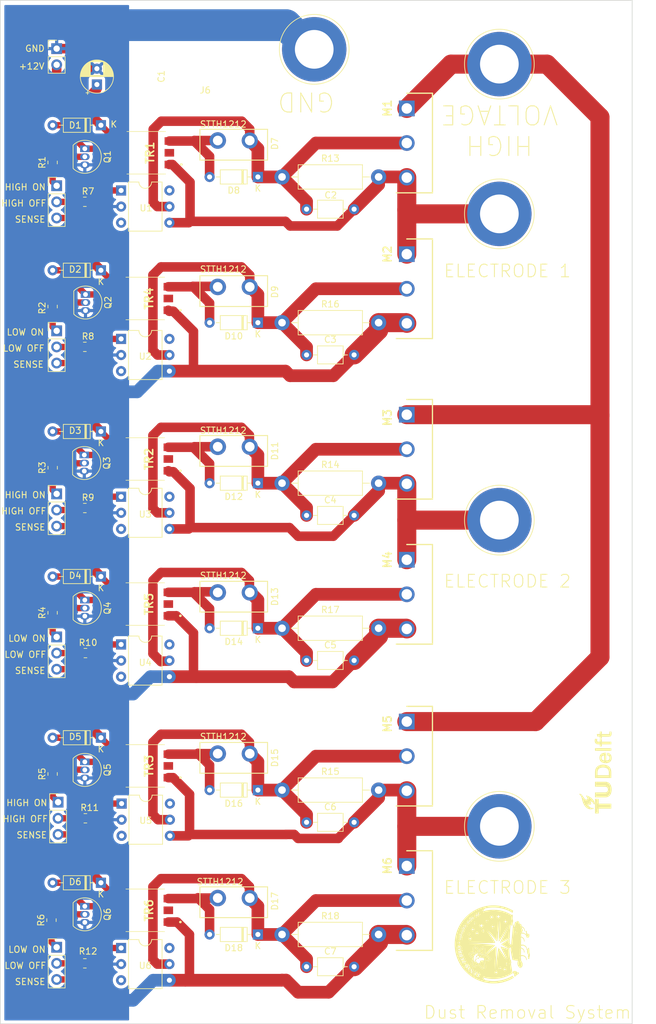
<source format=kicad_pcb>
(kicad_pcb (version 20211014) (generator pcbnew)
  (layers (0 "F.Cu" signal) (31 "B.Cu" signal) (34 "B.Paste" user) (35 "F.Paste" user) (36 "B.SilkS" user "B.Silkscreen") (37 "F.SilkS" user "F.Silkscreen") (38 "B.Mask" user) (39 "F.Mask" user) (44 "Edge.Cuts" user))
  (net 0 "")
  (net 1 "+12V")
  (net 2 "GND")
  (net 3 "Electrode 1")
  (net 4 "Electrode 2")
  (net 5 "Electrode 3")
  (net 6 "Net-(D1-Pad2)")
  (net 7 "Net-(D2-Pad2)")
  (net 8 "Net-(D3-Pad2)")
  (net 9 "Net-(D4-Pad2)")
  (net 10 "Net-(D5-Pad2)")
  (net 11 "Net-(D6-Pad2)")
  (net 12 "HI Side 1 Turn On")
  (net 13 "HI Side 1 Turn Off")
  (net 14 "HI Side 1 Opto Monitor")
  (net 15 "LO Side 1 Turn On")
  (net 16 "LO Side 1 Turn Off")
  (net 17 "LO Side 1 Opto Monitor")
  (net 18 "HI Side 2 Turn On")
  (net 19 "HI Side 2 Turn Off")
  (net 20 "HI Side 2 Opto Monitor")
  (net 21 "LO Side 2 Turn On")
  (net 22 "LO Side 2 Turn Off")
  (net 23 "LO Side 2 Opto Monitor")
  (net 24 "HI Side 3 Turn On")
  (net 25 "HI Side 3 Turn Off")
  (net 26 "HI Side 3 Opto Monitor")
  (net 27 "LO Side 3 Turn On")
  (net 28 "LO Side 3 Turn Off")
  (net 29 "LO Side 3 Opto Monitor")
  (net 30 "High Voltage Supply")
  (net 43 "Net-(C2-Pad1)")
  (net 44 "Net-(C3-Pad1)")
  (net 45 "Net-(C4-Pad1)")
  (net 46 "Net-(C5-Pad1)")
  (net 47 "Net-(C6-Pad1)")
  (net 48 "Net-(C7-Pad1)")
  (net 49 "Net-(D7-Pad2)")
  (net 50 "Net-(D10-Pad2)")
  (net 51 "Net-(D11-Pad2)")
  (net 52 "Net-(D13-Pad2)")
  (net 53 "Net-(D15-Pad2)")
  (net 54 "Net-(D17-Pad2)")
  (net 55 "Net-(Q1-Pad2)")
  (net 56 "Net-(Q2-Pad2)")
  (net 57 "Net-(Q3-Pad2)")
  (net 58 "Net-(Q4-Pad2)")
  (net 59 "Net-(Q5-Pad2)")
  (net 60 "Net-(Q6-Pad2)")
  (footprint "Diode_THT:D_DO-35_SOD27_P7.62mm_Horizontal" (layer "F.Cu") (at 98.425 177.06 180)
    (fp_text reference "D16")
    (fp_text value "1N4002")
  )
  (footprint "libraries:STTH1212D" (layer "F.Cu") (at 97.14 122.9546 180)
    (fp_text reference "D11")
    (fp_text value "STTH1212")
  )
  (footprint "Package_DIP:DIP-6_W7.62mm" (layer "F.Cu") (at 76.845 105.955)
    (fp_text reference "U2")
    (fp_text value "4N35")
  )
  (footprint "libraries:STTH1212D" (layer "F.Cu") (at 97.14 74.6946 180)
    (fp_text reference "D7")
    (fp_text value "STTH1212")
  )
  (footprint "Diode_THT:D_DO-35_SOD27_P7.62mm_Horizontal" (layer "F.Cu") (at 73.66 168.805 180)
    (fp_text reference "D5")
    (fp_text value "1N914")
  )
  (footprint "libraries:B82804A0354A110" (layer "F.Cu") (at 80.805 76.625 90)
    (fp_text reference "TR1")
    (fp_text value "B82804A0354A110" hide)
  )
  (footprint "Diode_THT:D_DO-35_SOD27_P7.62mm_Horizontal" (layer "F.Cu") (at 73.66 95.145 180)
    (fp_text reference "D2")
    (fp_text value "1N914")
  )
  (footprint "Connector_PinHeader_2.54mm:PinHeader_1x03_P2.54mm_Vertical" (layer "F.Cu") (at 66.675 201.825)
    (fp_text reference "JL3" hide)
    (fp_text value "Conn_01x03_Male")
  )
  (footprint "libraries:STTH1212D" (layer "F.Cu") (at 97.14 194.0746 180)
    (fp_text reference "D17")
    (fp_text value "STTH1212")
  )
  (footprint "Resistor_SMD:R_0805_2012Metric" (layer "F.Cu") (at 65.855 197.556628 90)
    (fp_text reference "R6")
    (fp_text value "100k")
  )
  (footprint "libraries:TO545P570X1550X3060-3P" (layer "F.Cu") (at 121.92 166.265 -90)
    (fp_text reference "M5")
    (fp_text value "STFW3N150" hide)
  )
  (footprint "Connector:Banana_Jack_1Pin" (layer "F.Cu") (at 136.525 134.515)
    (fp_text reference "Je2" hide)
    (fp_text value "Conn_01x01_Male")
  )
  (footprint "Capacitor_THT:C_Axial_L3.8mm_D2.6mm_P7.50mm_Horizontal" (layer "F.Cu") (at 106.105 85.515)
    (fp_text reference "C2")
    (fp_text value "100n")
  )
  (footprint "Capacitor_THT:C_Axial_L3.8mm_D2.6mm_P7.50mm_Horizontal" (layer "F.Cu") (at 106.105 204.895)
    (fp_text reference "C7")
    (fp_text value "100n")
  )
  (footprint "libraries:B82804A0354A110" (layer "F.Cu") (at 80.645 173.25 90)
    (fp_text reference "TR3")
    (fp_text value "B82804A0354A110" hide)
  )
  (footprint "Capacitor_THT:C_Axial_L3.8mm_D2.6mm_P7.50mm_Horizontal" (layer "F.Cu") (at 106.105 108.48)
    (fp_text reference "C3")
    (fp_text value "100n")
  )
  (footprint "Connector_PinHeader_2.54mm:PinHeader_1x03_P2.54mm_Vertical" (layer "F.Cu") (at 66.675 81.825)
    (fp_text reference "JH1" hide)
    (fp_text value "Conn_01x03_Male")
  )
  (footprint "Resistor_SMD:R_0805_2012Metric" (layer "F.Cu") (at 66.05 126.26 90)
    (fp_text reference "R3")
    (fp_text value "100k")
  )
  (footprint "Capacitor_THT:C_Axial_L3.8mm_D2.6mm_P7.50mm_Horizontal" (layer "F.Cu") (at 106.105 182.14)
    (fp_text reference "C6")
    (fp_text value "100n")
  )
  (footprint "Resistor_SMD:R_0805_2012Metric" (layer "F.Cu") (at 71.12 132.61)
    (fp_text reference "R9")
    (fp_text value "1k")
  )
  (footprint "Capacitor_THT:CP_Radial_D5.0mm_P2.50mm" (layer "F.Cu") (at 73.025 65.870113 90)
    (fp_text reference "C1")
    (fp_text value "10u")
  )
  (footprint "Resistor_SMD:R_0805_2012Metric" (layer "F.Cu") (at 66.04 174.52 90)
    (fp_text reference "R5")
    (fp_text value "100k")
  )
  (footprint "MountingHole:MountingHole_3.2mm_M3" (layer "F.Cu") (at 151.765 206.375)
    (fp_text reference "REF**" hide)
    (fp_text value "MountingHole_3.2mm_M3")
  )
  (footprint "libraries:B82804A0354A110" (layer "F.Cu") (at 80.645 99.59 90)
    (fp_text reference "TR4")
    (fp_text value "B82804A0354A110" hide)
  )
  (footprint "libraries:TO545P570X1550X3060-3P" (layer "F.Cu") (at 121.92 117.9 -90)
    (fp_text reference "M3")
    (fp_text value "STFW3N150" hide)
  )
  (footprint "libraries:B82804A0354A110" (layer "F.Cu") (at 80.645 196.005 90)
    (fp_text reference "TR6")
    (fp_text value "B82804A0354A110" hide)
  )
  (footprint "Resistor_SMD:R_0805_2012Metric" (layer "F.Cu") (at 66.04 78.1525 90)
    (fp_text reference "R1")
    (fp_text value "100k")
  )
  (footprint "Connector:Banana_Jack_1Pin" (layer "F.Cu") (at 136.525 62.655)
    (fp_text reference "JVh1" hide)
    (fp_text value "Conn_01x01_Male")
  )
  (footprint "Diode_THT:D_DO-35_SOD27_P7.62mm_Horizontal" (layer "F.Cu") (at 73.66 120.545 180)
    (fp_text reference "D3")
    (fp_text value "1N914")
  )
  (footprint "libraries:B82804A0354A110" (layer "F.Cu") (at 80.645 124.885 90)
    (fp_text reference "TR2")
    (fp_text value "B82804A0354A110" hide)
  )
  (footprint "Connector_PinHeader_2.54mm:PinHeader_1x02_P2.54mm_Vertical" (layer "F.Cu") (at 66.675 60.215)
    (fp_text reference "J1" hide)
    (fp_text value "Conn_01x02_Male")
  )
  (footprint "Capacitor_THT:C_Axial_L3.8mm_D2.6mm_P7.50mm_Horizontal" (layer "F.Cu") (at 106.105 156.635)
    (fp_text reference "C5")
    (fp_text value "100n")
  )
  (footprint "Resistor_THT:R_Axial_DIN0411_L9.9mm_D3.6mm_P15.24mm_Horizontal" (layer "F.Cu") (at 102.235 80.435)
    (fp_text reference "R13")
    (fp_text value "10M")
  )
  (footprint "Diode_THT:D_DO-35_SOD27_P7.62mm_Horizontal" (layer "F.Cu") (at 98.425 151.555 180)
    (fp_text reference "D14")
    (fp_text value "1N4002")
  )
  (footprint "Package_TO_SOT_THT:TO-92_Inline" (layer "F.Cu") (at 71.225 98.955 -90)
    (fp_text reference "Q2")
    (fp_text value "BC547")
  )
  (footprint "Resistor_THT:R_Axial_DIN0411_L9.9mm_D3.6mm_P15.24mm_Horizontal" (layer "F.Cu") (at 102.235 177.06)
    (fp_text reference "R15")
    (fp_text value "10M")
  )
  (footprint "Resistor_THT:R_Axial_DIN0411_L9.9mm_D3.6mm_P15.24mm_Horizontal" (layer "F.Cu") (at 102.235 128.695)
    (fp_text reference "R14")
    (fp_text value "10M")
  )
  (footprint "Connector_PinHeader_2.54mm:PinHeader_1x03_P2.54mm_Vertical" (layer "F.Cu") (at 66.675 104.685)
    (fp_text reference "JL1" hide)
    (fp_text value "Conn_01x03_Male")
  )
  (footprint "Diode_THT:D_DO-35_SOD27_P7.62mm_Horizontal" (layer "F.Cu") (at 73.66 191.665 180)
    (fp_text reference "D6")
    (fp_text value "1N914")
  )
  (footprint "Diode_THT:D_DO-35_SOD27_P7.62mm_Horizontal" (layer "F.Cu") (at 98.425 128.695 180)
    (fp_text reference "D12")
    (fp_text value "1N4002")
  )
  (footprint "Package_DIP:DIP-6_W7.62mm" (layer "F.Cu") (at 76.845 154.11)
    (fp_text reference "U4")
    (fp_text value "4N35")
  )
  (footprint "Resistor_SMD:R_0805_2012Metric" (layer "F.Cu") (at 66.04 100.86 90)
    (fp_text reference "R2")
    (fp_text value "100k")
  )
  (footprint "libraries:B82804A0354A110" (layer "F.Cu") (at 80.645 147.745 90)
    (fp_text reference "TR5")
    (fp_text value "B82804A0354A110" hide)
  )
  (footprint "Diode_THT:D_DO-35_SOD27_P7.62mm_Horizontal" (layer "F.Cu") (at 98.425 80.435 180)
    (fp_text reference "D8")
    (fp_text value "1N4002")
  )
  (footprint "Resistor_THT:R_Axial_DIN0411_L9.9mm_D3.6mm_P15.24mm_Horizontal" (layer "F.Cu") (at 102.235 151.555)
    (fp_text reference "R17")
    (fp_text value "10M")
  )
  (footprint "MountingHole:MountingHole_3.2mm_M3" (layer "F.Cu") (at 90.17 63.5)
    (fp_text reference "REF**" hide)
    (fp_text value "MountingHole_3.2mm_M3")
  )
  (footprint "Connector:Banana_Jack_1Pin" (layer "F.Cu") (at 136.525 182.775)
    (fp_text reference "Je3" hide)
    (fp_text value "Conn_01x01_Male")
  )
  (footprint "Connector_PinHeader_2.54mm:PinHeader_1x03_P2.54mm_Vertical" (layer "F.Cu") (at 66.675 130.385)
    (fp_text reference "JH2" hide)
    (fp_text value "Conn_01x03_Male")
  )
  (footprint "libraries:TO545P570X1550X3060-3P" (layer "F.Cu") (at 121.92 189.02 -90)
    (fp_text reference "M6")
    (fp_text value "STFW3N150" hide)
  )
  (footprint "Package_TO_SOT_THT:TO-92_Inline" (layer "F.Cu") (at 71.12 172.615 -90)
    (fp_text reference "Q5")
    (fp_text value "BC547")
  )
  (footprint "Connector:Banana_Jack_1Pin" (layer "F.Cu") (at 107.315 60.325)
    (fp_text reference "JGNDh1" hide)
    (fp_text value "Conn_01x01_Male")
  )
  (footprint "Package_DIP:DIP-6_W7.62mm" (layer "F.Cu") (at 76.845 130.825)
    (fp_text reference "U3")
    (fp_text value "4N35")
  )
  (footprint "Package_TO_SOT_THT:TO-92_Inline" (layer "F.Cu") (at 71.12 147.11 -90)
    (fp_text reference "Q4")
    (fp_text value "BC547")
  )
  (footprint "Connector_PinHeader_2.54mm:PinHeader_1x03_P2.54mm_Vertical" (layer "F.Cu") (at 66.9 178.965)
    (fp_text reference "JH3" hide)
    (fp_text value "Conn_01x03_Male")
  )
  (footprint "Resistor_SMD:R_0805_2012Metric" (layer "F.Cu") (at 71.215 155.47)
    (fp_text reference "R10")
    (fp_text value "1k")
  )
  (footprint "Resistor_SMD:R_0805_2012Metric" (layer "F.Cu") (at 71.12 204.365)
    (fp_text reference "R12")
    (fp_text value "1k")
  )
  (footprint "MountingHole:MountingHole_3.2mm_M3" (layer "F.Cu") (at 151.765 57.785)
    (fp_text reference "REF**" hide)
    (fp_text value "MountingHole_3.2mm_M3")
  )
  (footprint "libraries:TO545P570X1550X3060-3P" (layer "F.Cu") (at 121.92 69.64 -90)
    (fp_text reference "M1")
    (fp_text value "STFW3N150" hide)
  )
  (footprint "Connector:Banana_Jack_1Pin" (layer "F.Cu") (at 136.525 86.255)
    (fp_text reference "Je1" hide)
    (fp_text value "Conn_01x01_Male")
  )
  (footprint "Diode_THT:D_DO-35_SOD27_P7.62mm_Horizontal" (layer "F.Cu") (at 98.425 103.4 180)
    (fp_text reference "D10")
    (fp_text value "1N4002")
  )
  (footprint "Resistor_THT:R_Axial_DIN0411_L9.9mm_D3.6mm_P15.24mm_Horizontal" (layer "F.Cu") (at 102.235 199.815)
    (fp_text reference "R18")
    (fp_text value "10M")
  )
  (footprint "Diode_THT:D_DO-35_SOD27_P7.62mm_Horizontal" (layer "F.Cu") (at 73.66 72.285 180)
    (fp_text reference "D1")
    (fp_text value "1N914")
  )
  (footprint "libraries:TO545P570X1550X3060-3P" (layer "F.Cu") (at 121.92 140.76 -90)
    (fp_text reference "M4")
    (fp_text value "STFW3N150" hide)
  )
  (footprint "libraries:STTH1212D" (layer "F.Cu") (at 97.14 97.7646 180)
    (fp_text reference "D9")
    (fp_text value "STTH1212")
  )
  (footprint "Capacitor_THT:C_Axial_L3.8mm_D2.6mm_P7.50mm_Horizontal" (layer "F.Cu") (at 106.105 133.775)
    (fp_text reference "C4")
    (fp_text value "100n")
  )
  (footprint "Resistor_SMD:R_0805_2012Metric" (layer "F.Cu") (at 71.12 107.21)
    (fp_text reference "R8")
    (fp_text value "1k")
  )
  (footprint "libraries:STTH1212D" (layer "F.Cu") (at 97.14 145.9196 180)
    (fp_text reference "D13")
    (fp_text value "STTH1212")
  )
  (footprint "Package_DIP:DIP-6_W7.62mm" (layer "F.Cu") (at 76.845 82.565)
    (fp_text reference "U1")
    (fp_text value "4N35")
  )
  (footprint "Resistor_SMD:R_0805_2012Metric" (layer "F.Cu") (at 66.04 149.12 90)
    (fp_text reference "R4")
    (fp_text value "100k")
  )
  (footprint "Connector_PinHeader_2.54mm:PinHeader_1x03_P2.54mm_Vertical" (layer "F.Cu") (at 66.675 152.93)
    (fp_text reference "JL2" hide)
    (fp_text value "Conn_01x03_Male")
  )
  (footprint "Package_TO_SOT_THT:TO-92_Inline" (layer "F.Cu") (at 71.035 124.25 -90)
    (fp_text reference "Q3")
    (fp_text value "BC547")
  )
  (footprint "Package_TO_SOT_THT:TO-92_Inline" (layer "F.Cu") (at 71.12 75.99 -90)
    (fp_text reference "Q1")
    (fp_text value "BC547")
  )
  (footprint "Diode_THT:D_DO-35_SOD27_P7.62mm_Horizontal" (layer "F.Cu") (at 73.66 143.405 180)
    (fp_text reference "D4")
    (fp_text value "1N914")
  )
  (footprint "Diode_THT:D_DO-35_SOD27_P7.62mm_Horizontal" (layer "F.Cu") (at 98.425 199.815 180)
    (fp_text reference "D18")
    (fp_text value "1N4002")
  )
  (footprint "Package_DIP:DIP-6_W7.62mm" (layer "F.Cu") (at 76.9212 179.1866)
    (fp_text reference "U5")
    (fp_text value "4N35")
  )
  (footprint "Resistor_SMD:R_0805_2012Metric" (layer "F.Cu") (at 71.2075 181.505)
    (fp_text reference "R11")
    (fp_text value "1k")
  )
  (footprint "Package_TO_SOT_THT:TO-92_Inline" (layer "F.Cu") (at 71.12 195.37 -90)
    (fp_text reference "Q6")
    (fp_text value "BC547")
  )
  (footprint "libraries:STTH1212D" (layer "F.Cu") (at 97.14 171.3196 180)
    (fp_text reference "D15")
    (fp_text value "STTH1212")
  )
  (footprint "Resistor_THT:R_Axial_DIN0411_L9.9mm_D3.6mm_P15.24mm_Horizontal" (layer "F.Cu") (at 102.235 103.4)
    (fp_text reference "R16")
    (fp_text value "10M")
  )
  (footprint "libraries:TO545P570X1550X3060-3P" (layer "F.Cu") (at 121.92 92.605 -90)
    (fp_text reference "M2")
    (fp_text value "STFW3N150" hide)
  )
  (footprint "Package_DIP:DIP-6_W7.62mm" (layer "F.Cu") (at 76.845 201.945)
    (fp_text reference "U6")
    (fp_text value "4N35")
  )
  (footprint "Resistor_SMD:R_0805_2012Metric" (layer "F.Cu") (at 71.12 84.35)
    (fp_text reference "R7")
    (fp_text value "1k")
  )
  (gr_poly (pts (xy 131.094383 198.455054) (xy 131.09465 198.450192) (xy 131.095087 198.445342) (xy 131.095691 198.440525) (xy 131.09646 198.435764) (xy 131.097393 198.43108) (xy 131.098485 198.426495) (xy 131.099736 198.422031) (xy 131.101142 198.41771) (xy 131.102702 198.413554) (xy 131.104413 198.409583) (xy 131.1055 198.407187) (xy 131.106498 198.404874) (xy 131.107409 198.402642) (xy 131.108233 198.400485) (xy 131.108972 198.398399) (xy 131.109626 198.396379) (xy 131.110196 198.39442) (xy 131.110684 198.392518) (xy 131.11109 198.390668) (xy 131.111414 198.388865) (xy 131.111659 198.387105) (xy 131.111825 198.385384) (xy 131.111913 198.383696) (xy 131.111923 198.382036) (xy 131.111857 198.380401) (xy 131.111716 198.378786) (xy 131.110763 198.366403) (xy 131.129814 198.36799) (xy 131.135266 198.368538) (xy 131.140228 198.369127) (xy 131.144755 198.369782) (xy 131.148898 198.370531) (xy 131.152712 198.371398) (xy 131.156251 198.372411) (xy 131.157933 198.37298) (xy 131.159567 198.373595) (xy 131.161158 198.374259) (xy 131.162714 198.374976) (xy 131.164241 198.375748) (xy 131.165746 198.37658) (xy 131.167236 198.377474) (xy 131.168716 198.378434) (xy 131.171678 198.380562) (xy 131.174685 198.382993) (xy 131.17779 198.38575) (xy 131.181048 198.388861) (xy 131.184511 198.392352) (xy 131.188233 198.396248) (xy 131.19383 198.402571) (xy 131.199181 198.409249) (xy 131.204269 198.416245) (xy 131.209079 198.423519) (xy 131.213595 198.431033) (xy 131.217802 198.438748) (xy 131.221683 198.446626) (xy 131.225222 198.454629) (xy 131.228405 198.462717) (xy 131.231214 198.470852) (xy 131.233634 198.478995) (xy 131.23565 198.487108) (xy 131.237246 198.495152) (xy 131.238405 198.503089) (xy 131.239112 198.510879) (xy 131.239351 198.518485) (xy 131.239261 198.523696) (xy 131.23899 198.528735) (xy 131.238533 198.53361) (xy 131.237888 198.538329) (xy 131.237051 198.5429) (xy 131.236019 198.547328) (xy 131.234789 198.551623) (xy 131.233358 198.555792) (xy 131.231722 198.559841) (xy 131.229879 198.563779) (xy 131.227824 198.567612) (xy 131.225554 198.571349) (xy 131.223067 198.574997) (xy 131.22036 198.578562) (xy 131.217428 198.582054) (xy 131.214268 198.585478) (xy 131.21183 198.587955) (xy 131.209614 198.590157) (xy 131.207591 198.592101) (xy 131.205731 198.593802) (xy 131.204002 198.595277) (xy 131.202375 198.59654) (xy 131.20082 198.597607) (xy 131.20006 198.598073) (xy 131.199306 198.598496) (xy 131.198555 198.598877) (xy 131.197804 198.59922) (xy 131.197047 198.599526) (xy 131.196282 198.599797) (xy 131.195504 198.600034) (xy 131.194711 198.600241) (xy 131.193897 198.600419) (xy 131.19306 198.600569) (xy 131.1913 198.600797) (xy 131.1894 198.60094) (xy 131.187329 198.601014) (xy 131.185058 198.601036) (xy 131.183466 198.601) (xy 131.181847 198.600893) (xy 131.178538 198.600471) (xy 131.175151 198.599784) (xy 131.171708 198.598843) (xy 131.16823 198.59766) (xy 131.164738 198.596247) (xy 131.161251 198.594617) (xy 131.157793 198.592781) (xy 131.154383 198.590751) (xy 131.151042 198.58854) (xy 131.147791 198.58616) (xy 131.144651 198.583622) (xy 131.141644 198.58094) (xy 131.138789 198.578124) (xy 131.136109 198.575188) (xy 131.133623 198.572143) (xy 131.130771 198.568099) (xy 131.127938 198.563726) (xy 131.125134 198.559051) (xy 131.122372 198.5541) (xy 131.119661 198.548902) (xy 131.117014 198.543484) (xy 131.114441 198.537874) (xy 131.111954 198.532098) (xy 131.109563 198.526185) (xy 131.107281 198.520162) (xy 131.105117 198.514056) (xy 131.103084 198.507894) (xy 131.101192 198.501705) (xy 131.099453 198.495515) (xy 131.097877 198.489352) (xy 131.096476 198.483244) (xy 131.095676 198.478771) (xy 131.095059 198.474179) (xy 131.094624 198.46949) (xy 131.094368 198.464724) (xy 131.094288 198.459905)) (layer "F.SilkS") (width 0.0045) (fill solid))
  (gr_poly (pts (xy 132.294622 197.192139) (xy 132.294921 197.186481) (xy 132.295455 197.180636) (xy 132.296212 197.174666) (xy 132.297182 197.168634) (xy 132.298352 197.162602) (xy 132.299712 197.156633) (xy 132.30125 197.150788) (xy 132.302956 197.145129) (xy 132.304818 197.139721) (xy 132.306825 197.134624) (xy 132.308967 197.1299) (xy 132.311231 197.125614) (xy 132.312394 197.123712) (xy 132.31362 197.121877) (xy 132.314902 197.120112) (xy 132.316236 197.118418) (xy 132.317617 197.116797) (xy 132.319039 197.115252) (xy 132.320497 197.113785) (xy 132.321986 197.112398) (xy 132.323501 197.111092) (xy 132.325038 197.10987) (xy 132.32659 197.108735) (xy 132.328153 197.107687) (xy 132.329721 197.10673) (xy 132.33129 197.105865) (xy 132.332854 197.105094) (xy 132.334408 197.10442) (xy 132.335948 197.103845) (xy 132.337467 197.10337) (xy 132.338962 197.102998) (xy 132.340426 197.102731) (xy 132.341855 197.102571) (xy 132.343243 197.10252) (xy 132.344586 197.10258) (xy 132.345878 197.102754) (xy 132.347114 197.103042) (xy 132.34829 197.103448) (xy 132.349399 197.103974) (xy 132.350437 197.104621) (xy 132.351399 197.105392) (xy 132.35228 197.106289) (xy 132.353074 197.107314) (xy 132.353776 197.108468) (xy 132.354717 197.110412) (xy 132.355518 197.112432) (xy 132.356179 197.114527) (xy 132.356701 197.116694) (xy 132.357084 197.118931) (xy 132.35733 197.121238) (xy 132.357412 197.12605) (xy 132.356953 197.131115) (xy 132.355958 197.136418) (xy 132.354434 197.141945) (xy 132.352387 197.14768) (xy 132.349822 197.153608) (xy 132.346747 197.159715) (xy 132.343166 197.165985) (xy 132.339087 197.172405) (xy 132.334514 197.178958) (xy 132.329454 197.185631) (xy 132.323914 197.192408) (xy 132.317898 197.199274) (xy 132.298214 197.22118) (xy 132.295991 197.211655) (xy 132.295241 197.207368) (xy 132.294771 197.202645) (xy 132.294568 197.197548)) (layer "F.SilkS") (width 0.0045) (fill solid))
  (gr_poly (pts (xy 131.70176 205.290117) (xy 131.702251 205.287958) (xy 131.704247 205.28146) (xy 131.707624 205.271989) (xy 131.712414 205.259467) (xy 131.718652 205.243815) (xy 131.735604 205.202813) (xy 131.762908 205.137845) (xy 131.771501 205.117669) (xy 131.774973 205.109786) (xy 131.77537 205.109945) (xy 131.776305 205.110644) (xy 131.779671 205.113551) (xy 131.784846 205.118297) (xy 131.791602 205.124669) (xy 131.808951 205.141442) (xy 131.829901 205.162174) (xy 131.883876 205.216149) (xy 131.795611 205.253296) (xy 131.732032 205.280085) (xy 131.711404 205.288702) (xy 131.705209 205.29123) (xy 131.702266 205.292349) (xy 131.701772 205.292302) (xy 131.701602 205.291562)) (layer "F.SilkS") (width 0.0045) (fill solid))
  (gr_poly (pts (xy 132.495523 202.341304) (xy 132.496651 202.293878) (xy 132.498492 202.247406) (xy 132.501026 202.202726) (xy 132.50423 202.160681) (xy 132.508081 202.122111) (xy 132.512551 202.08601) (xy 132.517621 202.051666) (xy 132.52328 202.019107) (xy 132.529517 201.988364) (xy 132.536321 201.959466) (xy 132.543682 201.932444) (xy 132.551589 201.907327) (xy 132.560032 201.884145) (xy 132.56445 201.873288) (xy 132.568999 201.862927) (xy 132.573676 201.853064) (xy 132.57848 201.843703) (xy 132.583409 201.834848) (xy 132.588464 201.826504) (xy 132.593641 201.818672) (xy 132.59894 201.811358) (xy 132.60436 201.804564) (xy 132.609899 201.798296) (xy 132.615555 201.792555) (xy 132.621328 201.787347) (xy 132.627217 201.782674) (xy 132.633218 201.778541) (xy 132.639333 201.774951) (xy 132.645558 201.771909) (xy 132.649897 201.770102) (xy 132.651985 201.769356) (xy 132.654071 201.768709) (xy 132.656195 201.768156) (xy 132.658395 201.767695) (xy 132.66071 201.76732) (xy 132.66318 201.767027) (xy 132.665843 201.766812) (xy 132.668738 201.766672) (xy 132.675383 201.766595) (xy 132.683427 201.766765) (xy 132.693183 201.767146) (xy 132.703072 201.767665) (xy 132.711568 201.768322) (xy 132.715418 201.768726) (xy 132.719068 201.769194) (xy 132.722567 201.769736) (xy 132.725965 201.77036) (xy 132.729311 201.771078) (xy 132.732654 201.771899) (xy 132.736043 201.772832) (xy 132.739528 201.773888) (xy 132.743159 201.775075) (xy 132.746984 201.776405) (xy 132.755414 201.779528) (xy 132.766195 201.783913) (xy 132.777002 201.788744) (xy 132.787852 201.794035) (xy 132.798762 201.799798) (xy 132.80975 201.80605) (xy 132.820834 201.812802) (xy 132.832032 201.82007) (xy 132.843361 201.827867) (xy 132.854838 201.836208) (xy 132.866483 201.845105) (xy 132.878311 201.854574) (xy 132.890341 201.864628) (xy 132.902591 201.875281) (xy 132.915077 201.886547) (xy 132.927819 201.89844) (xy 132.940833 201.910973) (xy 132.981461 201.952524) (xy 133.022852 201.998589) (xy 133.064995 202.049155) (xy 133.107878 202.104212) (xy 133.15149 202.163749) (xy 133.195821 202.227754) (xy 133.240858 202.296217) (xy 133.286591 202.369126) (xy 133.316436 202.417386) (xy 133.259604 202.487871) (xy 133.212331 202.547368) (xy 133.167409 202.604989) (xy 133.125881 202.659455) (xy 133.088789 202.709486) (xy 133.066166 202.740522) (xy 133.058785 202.750563) (xy 133.056545 202.753537) (xy 133.055451 202.754888) (xy 133.054751 202.755123) (xy 133.053274 202.755236) (xy 133.048153 202.755112) (xy 133.040421 202.754548) (xy 133.030408 202.753579) (xy 133.004864 202.750557) (xy 132.974171 202.746316) (xy 132.906439 202.736845) (xy 132.838797 202.728179) (xy 132.773833 202.720643) (xy 132.714138 202.714566) (xy 132.66311 202.710007) (xy 132.603807 202.705239) (xy 132.551886 202.701484) (xy 132.533587 202.700367) (xy 132.523004 202.699961) (xy 132.521529 202.699945) (xy 132.520194 202.699892) (xy 132.51899 202.699794) (xy 132.518435 202.699726) (xy 132.517909 202.699644) (xy 132.517411 202.699547) (xy 132.516941 202.699434) (xy 132.516496 202.699304) (xy 132.516077 202.699157) (xy 132.515682 202.698992) (xy 132.51531 202.698806) (xy 132.514959 202.698601) (xy 132.514629 202.698374) (xy 132.514319 202.698124) (xy 132.514027 202.697851) (xy 132.513752 202.697554) (xy 132.513494 202.697232) (xy 132.51325 202.696884) (xy 132.513021 202.696509) (xy 132.512805 202.696106) (xy 132.5126 202.695675) (xy 132.512406 202.695213) (xy 132.512222 202.694721) (xy 132.511878 202.693641) (xy 132.511558 202.692427) (xy 132.511256 202.691071) (xy 132.50973 202.679982) (xy 132.507858 202.660819) (xy 132.503596 202.605743) (xy 132.499513 202.540784) (xy 132.496651 202.480886) (xy 132.495501 202.435648) (xy 132.495133 202.388841)) (layer "F.SilkS") (width 0.0045) (fill solid))
  (gr_poly (pts (xy 130.453221 199.801821) (xy 130.453647 199.79526) (xy 130.453958 199.792237) (xy 130.454337 199.789385) (xy 130.454785 199.786702) (xy 130.455302 199.784189) (xy 130.455892 199.781843) (xy 130.456554 199.779665) (xy 130.457291 199.777654) (xy 130.458104 199.775808) (xy 130.458994 199.774127) (xy 130.459963 199.77261) (xy 130.461011 199.771256) (xy 130.462141 199.770064) (xy 130.463354 199.769035) (xy 130.464651 199.768166) (xy 130.466033 199.767457) (xy 130.467503 199.766907) (xy 130.469061 199.766516) (xy 130.470708 199.766282) (xy 130.472447 199.766205) (xy 130.474278 199.766284) (xy 130.476204 199.766518) (xy 130.478224 199.766906) (xy 130.480341 199.767447) (xy 130.482557 199.768142) (xy 130.484872 199.768988) (xy 130.487288 199.769985) (xy 130.489806 199.771133) (xy 130.492428 199.772429) (xy 130.497989 199.775468) (xy 130.50495 199.77979) (xy 130.511772 199.784642) (xy 130.518433 199.789992) (xy 130.524912 199.795813) (xy 130.531188 199.802075) (xy 130.53724 199.808748) (xy 130.543048 199.815804) (xy 130.54859 199.823212) (xy 130.553846 199.830945) (xy 130.558794 199.838972) (xy 130.563414 199.847263) (xy 130.567685 199.855791) (xy 130.571585 199.864525) (xy 130.575094 199.873436) (xy 130.578191 199.882495) (xy 130.580856 199.891673) (xy 130.581712 199.895563) (xy 130.582604 199.900782) (xy 130.584428 199.914355) (xy 130.586191 199.930696) (xy 130.587761 199.948109) (xy 130.589004 199.964897) (xy 130.589786 199.979363) (xy 130.589972 199.989811) (xy 130.5898 199.992997) (xy 130.589429 199.994543) (xy 130.589122 199.994747) (xy 130.588623 199.994823) (xy 130.587076 199.994612) (xy 130.584844 199.993936) (xy 130.581982 199.992827) (xy 130.574588 199.98942) (xy 130.565338 199.984622) (xy 130.554674 199.978662) (xy 130.543039 199.971773) (xy 130.530875 199.964184) (xy 130.518626 199.956126) (xy 130.484971 199.933901) (xy 130.473223 199.899928) (xy 130.470704 199.892777) (xy 130.468188 199.885284) (xy 130.465739 199.877671) (xy 130.463421 199.870163) (xy 130.461295 199.862982) (xy 130.459427 199.856352) (xy 130.457879 199.850495) (xy 130.456713 199.845636) (xy 130.455808 199.841006) (xy 130.455007 199.835798) (xy 130.454325 199.830182) (xy 130.453776 199.824324) (xy 130.453377 199.818391) (xy 130.453141 199.812552) (xy 130.453084 199.806972)) (layer "F.SilkS") (width 0.0045) (fill solid))
  (gr_poly (pts (xy 132.833613 196.842944) (xy 132.834471 196.831075) (xy 132.83594 196.819213) (xy 132.837997 196.807442) (xy 132.840622 196.79585) (xy 132.843795 196.784522) (xy 132.847493 196.773544) (xy 132.851696 196.763002) (xy 132.856383 196.752983) (xy 132.861534 196.743572) (xy 132.867127 196.734855) (xy 132.873141 196.726919) (xy 132.876299 196.72327) (xy 132.879555 196.719849) (xy 132.883168 196.71634) (xy 132.884875 196.714768) (xy 132.886519 196.713316) (xy 132.888103 196.711987) (xy 132.889629 196.710778) (xy 132.8911 196.709691) (xy 132.892519 196.708726) (xy 132.893888 196.707883) (xy 132.895209 196.707162) (xy 132.896487 196.706563) (xy 132.897722 196.706086) (xy 132.898918 196.705731) (xy 132.900077 196.705499) (xy 132.901203 196.705389) (xy 132.902297 196.705402) (xy 132.903362 196.705538) (xy 132.9044 196.705797) (xy 132.905416 196.706179) (xy 132.90641 196.706684) (xy 132.907386 196.707312) (xy 132.908346 196.708063) (xy 132.909293 196.708938) (xy 132.910229 196.709937) (xy 132.911158 196.711059) (xy 132.912081 196.712305) (xy 132.913001 196.713675) (xy 132.913922 196.715169) (xy 132.914845 196.716788) (xy 132.915773 196.71853) (xy 132.916709 196.720397) (xy 132.917655 196.722389) (xy 132.920825 196.729991) (xy 132.923547 196.737693) (xy 132.92582 196.745522) (xy 132.927642 196.753504) (xy 132.929012 196.761664) (xy 132.929929 196.770028) (xy 132.93039 196.778624) (xy 132.930396 196.787476) (xy 132.929943 196.796611) (xy 132.929032 196.806055) (xy 132.92766 196.815833) (xy 132.925827 196.825973) (xy 132.92353 196.836499) (xy 132.920768 196.847439) (xy 132.917541 196.858818) (xy 132.913846 196.870661) (xy 132.91168 196.877277) (xy 132.90947 196.883553) (xy 132.907216 196.889491) (xy 132.904916 196.895094) (xy 132.902572 196.900364) (xy 132.900183 196.905303) (xy 132.89775 196.909914) (xy 132.895272 196.914198) (xy 132.892749 196.918159) (xy 132.890182 196.921799) (xy 132.88757 196.92512) (xy 132.886248 196.926661) (xy 132.884914 196.928123) (xy 132.883569 196.929507) (xy 132.882213 196.930813) (xy 132.880845 196.93204) (xy 132.879467 196.93319) (xy 132.878077 196.934262) (xy 132.876676 196.935258) (xy 132.875264 196.936176) (xy 132.873841 196.937018) (xy 132.87248 196.937799) (xy 132.871245 196.938474) (xy 132.87012 196.939041) (xy 132.869593 196.939284) (xy 132.869088 196.939499) (xy 132.868603 196.939686) (xy 132.868135 196.939845) (xy 132.867683 196.939975) (xy 132.867244 196.940077) (xy 132.866817 196.94015) (xy 132.8664 196.940194) (xy 132.86599 196.940209) (xy 132.865586 196.940194) (xy 132.865186 196.940149) (xy 132.864787 196.940074) (xy 132.864388 196.93997) (xy 132.863987 196.939834) (xy 132.863582 196.939668) (xy 132.863171 196.939471) (xy 132.862751 196.939243) (xy 132.862321 196.938983) (xy 132.86188 196.938692) (xy 132.861424 196.938369) (xy 132.860462 196.937627) (xy 132.859421 196.936754) (xy 132.858283 196.935749) (xy 132.856719 196.934168) (xy 132.855129 196.932297) (xy 132.853525 196.93016) (xy 132.851919 196.927781) (xy 132.850322 196.925182) (xy 132.848745 196.922387) (xy 132.847202 196.919419) (xy 132.845703 196.916301) (xy 132.844259 196.913057) (xy 132.842883 196.909709) (xy 132.841586 196.906282) (xy 132.840379 196.902798) (xy 132.839275 196.89928) (xy 132.838285 196.895752) (xy 132.837421 196.892237) (xy 132.836693 196.888758) (xy 132.834904 196.877726) (xy 132.833808 196.866355) (xy 132.833384 196.854733)) (layer "F.SilkS") (width 0.0045) (fill solid))
  (gr_poly (pts (xy 133.120307 196.704316) (xy 133.121054 196.694984) (xy 133.122442 196.685377) (xy 133.124448 196.67556) (xy 133.127048 196.665597) (xy 133.130222 196.655555) (xy 133.133947 196.645497) (xy 133.138199 196.63549) (xy 133.142958 196.625599) (xy 133.148201 196.615887) (xy 133.153904 196.606422) (xy 133.160047 196.597266) (xy 133.166607 196.588487) (xy 133.173561 196.580149) (xy 133.176244 196.577263) (xy 133.179146 196.574341) (xy 133.182224 196.571413) (xy 133.185437 196.56851) (xy 133.188744 196.565664) (xy 133.192101 196.562903) (xy 133.195468 196.56026) (xy 133.198802 196.557765) (xy 133.202062 196.555448) (xy 133.205205 196.553341) (xy 133.208191 196.551473) (xy 133.210976 196.549877) (xy 133.21352 196.548582) (xy 133.215779 196.547618) (xy 133.21679 196.547271) (xy 133.217714 196.547018) (xy 133.218546 196.546863) (xy 133.21928 196.546811) (xy 133.219528 196.546848) (xy 133.219793 196.546958) (xy 133.220374 196.547389) (xy 133.221019 196.548092) (xy 133.221721 196.549053) (xy 133.222476 196.55026) (xy 133.223277 196.5517) (xy 133.224118 196.553359) (xy 133.224996 196.555225) (xy 133.226834 196.559523) (xy 133.228746 196.564491) (xy 133.230689 196.570025) (xy 133.232616 196.57602) (xy 133.236467 196.588422) (xy 133.239806 196.599853) (xy 133.242633 196.610407) (xy 133.244949 196.620178) (xy 133.246756 196.629258) (xy 133.248053 196.637741) (xy 133.248843 196.645722) (xy 133.249126 196.653292) (xy 133.248903 196.660546) (xy 133.248175 196.667578) (xy 133.246943 196.67448) (xy 133.245207 196.681346) (xy 133.242969 196.688271) (xy 133.24023 196.695346) (xy 133.23699 196.702666) (xy 133.233251 196.710324) (xy 133.230434 196.715767) (xy 133.227473 196.721126) (xy 133.224389 196.726377) (xy 133.221201 196.731497) (xy 133.217929 196.73646) (xy 133.214593 196.741242) (xy 133.211214 196.74582) (xy 133.207811 196.75017) (xy 133.204404 196.754266) (xy 133.201014 196.758085) (xy 133.19766 196.761602) (xy 133.194362 196.764795) (xy 133.19114 196.767637) (xy 133.188015 196.770105) (xy 133.185006 196.772176) (xy 133.183551 196.773054) (xy 133.182133 196.773824) (xy 133.179555 196.775099) (xy 133.177001 196.776188) (xy 133.174474 196.777093) (xy 133.171976 196.777814) (xy 133.169508 196.778353) (xy 133.167073 196.778713) (xy 133.164673 196.778894) (xy 133.162309 196.778898) (xy 133.159985 196.778727) (xy 133.157702 196.778382) (xy 133.155463 196.777865) (xy 133.153268 196.777177) (xy 133.151121 196.77632) (xy 133.149024 196.775296) (xy 133.146978 196.774106) (xy 133.144986 196.772751) (xy 133.14305 196.771234) (xy 133.141171 196.769555) (xy 133.139353 196.767717) (xy 133.137597 196.765721) (xy 133.135905 196.763568) (xy 133.134279 196.76126) (xy 133.132721 196.758799) (xy 133.131234 196.756187) (xy 133.12982 196.753424) (xy 133.12848 196.750512) (xy 133.127217 196.747453) (xy 133.126033 196.744249) (xy 133.12493 196.740901) (xy 133.123909 196.73741) (xy 133.122974 196.733779) (xy 133.122126 196.730008) (xy 133.12082 196.721893) (xy 133.120221 196.713307)) (layer "F.SilkS") (width 0.0045) (fill solid))
  (gr_poly (pts (xy 133.114824 202.725996) (xy 133.152333 202.675603) (xy 133.189872 202.626222) (xy 133.229257 202.575531) (xy 133.272304 202.521209) (xy 133.332629 202.445643) (xy 133.349138 202.473583) (xy 133.372063 202.513524) (xy 133.400613 202.564507) (xy 133.430175 202.618289) (xy 133.456136 202.666624) (xy 133.489042 202.729225) (xy 133.520787 202.790488) (xy 133.544495 202.837047) (xy 133.551187 202.850635) (xy 133.553291 202.855536) (xy 133.54768 202.854425) (xy 133.533646 202.851409) (xy 133.488521 202.841566) (xy 133.399412 202.822199) (xy 133.303577 202.802831) (xy 133.202503 202.783702) (xy 133.097679 202.765048) (xy 133.087201 202.763143)) (layer "F.SilkS") (width 0.0045) (fill solid))
  (gr_poly (pts (xy 129.94914 201.963447) (xy 129.949976 201.956083) (xy 129.95129 201.94888) (xy 129.953081 201.941838) (xy 129.955346 201.93496) (xy 129.958084 201.928247) (xy 129.961294 201.9217) (xy 129.964973 201.915322) (xy 129.969119 201.909114) (xy 129.973732 201.903077) (xy 129.978808 201.897213) (xy 129.984347 201.891524) (xy 129.990345 201.88601) (xy 129.996803 201.880674) (xy 130.003717 201.875518) (xy 130.018909 201.865749) (xy 130.035906 201.856716) (xy 130.054694 201.848431) (xy 130.075259 201.840907) (xy 130.097585 201.834157) (xy 130.12166 201.828192) (xy 130.147468 201.823026) (xy 130.158034 201.821341) (xy 130.169829 201.819859) (xy 130.196279 201.81751) (xy 130.225162 201.815994) (xy 130.254823 201.815327) (xy 130.283606 201.815523) (xy 130.309855 201.816597) (xy 130.321512 201.817468) (xy 130.331914 201.818564) (xy 130.340856 201.819887) (xy 130.348129 201.821439) (xy 130.359173 201.824472) (xy 130.369571 201.827862) (xy 130.379331 201.831616) (xy 130.388461 201.835741) (xy 130.39697 201.840243) (xy 130.400994 201.842638) (xy 130.404865 201.84513) (xy 130.408586 201.84772) (xy 130.412157 201.850408) (xy 130.415578 201.853196) (xy 130.418851 201.856085) (xy 130.421978 201.859075) (xy 130.424959 201.862168) (xy 130.427794 201.865363) (xy 130.430486 201.868663) (xy 130.433035 201.872068) (xy 130.435443 201.875578) (xy 130.437709 201.879195) (xy 130.439836 201.882919) (xy 130.441825 201.886752) (xy 130.443676 201.890694) (xy 130.44539 201.894746) (xy 130.446969 201.898909) (xy 130.448413 201.903184) (xy 130.449725 201.907572) (xy 130.451951 201.916689) (xy 130.453291 201.924433) (xy 130.4541 201.932064) (xy 130.454383 201.93958) (xy 130.454144 201.946976) (xy 130.453388 201.954247) (xy 130.45212 201.961389) (xy 130.450345 201.968399) (xy 130.448066 201.975272) (xy 130.44529 201.982004) (xy 130.44202 201.988591) (xy 130.438262 201.995029) (xy 130.434019 202.001314) (xy 130.429297 202.007441) (xy 130.424101 202.013407) (xy 130.418434 202.019207) (xy 130.412303 202.024837) (xy 130.398664 202.035571) (xy 130.38322 202.045576) (xy 130.36601 202.05482) (xy 130.347072 202.063269) (xy 130.326442 202.07089) (xy 130.304159 202.07765) (xy 130.28026 202.083516) (xy 130.254783 202.088455) (xy 130.241984 202.090465) (xy 130.228668 202.092207) (xy 130.214947 202.093682) (xy 130.200937 202.09489) (xy 130.172507 202.096509) (xy 130.144293 202.097068) (xy 130.11721 202.09657) (xy 130.104379 202.095926) (xy 130.092174 202.095019) (xy 130.080709 202.09385) (xy 130.070099 202.092419) (xy 130.060458 202.090727) (xy 130.051901 202.088773) (xy 130.04122 202.085712) (xy 130.031089 202.082247) (xy 130.021513 202.078384) (xy 130.012501 202.074129) (xy 130.004058 202.069486) (xy 129.996191 202.064462) (xy 129.992475 202.061809) (xy 129.988906 202.059063) (xy 129.985484 202.056224) (xy 129.98221 202.053293) (xy 129.979084 202.050271) (xy 129.976109 202.047158) (xy 129.973284 202.043956) (xy 129.97061 202.040665) (xy 129.968088 202.037285) (xy 129.965719 202.033818) (xy 129.963504 202.030263) (xy 129.961443 202.026623) (xy 129.959538 202.022897) (xy 129.957789 202.019086) (xy 129.956196 202.01519) (xy 129.954762 202.011212) (xy 129.953486 202.00715) (xy 129.95237 202.003007) (xy 129.951413 201.998782) (xy 129.950618 201.994476) (xy 129.949522 201.986486) (xy 129.948912 201.97865) (xy 129.948785 201.97097)) (layer "F.SilkS") (width 0.0045) (fill solid))
  (gr_poly (pts (xy 132.00844 197.446641) (xy 132.009016 197.438591) (xy 132.009923 197.430453) (xy 132.011158 197.42226) (xy 132.012716 197.414042) (xy 132.014594 197.40583) (xy 132.016789 197.397657) (xy 132.019296 197.389552) (xy 132.022112 197.381547) (xy 132.025233 197.373673) (xy 132.028656 197.365961) (xy 132.031149 197.360891) (xy 132.033733 197.355939) (xy 132.036388 197.351134) (xy 132.039094 197.346504) (xy 132.041829 197.34208) (xy 132.044573 197.337888) (xy 132.047306 197.333959) (xy 132.050008 197.330321) (xy 132.052657 197.327004) (xy 132.055234 197.324035) (xy 132.057718 197.321443) (xy 132.058919 197.320298) (xy 132.060088 197.319258) (xy 132.061225 197.318327) (xy 132.062325 197.317509) (xy 132.063386 197.316806) (xy 132.064407 197.316224) (xy 132.065384 197.315764) (xy 132.066314 197.315431) (xy 132.067196 197.315229) (xy 132.068026 197.315161) (xy 132.068695 197.315256) (xy 132.06945 197.315537) (xy 132.071204 197.316638) (xy 132.07326 197.318421) (xy 132.075591 197.320846) (xy 132.07817 197.32387) (xy 132.080968 197.32745) (xy 132.083959 197.331546) (xy 132.087115 197.336116) (xy 132.093813 197.346508) (xy 132.100843 197.358291) (xy 132.107983 197.371131) (xy 132.115016 197.384693) (xy 132.11862 197.392056) (xy 132.120107 197.395266) (xy 132.121401 197.398232) (xy 132.122514 197.401006) (xy 132.12346 197.403641) (xy 132.124251 197.40619) (xy 132.124898 197.408704) (xy 132.125416 197.411238) (xy 132.125815 197.413842) (xy 132.12611 197.41657) (xy 132.126312 197.419474) (xy 132.126434 197.422607) (xy 132.126489 197.426022) (xy 132.126446 197.433905) (xy 132.126346 197.439156) (xy 132.126051 197.444535) (xy 132.125565 197.450023) (xy 132.124893 197.4556) (xy 132.124041 197.461245) (xy 132.123013 197.46694) (xy 132.121816 197.472663) (xy 132.120453 197.478396) (xy 132.11893 197.484116) (xy 132.117252 197.489806) (xy 132.115425 197.495445) (xy 132.113453 197.501012) (xy 132.111341 197.506489) (xy 132.109095 197.511854) (xy 132.10672 197.517088) (xy 132.104221 197.522171) (xy 132.101713 197.526794) (xy 132.099078 197.531023) (xy 132.096325 197.53486) (xy 132.093467 197.53831) (xy 132.090512 197.541376) (xy 132.087471 197.54406) (xy 132.084354 197.546367) (xy 132.081172 197.5483) (xy 132.077935 197.549862) (xy 132.074654 197.551057) (xy 132.071339 197.551888) (xy 132.068 197.552358) (xy 132.064647 197.552472) (xy 132.061291 197.552232) (xy 132.057942 197.551643) (xy 132.054611 197.550706) (xy 132.051308 197.549426) (xy 132.048043 197.547807) (xy 132.044827 197.545851) (xy 132.041669 197.543562) (xy 132.038581 197.540943) (xy 132.035573 197.537999) (xy 132.032654 197.534732) (xy 132.029836 197.531145) (xy 132.027129 197.527243) (xy 132.024543 197.523029) (xy 132.022088 197.518505) (xy 132.019774 197.513676) (xy 132.017613 197.508545) (xy 132.015614 197.503115) (xy 132.013788 197.49739) (xy 132.012146 197.491374) (xy 132.010657 197.484499) (xy 132.009521 197.477351) (xy 132.008735 197.46996) (xy 132.008296 197.462357) (xy 132.008198 197.454574)) (layer "F.SilkS") (width 0.0045) (fill solid))
  (gr_poly (pts (xy 154.137999 170.499981) (xy 154.137999 170.825781) (xy 151.664443 170.825781) (xy 151.664443 170.499981)) (layer "F.SilkS") (width 0.1) (fill solid))
  (gr_poly (pts (xy 152.418255 168.27464) (xy 152.418255 167.877265) (xy 152.644671 167.877265) (xy 152.644671 168.27464) (xy 153.757764 168.27464) (xy 153.769094 168.274361) (xy 153.780048 168.273536) (xy 153.790627 168.272176) (xy 153.800833 168.270296) (xy 153.810667 168.26791) (xy 153.820129 168.265032) (xy 153.829221 168.261675) (xy 153.837943 168.257853) (xy 153.846297 168.253579) (xy 153.854284 168.248869) (xy 153.861904 168.243734) (xy 153.86916 168.238189) (xy 153.876051 168.232248) (xy 153.882579 168.225925) (xy 153.888746 168.219233) (xy 153.894551 168.212186) (xy 153.899996 168.204798) (xy 153.905082 168.197082) (xy 153.909811 168.189053) (xy 153.914183 168.180723) (xy 153.918199 168.172107) (xy 153.92186 168.163219) (xy 153.928123 168.144681) (xy 153.932979 168.125217) (xy 153.936437 168.104939) (xy 153.938506 168.083956) (xy 153.939194 168.062378) (xy 153.938837 168.042372) (xy 153.937788 168.021268) (xy 153.936077 167.999409) (xy 153.933739 167.97714) (xy 153.930804 167.954804) (xy 153.927305 167.932746) (xy 153.923274 167.911309) (xy 153.918744 167.890836) (xy 154.168804 167.890836) (xy 154.173475 167.919367) (xy 154.177562 167.947453) (xy 154.181053 167.975217) (xy 154.183936 168.002784) (xy 154.186199 168.030279) (xy 154.187831 168.057825) (xy 154.188818 168.085547) (xy 154.18915 168.113568) (xy 154.188513 168.157513) (xy 154.186626 168.19873) (xy 154.183528 168.237308) (xy 154.179259 168.273332) (xy 154.173855 168.306892) (xy 154.167357 168.338074) (xy 154.159803 168.366966) (xy 154.151231 168.393654) (xy 154.14168 168.418227) (xy 154.131188 168.440771) (xy 154.119795 168.461374) (xy 154.107538 168.480124) (xy 154.094457 168.497107) (xy 154.08059 168.512412) (xy 154.065975 168.526125) (xy 154.050652 168.538334) (xy 154.034659 168.549126) (xy 154.018034 168.558588) (xy 154.000816 168.566809) (xy 153.983044 168.573875) (xy 153.964756 168.579873) (xy 153.945991 168.584892) (xy 153.907184 168.592338) (xy 153.866933 168.596914) (xy 153.825545 168.599316) (xy 153.740597 168.6004) (xy 152.644671 168.6004) (xy 152.644671 168.895135) (xy 152.418255 168.895135) (xy 152.418449 168.6004) (xy 152.051594 168.6004) (xy 151.948837 168.27464)) (layer "F.SilkS") (width 0.1) (fill solid))
  (gr_poly (pts (xy 130.068346 202.602526) (xy 130.068537 202.599551) (xy 130.068865 202.596582) (xy 130.069329 202.593584) (xy 130.069929 202.59052) (xy 130.070664 202.587356) (xy 130.071534 202.584055) (xy 130.072538 202.580581) (xy 130.073756 202.576718) (xy 130.075147 202.572986) (xy 130.076714 202.569382) (xy 130.078462 202.565901) (xy 130.080391 202.562542) (xy 130.082506 202.5593) (xy 130.084809 202.556173) (xy 130.087302 202.553157) (xy 130.089989 202.550248) (xy 130.092872 202.547445) (xy 130.095954 202.544743) (xy 130.099238 202.542138) (xy 130.102727 202.539629) (xy 130.106423 202.537212) (xy 130.110329 202.534882) (xy 130.114448 202.532638) (xy 130.119363 202.530101) (xy 130.124345 202.527727) (xy 130.129394 202.525517) (xy 130.13451 202.523471) (xy 130.139693 202.521588) (xy 130.144943 202.519869) (xy 130.15026 202.518314) (xy 130.155644 202.516922) (xy 130.161095 202.515694) (xy 130.166613 202.51463) (xy 130.172197 202.51373) (xy 130.177849 202.512993) (xy 130.183568 202.51242) (xy 130.189354 202.512011) (xy 130.195206 202.511765) (xy 130.201126 202.511683) (xy 130.208904 202.5118) (xy 130.216295 202.512273) (xy 130.219848 202.512646) (xy 130.22331 202.51311) (xy 130.226681 202.513667) (xy 130.229964 202.514318) (xy 130.233159 202.515063) (xy 130.23627 202.515903) (xy 130.239297 202.516839) (xy 130.242241 202.517873) (xy 130.245106 202.519004) (xy 130.247892 202.520234) (xy 130.250601 202.521564) (xy 130.253235 202.522994) (xy 130.255796 202.524526) (xy 130.258285 202.52616) (xy 130.260703 202.527897) (xy 130.263054 202.529738) (xy 130.265337 202.531684) (xy 130.267556 202.533736) (xy 130.269711 202.535894) (xy 130.271804 202.53816) (xy 130.273838 202.540534) (xy 130.275813 202.543018) (xy 130.277731 202.545611) (xy 130.279595 202.548316) (xy 130.281405 202.551132) (xy 130.283164 202.554061) (xy 130.286533 202.560261) (xy 130.288348 202.564185) (xy 130.290203 202.568625) (xy 130.292071 202.573483) (xy 130.293925 202.578656) (xy 130.295738 202.584046) (xy 130.297483 202.58955) (xy 130.300662 202.600504) (xy 130.302042 202.605752) (xy 130.303246 202.610714) (xy 130.304247 202.615288) (xy 130.305018 202.619376) (xy 130.305533 202.622875) (xy 130.305763 202.625686) (xy 130.305684 202.627708) (xy 130.305519 202.628392) (xy 130.305266 202.628841) (xy 130.296176 202.631581) (xy 130.274275 202.636828) (xy 130.208547 202.651304) (xy 130.141094 202.665185) (xy 130.117035 202.669688) (xy 130.104923 202.671386) (xy 130.101961 202.671259) (xy 130.099144 202.670873) (xy 130.097788 202.670582) (xy 130.096468 202.670225) (xy 130.095182 202.6698) (xy 130.09393 202.669307) (xy 130.092711 202.668747) (xy 130.091526 202.668117) (xy 130.090373 202.667417) (xy 130.089252 202.666648) (xy 130.088162 202.665807) (xy 130.087104 202.664895) (xy 130.086077 202.66391) (xy 130.08508 202.662853) (xy 130.083174 202.660518) (xy 130.081384 202.657883) (xy 130.079705 202.654944) (xy 130.078134 202.651696) (xy 130.076668 202.648133) (xy 130.075301 202.644251) (xy 130.074032 202.640045) (xy 130.072856 202.635508) (xy 130.071795 202.630862) (xy 130.070876 202.626546) (xy 130.070097 202.622522) (xy 130.069457 202.618755) (xy 130.068958 202.61521) (xy 130.068597 202.61185) (xy 130.068376 202.60864) (xy 130.068292 202.605544)) (layer "F.SilkS") (width 0.0045) (fill solid))
  (gr_poly (pts (xy 129.479568 201.311335) (xy 129.481319 201.19454) (xy 129.483576 201.110873) (xy 129.497209 200.890334) (xy 129.517926 200.673215) (xy 129.545816 200.459034) (xy 129.580969 200.247313) (xy 129.623474 200.037571) (xy 129.673421 199.829329) (xy 129.730898 199.622107) (xy 129.795996 199.415424) (xy 129.842788 199.280742) (xy 129.892771 199.147137) (xy 129.945906 199.01468) (xy 130.002153 198.883442) (xy 130.061473 198.753496) (xy 130.123827 198.624912) (xy 130.189176 198.497762) (xy 130.257482 198.372119) (xy 130.328705 198.248053) (xy 130.402805 198.125636) (xy 130.479745 198.004939) (xy 130.559484 197.886036) (xy 130.641984 197.768996) (xy 130.727206 197.653892) (xy 130.81511 197.540795) (xy 130.905658 197.429778) (xy 131.045188 197.268373) (xy 131.189829 197.112248) (xy 131.339425 196.961509) (xy 131.493817 196.816264) (xy 131.652849 196.676621) (xy 131.816364 196.542686) (xy 131.984204 196.414568) (xy 132.156212 196.292374) (xy 132.33223 196.176211) (xy 132.512103 196.066187) (xy 132.695672 195.962409) (xy 132.882781 195.864984) (xy 133.073271 195.77402) (xy 133.266987 195.689625) (xy 133.46377 195.611906) (xy 133.663464 195.54097) (xy 133.84554 195.483071) (xy 134.029878 195.430857) (xy 134.216211 195.384388) (xy 134.40427 195.343724) (xy 134.593788 195.308923) (xy 134.784496 195.280045) (xy 134.976127 195.257151) (xy 135.168413 195.240298) (xy 135.396294 195.228102) (xy 135.623562 195.224228) (xy 135.85003 195.228633) (xy 136.075511 195.241276) (xy 136.299816 195.262113) (xy 136.522757 195.291103) (xy 136.744146 195.328203) (xy 136.963797 195.37337) (xy 137.181519 195.426564) (xy 137.397127 195.48774) (xy 137.610432 195.556858) (xy 137.821245 195.633874) (xy 138.02938 195.718746) (xy 138.234648 195.811433) (xy 138.436861 195.911891) (xy 138.635831 196.020078) (xy 138.696156 196.054369) (xy 138.679328 196.128664) (xy 138.661032 196.210538) (xy 138.640594 196.303605) (xy 138.631966 196.342753) (xy 138.624679 196.375083) (xy 138.619475 196.397234) (xy 138.617887 196.40344) (xy 138.617387 196.405143) (xy 138.617099 196.405841) (xy 138.616742 196.405821) (xy 138.615927 196.40553) (xy 138.613021 196.404184) (xy 138.608582 196.401901) (xy 138.602811 196.398776) (xy 138.595909 196.394908) (xy 138.588077 196.390392) (xy 138.579516 196.385326) (xy 138.570426 196.379806) (xy 138.388918 196.275277) (xy 138.202662 196.177112) (xy 138.012209 196.085539) (xy 137.81811 196.00079) (xy 137.620915 195.923095) (xy 137.421175 195.852686) (xy 137.219441 195.789792) (xy 137.016264 195.734645) (xy 136.877893 195.701459) (xy 136.740892 195.672033) (xy 136.604158 195.646202) (xy 136.466591 195.623798) (xy 136.32709 195.604653) (xy 136.184552 195.5886) (xy 136.037877 195.575472) (xy 135.885963 195.5651) (xy 135.837417 195.563225) (xy 135.767511 195.561886) (xy 135.592236 195.560815) (xy 135.417378 195.561886) (xy 135.347993 195.563225) (xy 135.300176 195.5651) (xy 135.180226 195.572996) (xy 135.067275 195.582072) (xy 134.959481 195.592554) (xy 134.855001 195.60467) (xy 134.751996 195.618645) (xy 134.648621 195.634708) (xy 134.543037 195.653086) (xy 134.433401 195.674004) (xy 134.382724 195.684112) (xy 134.341123 195.692657) (xy 134.323472 195.696404) (xy 134.307788 195.699833) (xy 134.293969 195.702967) (xy 134.281914 195.705833) (xy 134.271522 195.708452) (xy 134.262692 195.71085) (xy 134.255323 195.713051) (xy 134.249315 195.715079) (xy 134.244567 195.716959) (xy 134.240977 195.718713) (xy 134.239584 195.719551) (xy 134.238444 195.720367) (xy 134.237543 195.721164) (xy 134.236868 195.721945) (xy 134.20075 195.772755) (xy 134.154552 195.839579) (xy 134.050536 195.993408) (xy 133.962057 196.127711) (xy 133.935281 196.170127) (xy 133.928295 196.182104) (xy 133.926353 196.186766) (xy 133.926621 196.186815) (xy 133.927292 196.18673) (xy 133.929752 196.18618) (xy 133.933558 196.18517) (xy 133.938537 196.18375) (xy 133.951312 196.17989) (xy 133.966676 196.175018) (xy 134.011803 196.160923) (xy 134.064679 196.145307) (xy 134.183013 196.112351) (xy 134.300334 196.081837) (xy 134.351946 196.069272) (xy 134.395301 196.059449) (xy 134.489845 196.039734) (xy 134.577774 196.02234) (xy 134.660568 196.007031) (xy 134.739709 195.993567) (xy 134.816677 195.98171) (xy 134.892953 195.971223) (xy 134.970017 195.961867) (xy 135.049351 195.953403) (xy 135.217521 195.939045) (xy 135.385924 195.929886) (xy 135.554391 195.925902) (xy 135.722753 195.92707) (xy 135.890842 195.933366) (xy 136.058489 195.944764) (xy 136.225525 195.961241) (xy 136.39178 195.982772) (xy 136.557087 196.009334) (xy 136.721276 196.040902) (xy 136.884179 196.077452) (xy 137.045627 196.11896) (xy 137.20545 196.165401) (xy 137.363481 196.216752) (xy 137.51955 196.272989) (xy 137.673488 196.334086) (xy 137.760439 196.371184) (xy 137.848019 196.410365) (xy 137.935636 196.451333) (xy 138.022699 196.493789) (xy 138.108615 196.537435) (xy 138.192794 196.581974) (xy 138.274644 196.627108) (xy 138.353574 196.672541) (xy 138.402791 196.702128) (xy 138.459658 196.736835) (xy 138.507298 196.766303) (xy 138.522383 196.775835) (xy 138.528833 196.780174) (xy 138.52734 196.787828) (xy 138.52284 196.807836) (xy 138.50756 196.872883) (xy 138.498141 196.911514) (xy 138.4912 196.940412) (xy 138.488605 196.951508) (xy 138.486565 196.960528) (xy 138.485059 196.967591) (xy 138.484066 196.972817) (xy 138.483755 196.974777) (xy 138.483564 196.976323) (xy 138.48349 196.977468) (xy 138.483531 196.978229) (xy 138.483685 196.978619) (xy 138.483802 196.97868) (xy 138.483947 196.978654) (xy 138.484317 196.978349) (xy 138.48479 196.977718) (xy 138.485365 196.976776) (xy 138.486038 196.975539) (xy 138.487671 196.972236) (xy 138.492003 196.962736) (xy 138.500018 196.944432) (xy 138.507069 196.926084) (xy 138.513384 196.906814) (xy 138.519189 196.885742) (xy 138.524711 196.861992) (xy 138.530178 196.834684) (xy 138.535815 196.802942) (xy 138.541851 196.765886) (xy 138.543432 196.756709) (xy 138.545274 196.746999) (xy 138.547309 196.737059) (xy 138.549471 196.72719) (xy 138.551692 196.717693) (xy 138.553906 196.70887) (xy 138.556046 196.701021) (xy 138.558044 196.694448) (xy 138.559875 196.689115) (xy 138.561784 196.683857) (xy 138.563751 196.67871) (xy 138.565758 196.673712) (xy 138.567785 196.6689) (xy 138.569814 196.664311) (xy 138.571825 196.659982) (xy 138.573799 196.655952) (xy 138.575718 196.652256) (xy 138.577562 196.648932) (xy 138.579311 196.646017) (xy 138.580948 196.643549) (xy 138.582452 196.641565) (xy 138.583149 196.640766) (xy 138.583806 196.640102) (xy 138.58442 196.639577) (xy 138.584989 196.639196) (xy 138.585511 196.638965) (xy 138.585983 196.638886) (xy 138.586949 196.639082) (xy 138.588054 196.639658) (xy 138.590646 196.64188) (xy 138.593685 196.645406) (xy 138.597096 196.650093) (xy 138.600804 196.655798) (xy 138.604735 196.662377) (xy 138.608816 196.669686) (xy 138.61297 196.677581) (xy 138.621206 196.694557) (xy 138.628845 196.712154) (xy 138.632256 196.720826) (xy 138.635295 196.729223) (xy 138.637887 196.7372) (xy 138.639958 196.744613) (xy 138.643328 196.758657) (xy 138.646172 196.772656) (xy 138.648483 196.786735) (xy 138.650257 196.801019) (xy 138.651488 196.815634) (xy 138.65217 196.830707) (xy 138.652297 196.846361) (xy 138.651865 196.862723) (xy 138.650867 196.879919) (xy 138.649298 196.898074) (xy 138.647152 196.917313) (xy 138.644424 196.937762) (xy 138.637198 196.982794) (xy 138.627576 197.034173) (xy 138.621536 197.065205) (xy 138.616637 197.091388) (xy 138.612714 197.113798) (xy 138.609598 197.133511) (xy 138.607121 197.151602) (xy 138.605118 197.169145) (xy 138.603419 197.187218) (xy 138.601858 197.206894) (xy 138.600696 197.229241) (xy 138.600296 197.251904) (xy 138.600648 197.274754) (xy 138.60174 197.297659) (xy 138.603561 197.32049) (xy 138.6061 197.343116) (xy 138.609346 197.365407) (xy 138.613289 197.387233) (xy 138.61721 197.405701) (xy 138.62127 197.422759) (xy 138.625695 197.439109) (xy 138.630711 197.455456) (xy 138.636546 197.472503) (xy 138.643426 197.490952) (xy 138.651579 197.511507) (xy 138.661232 197.534871) (xy 138.671173 197.558925) (xy 138.675418 197.569648) (xy 138.679209 197.579608) (xy 138.682569 197.588888) (xy 138.68552 197.597568) (xy 138.688083 197.605729) (xy 138.690282 197.613452) (xy 138.692139 197.620818) (xy 138.693675 197.627907) (xy 138.694915 197.634801) (xy 138.695878 197.641581) (xy 138.696589 197.648327) (xy 138.697069 197.65512) (xy 138.697341 197.662042) (xy 138.697426 197.669173) (xy 138.697098 197.684415) (xy 138.695988 197.699252) (xy 138.695081 197.706772) (xy 138.69391 197.714497) (xy 138.690679 197.730967) (xy 138.686109 197.749475) (xy 138.680013 197.770838) (xy 138.672206 197.795869) (xy 138.662501 197.825383) (xy 138.646188 197.876456) (xy 138.632309 197.923922) (xy 138.620587 197.969179) (xy 138.610748 198.013621) (xy 138.602517 198.058644) (xy 138.595617 198.105642) (xy 138.589775 198.156011) (xy 138.584713 198.211146) (xy 138.582907 198.231285) (xy 138.580933 198.250176) (xy 138.578781 198.267856) (xy 138.576439 198.284364) (xy 138.573896 198.29974) (xy 138.571141 198.314021) (xy 138.568162 198.327247) (xy 138.564949 198.339455) (xy 138.561491 198.350685) (xy 138.557776 198.360975) (xy 138.553793 198.370364) (xy 138.549531 198.37889) (xy 138.544978 198.386592) (xy 138.54259 198.390146) (xy 138.540125 198.393508) (xy 138.537581 198.396684) (xy 138.534958 198.399677) (xy 138.532254 198.402494) (xy 138.529468 198.405138) (xy 138.527463 198.406945) (xy 138.525598 198.40856) (xy 138.52385 198.409995) (xy 138.522196 198.41126) (xy 138.520613 198.412365) (xy 138.519077 198.41332) (xy 138.517565 198.414136) (xy 138.516054 198.414822) (xy 138.514521 198.41539) (xy 138.512942 198.415848) (xy 138.511295 198.416208) (xy 138.509555 198.416479) (xy 138.5077 198.416673) (xy 138.505706 198.416798) (xy 138.503551 198.416866) (xy 138.50121 198.416886) (xy 138.499613 198.416853) (xy 138.497926 198.416756) (xy 138.496163 198.416599) (xy 138.49434 198.416385) (xy 138.49247 198.416117) (xy 138.490568 198.415797) (xy 138.488648 198.415431) (xy 138.486725 198.41502) (xy 138.484813 198.414569) (xy 138.482927 198.41408) (xy 138.48108 198.413556) (xy 138.479288 198.413001) (xy 138.477565 198.412419) (xy 138.475925 198.411811) (xy 138.474383 198.411183) (xy 138.472952 198.410536) (xy 138.461905 198.405133) (xy 138.450714 198.398849) (xy 138.439441 198.391747) (xy 138.428151 198.383891) (xy 138.416908 198.375344) (xy 138.405774 198.366172) (xy 138.394815 198.356437) (xy 138.384093 198.346202) (xy 138.373673 198.335533) (xy 138.363618 198.324491) (xy 138.353991 198.313142) (xy 138.344857 198.301549) (xy 138.336279 198.289775) (xy 138.328322 198.277885) (xy 138.321048 198.265941) (xy 138.314521 198.254008) (xy 138.313272 198.251484) (xy 138.31203 198.249038) (xy 138.310804 198.246682) (xy 138.309599 198.244429) (xy 138.308425 198.242288) (xy 138.307288 198.240273) (xy 138.306195 198.238395) (xy 138.305154 198.236665) (xy 138.304173 198.235094) (xy 138.303259 198.233696) (xy 138.30242 198.232481) (xy 138.301662 198.23146) (xy 138.300993 198.230647) (xy 138.300422 198.230051) (xy 138.300174 198.229839) (xy 138.299954 198.229685) (xy 138.299762 198.229592) (xy 138.299598 198.22956) (xy 138.29948 198.229574) (xy 138.299364 198.229615) (xy 138.29925 198.229683) (xy 138.299138 198.229776) (xy 138.298921 198.230036) (xy 138.298715 198.230389) (xy 138.29852 198.23083) (xy 138.298337 198.231352) (xy 138.298167 198.23195) (xy 138.298011 198.232616) (xy 138.297869 198.233347) (xy 138.297744 198.234134) (xy 138.297635 198.234972) (xy 138.297544 198.235856) (xy 138.297472 198.236779) (xy 138.297419 198.237734) (xy 138.297387 198.238717) (xy 138.297376 198.239721) (xy 138.296875 198.249896) (xy 138.295511 198.269923) (xy 138.291027 198.327986) (xy 138.278326 198.507374) (xy 138.274699 198.55796) (xy 138.269555 198.620601) (xy 138.263637 198.687351) (xy 138.257689 198.750261) (xy 138.219926 199.161334) (xy 138.188235 199.57592) (xy 138.164284 199.969789) (xy 138.149738 200.318711) (xy 138.148924 200.34428) (xy 138.147992 200.368241) (xy 138.147059 200.387916) (xy 138.146245 200.400626) (xy 138.14434 200.420311) (xy 137.663011 200.661293) (xy 137.241743 200.871176) (xy 137.089463 200.946111) (xy 136.968916 201.004471) (xy 136.874727 201.048826) (xy 136.801519 201.081748) (xy 136.743916 201.105806) (xy 136.696541 201.123573) (xy 136.691185 201.125446) (xy 136.686407 201.127007) (xy 136.682176 201.128241) (xy 136.680255 201.128731) (xy 136.678458 201.129135) (xy 136.676782 201.129449) (xy 136.675222 201.129673) (xy 136.673775 201.129804) (xy 136.672436 201.129841) (xy 136.671202 201.129782) (xy 136.670068 201.129625) (xy 136.66903 201.129368) (xy 136.668085 201.129011) (xy 136.667228 201.128549) (xy 136.666455 201.127983) (xy 136.665763 201.12731) (xy 136.665147 201.126528) (xy 136.664604 201.125636) (xy 136.664129 201.124632) (xy 136.663718 201.123513) (xy 136.663367 201.122279) (xy 136.663073 201.120926) (xy 136.662831 201.119455) (xy 136.662637 201.117862) (xy 136.662487 201.116146) (xy 136.662305 201.112338) (xy 136.662251 201.108016) (xy 136.662613 201.099663) (xy 136.663703 201.09019) (xy 136.665527 201.079576) (xy 136.66809 201.067803) (xy 136.675461 201.040697) (xy 136.685865 201.008718) (xy 136.699349 200.971708) (xy 136.715963 200.929511) (xy 136.735754 200.881972) (xy 136.758771 200.828933) (xy 136.795933 200.746229) (xy 136.83628 200.66046) (xy 136.888117 200.55439) (xy 136.959748 200.410786) (xy 137.11761 200.100524) (xy 137.301815 199.750108) (xy 137.531918 199.322837) (xy 137.827476 198.782011) (xy 137.958807 198.542442) (xy 138.001354 198.464533) (xy 138.031351 198.409226) (xy 138.042314 198.388804) (xy 138.050945 198.372538) (xy 138.057512 198.359931) (xy 138.062283 198.350484) (xy 138.065526 198.343699) (xy 138.067511 198.339078) (xy 138.068115 198.337423) (xy 138.068505 198.336123) (xy 138.068714 198.335115) (xy 138.068776 198.334336) (xy 138.068241 198.33214) (xy 138.066279 198.332681) (xy 138.055942 198.345443) (xy 137.99468 198.442008) (xy 137.590303 199.113798) (xy 137.491255 199.278646) (xy 137.491255 198.068168) (xy 137.491542 198.068157) (xy 137.491831 198.067923) (xy 137.492121 198.067468) (xy 137.492414 198.066793) (xy 137.492713 198.0659) (xy 137.493332 198.063469) (xy 137.49399 198.06019) (xy 137.494699 198.056077) (xy 137.496323 198.045411) (xy 137.501073 198.018125) (xy 137.507236 197.992454) (xy 137.514824 197.968385) (xy 137.519157 197.956947) (xy 137.523852 197.945904) (xy 137.52891 197.935255) (xy 137.534333 197.924997) (xy 137.540122 197.915129) (xy 137.54628 197.90565) (xy 137.552807 197.896557) (xy 137.559707 197.887849) (xy 137.566979 197.879523) (xy 137.574627 197.871579) (xy 137.582652 197.864015) (xy 137.591054 197.856828) (xy 137.599837 197.850017) (xy 137.609002 197.843581) (xy 137.61855 197.837517) (xy 137.628484 197.831824) (xy 137.638804 197.8265) (xy 137.649512 197.821543) (xy 137.660611 197.816952) (xy 137.672102 197.812725) (xy 137.696266 197.805354) (xy 137.722018 197.799418) (xy 137.749371 197.794903) (xy 137.754672 197.794148) (xy 137.759384 197.793432) (xy 137.763503 197.792755) (xy 137.767027 197.79212) (xy 137.769953 197.791528) (xy 137.772281 197.79098) (xy 137.774006 197.790478) (xy 137.774643 197.790244) (xy 137.775128 197.790022) (xy 137.775461 197.789812) (xy 137.775643 197.789615) (xy 137.775672 197.78943) (xy 137.775549 197.789258) (xy 137.775273 197.789098) (xy 137.774844 197.788951) (xy 137.773525 197.788698) (xy 137.771591 197.788498) (xy 137.769039 197.788354) (xy 137.765866 197.788266) (xy 137.762071 197.788236) (xy 137.757132 197.788134) (xy 137.751654 197.787838) (xy 137.739395 197.786718) (xy 137.725923 197.784988) (xy 137.711867 197.782759) (xy 137.697855 197.780143) (xy 137.684517 197.777252) (xy 137.672481 197.774197) (xy 137.667148 197.772643) (xy 137.662376 197.77109) (xy 137.647391 197.765418) (xy 137.633147 197.75899) (xy 137.619633 197.751794) (xy 137.606838 197.74382) (xy 137.594753 197.735055) (xy 137.583365 197.725488) (xy 137.572665 197.715106) (xy 137.562641 197.7039) (xy 137.553284 197.691856) (xy 137.544582 197.678963) (xy 137.536524 197.66521) (xy 137.529101 197.650584) (xy 137.5223 197.635076) (xy 137.516112 197.618671) (xy 137.510526 197.60136) (xy 137.505532 197.58313) (xy 137.503871 197.576392) (xy 137.502247 197.569404) (xy 137.500698 197.562364) (xy 137.49926 197.555469) (xy 137.497971 197.548916) (xy 137.496869 197.542903) (xy 137.49599 197.537626) (xy 137.495371 197.533283) (xy 137.494867 197.529546) (xy 137.494319 197.52601) (xy 137.494033 197.524343) (xy 137.493741 197.522757) (xy 137.493446 197.521262) (xy 137.493148 197.519869) (xy 137.492851 197.518587) (xy 137.492555 197.517427) (xy 137.492264 197.516399) (xy 137.491978 197.515513) (xy 137.491699 197.51478) (xy 137.491429 197.51421) (xy 137.491299 197.513989) (xy 137.491171 197.513813) (xy 137.491047 197.513682) (xy 137.490926 197.513599) (xy 137.490805 197.513579) (xy 137.490681 197.513638) (xy 137.490423 197.513982) (xy 137.490155 197.514619) (xy 137.489879 197.515534) (xy 137.489313 197.518142) (xy 137.488743 197.521695) (xy 137.488188 197.526081) (xy 137.487667 197.53119) (xy 137.487197 197.536909) (xy 137.486798 197.543126) (xy 137.486219 197.550521) (xy 137.485438 197.558043) (xy 137.484461 197.565662) (xy 137.483296 197.573348) (xy 137.481948 197.581071) (xy 137.480425 197.588801) (xy 137.478732 197.596509) (xy 137.476876 197.604165) (xy 137.474864 197.611739) (xy 137.472703 197.619202) (xy 137.470398 197.626523) (xy 137.467956 197.633673) (xy 137.465384 197.640622) (xy 137.462689 197.64734) (xy 137.459876 197.653798) (xy 137.456953 197.659965) (xy 137.455227 197.663512) (xy 137.453491 197.666904) (xy 137.451726 197.670167) (xy 137.449913 197.673325) (xy 137.448036 197.676404) (xy 137.446076 197.679427) (xy 137.444014 197.682419) (xy 137.441832 197.685406) (xy 137.439513 197.68841) (xy 137.437038 197.691459) (xy 137.434389 197.694575) (xy 137.431548 197.697783) (xy 137.428497 197.701109) (xy 137.425218 197.704577) (xy 137.417901 197.712036) (xy 137.412082 197.717696) (xy 137.40594 197.723386) (xy 137.399656 197.728957) (xy 137.393413 197.734261) (xy 137.387394 197.739147) (xy 137.38178 197.743468) (xy 137.379182 197.74537) (xy 137.376754 197.747075) (xy 137.374518 197.748564) (xy 137.372498 197.749818) (xy 137.367861 197.752412) (xy 137.362679 197.75506) (xy 137.350913 197.760435) (xy 137.337667 197.76578) (xy 137.323405 197.770932) (xy 137.308592 197.775727) (xy 137.293694 197.780001) (xy 137.279175 197.78359) (xy 137.272204 197.785076) (xy 137.265501 197.78633) (xy 137.241688 197.790776) (xy 137.222639 197.794268) (xy 137.206763 197.797126) (xy 137.224226 197.797443) (xy 137.229759 197.797653) (xy 137.23572 197.798038) (xy 137.248669 197.799284) (xy 137.262562 197.801088) (xy 137.276891 197.803357) (xy 137.291146 197.805998) (xy 137.304816 197.808918) (xy 137.317393 197.812024) (xy 137.328365 197.815223) (xy 137.344509 197.821286) (xy 137.359834 197.828396) (xy 137.374336 197.836544) (xy 137.388006 197.845718) (xy 137.40084 197.85591) (xy 137.41283 197.867111) (xy 137.423969 197.879309) (xy 137.434252 197.892495) (xy 137.443672 197.90666) (xy 137.452222 197.921794) (xy 137.459896 197.937886) (xy 137.466687 197.954928) (xy 137.472589 197.97291) (xy 137.477595 197.991821) (xy 137.481699 198.011652) (xy 137.484894 198.032393) (xy 137.48683 198.047147) (xy 137.487662 198.053021) (xy 137.488421 198.057913) (xy 137.489118 198.061837) (xy 137.489766 198.064808) (xy 137.490377 198.066842) (xy 137.490674 198.067513) (xy 137.490966 198.067954) (xy 137.491255 198.068168) (xy 137.491255 199.278646) (xy 137.291367 199.611321) (xy 137.073572 199.970969) (xy 136.906736 200.242154) (xy 136.760676 200.474286) (xy 136.708296 200.555918) (xy 136.657984 200.632758) (xy 136.610679 200.703466) (xy 136.567318 200.766704) (xy 136.528839 200.82113) (xy 136.496178 200.865406) (xy 136.482323 200.88332) (xy 136.470275 200.898193) (xy 136.46015 200.90986) (xy 136.452065 200.918151) (xy 136.444128 200.925453) (xy 136.441906 200.902276) (xy 136.436151 200.81561) (xy 136.432713 200.70746) (xy 136.432897 200.41912) (xy 136.442665 200.022076) (xy 136.462226 199.501148) (xy 136.490166 198.876784) (xy 136.520964 198.234323) (xy 136.528928 198.074056) (xy 136.535033 197.946058) (xy 136.539381 197.84697) (xy 136.542077 197.773432) (xy 136.542838 197.745195) (xy 136.543226 197.722085) (xy 136.543252 197.703682) (xy 136.54293 197.689568) (xy 136.542274 197.67932) (xy 136.541824 197.675516) (xy 136.541296 197.672521) (xy 136.54069 197.670283) (xy 136.540009 197.668749) (xy 136.539254 197.667868) (xy 136.538426 197.667586) (xy 136.533129 197.684042) (xy 136.524982 197.734469) (xy 136.499453 197.943573) (xy 136.46047 198.307577) (xy 136.406664 198.839161) (xy 136.376435 199.144859) (xy 136.376435 197.353079) (xy 136.376512 197.35306) (xy 136.376587 197.353014) (xy 136.376661 197.352942) (xy 136.376805 197.352719) (xy 136.376944 197.352394) (xy 136.377078 197.351967) (xy 136.377207 197.351439) (xy 136.377332 197.350811) (xy 136.377453 197.350086) (xy 136.384438 197.305002) (xy 136.390327 197.272652) (xy 136.398001 197.242149) (xy 136.407475 197.213482) (xy 136.412891 197.199833) (xy 136.418763 197.186638) (xy 136.425092 197.173896) (xy 136.43188 197.161604) (xy 136.439129 197.149762) (xy 136.44684 197.138367) (xy 136.455016 197.127419) (xy 136.463658 197.116916) (xy 136.472768 197.106856) (xy 136.482347 197.097237) (xy 136.492399 197.088058) (xy 136.502923 197.079318) (xy 136.513923 197.071014) (xy 136.5254 197.063146) (xy 136.537356 197.055711) (xy 136.549792 197.048709) (xy 136.562711 197.042137) (xy 136.576114 197.035994) (xy 136.60438 197.024988) (xy 136.634604 197.01568) (xy 136.666801 197.008057) (xy 136.700986 197.002105) (xy 136.714951 197.000052) (xy 136.726505 196.998296) (xy 136.734428 196.997016) (xy 136.736646 196.99661) (xy 136.737252 196.996475) (xy 136.737498 196.99639) (xy 136.736724 196.996199) (xy 136.734278 196.995875) (xy 136.725076 196.994883) (xy 136.694319 196.991946) (xy 136.676476 196.990141) (xy 136.659252 196.987817) (xy 136.642635 196.984971) (xy 136.626612 196.981597) (xy 136.611169 196.977692) (xy 136.596293 196.973249) (xy 136.581972 196.968266) (xy 136.568192 196.962736) (xy 136.55494 196.956655) (xy 136.542204 196.95002) (xy 136.52997 196.942824) (xy 136.518225 196.935064) (xy 136.506957 196.926734) (xy 136.496151 196.917831) (xy 136.485796 196.908349) (xy 136.475878 196.898283) (xy 136.467141 196.888448) (xy 136.458789 196.878105) (xy 136.450818 196.867246) (xy 136.443225 196.855862) (xy 136.436008 196.843944) (xy 136.429165 196.831483) (xy 136.422691 196.818471) (xy 136.416585 196.804898) (xy 136.410843 196.790756) (xy 136.405464 196.776036) (xy 136.400443 196.760729) (xy 136.395779 196.744827) (xy 136.391468 196.728319) (xy 136.387508 196.711198) (xy 136.383895 196.693455) (xy 136.380628 196.675081) (xy 136.374914 196.640474) (xy 136.372691 196.665873) (xy 136.370758 196.684032) (xy 136.368538 196.701543) (xy 136.366044 196.718324) (xy 136.363285 196.734295) (xy 136.360273 196.749372) (xy 136.357019 196.763475) (xy 136.353535 196.77652) (xy 136.349831 196.788428) (xy 136.34201 196.809425) (xy 136.332948 196.829317) (xy 136.322642 196.84811) (xy 136.311086 196.865809) (xy 136.298277 196.882417) (xy 136.284209 196.89794) (xy 136.268878 196.912381) (xy 136.252279 196.925747) (xy 136.234408 196.938041) (xy 136.215259 196.949268) (xy 136.194829 196.959433) (xy 136.173112 196.96854) (xy 136.150105 196.976595) (xy 136.125801 196.983601) (xy 136.100197 196.989563) (xy 136.073288 196.994486) (xy 136.043522 196.99905) (xy 136.032301 197.000692) (xy 136.028309 197.00121) (xy 136.025663 197.001471) (xy 136.024721 197.001654) (xy 136.024034 197.001843) (xy 136.023598 197.002038) (xy 136.023471 197.002139) (xy 136.023406 197.00224) (xy 136.023401 197.002343) (xy 136.023454 197.002447) (xy 136.023738 197.00266) (xy 136.024251 197.002877) (xy 136.024989 197.003098) (xy 136.025946 197.003323) (xy 136.027117 197.003551) (xy 136.030084 197.004016) (xy 136.033846 197.004488) (xy 136.038363 197.004964) (xy 136.058944 197.007118) (xy 136.076682 197.009106) (xy 136.092008 197.010997) (xy 136.105356 197.012861) (xy 136.117155 197.014771) (xy 136.127839 197.016795) (xy 136.137837 197.019006) (xy 136.147583 197.021473) (xy 136.171346 197.028717) (xy 136.193714 197.037367) (xy 136.214702 197.047445) (xy 136.23433 197.058973) (xy 136.252615 197.071972) (xy 136.269574 197.086465) (xy 136.285225 197.102472) (xy 136.299587 197.120017) (xy 136.312675 197.139121) (xy 136.324509 197.159806) (xy 136.335106 197.182093) (xy 136.344483 197.206005) (xy 136.352659 197.231563) (xy 136.35965 197.25879) (xy 136.365475 197.287707) (xy 136.370151 197.318336) (xy 136.370899 197.324015) (xy 136.371598 197.329154) (xy 136.372249 197.333763) (xy 136.372855 197.337852) (xy 136.373418 197.341431) (xy 136.37394 197.344511) (xy 136.374425 197.347101) (xy 136.374873 197.349213) (xy 136.375085 197.350092) (xy 136.375289 197.350855) (xy 136.375484 197.351504) (xy 136.375673 197.352039) (xy 136.375854 197.352462) (xy 136.376028 197.352775) (xy 136.376195 197.352978) (xy 136.376277 197.353038) (xy 136.376357 197.353072) (xy 136.376435 197.353079) (xy 136.376435 199.144859) (xy 136.361435 199.296554) (xy 136.330344 199.618187) (xy 136.312411 199.814149) (xy 136.308071 199.868157) (xy 136.306651 199.894531) (xy 136.306164 199.924176) (xy 136.304781 199.962565) (xy 136.299785 200.058043) (xy 136.292587 200.165904) (xy 136.284108 200.271086) (xy 136.274309 200.37072) (xy 136.263099 200.464572) (xy 136.250617 200.551891) (xy 136.236999 200.631925) (xy 136.229808 200.668975) (xy 136.222385 200.703922) (xy 136.214747 200.736671) (xy 136.206911 200.76713) (xy 136.198895 200.795204) (xy 136.190716 200.820799) (xy 136.18239 200.843821) (xy 136.173936 200.864176) (xy 136.167904 200.877828) (xy 136.106308 200.813376) (xy 135.982647 200.680795) (xy 135.788769 200.467341) (xy 135.467961 200.108981) (xy 135.467961 198.783564) (xy 135.468043 198.78354) (xy 135.468123 198.783489) (xy 135.468281 198.783306) (xy 135.468436 198.783018) (xy 135.46859 198.782626) (xy 135.468743 198.782135) (xy 135.469054 198.780864) (xy 135.469377 198.779228) (xy 135.46972 198.777249) (xy 135.472057 198.763476) (xy 135.474126 198.751903) (xy 135.476016 198.742138) (xy 135.477817 198.733791) (xy 135.479618 198.72647) (xy 135.480546 198.723073) (xy 135.481508 198.719786) (xy 135.483577 198.713348) (xy 135.485914 198.706764) (xy 135.49128 198.693397) (xy 135.497489 198.680686) (xy 135.504527 198.668642) (xy 135.51238 198.657273) (xy 135.521035 198.646589) (xy 135.530478 198.636598) (xy 135.540696 198.627311) (xy 135.551676 198.618736) (xy 135.563403 198.610883) (xy 135.575864 198.603762) (xy 135.589047 198.59738) (xy 135.602937 198.591749) (xy 135.617521 198.586876) (xy 135.632785 198.582772) (xy 135.648716 198.579445) (xy 135.665301 198.576905) (xy 135.685939 198.574365) (xy 135.652918 198.570239) (xy 135.645985 198.569413) (xy 135.638889 198.568398) (xy 135.631822 198.567242) (xy 135.624978 198.565992) (xy 135.618551 198.564698) (xy 135.612735 198.563407) (xy 135.607721 198.562169) (xy 135.603705 198.561031) (xy 135.59016 198.556091) (xy 135.577376 198.550426) (xy 135.565341 198.544019) (xy 135.554042 198.536851) (xy 135.543466 198.528907) (xy 135.533602 198.520166) (xy 135.524436 198.510613) (xy 135.515957 198.50023) (xy 135.50815 198.488998) (xy 135.501005 198.4769) (xy 135.494508 198.463918) (xy 135.488647 198.450035) (xy 135.483409 198.435233) (xy 135.478781 198.419494) (xy 135.474752 198.402801) (xy 135.471308 198.385136) (xy 135.46718 198.361324) (xy 135.463053 198.392756) (xy 135.461753 198.402362) (xy 135.460342 198.41144) (xy 135.458807 198.420031) (xy 135.457135 198.428172) (xy 135.455312 198.435901) (xy 135.453326 198.443259) (xy 135.451161 198.450282) (xy 135.448806 198.45701) (xy 135.446245 198.463481) (xy 135.443467 198.469734) (xy 135.440457 198.475808) (xy 135.437202 198.48174) (xy 135.433688 198.487571) (xy 135.429903 198.493337) (xy 135.425831 198.499079) (xy 135.421461 198.504834) (xy 135.417347 198.509642) (xy 135.412764 198.514408) (xy 135.407743 198.519115) (xy 135.402312 198.523745) (xy 135.396501 198.528277) (xy 135.390341 198.532694) (xy 135.383861 198.536977) (xy 135.37709 198.541108) (xy 135.370059 198.545067) (xy 135.362798 198.548837) (xy 135.355335 198.552398) (xy 135.347702 198.555732) (xy 135.339927 198.558821) (xy 135.33204 198.561646) (xy 135.324071 198.564187) (xy 135.316051 198.566428) (xy 135.308466 198.568105) (xy 135.301446 198.569492) (xy 135.301446 197.361199) (xy 135.306843 197.327861) (xy 135.309584 197.311675) (xy 135.312578 197.296424) (xy 135.31584 197.282057) (xy 135.319385 197.268528) (xy 135.321268 197.262062) (xy 135.323227 197.255788) (xy 135.325265 197.249698) (xy 135.327382 197.243788) (xy 135.329581 197.23805) (xy 135.331864 197.23248) (xy 135.334233 197.22707) (xy 135.336689 197.221815) (xy 135.344189 197.2077) (xy 135.352402 197.194286) (xy 135.361326 197.181576) (xy 135.370959 197.169572) (xy 135.381298 197.158277) (xy 135.392343 197.147694) (xy 135.404091 197.137824) (xy 135.41654 197.128669) (xy 135.429688 197.120233) (xy 135.443534 197.112517) (xy 135.458076 197.105524) (xy 135.473312 197.099256) (xy 135.48924 197.093715) (xy 135.505858 197.088904) (xy 135.523165 197.084825) (xy 135.541158 197.08148) (xy 135.55822 197.078697) (xy 135.570676 197.076475) (xy 135.575216 197.075546) (xy 135.578652 197.074722) (xy 135.580999 197.073992) (xy 135.58177 197.073659) (xy 135.582275 197.073345) (xy 135.582515 197.073048) (xy 135.582493 197.072768) (xy 135.582211 197.072503) (xy 135.581671 197.07225) (xy 135.579823 197.07178) (xy 135.576966 197.071346) (xy 135.573116 197.070935) (xy 135.568289 197.070538) (xy 135.555764 197.069734) (xy 135.5475 197.069186) (xy 135.539482 197.068491) (xy 135.531687 197.067645) (xy 135.524093 197.066643) (xy 135.516677 197.065478) (xy 135.509418 197.064147) (xy 135.502293 197.062643) (xy 135.495279 197.060962) (xy 135.488355 197.059099) (xy 135.481498 197.057049) (xy 135.474685 197.054806) (xy 135.467895 197.052365) (xy 135.461105 197.049722) (xy 135.454292 197.04687) (xy 135.447435 197.043806) (xy 135.440511 197.040523) (xy 135.427733 197.033657) (xy 135.415589 197.026028) (xy 135.404071 197.017626) (xy 135.393174 197.008441) (xy 135.382891 196.998461) (xy 135.373215 196.987676) (xy 135.36414 196.976075) (xy 135.355659 196.963648) (xy 135.347766 196.950384) (xy 135.340455 196.936272) (xy 135.333719 196.921301) (xy 135.32755 196.905462) (xy 135.321944 196.888742) (xy 135.316893 196.871131) (xy 135.312391 196.85262) (xy 135.308431 196.833196) (xy 135.301129 196.792874) (xy 135.298906 196.811923) (xy 135.296155 196.836294) (xy 135.294742 196.84715) (xy 135.293275 196.857231) (xy 135.291736 196.866623) (xy 135.290104 196.875408) (xy 135.28836 196.883671) (xy 135.286483 196.891497) (xy 135.284454 196.898969) (xy 135.282252 196.906172) (xy 135.279858 196.91319) (xy 135.277251 196.920106) (xy 135.274412 196.927006) (xy 135.27132 196.933974) (xy 135.267955 196.941093) (xy 135.264298 196.948448) (xy 135.259251 196.957607) (xy 135.253645 196.966503) (xy 135.247493 196.975126) (xy 135.240808 196.983467) (xy 135.233604 196.991516) (xy 135.225895 196.999263) (xy 135.217694 197.006699) (xy 135.209014 197.013813) (xy 135.199869 197.020596) (xy 135.190272 197.027039) (xy 135.180237 197.03313) (xy 135.169778 197.038861) (xy 135.158907 197.044222) (xy 135.147639 197.049203) (xy 135.135987 197.053794) (xy 135.123964 197.057986) (xy 135.118604 197.059629) (xy 135.111988 197.061424) (xy 135.104374 197.063316) (xy 135.096023 197.065249) (xy 135.087196 197.067167) (xy 135.078154 197.069014) (xy 135.069156 197.070735) (xy 135.060463 197.072274) (xy 135.019189 197.07894) (xy 135.057289 197.082751) (xy 135.071508 197.084373) (xy 135.085024 197.086271) (xy 135.097875 197.088464) (xy 135.110103 197.090967) (xy 135.121746 197.093797) (xy 135.132845 197.096972) (xy 135.14344 197.100507) (xy 135.15357 197.10442) (xy 135.163277 197.108728) (xy 135.172599 197.113447) (xy 135.181577 197.118593) (xy 135.190251 197.124184) (xy 135.198661 197.130237) (xy 135.206847 197.136768) (xy 135.214848 197.143793) (xy 135.222706 197.15133) (xy 135.230206 197.159214) (xy 135.237239 197.167292) (xy 135.243821 197.175605) (xy 135.249971 197.184192) (xy 135.255704 197.193091) (xy 135.261036 197.202342) (xy 135.265986 197.211983) (xy 135.270569 197.222054) (xy 135.274802 197.232594) (xy 135.278702 197.243641) (xy 135.282286 197.255236) (xy 135.285571 197.267417) (xy 135.288572 197.280222) (xy 135.291308 197.293692) (xy 135.293795 197.307865) (xy 135.296049 197.322781) (xy 135.301446 197.361199) (xy 135.301446 198.569492) (xy 135.298469 198.57008) (xy 135.287342 198.572054) (xy 135.281754 198.572948) (xy 135.276363 198.57373) (xy 135.250963 198.577858) (xy 135.276363 198.58008) (xy 135.29686 198.582516) (xy 135.315988 198.585918) (xy 135.333787 198.590321) (xy 135.342201 198.59291) (xy 135.350296 198.595762) (xy 135.358078 198.598883) (xy 135.365553 198.602277) (xy 135.372724 198.605947) (xy 135.379596 198.6099) (xy 135.386175 198.614139) (xy 135.392464 198.618669) (xy 135.39847 198.623494) (xy 135.404197 198.628619) (xy 135.409649 198.634047) (xy 135.414831 198.639785) (xy 135.419749 198.645835) (xy 135.424407 198.652204) (xy 135.42881 198.658894) (xy 135.432962 198.665911) (xy 135.436869 198.673258) (xy 135.440536 198.680942) (xy 135.443966 198.688965) (xy 135.447166 198.697333) (xy 135.452892 198.715119) (xy 135.457751 198.734338) (xy 135.461783 198.755023) (xy 135.463596 198.765471) (xy 135.464357 198.769726) (xy 135.465033 198.773364) (xy 135.465632 198.776408) (xy 135.466164 198.778882) (xy 135.466638 198.780808) (xy 135.466855 198.781573) (xy 135.467062 198.782209) (xy 135.467258 198.78272) (xy 135.467444 198.783107) (xy 135.467623 198.783376) (xy 135.467795 198.783527) (xy 135.467879 198.783559) (xy 135.467961 198.783564) (xy 135.467961 200.108981) (xy 135.109993 199.709111) (xy 135.050224 199.64188) (xy 135.019506 199.607511) (xy 135.006096 199.592648) (xy 134.990812 199.575522) (xy 134.958546 199.539248) (xy 134.931558 199.508768) (xy 134.878218 199.449395) (xy 134.825513 199.390341) (xy 134.821495 199.385866) (xy 134.815274 199.378831) (xy 134.799796 199.36113) (xy 134.783683 199.343192) (xy 134.777114 199.33586) (xy 134.772808 199.330968) (xy 134.768324 199.326077) (xy 134.761696 199.318744) (xy 134.753877 199.309983) (xy 134.745821 199.300805) (xy 134.729827 199.282867) (xy 134.723273 199.275535) (xy 134.718833 199.270644) (xy 134.714398 199.265802) (xy 134.70788 199.258578) (xy 134.700171 199.249926) (xy 134.692164 199.240798) (xy 134.674542 199.220875) (xy 134.66591 199.211152) (xy 134.658826 199.203334) (xy 134.652417 199.196388) (xy 134.64565 199.188967) (xy 134.642393 199.185338) (xy 134.639359 199.181902) (xy 134.636653 199.178764) (xy 134.634379 199.176028) (xy 134.633319 199.174868) (xy 134.632288 199.173771) (xy 134.63129 199.172741) (xy 134.630331 199.171782) (xy 134.629416 199.170897) (xy 134.628552 199.17009) (xy 134.627744 199.169365) (xy 134.626997 199.168726) (xy 134.626317 199.168176) (xy 134.625709 199.167719) (xy 134.62518 199.167359) (xy 134.624947 199.167216) (xy 134.624735 199.167099) (xy 134.624545 199.167008) (xy 134.624378 199.166943) (xy 134.624235 199.166906) (xy 134.624117 199.166896) (xy 134.624024 199.166914) (xy 134.623987 199.166933) (xy 134.623956 199.16696) (xy 134.623915 199.167035) (xy 134.623901 199.167139) (xy 134.625125 199.169341) (xy 134.628629 199.174753) (xy 134.641483 199.193768) (xy 134.660468 199.221297) (xy 134.683591 199.254451) (xy 134.908699 199.576258) (xy 135.115356 199.877416) (xy 135.301364 200.154508) (xy 135.464522 200.404118) (xy 135.602632 200.622832) (xy 135.713496 200.807234) (xy 135.758024 200.885501) (xy 135.794915 200.953908) (xy 135.823895 201.01203) (xy 135.844689 201.059439) (xy 135.847169 201.065756) (xy 135.849487 201.071835) (xy 135.851636 201.077651) (xy 135.853608 201.083181) (xy 135.855399 201.088403) (xy 135.857 201.093293) (xy 135.858407 201.097827) (xy 135.859611 201.101983) (xy 135.860607 201.105737) (xy 135.861388 201.109066) (xy 135.861948 201.111947) (xy 135.86228 201.114356) (xy 135.862358 201.115376) (xy 135.862378 201.11627) (xy 135.862336 201.117034) (xy 135.862234 201.117666) (xy 135.86207 201.118163) (xy 135.861843 201.118521) (xy 135.861553 201.118738) (xy 135.861199 201.118811) (xy 135.858733 201.119198) (xy 135.852904 201.12024) (xy 135.834846 201.123573) (xy 135.783076 201.132063) (xy 135.720372 201.139934) (xy 135.646335 201.147226) (xy 135.560566 201.153974) (xy 135.352241 201.165989) (xy 135.092214 201.176278) (xy 134.859833 201.179498) (xy 134.529297 201.181086) (xy 134.529297 197.775372) (xy 134.529472 197.775286) (xy 134.529653 197.77509) (xy 134.529842 197.774782) (xy 134.530249 197.773821) (xy 134.530704 197.772383) (xy 134.531216 197.770449) (xy 134.531796 197.768) (xy 134.533201 197.761482) (xy 134.535001 197.752676) (xy 134.537647 197.741309) (xy 134.540821 197.730543) (xy 134.544526 197.720378) (xy 134.548763 197.71081) (xy 134.55108 197.706251) (xy 134.553531 197.70184) (xy 134.556115 197.697579) (xy 134.558832 197.693466) (xy 134.561683 197.689502) (xy 134.564667 197.685687) (xy 134.567785 197.682019) (xy 134.571037 197.6785) (xy 134.574423 197.675128) (xy 134.577943 197.671905) (xy 134.581597 197.668828) (xy 134.585385 197.6659) (xy 134.589308 197.663118) (xy 134.593365 197.660484) (xy 134.597557 197.657996) (xy 134.601884 197.655655) (xy 134.606346 197.65346) (xy 134.610942 197.651412) (xy 134.620541 197.647754) (xy 134.630681 197.644679) (xy 134.641363 197.642186) (xy 134.653066 197.639862) (xy 134.661584 197.638059) (xy 134.664686 197.63732) (xy 134.667036 197.636672) (xy 134.66865 197.636103) (xy 134.669185 197.635843) (xy 134.669542 197.635598) (xy 134.669721 197.635366) (xy 134.669726 197.635146) (xy 134.669558 197.634935) (xy 134.669219 197.634732) (xy 134.668711 197.634536) (xy 134.668035 197.634345) (xy 134.666188 197.633971) (xy 134.663694 197.633597) (xy 134.660567 197.633209) (xy 134.652476 197.632344) (xy 134.641182 197.630876) (xy 134.630506 197.628844) (xy 134.620436 197.626237) (xy 134.615624 197.624714) (xy 134.610958 197.623042) (xy 134.606437 197.621219) (xy 134.602059 197.619245) (xy 134.597822 197.617118) (xy 134.593724 197.614836) (xy 134.589765 197.612397) (xy 134.585942 197.6098) (xy 134.582253 197.607043) (xy 134.578697 197.604126) (xy 134.575272 197.601045) (xy 134.571977 197.5978) (xy 134.56881 197.594389) (xy 134.565768 197.590811) (xy 134.562851 197.587064) (xy 134.560057 197.583146) (xy 134.557384 197.579055) (xy 134.55483 197.574791) (xy 134.552394 197.570352) (xy 134.550073 197.565736) (xy 134.545774 197.555966) (xy 134.541918 197.545471) (xy 134.538493 197.534236) (xy 134.537113 197.529317) (xy 134.535844 197.524413) (xy 134.534709 197.519658) (xy 134.533731 197.515185) (xy 134.532931 197.51113) (xy 134.532332 197.507625) (xy 134.531956 197.504804) (xy 134.531859 197.503693) (xy 134.531826 197.502803) (xy 134.531786 197.500355) (xy 134.53167 197.498478) (xy 134.531483 197.497154) (xy 134.531231 197.496364) (xy 134.531082 197.496164) (xy 134.530919 197.496091) (xy 134.530743 197.496143) (xy 134.530553 197.496318) (xy 134.530139 197.497027) (xy 134.529683 197.4982) (xy 134.529189 197.499819) (xy 134.528663 197.501867) (xy 134.52754 197.507179) (xy 134.526356 197.513994) (xy 134.525158 197.522171) (xy 134.523679 197.531292) (xy 134.521743 197.540078) (xy 134.519359 197.54852) (xy 134.516531 197.55661) (xy 134.513267 197.564338) (xy 134.511472 197.568064) (xy 134.509571 197.571697) (xy 134.507563 197.575236) (xy 134.50545 197.578679) (xy 134.503232 197.582025) (xy 134.500909 197.585274) (xy 134.498484 197.588424) (xy 134.495956 197.591475) (xy 134.493327 197.594425) (xy 134.490596 197.597273) (xy 134.487766 197.600019) (xy 134.484835 197.60266) (xy 134.481806 197.605197) (xy 134.47868 197.607628) (xy 134.475455 197.609952) (xy 134.472135 197.612168) (xy 134.468719 197.614275) (xy 134.465208 197.616271) (xy 134.461602 197.618157) (xy 134.457903 197.61993) (xy 134.454112 197.62159) (xy 134.450229 197.623136) (xy 134.446031 197.624616) (xy 134.441175 197.626162) (xy 134.435835 197.627724) (xy 134.430186 197.629248) (xy 134.424404 197.630683) (xy 134.418662 197.631977) (xy 134.413136 197.633077) (xy 134.408001 197.633931) (xy 134.384188 197.63774) (xy 134.413081 197.641868) (xy 134.422023 197.643261) (xy 134.430523 197.644943) (xy 134.438592 197.646922) (xy 134.44624 197.649205) (xy 134.453478 197.651799) (xy 134.456948 197.653215) (xy 134.460319 197.65471) (xy 134.463593 197.656287) (xy 134.466773 197.657946) (xy 134.469858 197.659688) (xy 134.47285 197.661514) (xy 134.475752 197.663424) (xy 134.478564 197.66542) (xy 134.481287 197.667502) (xy 134.483923 197.669671) (xy 134.486474 197.671929) (xy 134.488941 197.674275) (xy 134.491324 197.676712) (xy 134.493627 197.679239) (xy 134.495849 197.681857) (xy 134.497993 197.684569) (xy 134.500059 197.687373) (xy 134.50205 197.690272) (xy 134.503967 197.693266) (xy 134.50581 197.696356) (xy 134.509283 197.702828) (xy 134.512261 197.709127) (xy 134.514829 197.71518) (xy 134.517085 197.721368) (xy 134.519126 197.728069) (xy 134.521047 197.735663) (xy 134.522946 197.74453) (xy 134.524919 197.755048) (xy 134.527063 197.767599) (xy 134.527821 197.771606) (xy 134.528159 197.773105) (xy 134.528482 197.774241) (xy 134.528802 197.774996) (xy 134.528964 197.775225) (xy 134.529128 197.775351) (xy 134.529297 197.775372) (xy 134.529297 201.181086) (xy 134.480947 201.181319) (xy 133.985 201.180038) (xy 133.985 199.39) (xy 133.98525 199.389904) (xy 133.985507 199.389627) (xy 133.985773 199.389167) (xy 133.986345 199.387693) (xy 133.986981 199.385471) (xy 133.9877 199.382487) (xy 133.989458 199.374193) (xy 133.991758 199.362718) (xy 133.992817 199.357985) (xy 133.99408 199.353208) (xy 133.995537 199.348408) (xy 133.997176 199.343609) (xy 133.998986 199.338831) (xy 134.000956 199.334099) (xy 134.003075 199.329433) (xy 134.005332 199.324856) (xy 134.007715 199.320392) (xy 134.010213 199.316061) (xy 134.012816 199.311886) (xy 134.015511 199.30789) (xy 134.018289 199.304095) (xy 134.021137 199.300523) (xy 134.024045 199.297197) (xy 134.027001 199.294139) (xy 134.030417 199.2909) (xy 134.034102 199.287738) (xy 134.038037 199.284664) (xy 134.042201 199.281687) (xy 134.046573 199.278818) (xy 134.051133 199.276067) (xy 134.055861 199.273445) (xy 134.060735 199.270961) (xy 134.065736 199.268626) (xy 134.070843 199.26645) (xy 134.076036 199.264444) (xy 134.081294 199.262617) (xy 134.086596 199.260979) (xy 134.091923 199.259542) (xy 134.097253 199.258315) (xy 134.102566 199.257308) (xy 134.107425 199.256427) (xy 134.111756 199.255573) (xy 134.115556 199.254749) (xy 134.118818 199.25396) (xy 134.121537 199.25321) (xy 134.123707 199.252503) (xy 134.125323 199.251844) (xy 134.125921 199.251533) (xy 134.126378 199.251236) (xy 134.126694 199.250953) (xy 134.126868 199.250684) (xy 134.1269 199.250431) (xy 134.126788 199.250192) (xy 134.126531 199.24997) (xy 134.12613 199.249765) (xy 134.125583 199.249576) (xy 134.12489 199.249405) (xy 134.123062 199.249119) (xy 134.120641 199.248909) (xy 134.11762 199.24878) (xy 134.113995 199.248736) (xy 134.110426 199.248666) (xy 134.106753 199.248458) (xy 134.102992 199.248116) (xy 134.099158 199.247644) (xy 134.095265 199.247046) (xy 134.091331 199.246325) (xy 134.08737 199.245484) (xy 134.083397 199.244529) (xy 134.079427 199.243462) (xy 134.075477 199.242286) (xy 134.071561 199.241007) (xy 134.067695 199.239627) (xy 134.063894 199.238151) (xy 134.060174 199.236581) (xy 134.056549 199.234922) (xy 134.053036 199.233178) (xy 134.047471 199.230092) (xy 134.042093 199.22656) (xy 134.036911 199.222595) (xy 134.031932 199.218211) (xy 134.027165 199.213424) (xy 134.022619 199.208248) (xy 134.018301 199.202697) (xy 134.014221 199.196785) (xy 134.010387 199.190527) (xy 134.006806 199.183938) (xy 134.003487 199.177032) (xy 134.00044 199.169822) (xy 133.997671 199.162325) (xy 133.99519 199.154553) (xy 133.993005 199.146522) (xy 133.991123 199.138246) (xy 133.990085 199.133391) (xy 133.989114 199.129063) (xy 133.98821 199.125262) (xy 133.987373 199.121989) (xy 133.986603 199.119242) (xy 133.9859 199.117021) (xy 133.985263 199.115326) (xy 133.98497 199.114675) (xy 133.984694 199.114156) (xy 133.984435 199.113767) (xy 133.984192 199.11351) (xy 133.983966 199.113384) (xy 133.983757 199.113388) (xy 133.983564 199.113524) (xy 133.983388 199.113791) (xy 133.983229 199.114188) (xy 133.983087 199.114716) (xy 133.982961 199.115375) (xy 133.982853 199.116164) (xy 133.982685 199.118135) (xy 133.982585 199.120627) (xy 133.982551 199.123641) (xy 133.98246 199.126841) (xy 133.982194 199.130341) (xy 133.981764 199.134097) (xy 133.981182 199.138067) (xy 133.980458 199.142209) (xy 133.979604 199.146479) (xy 133.978631 199.150834) (xy 133.977551 199.155232) (xy 133.97511 199.163986) (xy 133.973772 199.168255) (xy 133.972371 199.172397) (xy 133.970918 199.176367) (xy 133.969424 199.180124) (xy 133.967901 199.183623) (xy 133.966358 199.186823) (xy 133.963926 199.19128) (xy 133.961273 199.195601) (xy 133.958403 199.199783) (xy 133.95532 199.203824) (xy 133.952027 199.207722) (xy 133.948527 199.211474) (xy 133.944823 199.215079) (xy 133.940918 199.218533) (xy 133.936817 199.221835) (xy 133.932521 199.224982) (xy 133.928035 199.227971) (xy 133.923362 199.230802) (xy 133.918504 199.23347) (xy 133.913465 199.235974) (xy 133.908249 199.238312) (xy 133.902858 199.240481) (xy 133.899476 199.241619) (xy 133.895387 199.242862) (xy 133.890748 199.244164) (xy 133.885713 199.245481) (xy 133.880441 199.246769) (xy 133.875087 199.247982) (xy 133.869807 199.249076) (xy 133.864758 199.250006) (xy 133.841264 199.254133) (xy 133.860313 199.256356) (xy 133.87357 199.25826) (xy 133.885968 199.260772) (xy 133.897529 199.263911) (xy 133.903001 199.265722) (xy 133.908271 199.267697) (xy 133.913341 199.269838) (xy 133.918215 199.272148) (xy 133.922894 199.274629) (xy 133.927381 199.277285) (xy 133.931678 199.280116) (xy 133.935789 199.283127) (xy 133.939715 199.286318) (xy 133.943459 199.289693) (xy 133.947023 199.293254) (xy 133.95041 199.297004) (xy 133.953623 199.300944) (xy 133.956664 199.305078) (xy 133.959535 199.309408) (xy 133.96224 199.313936) (xy 133.964779 199.318664) (xy 133.967157 199.323596) (xy 133.969375 199.328733) (xy 133.971436 199.334079) (xy 133.975098 199.345403) (xy 133.978161 199.357589) (xy 133.980646 199.370655) (xy 133.982113 199.379495) (xy 133.983275 199.385712) (xy 133.983786 199.387808) (xy 133.984274 199.389213) (xy 133.984514 199.389653) (xy 133.984756 199.389915) (xy 133.985 199.39) (xy 133.985 201.180038) (xy 133.758714 201.179453) (xy 133.688864 201.178069) (xy 133.688864 198.787726) (xy 133.688945 198.787628) (xy 133.689068 198.787224) (xy 133.689429 198.785558) (xy 133.69053 198.779193) (xy 133.691989 198.769554) (xy 133.693626 198.757563) (xy 133.696037 198.740821) (xy 133.699162 198.723462) (xy 133.702913 198.705849) (xy 133.707199 198.688348) (xy 133.711932 198.671323) (xy 133.717022 198.65514) (xy 133.722379 198.640161) (xy 133.725131 198.633238) (xy 133.727916 198.626754) (xy 133.737537 198.606656) (xy 133.748193 198.587672) (xy 133.759902 198.569792) (xy 133.772678 198.553004) (xy 133.78654 198.537299) (xy 133.801502 198.522666) (xy 133.817581 198.509096) (xy 133.834794 198.496578) (xy 133.853157 198.485102) (xy 133.872685 198.474657) (xy 133.893396 198.465233) (xy 133.915305 198.456821) (xy 133.93843 198.449409) (xy 133.962785 198.442989) (xy 133.988387 198.437548) (xy 134.015254 198.433078) (xy 134.053989 198.427364) (xy 134.023826 198.42514) (xy 134.004019 198.423408) (xy 133.985057 198.421179) (xy 133.966909 198.41844) (xy 133.949541 198.415179) (xy 133.932921 198.411381) (xy 133.917016 198.407035) (xy 133.901794 198.402127) (xy 133.887222 198.396645) (xy 133.873267 198.390574) (xy 133.859898 198.383903) (xy 133.847081 198.376617) (xy 133.834784 198.368705) (xy 133.822975 198.360153) (xy 133.81162 198.350947) (xy 133.800688 198.341076) (xy 133.790145 198.330526) (xy 133.784194 198.324205) (xy 133.778478 198.317734) (xy 133.772986 198.311096) (xy 133.767708 198.304273) (xy 133.762632 198.297249) (xy 133.757748 198.290008) (xy 133.753046 198.282532) (xy 133.748514 198.274805) (xy 133.744142 198.26681) (xy 133.73992 198.25853) (xy 133.735836 198.24995) (xy 133.73188 198.241051) (xy 133.728041 198.231817) (xy 133.724309 198.222231) (xy 133.720672 198.212277) (xy 133.717121 198.201939) (xy 133.712797 198.187952) (xy 133.70831 198.171667) (xy 133.703883 198.154086) (xy 133.699738 198.136216) (xy 133.696099 198.11906) (xy 133.693189 198.103623) (xy 133.691232 198.090909) (xy 133.690681 198.085888) (xy 133.690451 198.081924) (xy 133.69044 198.080625) (xy 133.690406 198.079466) (xy 133.69038 198.078939) (xy 133.690349 198.078446) (xy 133.690311 198.077988) (xy 133.690268 198.077563) (xy 133.690218 198.077173) (xy 133.690162 198.076816) (xy 133.690101 198.076493) (xy 133.690033 198.076203) (xy 133.689958 198.075947) (xy 133.689878 198.075724) (xy 133.689791 198.075533) (xy 133.689697 198.075375) (xy 133.689597 198.07525) (xy 133.68949 198.075158) (xy 133.689435 198.075123) (xy 133.689377 198.075097) (xy 133.689318 198.075079) (xy 133.689257 198.075068) (xy 133.689195 198.075066) (xy 133.689131 198.075072) (xy 133.688997 198.075107) (xy 133.688857 198.075173) (xy 133.68871 198.075271) (xy 133.688556 198.0754) (xy 133.688394 198.07556) (xy 133.688226 198.075751) (xy 133.688051 198.075973) (xy 133.687868 198.076225) (xy 133.687678 198.076507) (xy 133.687481 198.076819) (xy 133.687276 198.077161) (xy 133.686979 198.077729) (xy 133.686684 198.078469) (xy 133.686394 198.079371) (xy 133.68611 198.080421) (xy 133.685574 198.082915) (xy 133.685093 198.085853) (xy 133.684687 198.089132) (xy 133.684374 198.092654) (xy 133.684172 198.096317) (xy 133.684101 198.100021) (xy 133.683917 198.109436) (xy 133.683375 198.119189) (xy 133.682489 198.129224) (xy 133.681273 198.139485) (xy 133.679741 198.149915) (xy 133.677906 198.160458) (xy 133.675783 198.171058) (xy 133.673385 198.181658) (xy 133.670727 198.192202) (xy 133.667823 198.202635) (xy 133.664686 198.212899) (xy 133.66133 198.222938) (xy 133.65777 198.232697) (xy 133.654019 198.242118) (xy 133.650091 198.251145) (xy 133.646001 198.259723) (xy 133.637364 198.275809) (xy 133.62788 198.291088) (xy 133.617542 198.305565) (xy 133.606343 198.319245) (xy 133.594278 198.332132) (xy 133.581339 198.344232) (xy 133.56752 198.355548) (xy 133.552815 198.366086) (xy 133.537216 198.37585) (xy 133.520719 198.384845) (xy 133.503315 198.393075) (xy 133.484999 198.400545) (xy 133.465763 198.40726) (xy 133.445603 198.413224) (xy 133.42451 198.418442) (xy 133.402479 198.422919) (xy 133.387581 198.425603) (xy 133.372594 198.428197) (xy 133.359214 198.430375) (xy 133.353657 198.431205) (xy 133.349138 198.431809) (xy 133.330089 198.434665) (xy 133.363426 198.437205) (xy 133.399216 198.44087) (xy 133.432678 198.446418) (xy 133.44855 198.449913) (xy 133.463858 198.453895) (xy 133.478607 198.45837) (xy 133.492802 198.463345) (xy 133.50645 198.468824) (xy 133.519557 198.474813) (xy 133.532128 198.481318) (xy 133.544168 198.488345) (xy 133.555685 198.495899) (xy 133.566682 198.503985) (xy 133.577167 198.51261) (xy 133.587144 198.52178) (xy 133.596621 198.531499) (xy 133.605601 198.541773) (xy 133.614092 198.552608) (xy 133.622099 198.56401) (xy 133.629627 198.575985) (xy 133.636683 198.588537) (xy 133.643271 198.601673) (xy 133.649399 198.615398) (xy 133.655072 198.629717) (xy 133.660295 198.644638) (xy 133.669415 198.676302) (xy 133.676806 198.710437) (xy 133.682513 198.747086) (xy 133.683581 198.755096) (xy 133.684622 198.762589) (xy 133.685611 198.769404) (xy 133.686522 198.775383) (xy 133.687329 198.780364) (xy 133.688005 198.784189) (xy 133.688526 198.786696) (xy 133.688719 198.787406) (xy 133.688864 198.787726) (xy 133.688864 201.178069) (xy 132.997828 201.164377) (xy 132.997828 199.844635) (xy 132.998102 199.844485) (xy 132.998379 199.844174) (xy 132.998658 199.843702) (xy 132.999224 199.842275) (xy 132.999798 199.840206) (xy 133.000379 199.837495) (xy 133.000966 199.834142) (xy 133.001557 199.830147) (xy 133.002151 199.825512) (xy 133.002746 199.820236) (xy 133.003427 199.814966) (xy 133.004385 199.809319) (xy 133.005599 199.803354) (xy 133.007047 199.797133) (xy 133.00871 199.790716) (xy 133.010565 199.784165) (xy 133.012593 199.777541) (xy 133.014771 199.770904) (xy 133.01708 199.764316) (xy 133.019498 199.757836) (xy 133.022005 199.751528) (xy 133.024579 199.74545) (xy 133.027199 199.739664) (xy 133.029846 199.734231) (xy 133.032496 199.729212) (xy 133.035131 199.724668) (xy 133.041108 199.715472) (xy 133.047723 199.706697) (xy 133.054964 199.698349) (xy 133.062823 199.690433) (xy 133.071287 199.682954) (xy 133.080348 199.675918) (xy 133.089996 199.669329) (xy 133.100218 199.663192) (xy 133.111007 199.657513) (xy 133.12235 199.652297) (xy 133.134239 199.647549) (xy 133.146663 199.643274) (xy 133.159611 199.639477) (xy 133.173073 199.636163) (xy 133.18704 199.633338) (xy 133.201501 199.631006) (xy 133.218964 199.628466) (xy 133.193564 199.625926) (xy 133.182164 199.624584) (xy 133.171393 199.623045) (xy 133.161208 199.621292) (xy 133.151569 199.619308) (xy 133.147632 199.618345) (xy 133.147632 196.835224) (xy 133.152789 196.83519) (xy 133.158004 196.834783) (xy 133.164568 196.833707) (xy 133.171051 196.83214) (xy 133.177461 196.830077) (xy 133.183805 196.827511) (xy 133.190092 196.824434) (xy 133.196329 196.820842) (xy 133.202523 196.816727) (xy 133.208684 196.812082) (xy 133.214819 196.806902) (xy 133.220936 196.801179) (xy 133.227043 196.794908) (xy 133.233147 196.788081) (xy 133.239257 196.780692) (xy 133.24538 196.772736) (xy 133.251525 196.764204) (xy 133.257699 196.755091) (xy 133.273375 196.731715) (xy 133.278638 196.72397) (xy 133.280301 196.721618) (xy 133.280849 196.720889) (xy 133.281193 196.720483) (xy 133.281324 196.720354) (xy 133.281478 196.720266) (xy 133.281656 196.720217) (xy 133.281855 196.720206) (xy 133.282075 196.720233) (xy 133.282316 196.720297) (xy 133.282855 196.720532) (xy 133.283467 196.720905) (xy 133.284146 196.721409) (xy 133.284885 196.722038) (xy 133.285678 196.722785) (xy 133.28652 196.723643) (xy 133.287404 196.724607) (xy 133.288324 196.725669) (xy 133.289275 196.726823) (xy 133.290249 196.728063) (xy 133.291242 196.729382) (xy 133.292247 196.730773) (xy 133.293258 196.73223) (xy 133.29576 196.735639) (xy 133.297014 196.737175) (xy 133.298272 196.7386) (xy 133.299536 196.739914) (xy 133.300805 196.741116) (xy 133.302082 196.742206) (xy 133.303369 196.743184) (xy 133.304665 196.744051) (xy 133.305973 196.744807) (xy 133.307294 196.74545) (xy 133.308628 196.745982) (xy 133.309979 196.746403) (xy 133.311345 196.746712) (xy 133.31273 196.746909) (xy 133.314134 196.746994) (xy 133.315558 196.746968) (xy 133.317004 196.746831) (xy 133.318473 196.746581) (xy 133.319967 196.746221) (xy 133.321486 196.745748) (xy 133.323032 196.745164) (xy 133.324605 196.744468) (xy 133.326209 196.743661) (xy 133.327843 196.742742) (xy 133.329509 196.741711) (xy 133.331208 196.740569) (xy 133.332942 196.739315) (xy 133.336518 196.736472) (xy 133.340248 196.733183) (xy 133.342386 196.731031) (xy 133.344147 196.728704) (xy 133.34552 196.726147) (xy 133.346494 196.723306) (xy 133.347057 196.720124) (xy 133.347196 196.716546) (xy 133.346902 196.712517) (xy 133.346162 196.707981) (xy 133.344963 196.702884) (xy 133.343296 196.69717) (xy 133.341148 196.690783) (xy 133.338507 196.683668) (xy 133.335362 196.67577) (xy 133.331701 196.667034) (xy 133.322786 196.646824) (xy 133.313569 196.625936) (xy 133.305601 196.606228) (xy 133.298408 196.586051) (xy 133.291512 196.563757) (xy 133.284438 196.537698) (xy 133.276709 196.506226) (xy 133.267848 196.467691) (xy 133.257381 196.420446) (xy 133.250097 196.387889) (xy 133.243703 196.359898) (xy 133.238165 196.336334) (xy 133.233449 196.31706) (xy 133.229522 196.301938) (xy 133.22635 196.290831) (xy 133.225037 196.28674) (xy 133.2239 196.283602) (xy 133.222935 196.281398) (xy 133.222139 196.280111) (xy 133.220943 196.278928) (xy 133.219625 196.277879) (xy 133.218194 196.27696) (xy 133.21666 196.276168) (xy 133.215033 196.275501) (xy 133.213322 196.274956) (xy 133.211536 196.274531) (xy 133.209687 196.274222) (xy 133.207782 196.274028) (xy 133.205832 196.273944) (xy 133.203846 196.273969) (xy 133.201835 196.2741) (xy 133.199807 196.274334) (xy 133.197772 196.274668) (xy 133.195741 196.2751) (xy 133.193722 196.275626) (xy 133.191726 196.276245) (xy 133.189762 196.276953) (xy 133.187839 196.277747) (xy 133.185967 196.278626) (xy 133.184157 196.279585) (xy 133.182417 196.280623) (xy 133.180757 196.281737) (xy 133.179187 196.282924) (xy 133.177716 196.28418) (xy 133.176355 196.285505) (xy 133.175113 196.286894) (xy 133.173999 196.288345) (xy 133.173023 196.289856) (xy 133.172195 196.291423) (xy 133.171524 196.293043) (xy 133.171021 196.294715) (xy 133.170838 196.295916) (xy 133.170765 196.297486) (xy 133.170941 196.301696) (xy 133.171534 196.307268) (xy 133.172529 196.314123) (xy 133.17391 196.322184) (xy 133.175664 196.331372) (xy 133.177775 196.341609) (xy 133.180228 196.352818) (xy 133.185358 196.375584) (xy 133.190785 196.40088) (xy 133.195855 196.42564) (xy 133.199914 196.446798) (xy 133.203193 196.464499) (xy 133.206144 196.479818) (xy 133.208441 196.49109) (xy 133.209242 196.494687) (xy 133.209755 196.496646) (xy 133.20996 196.497443) (xy 133.210095 196.498168) (xy 133.210137 196.498504) (xy 133.21016 196.498824) (xy 133.210166 196.499127) (xy 133.210153 196.499414) (xy 133.210121 196.499685) (xy 133.21007 196.499941) (xy 133.210001 196.500182) (xy 133.209912 196.500407) (xy 133.209804 196.500619) (xy 133.209675 196.500816) (xy 133.209527 196.501) (xy 133.209359 196.50117) (xy 133.20917 196.501328) (xy 133.208961 196.501472) (xy 133.20873 196.501604) (xy 133.208478 196.501725) (xy 133.208205 196.501833) (xy 133.207911 196.501931) (xy 133.207594 196.502017) (xy 133.207256 196.502093) (xy 133.206511 196.502215) (xy 133.205675 196.502298) (xy 133.204747 196.502346) (xy 133.203723 196.502361) (xy 133.202859 196.502413) (xy 133.201821 196.502563) (xy 133.200625 196.502807) (xy 133.199283 196.50314) (xy 133.196217 196.504052) (xy 133.19273 196.505258) (xy 133.18893 196.506717) (xy 133.184926 196.508388) (xy 133.180825 196.51023) (xy 133.176736 196.512203) (xy 133.169698 196.516051) (xy 133.162652 196.52066) (xy 133.155628 196.525988) (xy 133.148657 196.531992) (xy 133.141767 196.538631) (xy 133.134989 196.545863) (xy 133.128353 196.553644) (xy 133.121888 196.561932) (xy 133.115623 196.570685) (xy 133.109589 196.579862) (xy 133.103816 196.589418) (xy 133.098333 196.599313) (xy 133.09317 196.609503) (xy 133.088357 196.619947) (xy 133.083923 196.630602) (xy 133.079899 196.641426) (xy 133.076814 196.651396) (xy 133.074224 196.661726) (xy 133.072128 196.672337) (xy 133.070522 196.683153) (xy 133.069404 196.694092) (xy 133.06877 196.705078) (xy 133.068618 196.716031) (xy 133.068944 196.726873) (xy 133.069748 196.737526) (xy 133.071024 196.74791) (xy 133.072772 196.757947) (xy 133.074987 196.767558) (xy 133.077667 196.776665) (xy 133.08081 196.78519) (xy 133.084412 196.793053) (xy 133.088471 196.800176) (xy 133.091509 196.804681) (xy 133.094779 196.808904) (xy 133.098271 196.812838) (xy 133.10197 196.816478) (xy 133.105864 196.819816) (xy 133.109941 196.822846) (xy 133.114189 196.825562) (xy 133.118594 196.827957) (xy 133.123144 196.830025) (xy 133.127827 196.831759) (xy 133.132629 196.833152) (xy 133.13754 196.834198) (xy 133.142545 196.834891) (xy 133.147632 196.835224) (xy 133.147632 199.618345) (xy 133.142435 199.617074) (xy 133.133763 199.614574) (xy 133.125512 199.611789) (xy 133.117641 199.608701) (xy 133.110109 199.605294) (xy 133.102874 199.601549) (xy 133.095895 199.597449) (xy 133.089131 199.592975) (xy 133.082539 199.588111) (xy 133.076079 199.582839) (xy 133.069709 199.57714) (xy 133.063389 199.570998) (xy 133.058293 199.565733) (xy 133.053476 199.5604) (xy 133.048926 199.554976) (xy 133.044631 199.549438) (xy 133.04058 199.543762) (xy 133.036761 199.537925) (xy 133.033163 199.531904) (xy 133.029773 199.525675) (xy 133.026581 199.519216) (xy 133.023574 199.512503) (xy 133.020741 199.505512) (xy 133.01807 199.498221) (xy 133.015551 199.490607) (xy 133.01317 199.482645) (xy 133.010916 199.474313) (xy 133.008779 199.465588) (xy 133.005623 199.451554) (xy 133.002587 199.438561) (xy 133.000027 199.428128) (xy 132.999038 199.424346) (xy 132.998301 199.421774) (xy 132.997462 199.418772) (xy 132.996827 199.416694) (xy 132.996577 199.41601) (xy 132.996364 199.415567) (xy 132.996271 199.415438) (xy 132.996186 199.415371) (xy 132.996109 199.415366) (xy 132.996039 199.415423) (xy 132.995975 199.415544) (xy 132.995917 199.415729) (xy 132.995817 199.416291) (xy 132.995735 199.417114) (xy 132.995667 199.418201) (xy 132.995553 199.421183) (xy 132.995443 199.425265) (xy 132.995238 199.428483) (xy 132.994873 199.432553) (xy 132.993737 199.442609) (xy 132.992184 199.454153) (xy 132.990364 199.465906) (xy 132.987404 199.480373) (xy 132.983761 199.494134) (xy 132.979427 199.507194) (xy 132.974394 199.519563) (xy 132.968656 199.531248) (xy 132.965521 199.536835) (xy 132.962207 199.542255) (xy 132.958713 199.547506) (xy 132.955038 199.552592) (xy 132.951182 199.557512) (xy 132.947143 199.562267) (xy 132.942922 199.566858) (xy 132.938516 199.571287) (xy 132.933925 199.575554) (xy 132.929148 199.57966) (xy 132.924185 199.583606) (xy 132.919034 199.587393) (xy 132.908165 199.594493) (xy 132.896536 199.600969) (xy 132.884139 199.606826) (xy 132.870967 199.612074) (xy 132.866576 199.613535) (xy 132.866576 196.990917) (xy 132.869317 196.990834) (xy 132.872006 196.990559) (xy 132.874681 196.990088) (xy 132.87738 196.98942) (xy 132.880141 196.988553) (xy 132.883003 196.987485) (xy 132.886004 196.986214) (xy 132.889181 196.984738) (xy 132.892573 196.983056) (xy 132.896523 196.980999) (xy 132.900196 196.978815) (xy 132.903651 196.976417) (xy 132.906945 196.973714) (xy 132.910137 196.97062) (xy 132.913285 196.967044) (xy 132.916446 196.962898) (xy 132.91968 196.958092) (xy 132.923044 196.952539) (xy 132.926596 196.946149) (xy 132.930395 196.938834) (xy 132.934498 196.930504) (xy 132.943851 196.910447) (xy 132.955121 196.885266) (xy 132.959248 196.87574) (xy 132.972266 196.903363) (xy 132.974312 196.90765) (xy 132.976175 196.911478) (xy 132.977875 196.914873) (xy 132.97943 196.917859) (xy 132.980858 196.920462) (xy 132.98153 196.921628) (xy 132.982178 196.922707) (xy 132.982803 196.923703) (xy 132.983409 196.924619) (xy 132.983997 196.925458) (xy 132.984569 196.926223) (xy 132.985129 196.926918) (xy 132.985677 196.927545) (xy 132.986218 196.928107) (xy 132.986752 196.928608) (xy 132.987283 196.929052) (xy 132.987812 196.92944) (xy 132.988342 196.929776) (xy 132.988875 196.930063) (xy 132.989414 196.930305) (xy 132.989961 196.930505) (xy 132.990518 196.930665) (xy 132.991088 196.930789) (xy 132.991672 196.93088) (xy 132.992274 196.930941) (xy 132.992895 196.930976) (xy 132.993539 196.930986) (xy 132.994553 196.930955) (xy 132.995626 196.930863) (xy 132.99793 196.930509) (xy 133.000405 196.929946) (xy 133.003009 196.929195) (xy 133.005696 196.928279) (xy 133.008423 196.927219) (xy 133.011145 196.926037) (xy 133.013819 196.924755) (xy 133.016399 196.923395) (xy 133.018842 196.921978) (xy 133.021104 196.920528) (xy 133.02314 196.919065) (xy 133.024907 196.917611) (xy 133.025675 196.916894) (xy 133.026359 196.916188) (xy 133.026954 196.915495) (xy 133.027454 196.914818) (xy 133.027853 196.91416) (xy 133.028146 196.913524) (xy 133.028842 196.911356) (xy 133.029382 196.909029) (xy 133.029769 196.906553) (xy 133.030001 196.903939) (xy 133.030081 196.901199) (xy 133.03001 196.898343) (xy 133.029788 196.895383) (xy 133.029416 196.89233) (xy 133.028895 196.889196) (xy 133.028226 196.88599) (xy 133.027411 196.882725) (xy 133.026449 196.879412) (xy 133.025342 196.876062) (xy 133.024092 196.872685) (xy 133.022697 196.869294) (xy 133.021161 196.865899) (xy 133.017356 196.856297) (xy 133.01168 196.839566) (xy 132.996277 196.790016) (xy 132.978075 196.727846) (xy 132.960201 196.663652) (xy 132.959819 196.662407) (xy 132.959389 196.661176) (xy 132.958911 196.659959) (xy 132.958389 196.658758) (xy 132.957217 196.656414) (xy 132.955885 196.654156) (xy 132.954408 196.651998) (xy 132.952801 196.649955) (xy 132.951075 196.64804) (xy 132.949247 196.646268) (xy 132.94733 196.644652) (xy 132.945337 196.643206) (xy 132.944316 196.642551) (xy 132.943282 196.641944) (xy 132.942237 196.641387) (xy 132.941181 196.64088) (xy 132.940116 196.640427) (xy 132.939046 196.640029) (xy 132.93797 196.639687) (xy 132.936891 196.639403) (xy 132.935811 196.63918) (xy 132.934731 196.639018) (xy 132.933653 196.638919) (xy 132.932579 196.638886) (xy 132.931763 196.638916) (xy 132.930868 196.639005) (xy 132.928865 196.639347) (xy 132.926621 196.639889) (xy 132.924185 196.640608) (xy 132.921607 196.641481) (xy 132.918938 196.642486) (xy 132.916229 196.6436) (xy 132.913529 196.6448) (xy 132.910888 196.646063) (xy 132.908357 196.647366) (xy 132.905986 196.648688) (xy 132.903825 196.650004) (xy 132.901925 196.651292) (xy 132.900335 196.65253) (xy 132.899106 196.653694) (xy 132.898643 196.654241) (xy 132.898289 196.654761) (xy 132.897941 196.655169) (xy 132.897381 196.655675) (xy 132.895674 196.656954) (xy 132.89326 196.658545) (xy 132.890232 196.660396) (xy 132.886683 196.662456) (xy 132.882706 196.664672) (xy 132.878395 196.666993) (xy 132.873841 196.669366) (xy 132.866036 196.673519) (xy 132.858679 196.6779) (xy 132.851753 196.682538) (xy 132.845236 196.687458) (xy 132.839111 196.692689) (xy 132.833356 196.698259) (xy 132.827953 196.704194) (xy 132.822882 196.710522) (xy 132.818124 196.71727) (xy 132.813658 196.724466) (xy 132.809467 196.732138) (xy 132.805529 196.740312) (xy 132.801825 196.749017) (xy 132.798337 196.758279) (xy 132.795043 196.768126) (xy 132.791926 196.778586) (xy 132.790282 196.784937) (xy 132.788805 196.791904) (xy 132.787498 196.799397) (xy 132.786365 196.807325) (xy 132.785408 196.815596) (xy 132.784631 196.824122) (xy 132.784038 196.83281) (xy 132.783631 196.84157) (xy 132.783414 196.850311) (xy 132.78339 196.858944) (xy 132.783562 196.867376) (xy 132.783933 196.875517) (xy 132.784508 196.883278) (xy 132.785288 196.890566) (xy 132.786278 196.897291) (xy 132.78748 196.903363) (xy 132.789713 196.913039) (xy 132.792016 196.921965) (xy 132.794411 196.930174) (xy 132.796916 196.937698) (xy 132.798217 196.941213) (xy 132.799552 196.944569) (xy 132.800925 196.94777) (xy 132.802338 196.950819) (xy 132.803793 196.953721) (xy 132.805292 196.95648) (xy 132.806839 196.9591) (xy 132.808436 196.961585) (xy 132.810085 196.963938) (xy 132.811788 196.966165) (xy 132.813548 196.968268) (xy 132.815368 196.970252) (xy 132.817249 196.972121) (xy 132.819195 196.973879) (xy 132.821207 196.97553) (xy 132.823289 196.977078) (xy 132.825442 196.978527) (xy 132.82767 196.97988) (xy 132.829974 196.981143) (xy 132.832356 196.982319) (xy 132.834821 196.983411) (xy 132.837369 196.984425) (xy 132.840003 196.985363) (xy 132.842726 196.986231) (xy 132.8469 196.987451) (xy 132.850754 196.98849) (xy 132.854328 196.989348) (xy 132.857658 196.990021) (xy 132.860785 196.990508) (xy 132.863744 196.990807) (xy 132.866576 196.990917) (xy 132.866576 199.613535) (xy 132.857013 199.616718) (xy 132.851913 199.618185) (xy 132.84604 199.6197) (xy 132.8396 199.621222) (xy 132.832804 199.622711) (xy 132.825859 199.624125) (xy 132.818973 199.625425) (xy 132.812355 199.626568) (xy 132.806213 199.627514) (xy 132.801884 199.628139) (xy 132.798053 199.628711) (xy 132.794705 199.629233) (xy 132.791827 199.629711) (xy 132.789402 199.63015) (xy 132.787417 199.630555) (xy 132.785855 199.630931) (xy 132.785229 199.63111) (xy 132.784703 199.631284) (xy 132.784276 199.631452) (xy 132.783945 199.631617) (xy 132.783709 199.631779) (xy 132.783567 199.631938) (xy 132.78353 199.632016) (xy 132.783515 199.632094) (xy 132.783523 199.632172) (xy 132.783553 199.63225) (xy 132.783678 199.632404) (xy 132.783889 199.632559) (xy 132.784184 199.632713) (xy 132.78456 199.632869) (xy 132.785017 199.633027) (xy 132.785551 199.633187) (xy 132.786847 199.633517) (xy 132.788433 199.633864) (xy 132.790798 199.634324) (xy 132.793538 199.634746) (xy 132.796554 199.635125) (xy 132.799744 199.635451) (xy 132.803009 199.635718) (xy 132.806248 199.635917) (xy 132.80936 199.636043) (xy 132.812246 199.636086) (xy 132.816257 199.636217) (xy 132.820746 199.636599) (xy 132.825649 199.637214) (xy 132.830899 199.638046) (xy 132.836432 199.639076) (xy 132.842183 199.640288) (xy 132.854077 199.64319) (xy 132.86606 199.646612) (xy 132.877611 199.650418) (xy 132.883062 199.652421) (xy 132.88821 199.654469) (xy 132.89299 199.656543) (xy 132.897336 199.658628) (xy 132.902582 199.661485) (xy 132.907827 199.664683) (xy 132.913048 199.668199) (xy 132.918221 199.672008) (xy 132.923324 199.676086) (xy 132.928333 199.680411) (xy 132.933225 199.684958) (xy 132.937976 199.689704) (xy 132.942563 199.694624) (xy 132.946964 199.699696) (xy 132.951154 199.704895) (xy 132.955111 199.710197) (xy 132.958811 199.71558) (xy 132.962231 199.721019) (xy 132.965348 199.726491) (xy 132.968139 199.731971) (xy 132.970545 199.737153) (xy 132.972877 199.742563) (xy 132.97513 199.748173) (xy 132.977296 199.753958) (xy 132.981343 199.765948) (xy 132.984966 199.778326) (xy 132.988112 199.790882) (xy 132.990731 199.803408) (xy 132.992768 199.815697) (xy 132.993553 199.821687) (xy 132.994173 199.827539) (xy 132.994601 199.831918) (xy 132.99505 199.83565) (xy 132.995518 199.838736) (xy 132.996004 199.841176) (xy 132.996507 199.84297) (xy 132.996764 199.843626) (xy 132.997025 199.84412) (xy 132.99729 199.844453) (xy 132.997557 199.844624) (xy 132.997828 199.844635) (xy 132.997828 201.164377) (xy 132.612675 201.156746) (xy 132.612675 198.142748) (xy 132.612934 198.142707) (xy 132.613203 198.142569) (xy 132.613482 198.142336) (xy 132.613769 198.14201) (xy 132.61436 198.141086) (xy 132.614966 198.139813) (xy 132.615575 198.138208) (xy 132.616175 198.136285) (xy 132.616754 198.134061) (xy 132.617302 198.131551) (xy 132.617805 198.128772) (xy 132.618254 198.125739) (xy 132.618755 198.121971) (xy 132.619422 198.118179) (xy 132.620249 198.114374) (xy 132.62123 198.110568) (xy 132.62236 198.106773) (xy 132.623634 198.103001) (xy 132.625045 198.099265) (xy 132.626588 198.095576) (xy 132.628258 198.091946) (xy 132.630048 198.088389) (xy 132.631954 198.084915) (xy 132.63397 198.081536) (xy 132.636089 198.078266) (xy 132.638308 198.075116) (xy 132.640619 198.072098) (xy 132.643018 198.069224) (xy 132.645594 198.06654) (xy 132.648535 198.063861) (xy 132.651803 198.061204) (xy 132.655361 198.058587) (xy 132.659172 198.056031) (xy 132.663199 198.053552) (xy 132.667405 198.05117) (xy 132.671752 198.048903) (xy 132.676203 198.046771) (xy 132.680722 198.044791) (xy 132.68527 198.042982) (xy 132.68981 198.041363) (xy 132.694306 198.039952) (xy 132.69872 198.038768) (xy 132.703015 198.03783) (xy 132.707154 198.037156) (xy 132.710493 198.036652) (xy 132.713481 198.036099) (xy 132.716108 198.035509) (xy 132.718365 198.034894) (xy 132.720243 198.034263) (xy 132.721036 198.033945) (xy 132.721731 198.033628) (xy 132.722327 198.033313) (xy 132.722822 198.033002) (xy 132.723215 198.032694) (xy 132.723505 198.032393) (xy 132.723691 198.032099) (xy 132.723771 198.031815) (xy 132.723745 198.03154) (xy 132.723611 198.031277) (xy 132.723369 198.031027) (xy 132.723016 198.030791) (xy 132.722553 198.030572) (xy 132.721977 198.030369) (xy 132.721287 198.030185) (xy 132.720483 198.030021) (xy 132.719563 198.029879) (xy 132.718526 198.029759) (xy 132.716097 198.029593) (xy 132.713186 198.029536) (xy 132.708951 198.029441) (xy 132.704764 198.02916) (xy 132.700627 198.028696) (xy 132.696544 198.028052) (xy 132.692519 198.027232) (xy 132.688557 198.026237) (xy 132.684661 198.025073) (xy 132.680836 198.023741) (xy 132.677084 198.022246) (xy 132.67341 198.020591) (xy 132.669817 198.018778) (xy 132.666311 198.016811) (xy 132.662893 198.014694) (xy 132.65957 198.012429) (xy 132.656343 198.01002) (xy 132.653218 198.00747) (xy 132.650198 198.004782) (xy 132.647287 198.00196) (xy 132.644489 197.999007) (xy 132.641807 197.995926) (xy 132.639246 197.99272) (xy 132.63681 197.989393) (xy 132.634503 197.985947) (xy 132.632327 197.982387) (xy 132.630288 197.978715) (xy 132.62839 197.974935) (xy 132.626635 197.97105) (xy 132.625028 197.967063) (xy 132.623573 197.962977) (xy 132.622274 197.958796) (xy 132.621134 197.954523) (xy 132.620158 197.950161) (xy 132.619074 197.944891) (xy 132.618081 197.94027) (xy 132.617171 197.93629) (xy 132.616338 197.932946) (xy 132.615576 197.930231) (xy 132.614879 197.928138) (xy 132.614552 197.927323) (xy 132.614239 197.92666) (xy 132.613938 197.926151) (xy 132.61365 197.925793) (xy 132.613372 197.925585) (xy 132.613105 197.925527) (xy 132.612848 197.925619) (xy 132.612599 197.925858) (xy 132.612358 197.926246) (xy 132.612125 197.926779) (xy 132.611897 197.927459) (xy 132.611675 197.928283) (xy 132.611244 197.930364) (xy 132.610826 197.933015) (xy 132.610413 197.93623) (xy 132.609998 197.940001) (xy 132.609054 197.947081) (xy 132.607771 197.953909) (xy 132.606153 197.960481) (xy 132.604204 197.96679) (xy 132.603106 197.969845) (xy 132.601928 197.972832) (xy 132.600668 197.97575) (xy 132.599327 197.978599) (xy 132.597907 197.981379) (xy 132.596407 197.984088) (xy 132.594828 197.986726) (xy 132.593171 197.989293) (xy 132.591435 197.991786) (xy 132.589622 197.994207) (xy 132.587731 197.996553) (xy 132.585764 197.998825) (xy 132.583721 198.001021) (xy 132.581601 198.003142) (xy 132.579407 198.005185) (xy 132.577137 198.007152) (xy 132.574793 198.00904) (xy 132.572375 198.010849) (xy 132.569884 198.012579) (xy 132.56732 198.014228) (xy 132.564683 198.015797) (xy 132.561974 198.017284) (xy 132.559193 198.018689) (xy 132.556341 198.02001) (xy 132.552926 198.021372) (xy 132.548964 198.022809) (xy 132.544593 198.024274) (xy 132.53995 198.025726) (xy 132.535173 198.027117) (xy 132.5304 198.028405) (xy 132.525769 198.029543) (xy 132.521416 198.030488) (xy 132.501413 198.034616) (xy 132.520463 198.037156) (xy 132.5255 198.03789) (xy 132.530586 198.03889) (xy 132.535689 198.040141) (xy 132.540778 198.041626) (xy 132.545821 198.043328) (xy 132.550785 198.045232) (xy 132.555639 198.04732) (xy 132.560349 198.049578) (xy 132.564885 198.051988) (xy 132.569214 198.054535) (xy 132.573304 198.057201) (xy 132.577122 198.059971) (xy 132.580637 198.062829) (xy 132.583817 198.065758) (xy 132.58663 198.068742) (xy 132.587889 198.070249) (xy 132.589043 198.071764) (xy 132.590964 198.074608) (xy 132.592902 198.077864) (xy 132.594838 198.081476) (xy 132.596753 198.085386) (xy 132.598627 198.089538) (xy 132.60044 198.093875) (xy 132.602173 198.098341) (xy 132.603807 198.102878) (xy 132.605322 198.10743) (xy 132.606698 198.111941) (xy 132.607916 198.116352) (xy 132.608957 198.120609) (xy 132.6098 198.124653) (xy 132.610426 198.128429) (xy 132.610817 198.131879) (xy 132.610951 198.134946) (xy 132.611009 198.137382) (xy 132.611174 198.139342) (xy 132.611434 198.140844) (xy 132.611597 198.141427) (xy 132.611779 198.141901) (xy 132.61198 198.142268) (xy 132.612197 198.14253) (xy 132.612429 198.14269) (xy 132.612675 198.142748) (xy 132.612675 201.156746) (xy 132.562889 201.15576) (xy 132.317308 201.14914) (xy 132.317308 199.266063) (xy 132.317557 199.265953) (xy 132.317816 199.26571) (xy 132.318086 199.265337) (xy 132.318652 199.264214) (xy 132.319244 199.262607) (xy 132.319852 199.26054) (xy 132.320467 199.258039) (xy 132.321078 199.255125) (xy 132.321676 199.251825) (xy 132.322252 199.248163) (xy 132.322795 199.244161) (xy 132.323296 199.239846) (xy 132.324683 199.229367) (xy 132.326458 199.219015) (xy 132.328615 199.208806) (xy 132.331149 199.198754) (xy 132.334053 199.188876) (xy 132.337321 199.179185) (xy 132.340947 199.169699) (xy 132.344926 199.160431) (xy 132.34925 199.151398) (xy 132.353914 199.142615) (xy 132.358912 199.134096) (xy 132.364238 199.125858) (xy 132.369886 199.117916) (xy 132.37585 199.110285) (xy 132.382124 199.102981) (xy 132.388701 199.096018) (xy 132.395594 199.089381) (xy 132.402605 199.083153) (xy 132.409769 199.077315) (xy 132.417122 199.071854) (xy 132.424701 199.066751) (xy 132.43254 199.061991) (xy 132.440676 199.057557) (xy 132.449145 199.053434) (xy 132.457982 199.049604) (xy 132.467223 199.046052) (xy 132.476904 199.042762) (xy 132.487061 199.039717) (xy 132.49773 199.0369) (xy 132.508946 199.034296) (xy 132.520745 199.031888) (xy 132.533163 199.029661) (xy 132.564914 199.024581) (xy 132.537926 199.022041) (xy 132.525671 199.020819) (xy 132.513898 199.019292) (xy 132.50259 199.017453) (xy 132.49173 199.015294) (xy 132.481302 199.012808) (xy 132.471288 199.009986) (xy 132.461673 199.006822) (xy 132.452439 199.003309) (xy 132.44357 198.999438) (xy 132.435048 198.995202) (xy 132.426858 198.990595) (xy 132.418982 198.985608) (xy 132.411404 198.980234) (xy 132.404107 198.974465) (xy 132.397074 198.968295) (xy 132.390288 198.961716) (xy 132.383972 198.955063) (xy 132.377994 198.948186) (xy 132.372343 198.941061) (xy 132.367007 198.933666) (xy 132.361973 198.925977) (xy 132.357232 198.917971) (xy 132.35277 198.909625) (xy 132.348577 198.900914) (xy 132.34464 198.891817) (xy 132.340949 198.882309) (xy 132.337491 198.872369) (xy 132.337266 198.871648) (xy 132.337266 197.369136) (xy 132.342266 197.368979) (xy 132.347374 197.368455) (xy 132.352578 197.367574) (xy 132.357867 197.366349) (xy 132.363227 197.364788) (xy 132.368648 197.362904) (xy 132.379617 197.358207) (xy 132.390679 197.352343) (xy 132.401733 197.345399) (xy 132.412682 197.337461) (xy 132.423427 197.328615) (xy 132.433872 197.318946) (xy 132.443917 197.308541) (xy 132.453464 197.297486) (xy 132.462416 197.285866) (xy 132.470673 197.273769) (xy 132.478139 197.261279) (xy 132.484714 197.248484) (xy 132.490301 197.235468) (xy 132.492266 197.230116) (xy 132.493993 197.225006) (xy 132.495482 197.220128) (xy 132.496735 197.215471) (xy 132.497752 197.211024) (xy 132.498533 197.206776) (xy 132.499079 197.202717) (xy 132.49939 197.198837) (xy 132.499466 197.195124) (xy 132.499308 197.191567) (xy 132.498917 197.188157) (xy 132.498293 197.184882) (xy 132.497437 197.181731) (xy 132.496348 197.178695) (xy 132.495028 197.175761) (xy 132.493476 197.172921) (xy 132.492431 197.171324) (xy 132.491378 197.16987) (xy 132.490318 197.168556) (xy 132.489251 197.167384) (xy 132.488178 197.166352) (xy 132.487098 197.165462) (xy 132.486011 197.164713) (xy 132.484918 197.164105) (xy 132.48382 197.163638) (xy 132.482715 197.163311) (xy 132.481605 197.163126) (xy 132.480489 197.163081) (xy 132.479368 197.163177) (xy 132.478241 197.163414) (xy 132.47711 197.163791) (xy 132.475974 197.164308) (xy 132.474833 197.164966) (xy 132.473687 197.165765) (xy 132.472538 197.166704) (xy 132.471384 197.167783) (xy 132.470226 197.169002) (xy 132.469065 197.170362) (xy 132.4679 197.171861) (xy 132.466731 197.173501) (xy 132.464385 197.1772) (xy 132.462026 197.181459) (xy 132.459658 197.186277) (xy 132.457281 197.191653) (xy 132.453333 197.201017) (xy 132.449575 197.209725) (xy 132.445984 197.217813) (xy 132.442542 197.225318) (xy 132.439228 197.232276) (xy 132.436023 197.238724) (xy 132.432906 197.244697) (xy 132.429857 197.250232) (xy 132.426857 197.255365) (xy 132.423885 197.260133) (xy 132.420921 197.264571) (xy 132.417946 197.268716) (xy 132.414939 197.272605) (xy 132.41188 197.276273) (xy 132.40875 197.279757) (xy 132.405529 197.283093) (xy 132.401612 197.286818) (xy 132.39783 197.290259) (xy 132.39417 197.293423) (xy 132.390616 197.296314) (xy 132.387155 197.298939) (xy 132.383773 197.301304) (xy 132.380457 197.303415) (xy 132.377191 197.305278) (xy 132.373963 197.3069) (xy 132.370758 197.308285) (xy 132.367563 197.309441) (xy 132.364362 197.310373) (xy 132.361143 197.311088) (xy 132.357892 197.311591) (xy 132.354594 197.311888) (xy 132.351236 197.311986) (xy 132.348378 197.311892) (xy 132.345636 197.311611) (xy 132.344307 197.311399) (xy 132.343006 197.31114) (xy 132.341732 197.310833) (xy 132.340486 197.310477) (xy 132.339265 197.310074) (xy 132.338071 197.309621) (xy 132.336903 197.30912) (xy 132.33576 197.30857) (xy 132.334641 197.30797) (xy 132.333548 197.307321) (xy 132.332478 197.306622) (xy 132.331432 197.305874) (xy 132.330409 197.305075) (xy 132.329409 197.304225) (xy 132.328432 197.303325) (xy 132.327476 197.302374) (xy 132.32563 197.300318) (xy 132.323866 197.298055) (xy 132.322183 197.295584) (xy 132.320577 197.292903) (xy 132.319043 197.29001) (xy 132.317581 197.286903) (xy 132.311548 197.274203) (xy 132.337901 197.246263) (xy 132.351956 197.230575) (xy 132.35845 197.222848) (xy 132.364588 197.215204) (xy 132.370367 197.207648) (xy 132.375786 197.200185) (xy 132.380844 197.192817) (xy 132.385541 197.185551) (xy 132.389874 197.17839) (xy 132.393843 197.171338) (xy 132.397446 197.1644) (xy 132.400682 197.15758) (xy 132.40355 197.150882) (xy 132.406049 197.144311) (xy 132.408177 197.137871) (xy 132.409934 197.131566) (xy 132.411317 197.125401) (xy 132.412326 197.119379) (xy 132.41296 197.113506) (xy 132.413217 197.107785) (xy 132.413096 197.10222) (xy 132.412596 197.096817) (xy 132.411716 197.091579) (xy 132.410455 197.086511) (xy 132.40881 197.081617) (xy 132.406782 197.076901) (xy 132.404368 197.072367) (xy 132.401568 197.068021) (xy 132.39838 197.063865) (xy 132.394803 197.059905) (xy 132.390837 197.056145) (xy 132.386479 197.052588) (xy 132.38326 197.050356) (xy 132.379813 197.048421) (xy 132.376162 197.046784) (xy 132.37233 197.045445) (xy 132.368341 197.044403) (xy 132.364221 197.043659) (xy 132.359993 197.043212) (xy 132.355681 197.043063) (xy 132.351309 197.043212) (xy 132.346903 197.043659) (xy 132.342484 197.044403) (xy 132.33808 197.045445) (xy 132.333712 197.046784) (xy 132.329405 197.048421) (xy 132.325185 197.050356) (xy 132.321073 197.052588) (xy 132.315107 197.056219) (xy 132.309462 197.059975) (xy 132.304126 197.063871) (xy 132.299086 197.067923) (xy 132.294329 197.072144) (xy 132.289842 197.076548) (xy 132.285611 197.081151) (xy 132.281624 197.085966) (xy 132.277867 197.091008) (xy 132.274329 197.096292) (xy 132.270995 197.101831) (xy 132.267852 197.10764) (xy 132.264888 197.113734) (xy 132.26209 197.120128) (xy 132.259445 197.126834) (xy 132.256939 197.133869) (xy 132.255146 197.139438) (xy 132.253465 197.145502) (xy 132.2519 197.15199) (xy 132.250459 197.158832) (xy 132.249149 197.165957) (xy 132.247975 197.173293) (xy 132.246064 197.18832) (xy 132.244778 197.203347) (xy 132.244386 197.210683) (xy 132.244169 197.217808) (xy 132.244135 197.224649) (xy 132.244289 197.231137) (xy 132.244639 197.237201) (xy 132.245191 197.242771) (xy 132.245522 197.245585) (xy 132.2458 197.248201) (xy 132.246024 197.250628) (xy 132.246193 197.252876) (xy 132.246306 197.254955) (xy 132.246363 197.256874) (xy 132.246362 197.258644) (xy 132.246302 197.260273) (xy 132.246183 197.261772) (xy 132.246003 197.263151) (xy 132.245762 197.264419) (xy 132.245459 197.265586) (xy 132.245092 197.266662) (xy 132.244885 197.267169) (xy 132.244662 197.267657) (xy 132.244422 197.268127) (xy 132.244166 197.26858) (xy 132.243604 197.269441) (xy 132.242608 197.27098) (xy 132.24176 197.272615) (xy 132.241055 197.274335) (xy 132.240489 197.276129) (xy 132.240058 197.277986) (xy 132.239757 197.279896) (xy 132.239581 197.281848) (xy 132.239526 197.283832) (xy 132.239587 197.285837) (xy 132.23976 197.287852) (xy 132.24004 197.289867) (xy 132.240422 197.291871) (xy 132.240903 197.293853) (xy 132.241478 197.295803) (xy 132.242141 197.29771) (xy 132.242889 197.299563) (xy 132.243717 197.301353) (xy 132.244621 197.303067) (xy 132.245595 197.304696) (xy 132.246636 197.306229) (xy 132.247739 197.307655) (xy 132.248899 197.308964) (xy 132.250111 197.310145) (xy 132.251372 197.311187) (xy 132.252677 197.31208) (xy 132.254021 197.312813) (xy 132.2554 197.313375) (xy 132.256808 197.313756) (xy 132.258243 197.313945) (xy 132.259698 197.313932) (xy 132.26117 197.313706) (xy 132.262654 197.313256) (xy 132.262895 197.31318) (xy 132.263144 197.313132) (xy 132.2634 197.313112) (xy 132.263661 197.313118) (xy 132.263929 197.313151) (xy 132.264201 197.31321) (xy 132.264479 197.313294) (xy 132.264762 197.313404) (xy 132.265339 197.3137) (xy 132.265929 197.314093) (xy 132.26653 197.314581) (xy 132.267138 197.315161) (xy 132.26775 197.31583) (xy 132.268362 197.316586) (xy 132.268971 197.317425) (xy 132.269574 197.318346) (xy 132.270168 197.319344) (xy 132.270749 197.320418) (xy 132.271314 197.321565) (xy 132.271861 197.322781) (xy 132.274507 197.32785) (xy 132.277432 197.33269) (xy 132.280617 197.337288) (xy 132.284045 197.341632) (xy 132.287695 197.345708) (xy 132.291551 197.349502) (xy 132.295592 197.353003) (xy 132.299801 197.356197) (xy 132.304158 197.359071) (xy 132.308646 197.361612) (xy 132.313246 197.363807) (xy 132.317938 197.365643) (xy 132.322705 197.367107) (xy 132.327528 197.368186) (xy 132.332388 197.368867) (xy 132.334826 197.369054) (xy 132.337266 197.369136) (xy 132.337266 198.871648) (xy 132.334254 198.861971) (xy 132.331228 198.851093) (xy 132.328401 198.839712) (xy 132.325761 198.827805) (xy 132.323296 198.815348) (xy 132.317581 198.783599) (xy 132.315041 198.810586) (xy 132.312481 198.831862) (xy 132.308952 198.851893) (xy 132.304429 198.870708) (xy 132.301787 198.879668) (xy 132.298888 198.888334) (xy 132.295729 198.89671) (xy 132.292306 198.904799) (xy 132.288617 198.912605) (xy 132.284658 198.920131) (xy 132.280426 198.927381) (xy 132.275919 198.934358) (xy 132.271134 198.941066) (xy 132.266067 198.947508) (xy 132.260715 198.953688) (xy 132.255075 198.959609) (xy 132.249145 198.965274) (xy 132.242921 198.970688) (xy 132.236401 198.975853) (xy 132.22958 198.980774) (xy 132.222457 198.985453) (xy 132.215028 198.989894) (xy 132.207291 198.994101) (xy 132.199241 198.998077) (xy 132.190877 199.001825) (xy 132.182194 199.00535) (xy 132.163864 199.011741) (xy 132.144226 199.017278) (xy 132.139005 199.018506) (xy 132.133237 199.019778) (xy 132.12712 199.021051) (xy 132.12085 199.022279) (xy 132.114625 199.023417) (xy 132.108641 199.024422) (xy 132.103097 199.025248) (xy 132.098189 199.025851) (xy 132.093504 199.026494) (xy 132.089573 199.027117) (xy 132.086394 199.027719) (xy 132.08397 199.028301) (xy 132.082302 199.028865) (xy 132.081751 199.02914) (xy 132.081389 199.029411) (xy 132.081217 199.029678) (xy 132.081234 199.029941) (xy 132.081441 199.0302) (xy 132.081837 199.030454) (xy 132.083199 199.030953) (xy 132.085321 199.031438) (xy 132.088204 199.03191) (xy 132.091848 199.032369) (xy 132.101427 199.033256) (xy 132.114064 199.034106) (xy 132.120147 199.034561) (xy 132.126595 199.035192) (xy 132.133206 199.035964) (xy 132.139781 199.036844) (xy 132.146117 199.037799) (xy 132.152015 199.038794) (xy 132.157272 199.039797) (xy 132.161688 199.040773) (xy 132.173672 199.044333) (xy 132.185208 199.04846) (xy 132.196291 199.053147) (xy 132.206912 199.05839) (xy 132.217065 199.064181) (xy 132.226741 199.070515) (xy 132.235934 199.077386) (xy 132.244635 199.084787) (xy 132.252838 199.092713) (xy 132.260535 199.101157) (xy 132.267718 199.110114) (xy 132.274381 199.119578) (xy 132.280515 199.129542) (xy 132.286114 199.140001) (xy 132.291169 199.150947) (xy 132.295673 199.162377) (xy 132.297363 199.167116) (xy 132.299085 199.172459) (xy 132.302549 199.184581) (xy 132.305909 199.197983) (xy 132.309009 199.211906) (xy 132.311691 199.225591) (xy 132.313801 199.238278) (xy 132.315181 199.24921) (xy 132.315549 199.25378) (xy 132.315676 199.257626) (xy 132.315786 199.260566) (xy 132.31599 199.262852) (xy 132.316279 199.26451) (xy 132.316643 199.265563) (xy 132.31685 199.265871) (xy 132.317072 199.266036) (xy 132.317308 199.266063) (xy 132.317308 201.14914) (xy 131.916993 201.138348) (xy 131.916993 200.712683) (xy 131.917249 200.712581) (xy 131.917491 200.712339) (xy 131.917718 200.711954) (xy 131.917928 200.711423) (xy 131.918119 200.710744) (xy 131.91829 200.709914) (xy 131.91844 200.70893) (xy 131.918565 200.70779) (xy 131.91874 200.705031) (xy 131.918801 200.701616) (xy 131.918888 200.698944) (xy 131.919138 200.695544) (xy 131.919538 200.691548) (xy 131.920071 200.68709) (xy 131.920723 200.682305) (xy 131.92148 200.677327) (xy 131.922325 200.672289) (xy 131.923246 200.667326) (xy 131.927725 200.647261) (xy 131.933196 200.628371) (xy 131.939678 200.61064) (xy 131.947187 200.594053) (xy 131.951333 200.586183) (xy 131.955742 200.578592) (xy 131.960417 200.57128) (xy 131.96536 200.564244) (xy 131.970574 200.557481) (xy 131.976059 200.550991) (xy 131.98182 200.54477) (xy 131.987857 200.538818) (xy 131.994173 200.533131) (xy 132.000771 200.527709) (xy 132.007652 200.522548) (xy 132.014818 200.517648) (xy 132.022273 200.513006) (xy 132.030018 200.50862) (xy 132.046386 200.500609) (xy 132.063941 200.493598) (xy 132.082701 200.487572) (xy 132.102684 200.482516) (xy 132.123906 200.478413) (xy 132.158513 200.472698) (xy 132.131526 200.470476) (xy 132.109157 200.467947) (xy 132.088114 200.464155) (xy 132.078083 200.46178) (xy 132.068375 200.459083) (xy 132.058988 200.456061) (xy 132.054425 200.454375) (xy 132.054425 197.612244) (xy 132.059015 197.612226) (xy 132.06356 197.611901) (xy 132.068057 197.611271) (xy 132.072505 197.610337) (xy 132.076901 197.609101) (xy 132.081244 197.607566) (xy 132.085531 197.605732) (xy 132.089761 197.603602) (xy 132.093931 197.601177) (xy 132.09804 197.59846) (xy 132.102085 197.595451) (xy 132.106064 197.592153) (xy 132.109976 197.588568) (xy 132.117587 197.580543) (xy 132.124904 197.571391) (xy 132.131908 197.561124) (xy 132.138585 197.549759) (xy 132.144918 197.537309) (xy 132.15089 197.523789) (xy 132.156486 197.509213) (xy 132.161688 197.493596) (xy 132.162647 197.490652) (xy 132.163614 197.487783) (xy 132.164583 197.485005) (xy 132.165548 197.482335) (xy 132.166501 197.479787) (xy 132.167437 197.477377) (xy 132.168348 197.475122) (xy 132.169229 197.473038) (xy 132.170072 197.471139) (xy 132.170872 197.469442) (xy 132.171622 197.467963) (xy 132.172315 197.466717) (xy 132.172944 197.465721) (xy 132.173233 197.465321) (xy 132.173504 197.46499) (xy 132.173756 197.464728) (xy 132.173988 197.464539) (xy 132.174199 197.464424) (xy 132.174388 197.464386) (xy 132.174789 197.464433) (xy 132.175273 197.464574) (xy 132.175832 197.464802) (xy 132.176462 197.465115) (xy 132.177155 197.465508) (xy 132.177904 197.465976) (xy 132.178704 197.466517) (xy 132.179548 197.467124) (xy 132.180428 197.467795) (xy 132.18134 197.468525) (xy 132.182275 197.46931) (xy 132.183229 197.470145) (xy 132.184193 197.471028) (xy 132.185162 197.471952) (xy 132.18613 197.472914) (xy 132.187089 197.473911) (xy 132.189379 197.476191) (xy 132.190503 197.477211) (xy 132.191615 197.47815) (xy 132.192716 197.479008) (xy 132.193809 197.479785) (xy 132.194894 197.48048) (xy 132.195973 197.481094) (xy 132.197049 197.481626) (xy 132.198121 197.482076) (xy 132.199193 197.482444) (xy 132.200265 197.482729) (xy 132.201339 197.482931) (xy 132.202417 197.48305) (xy 132.2035 197.483086) (xy 132.20459 197.483039) (xy 132.205689 197.482908) (xy 132.206797 197.482692) (xy 132.207917 197.482393) (xy 132.20905 197.482009) (xy 132.210197 197.481541) (xy 132.211361 197.480988) (xy 132.212542 197.48035) (xy 132.213743 197.479626) (xy 132.214965 197.478817) (xy 132.216209 197.477921) (xy 132.217478 197.47694) (xy 132.218772 197.475873) (xy 132.221443 197.473478) (xy 132.224236 197.470736) (xy 132.226262 197.468745) (xy 132.22806 197.466928) (xy 132.22964 197.465261) (xy 132.231013 197.463726) (xy 132.232188 197.4623) (xy 132.232705 197.461622) (xy 132.233177 197.460963) (xy 132.233604 197.460322) (xy 132.233989 197.459694) (xy 132.234332 197.459079) (xy 132.234634 197.458472) (xy 132.234897 197.457872) (xy 132.235123 197.457276) (xy 132.235312 197.456682) (xy 132.235466 197.456086) (xy 132.235586 197.455486) (xy 132.235673 197.454879) (xy 132.235729 197.454263) (xy 132.235755 197.453636) (xy 132.235752 197.452994) (xy 132.235721 197.452335) (xy 132.235582 197.450955) (xy 132.235349 197.449476) (xy 132.23503 197.447877) (xy 132.234473 197.445472) (xy 132.23374 197.443002) (xy 132.232813 197.440438) (xy 132.231672 197.437751) (xy 132.230299 197.434914) (xy 132.228674 197.431898) (xy 132.226778 197.428674) (xy 132.224593 197.425215) (xy 132.222099 197.421491) (xy 132.219277 197.417475) (xy 132.212573 197.408451) (xy 132.204328 197.397917) (xy 132.194391 197.385646) (xy 132.180494 197.368113) (xy 132.167632 197.350696) (xy 132.155112 197.33223) (xy 132.142242 197.31155) (xy 132.12833 197.287491) (xy 132.112684 197.258889) (xy 132.094613 197.22458) (xy 132.073423 197.183398) (xy 132.061206 197.15961) (xy 132.049502 197.137158) (xy 132.038587 197.116543) (xy 132.028735 197.098269) (xy 132.020224 197.082837) (xy 132.013327 197.070751) (xy 132.00832 197.062511) (xy 132.006612 197.059991) (xy 132.005479 197.058621) (xy 132.003639 197.057006) (xy 132.001806 197.055615) (xy 132.00089 197.055003) (xy 131.999972 197.054446) (xy 131.999051 197.053946) (xy 131.998127 197.053501) (xy 131.997198 197.053113) (xy 131.996263 197.052779) (xy 131.995321 197.052502) (xy 131.994372 197.052281) (xy 131.993414 197.052115) (xy 131.992446 197.052006) (xy 131.991468 197.051952) (xy 131.990477 197.051953) (xy 131.989473 197.052011) (xy 131.988455 197.052125) (xy 131.987422 197.052294) (xy 131.986373 197.052519) (xy 131.985306 197.0528) (xy 131.984222 197.053137) (xy 131.981994 197.053978) (xy 131.97968 197.055042) (xy 131.977272 197.056329) (xy 131.974762 197.05784) (xy 131.972141 197.059574) (xy 131.968304 197.062251) (xy 131.965038 197.064796) (xy 131.962384 197.067377) (xy 131.960383 197.07016) (xy 131.959079 197.073311) (xy 131.9587 197.075077) (xy 131.958512 197.076998) (xy 131.958724 197.081385) (xy 131.959758 197.08664) (xy 131.961655 197.09293) (xy 131.964457 197.10042) (xy 131.968206 197.109278) (xy 131.972944 197.11967) (xy 131.985554 197.145721) (xy 132.002621 197.179906) (xy 132.048658 197.271664) (xy 132.036276 197.278014) (xy 132.031118 197.280815) (xy 132.026011 197.284204) (xy 132.020971 197.288156) (xy 132.016011 197.292648) (xy 132.011145 197.297658) (xy 132.006389 197.303162) (xy 132.001757 197.309136) (xy 131.997263 197.315558) (xy 131.992922 197.322404) (xy 131.988747 197.329651) (xy 131.984754 197.337275) (xy 131.980956 197.345254) (xy 131.977369 197.353564) (xy 131.974007 197.362182) (xy 131.970883 197.371084) (xy 131.968013 197.380248) (xy 131.965871 197.387891) (xy 131.963967 197.395897) (xy 131.962305 197.404203) (xy 131.960884 197.412747) (xy 131.959708 197.421469) (xy 131.958777 197.430305) (xy 131.958092 197.439194) (xy 131.957655 197.448074) (xy 131.957467 197.456884) (xy 131.95753 197.465561) (xy 131.957845 197.474044) (xy 131.958414 197.48227) (xy 131.959237 197.490179) (xy 131.960317 197.497707) (xy 131.961654 197.504794) (xy 131.963251 197.511376) (xy 131.966154 197.521408) (xy 131.969379 197.531012) (xy 131.97291 197.540171) (xy 131.976735 197.548866) (xy 131.980838 197.557079) (xy 131.985207 197.564792) (xy 131.989826 197.571987) (xy 131.992226 197.575385) (xy 131.994683 197.578646) (xy 131.997196 197.581769) (xy 131.999763 197.584751) (xy 132.002383 197.587589) (xy 132.005053 197.590283) (xy 132.007772 197.592828) (xy 132.010538 197.595224) (xy 132.013349 197.597467) (xy 132.016204 197.599556) (xy 132.019101 197.601489) (xy 132.022038 197.603262) (xy 132.025013 197.604874) (xy 132.028025 197.606323) (xy 132.031072 197.607605) (xy 132.034152 197.60872) (xy 132.037263 197.609664) (xy 132.040404 197.610436) (xy 132.045118 197.61135) (xy 132.049792 197.611953) (xy 132.054425 197.612244) (xy 132.054425 200.454375) (xy 132.049919 200.452711) (xy 132.041165 200.449031) (xy 132.032724 200.44502) (xy 132.024592 200.440674) (xy 132.016768 200.435991) (xy 132.009249 200.430968) (xy 132.002032 200.425604) (xy 131.995114 200.419896) (xy 131.988492 200.413842) (xy 131.982165 200.407439) (xy 131.976128 200.400684) (xy 131.970381 200.393576) (xy 131.964919 200.386112) (xy 131.95974 200.37829) (xy 131.954842 200.370107) (xy 131.950222 200.36156) (xy 131.945878 200.352649) (xy 131.941805 200.343369) (xy 131.938003 200.333719) (xy 131.931197 200.313299) (xy 131.925438 200.291369) (xy 131.920706 200.267911) (xy 131.919757 200.262675) (xy 131.918831 200.257751) (xy 131.917949 200.253244) (xy 131.917134 200.249258) (xy 131.916409 200.245897) (xy 131.915795 200.243265) (xy 131.915315 200.241466) (xy 131.915132 200.240912) (xy 131.914991 200.240606) (xy 131.9149 200.24058) (xy 131.914806 200.240622) (xy 131.914607 200.240902) (xy 131.914397 200.241433) (xy 131.914178 200.242203) (xy 131.913719 200.244412) (xy 131.913245 200.247432) (xy 131.912771 200.251166) (xy 131.912312 200.255518) (xy 131.911883 200.260391) (xy 131.911498 200.265688) (xy 131.909063 200.287788) (xy 131.905322 200.308611) (xy 131.902958 200.318547) (xy 131.900264 200.328168) (xy 131.897237 200.337476) (xy 131.893877 200.346472) (xy 131.890182 200.355158) (xy 131.886151 200.363534) (xy 131.881782 200.371602) (xy 131.877074 200.379363) (xy 131.872026 200.38682) (xy 131.866636 200.393973) (xy 131.860903 200.400823) (xy 131.854825 200.407373) (xy 131.848401 200.413623) (xy 131.841629 200.419575) (xy 131.834509 200.42523) (xy 131.827038 200.43059) (xy 131.819216 200.435656) (xy 131.811041 200.440429) (xy 131.802512 200.444912) (xy 131.793627 200.449104) (xy 131.784384 200.453008) (xy 131.774783 200.456625) (xy 131.764482 200.459865) (xy 131.764482 199.847576) (xy 131.764546 199.847572) (xy 131.764612 199.84756) (xy 131.76468 199.84754) (xy 131.76482 199.847478) (xy 131.764967 199.847387) (xy 131.765122 199.847266) (xy 131.765283 199.847117) (xy 131.765451 199.846939) (xy 131.765626 199.846733) (xy 131.765809 199.846499) (xy 131.765999 199.846238) (xy 131.766196 199.84595) (xy 131.766401 199.845636) (xy 131.766698 199.845124) (xy 131.766993 199.844543) (xy 131.767283 199.843902) (xy 131.767567 199.843205) (xy 131.767841 199.84246) (xy 131.768103 199.841673) (xy 131.768352 199.840851) (xy 131.768584 199.84) (xy 131.768797 199.839127) (xy 131.76899 199.838238) (xy 131.769159 199.837339) (xy 131.769303 199.836438) (xy 131.769419 199.835541) (xy 131.769505 199.834653) (xy 131.769558 199.833783) (xy 131.769576 199.832936) (xy 131.769759 199.83071) (xy 131.770178 199.828224) (xy 131.770815 199.825517) (xy 131.771654 199.822627) (xy 131.772677 199.819592) (xy 131.773867 199.816449) (xy 131.775207 199.813238) (xy 131.77668 199.809996) (xy 131.778267 199.806762) (xy 131.779953 199.803573) (xy 131.78172 199.800468) (xy 131.783551 199.797485) (xy 131.785428 199.794662) (xy 131.787334 199.792037) (xy 131.789253 199.789648) (xy 131.791166 199.787533) (xy 131.793382 199.785309) (xy 131.795737 199.783164) (xy 131.798221 199.781102) (xy 131.800825 199.779129) (xy 131.803538 199.777249) (xy 131.806352 199.775467) (xy 131.809256 199.773787) (xy 131.81224 199.772214) (xy 131.815295 199.770752) (xy 131.818411 199.769407) (xy 131.821578 199.768183) (xy 131.824786 199.767084) (xy 131.828026 199.766116) (xy 131.831288 199.765282) (xy 131.834562 199.764588) (xy 131.837838 199.764038) (xy 131.841011 199.76359) (xy 131.843853 199.763086) (xy 131.846358 199.762539) (xy 131.848514 199.76196) (xy 131.849459 199.761661) (xy 131.850313 199.76136) (xy 131.851076 199.761056) (xy 131.851746 199.760751) (xy 131.852322 199.760447) (xy 131.852803 199.760145) (xy 131.853188 199.759847) (xy 131.853475 199.759553) (xy 131.853664 199.759267) (xy 131.853753 199.758988) (xy 131.853741 199.758719) (xy 131.853626 199.75846) (xy 131.853409 199.758214) (xy 131.853087 199.757982) (xy 131.85266 199.757765) (xy 131.852126 199.757564) (xy 131.851484 199.757382) (xy 131.850733 199.757219) (xy 131.849871 199.757078) (xy 131.848899 199.756958) (xy 131.847813 199.756863) (xy 131.846614 199.756793) (xy 131.843871 199.756736) (xy 131.840792 199.756676) (xy 131.83775 199.756496) (xy 131.834745 199.756199) (xy 131.83178 199.755786) (xy 131.828859 199.755259) (xy 131.825981 199.75462) (xy 131.823152 199.75387) (xy 131.822727 199.753738) (xy 131.822727 197.861078) (xy 131.825355 197.861001) (xy 131.827836 197.860833) (xy 131.83021 197.860565) (xy 131.83252 197.860189) (xy 131.834808 197.859699) (xy 131.837115 197.859085) (xy 131.839484 197.85834) (xy 131.841956 197.857456) (xy 131.844573 197.856425) (xy 131.847377 197.855239) (xy 131.853713 197.852371) (xy 131.858 197.850216) (xy 131.862053 197.847914) (xy 131.865874 197.845461) (xy 131.869469 197.842851) (xy 131.872841 197.840079) (xy 131.875993 197.83714) (xy 131.878929 197.834029) (xy 131.881653 197.830741) (xy 131.884169 197.827271) (xy 131.88648 197.823613) (xy 131.88859 197.819762) (xy 131.890503 197.815714) (xy 131.892223 197.811463) (xy 131.893753 197.807005) (xy 131.895097 197.802333) (xy 131.896258 197.797443) (xy 131.896932 197.793779) (xy 131.897523 197.789501) (xy 131.898456 197.779385) (xy 131.899054 197.767663) (xy 131.899314 197.754898) (xy 131.899232 197.741658) (xy 131.898803 197.728506) (xy 131.898025 197.71601) (xy 131.896893 197.704734) (xy 131.896673 197.702908) (xy 131.89649 197.70113) (xy 131.896342 197.699409) (xy 131.896229 197.697753) (xy 131.896148 197.696175) (xy 131.896101 197.694682) (xy 131.896085 197.693285) (xy 131.8961 197.691994) (xy 131.896144 197.690818) (xy 131.896218 197.689767) (xy 131.896319 197.688851) (xy 131.896447 197.68808) (xy 131.896601 197.687463) (xy 131.896688 197.687215) (xy 131.896781 197.68701) (xy 131.896879 197.686848) (xy 131.896984 197.686731) (xy 131.897095 197.68666) (xy 131.897211 197.686636) (xy 131.897629 197.686742) (xy 131.898279 197.687054) (xy 131.900222 197.688253) (xy 131.902931 197.690152) (xy 131.906299 197.692668) (xy 131.910218 197.695721) (xy 131.914579 197.699227) (xy 131.919275 197.703105) (xy 131.924198 197.707274) (xy 131.929815 197.711965) (xy 131.932467 197.71408) (xy 131.935019 197.716039) (xy 131.937478 197.717845) (xy 131.939846 197.719496) (xy 131.942129 197.720992) (xy 131.94433 197.722335) (xy 131.946454 197.723522) (xy 131.948505 197.724556) (xy 131.950487 197.725435) (xy 131.952405 197.726159) (xy 131.954263 197.72673) (xy 131.956066 197.727145) (xy 131.957817 197.727407) (xy 131.95952 197.727514) (xy 131.961182 197.727466) (xy 131.962804 197.727265) (xy 131.964393 197.726908) (xy 131.965951 197.726398) (xy 131.967484 197.725733) (xy 131.968996 197.724913) (xy 131.97049 197.723939) (xy 131.971972 197.722811) (xy 131.973446 197.721528) (xy 131.974916 197.720091) (xy 131.976385 197.7185) (xy 131.97786 197.716754) (xy 131.979343 197.714854) (xy 131.980839 197.712799) (xy 131.982353 197.71059) (xy 131.983888 197.708226) (xy 131.985426 197.705473) (xy 131.986557 197.702768) (xy 131.987243 197.700048) (xy 131.987405 197.698662) (xy 131.98744 197.697247) (xy 131.987344 197.695798) (xy 131.98711 197.694304) (xy 131.986734 197.692759) (xy 131.98621 197.691154) (xy 131.9847 197.687732) (xy 131.982539 197.683977) (xy 131.979686 197.679823) (xy 131.9761 197.675208) (xy 131.97174 197.670067) (xy 131.966565 197.664337) (xy 131.960534 197.657953) (xy 131.953607 197.650853) (xy 131.936898 197.634249) (xy 131.92312 197.62058) (xy 131.91186 197.609081) (xy 131.906986 197.603912) (xy 131.902513 197.599004) (xy 131.898367 197.594264) (xy 131.894472 197.5896) (xy 131.890752 197.584916) (xy 131.887131 197.580121) (xy 131.883533 197.57512) (xy 131.879882 197.56982) (xy 131.87212 197.55795) (xy 131.863239 197.543761) (xy 131.855839 197.532008) (xy 131.84897 197.521367) (xy 131.842592 197.511796) (xy 131.836663 197.503255) (xy 131.831141 197.495701) (xy 131.82852 197.492282) (xy 131.825985 197.489094) (xy 131.823531 197.486133) (xy 131.821153 197.483393) (xy 131.818847 197.480868) (xy 131.816605 197.478554) (xy 131.814425 197.476446) (xy 131.812299 197.474538) (xy 131.810224 197.472826) (xy 131.808194 197.471303) (xy 131.806203 197.469966) (xy 131.804247 197.468808) (xy 131.80232 197.467824) (xy 131.800418 197.46701) (xy 131.798535 197.46636) (xy 131.796665 197.465869) (xy 131.794805 197.465532) (xy 131.792947 197.465344) (xy 131.791089 197.465299) (xy 131.789223 197.465392) (xy 131.787346 197.465619) (xy 131.785451 197.465973) (xy 131.784419 197.46623) (xy 131.783351 197.466581) (xy 131.782251 197.46702) (xy 131.781124 197.467543) (xy 131.779974 197.468145) (xy 131.778805 197.46882) (xy 131.776432 197.470374) (xy 131.77404 197.472163) (xy 131.771666 197.47415) (xy 131.769345 197.476293) (xy 131.767115 197.478554) (xy 131.765012 197.480894) (xy 131.763071 197.483272) (xy 131.761329 197.485649) (xy 131.759823 197.487985) (xy 131.758588 197.490242) (xy 131.758084 197.491328) (xy 131.757661 197.492379) (xy 131.757324 197.49339) (xy 131.757078 197.494357) (xy 131.756927 197.495274) (xy 131.756876 197.496136) (xy 131.757008 197.496925) (xy 131.757394 197.498085) (xy 131.75888 197.50143) (xy 131.761229 197.505987) (xy 131.764337 197.511575) (xy 131.7681 197.518011) (xy 131.772413 197.525113) (xy 131.777174 197.532699) (xy 131.782276 197.540586) (xy 131.787771 197.548877) (xy 131.793433 197.557622) (xy 131.799103 197.56656) (xy 131.80462 197.575432) (xy 131.809825 197.583976) (xy 131.814557 197.591932) (xy 131.818656 197.599039) (xy 131.821963 197.605038) (xy 131.828365 197.617851) (xy 131.834107 197.631086) (xy 131.839179 197.644624) (xy 131.843568 197.658343) (xy 131.847264 197.672124) (xy 131.850254 197.685846) (xy 131.852527 197.699389) (xy 131.854071 197.712631) (xy 131.854874 197.725453) (xy 131.854926 197.737734) (xy 131.854214 197.749354) (xy 131.852726 197.760191) (xy 131.851688 197.76528) (xy 131.850452 197.770127) (xy 131.849016 197.774719) (xy 131.847379 197.77904) (xy 131.84554 197.783075) (xy 131.843496 197.786809) (xy 131.841247 197.790228) (xy 131.838791 197.793315) (xy 131.83673 197.795559) (xy 131.834703 197.79753) (xy 131.832689 197.799229) (xy 131.83067 197.800658) (xy 131.829653 197.801272) (xy 131.828627 197.801819) (xy 131.82759 197.8023) (xy 131.826541 197.802714) (xy 131.825475 197.803062) (xy 131.824392 197.803345) (xy 131.823288 197.803562) (xy 131.822162 197.803714) (xy 131.82101 197.8038) (xy 131.819831 197.803822) (xy 131.818623 197.803779) (xy 131.817381 197.803671) (xy 131.816106 197.8035) (xy 131.814793 197.803264) (xy 131.812047 197.802602) (xy 131.809124 197.801687) (xy 131.806005 197.800521) (xy 131.802671 197.799106) (xy 131.799104 197.797443) (xy 131.793253 197.794417) (xy 131.790642 197.792783) (xy 131.788135 197.790915) (xy 131.785652 197.788697) (xy 131.783114 197.786014) (xy 131.78044 197.78275) (xy 131.777553 197.778791) (xy 131.774372 197.77402) (xy 131.770817 197.768323) (xy 131.762268 197.753688) (xy 131.751272 197.733964) (xy 131.737191 197.708226) (xy 131.723137 197.682617) (xy 131.710482 197.659807) (xy 131.700624 197.642235) (xy 131.694963 197.632344) (xy 131.692517 197.628828) (xy 131.691287 197.627246) (xy 131.69005 197.625781) (xy 131.688805 197.624435) (xy 131.687551 197.623206) (xy 131.686285 197.622095) (xy 131.685007 197.621102) (xy 131.683714 197.620227) (xy 131.682405 197.619471) (xy 131.681078 197.618832) (xy 131.679733 197.618313) (xy 131.678366 197.617911) (xy 131.676978 197.617629) (xy 131.675565 197.617465) (xy 131.674127 197.617421) (xy 131.672663 197.617495) (xy 131.671169 197.617689) (xy 131.669646 197.618002) (xy 131.66809 197.618434) (xy 131.666502 197.618986) (xy 131.664879 197.619657) (xy 131.663219 197.620448) (xy 131.661522 197.621359) (xy 131.659784 197.622391) (xy 131.658006 197.623542) (xy 131.656185 197.624813) (xy 131.65432 197.626205) (xy 131.650451 197.62935) (xy 131.646386 197.632978) (xy 131.645173 197.634164) (xy 131.644035 197.635344) (xy 131.642974 197.636516) (xy 131.64199 197.637681) (xy 131.641085 197.638838) (xy 131.640258 197.639988) (xy 131.639511 197.64113) (xy 131.638845 197.642265) (xy 131.638261 197.643393) (xy 131.63776 197.644513) (xy 131.637343 197.645625) (xy 131.63701 197.64673) (xy 131.636762 197.647828) (xy 131.636602 197.648918) (xy 131.636528 197.650001) (xy 131.636543 197.651076) (xy 131.637545 197.654796) (xy 131.640288 197.661185) (xy 131.650131 197.680514) (xy 131.664342 197.706138) (xy 131.681192 197.735134) (xy 131.698949 197.764576) (xy 131.715884 197.79154) (xy 131.730266 197.813101) (xy 131.735959 197.820942) (xy 131.740366 197.826336) (xy 131.744279 197.830575) (xy 131.748172 197.83449) (xy 131.752061 197.838089) (xy 131.755963 197.841383) (xy 131.759895 197.84438) (xy 131.763873 197.847092) (xy 131.767915 197.849528) (xy 131.772036 197.851697) (xy 131.776255 197.853609) (xy 131.780587 197.855274) (xy 131.785049 197.856702) (xy 131.789658 197.857903) (xy 131.79443 197.858886) (xy 131.799384 197.859661) (xy 131.804534 197.860238) (xy 131.809898 197.860626) (xy 131.81686 197.860988) (xy 131.819909 197.861071) (xy 131.822727 197.861078) (xy 131.822727 199.753738) (xy 131.820371 199.75301) (xy 131.817642 199.752043) (xy 131.814967 199.750971) (xy 131.812348 199.749794) (xy 131.809787 199.748515) (xy 131.807288 199.747135) (xy 131.804851 199.745656) (xy 131.802479 199.74408) (xy 131.800175 199.742409) (xy 131.797941 199.740643) (xy 131.795778 199.738785) (xy 131.79369 199.736837) (xy 131.791679 199.734799) (xy 131.789746 199.732675) (xy 131.787895 199.730465) (xy 131.786126 199.728171) (xy 131.784444 199.725794) (xy 131.782849 199.723338) (xy 131.781345 199.720803) (xy 131.779933 199.71819) (xy 131.778615 199.715502) (xy 131.777395 199.712741) (xy 131.776274 199.709907) (xy 131.775254 199.707003) (xy 131.774339 199.704031) (xy 131.771937 199.696182) (xy 131.769655 199.68887) (xy 131.76773 199.682867) (xy 131.766976 199.680599) (xy 131.766401 199.678948) (xy 131.766003 199.678007) (xy 131.76564 199.67721) (xy 131.765312 199.676557) (xy 131.765017 199.676051) (xy 131.764753 199.675694) (xy 131.764633 199.675572) (xy 131.76452 199.675488) (xy 131.764414 199.675442) (xy 131.764316 199.675435) (xy 131.764224 199.675466) (xy 131.764139 199.675535) (xy 131.76406 199.675644) (xy 131.763988 199.675792) (xy 131.763922 199.67598) (xy 131.763861 199.676208) (xy 131.763758 199.676783) (xy 131.763677 199.67752) (xy 131.763616 199.67842) (xy 131.763575 199.679487) (xy 131.763551 199.68072) (xy 131.763543 199.682123) (xy 131.763288 199.68675) (xy 131.762765 199.691334) (xy 131.761983 199.695863) (xy 131.760949 199.700325) (xy 131.759671 199.704707) (xy 131.758157 199.708996) (xy 131.756416 199.71318) (xy 131.754455 199.717247) (xy 131.752281 199.721183) (xy 131.749904 199.724977) (xy 131.74733 199.728615) (xy 131.744568 199.732085) (xy 131.741625 199.735375) (xy 131.73851 199.738472) (xy 131.73523 199.741363) (xy 131.731793 199.744036) (xy 131.730676 199.744716) (xy 131.729359 199.745441) (xy 131.726192 199.747003) (xy 131.722423 199.748668) (xy 131.718181 199.750386) (xy 131.713596 199.752104) (xy 131.7088 199.753769) (xy 131.703921 199.755331) (xy 131.699091 199.756736) (xy 131.696304 199.757484) (xy 131.693778 199.75818) (xy 131.691512 199.758825) (xy 131.689506 199.75942) (xy 131.687761 199.759964) (xy 131.686277 199.760458) (xy 131.685053 199.760904) (xy 131.684538 199.761108) (xy 131.684089 199.7613) (xy 131.683705 199.76148) (xy 131.683386 199.761648) (xy 131.683132 199.761804) (xy 131.682943 199.761948) (xy 131.682819 199.76208) (xy 131.682782 199.762142) (xy 131.682761 199.762201) (xy 131.682756 199.762256) (xy 131.682767 199.762309) (xy 131.682795 199.762359) (xy 131.682839 199.762406) (xy 131.682975 199.762492) (xy 131.683177 199.762565) (xy 131.683444 199.762628) (xy 131.683776 199.762679) (xy 131.684173 199.762718) (xy 131.684636 199.762746) (xy 131.685756 199.762768) (xy 131.689376 199.762986) (xy 131.693077 199.763397) (xy 131.696835 199.763992) (xy 131.700628 199.764763) (xy 131.704433 199.765701) (xy 131.708225 199.766798) (xy 131.711982 199.768046) (xy 131.71568 199.769436) (xy 131.719297 199.77096) (xy 131.722808 199.77261) (xy 131.726191 199.774377) (xy 131.729422 199.776252) (xy 131.732479 199.778229) (xy 131.735337 199.780297) (xy 131.737974 199.782449) (xy 131.740366 199.784676) (xy 131.742663 199.787145) (xy 131.744903 199.78989) (xy 131.747074 199.79288) (xy 131.749162 199.796086) (xy 131.751155 199.799478) (xy 131.753041 199.803026) (xy 131.754806 199.806701) (xy 131.75644 199.810473) (xy 131.757928 199.814311) (xy 131.759258 199.818187) (xy 131.760418 199.82207) (xy 131.761396 199.825931) (xy 131.762178 199.82974) (xy 131.762752 199.833466) (xy 131.763105 199.837082) (xy 131.763226 199.840555) (xy 131.763237 199.841907) (xy 131.763271 199.843105) (xy 131.763297 199.843648) (xy 131.763329 199.844153) (xy 131.763366 199.844622) (xy 131.76341 199.845055) (xy 131.763459 199.845452) (xy 131.763515 199.845814) (xy 131.763577 199.846141) (xy 131.763645 199.846433) (xy 131.763719 199.846691) (xy 131.7638 199.846915) (xy 131.763887 199.847105) (xy 131.76398 199.847263) (xy 131.76408 199.847388) (xy 131.764133 199.847439) (xy 131.764187 199.847481) (xy 131.764243 199.847516) (xy 131.7643 199.847543) (xy 131.764359 199.847561) (xy 131.76442 199.847572) (xy 131.764482 199.847576) (xy 131.764482 200.459865) (xy 131.754499 200.463005) (xy 131.732765 200.468253) (xy 131.709568 200.472381) (xy 131.703621 200.47324) (xy 131.698009 200.474132) (xy 131.692859 200.475032) (xy 131.688296 200.475913) (xy 131.684447 200.476749) (xy 131.682831 200.477143) (xy 131.68144 200.477515) (xy 131.680291 200.477863) (xy 131.6794 200.478184) (xy 131.678782 200.478474) (xy 131.678581 200.478607) (xy 131.678454 200.47873) (xy 131.678365 200.47882) (xy 131.678336 200.478909) (xy 131.678366 200.478998) (xy 131.678454 200.479086) (xy 131.678794 200.47926) (xy 131.679346 200.47943) (xy 131.681043 200.479752) (xy 131.683454 200.480041) (xy 131.68649 200.480284) (xy 131.690062 200.480472) (xy 131.69408 200.480593) (xy 131.698455 200.480636) (xy 131.703465 200.480765) (xy 131.709305 200.481132) (xy 131.715763 200.481707) (xy 131.722625 200.482461) (xy 131.729682 200.483364) (xy 131.73672 200.484386) (xy 131.743527 200.485497) (xy 131.749891 200.486668) (xy 131.767291 200.490952) (xy 131.783766 200.496414) (xy 131.799304 200.50304) (xy 131.813897 200.510818) (xy 131.820836 200.515135) (xy 131.827534 200.519734) (xy 131.83399 200.524615) (xy 131.840204 200.529776) (xy 131.846173 200.535215) (xy 131.851897 200.540931) (xy 131.857374 200.546921) (xy 131.862604 200.553185) (xy 131.872313 200.566525) (xy 131.881015 200.580939) (xy 131.888699 200.596413) (xy 131.895356 200.612934) (xy 131.900974 200.63049) (xy 131.905544 200.649067) (xy 131.909056 200.668653) (xy 131.911498 200.689233) (xy 131.911894 200.693464) (xy 131.912359 200.697331) (xy 131.91288 200.700815) (xy 131.913443 200.703893) (xy 131.914036 200.706545) (xy 131.914646 200.70875) (xy 131.91526 200.710488) (xy 131.915564 200.711174) (xy 131.915864 200.711736) (xy 131.916159 200.71217) (xy 131.916446 200.712475) (xy 131.916725 200.712647) (xy 131.916993 200.712683) (xy 131.916993 201.138348) (xy 131.604476 201.129924) (xy 131.595932 201.129507) (xy 131.588035 201.129209) (xy 131.580957 201.12903) (xy 131.574869 201.128971) (xy 131.569942 201.12903) (xy 131.569189 201.129059) (xy 131.569189 198.1115) (xy 131.570998 198.111472) (xy 131.57278 198.111402) (xy 131.574523 198.11129) (xy 131.576218 198.111133) (xy 131.584177 198.109889) (xy 131.591516 198.108159) (xy 131.598259 198.105912) (xy 131.601413 198.104585) (xy 131.604426 198.103116) (xy 131.6073 198.101503) (xy 131.610039 198.09974) (xy 131.612644 198.097824) (xy 131.615118 198.095752) (xy 131.617465 198.093518) (xy 131.619686 198.09112) (xy 131.621785 198.088552) (xy 131.623764 198.085812) (xy 131.625626 198.082896) (xy 131.627373 198.079798) (xy 131.630535 198.073045) (xy 131.63327 198.065522) (xy 131.635601 198.057198) (xy 131.637548 198.048039) (xy 131.639134 198.038016) (xy 131.640379 198.027096) (xy 131.641306 198.015248) (xy 131.64223 197.99942) (xy 131.642649 197.99315) (xy 131.643102 197.987923) (xy 131.643354 197.985689) (xy 131.643632 197.983701) (xy 131.643941 197.981955) (xy 131.644286 197.980445) (xy 131.644674 197.979166) (xy 131.64511 197.978115) (xy 131.645599 197.977285) (xy 131.646148 197.976672) (xy 131.646446 197.976445) (xy 131.646762 197.976271) (xy 131.647095 197.976149) (xy 131.647446 197.976078) (xy 131.648208 197.976086) (xy 131.649051 197.976293) (xy 131.649983 197.976691) (xy 131.651007 197.977278) (xy 131.652132 197.978047) (xy 131.653361 197.978994) (xy 131.654701 197.980114) (xy 131.656157 197.981402) (xy 131.659442 197.984463) (xy 131.667658 197.992389) (xy 131.672015 197.996583) (xy 131.67595 198.000241) (xy 131.679508 198.003368) (xy 131.681159 198.004735) (xy 131.682735 198.005972) (xy 131.684238 198.007079) (xy 131.685677 198.008058) (xy 131.687056 198.00891) (xy 131.688381 198.009634) (xy 131.689658 198.010233) (xy 131.690892 198.010706) (xy 131.69209 198.011055) (xy 131.693257 198.01128) (xy 131.694399 198.011382) (xy 131.695521 198.011363) (xy 131.69663 198.011222) (xy 131.697731 198.010961) (xy 131.69883 198.01058) (xy 131.699932 198.010081) (xy 131.701044 198.009464) (xy 131.702172 198.00873) (xy 131.70332 198.007879) (xy 131.704495 198.006913) (xy 131.705702 198.005833) (xy 131.706947 198.004638) (xy 131.708237 198.003331) (xy 131.709576 198.001911) (xy 131.712426 197.998739) (xy 131.715234 197.995337) (xy 131.717581 197.992017) (xy 131.718579 197.990378) (xy 131.71946 197.988749) (xy 131.720222 197.987125) (xy 131.720864 197.985503) (xy 131.721386 197.983879) (xy 131.721787 197.98225) (xy 131.722065 197.980611) (xy 131.72222 197.978959) (xy 131.722252 197.977291) (xy 131.722158 197.975602) (xy 131.721939 197.973889) (xy 131.721593 197.972148) (xy 131.72112 197.970375) (xy 131.720519 197.968567) (xy 131.719788 197.96672) (xy 131.718928 197.964831) (xy 131.717936 197.962894) (xy 131.716813 197.960908) (xy 131.714167 197.956769) (xy 131.710984 197.952385) (xy 131.707256 197.947725) (xy 131.702976 197.942761) (xy 131.698138 197.937461) (xy 131.690863 197.928785) (xy 131.679525 197.914006) (xy 131.649005 197.872215) (xy 131.615271 197.824232) (xy 131.599914 197.801714) (xy 131.587013 197.782203) (xy 131.584102 197.777797) (xy 131.581418 197.773851) (xy 131.578928 197.77034) (xy 131.5766 197.767241) (xy 131.574401 197.764528) (xy 131.573338 197.763309) (xy 131.572296 197.762178) (xy 131.571269 197.761132) (xy 131.570254 197.760167) (xy 131.569246 197.759281) (xy 131.568241 197.75847) (xy 131.567235 197.757732) (xy 131.566225 197.757063) (xy 131.565205 197.756461) (xy 131.564171 197.755923) (xy 131.563121 197.755445) (xy 131.562048 197.755024) (xy 131.56095 197.754658) (xy 131.559822 197.754343) (xy 131.558661 197.754076) (xy 131.557461 197.753855) (xy 131.556219 197.753676) (xy 131.55493 197.753537) (xy 131.552198 197.753363) (xy 131.549231 197.753311) (xy 131.547565 197.753339) (xy 131.546008 197.75343) (xy 131.544543 197.753598) (xy 131.543154 197.753852) (xy 131.541822 197.754204) (xy 131.541172 197.754421) (xy 131.54053 197.754667) (xy 131.539894 197.754943) (xy 131.539262 197.755252) (xy 131.538631 197.755593) (xy 131.537999 197.75597) (xy 131.536726 197.756833) (xy 131.535424 197.757853) (xy 131.534077 197.759042) (xy 131.532666 197.76041) (xy 131.531176 197.76197) (xy 131.529589 197.763733) (xy 131.527887 197.765711) (xy 131.526054 197.767916) (xy 131.519803 197.775268) (xy 131.511766 197.784584) (xy 131.503015 197.794616) (xy 131.494621 197.80411) (xy 131.490604 197.808668) (xy 131.48688 197.813069) (xy 131.483436 197.817336) (xy 131.480259 197.821489) (xy 131.477337 197.825551) (xy 131.474657 197.829544) (xy 131.472208 197.833489) (xy 131.469975 197.837409) (xy 131.467947 197.841325) (xy 131.466111 197.845259) (xy 131.464455 197.849233) (xy 131.462965 197.853269) (xy 131.46163 197.857388) (xy 131.460437 197.861613) (xy 131.459373 197.865966) (xy 131.458426 197.870468) (xy 131.45776 197.874445) (xy 131.457189 197.878946) (xy 131.456328 197.88924) (xy 131.455831 197.900785) (xy 131.455688 197.913013) (xy 131.455887 197.925361) (xy 131.456417 197.937263) (xy 131.457267 197.948152) (xy 131.458426 197.957463) (xy 131.459615 197.963953) (xy 131.460974 197.970438) (xy 131.464177 197.983348) (xy 131.467985 197.996108) (xy 131.472346 198.00863) (xy 131.47721 198.020829) (xy 131.482525 198.032618) (xy 131.48824 198.043909) (xy 131.494303 198.054618) (xy 131.500665 198.064657) (xy 131.507272 198.07394) (xy 131.510653 198.07827) (xy 131.514075 198.08238) (xy 131.517534 198.086257) (xy 131.521023 198.08989) (xy 131.524534 198.09327) (xy 131.528063 198.096385) (xy 131.531602 198.099225) (xy 131.535145 198.101778) (xy 131.538686 198.104034) (xy 131.542218 198.105982) (xy 131.545735 198.107611) (xy 131.549231 198.108911) (xy 131.550535 198.109312) (xy 131.55194 198.109683) (xy 131.553435 198.110023) (xy 131.55501 198.11033) (xy 131.556654 198.110603) (xy 131.558356 198.110842) (xy 131.561891 198.111213) (xy 131.565531 198.111435) (xy 131.569189 198.1115) (xy 131.569189 201.129059) (xy 131.567967 201.129105) (xy 131.566346 201.129209) (xy 131.565101 201.129343) (xy 131.564254 201.129507) (xy 131.563986 201.1296) (xy 131.563825 201.1297) (xy 131.563774 201.129808) (xy 131.563836 201.129924) (xy 131.566783 201.130529) (xy 131.574552 201.131372) (xy 131.602412 201.133654) (xy 131.692423 201.139766) (xy 133.140804 201.233314) (xy 133.762096 201.27826) (xy 134.310727 201.321654) (xy 134.783649 201.363247) (xy 135.177814 201.402789) (xy 135.490177 201.440033) (xy 135.717688 201.474728) (xy 135.751145 201.481083) (xy 135.78865 201.488659) (xy 135.819487 201.495222) (xy 135.829057 201.497426) (xy 135.832941 201.498541) (xy 135.83307 201.498826) (xy 135.832985 201.499378) (xy 135.832206 201.501238) (xy 135.828431 201.507679) (xy 135.822119 201.51717) (xy 135.813772 201.529021) (xy 135.803892 201.542538) (xy 135.792981 201.55703) (xy 135.781542 201.571805) (xy 135.770076 201.586171) (xy 135.695627 201.671715) (xy 135.595962 201.777549) (xy 135.472299 201.902499) (xy 135.325854 202.045395) (xy 135.157844 202.205063) (xy 134.969485 202.380333) (xy 134.761994 202.570031) (xy 134.536588 202.772986) (xy 134.437846 202.860775) (xy 134.40425 202.890411) (xy 134.38768 202.904748) (xy 134.375715 202.914745) (xy 134.355058 202.932569) (xy 134.299098 202.981583) (xy 134.284417 202.994563) (xy 134.270588 203.006656) (xy 134.257927 203.017604) (xy 134.246751 203.027145) (xy 134.237375 203.035019) (xy 134.230117 203.040966) (xy 134.225292 203.044725) (xy 134.22389 203.045703) (xy 134.223216 203.046036) (xy 134.221064 203.045546) (xy 134.216241 203.044141) (xy 134.1998 203.038971) (xy 134.176335 203.031302) (xy 134.148286 203.021906) (xy 134.086715 203.001939) (xy 134.019808 202.981177) (xy 133.876744 202.939197) (xy 133.732609 202.899837) (xy 133.664363 202.882349) (xy 133.600916 202.866966) (xy 133.599534 202.866518) (xy 133.598089 202.865708) (xy 133.596526 202.864438) (xy 133.594789 202.862615) (xy 133.592824 202.860143) (xy 133.590574 202.856926) (xy 133.585001 202.847876) (xy 133.577627 202.834704) (xy 133.56801 202.816647) (xy 133.540274 202.762826) (xy 133.498914 202.682702) (xy 133.458001 202.605703) (xy 133.418696 202.534003) (xy 133.382158 202.469773) (xy 133.376639 202.46018) (xy 133.371581 202.451066) (xy 133.367089 202.442644) (xy 133.363267 202.435126) (xy 133.36164 202.431773) (xy 133.360219 202.428725) (xy 133.359017 202.426009) (xy 133.358048 202.423652) (xy 133.357325 202.421679) (xy 133.35686 202.420119) (xy 133.356667 202.418996) (xy 133.356676 202.418607) (xy 133.356758 202.418338) (xy 133.362915 202.410463) (xy 133.376607 202.394392) (xy 133.419345 202.345829) (xy 133.470478 202.288992) (xy 133.515508 202.240221) (xy 133.557099 202.197103) (xy 133.597635 202.156847) (xy 133.637029 202.119508) (xy 133.675196 202.085142) (xy 133.712047 202.053804) (xy 133.747496 202.025551) (xy 133.781456 202.000438) (xy 133.813839 201.978521) (xy 133.84456 201.959857) (xy 133.87353 201.944499) (xy 133.887332 201.938079) (xy 133.900663 201.932506) (xy 133.913514 201.927788) (xy 133.925872 201.923931) (xy 133.937728 201.920944) (xy 133.94907 201.918832) (xy 133.959888 201.917603) (xy 133.97017 201.917264) (xy 133.979907 201.917821) (xy 133.989085 201.919282) (xy 133.997696 201.921654) (xy 134.005729 201.924943) (xy 134.014818 201.930182) (xy 134.023513 201.936848) (xy 134.031814 201.94494) (xy 134.039721 201.954456) (xy 134.047233 201.965396) (xy 134.05435 201.977757) (xy 134.061074 201.991539) (xy 134.067403 202.006739) (xy 134.073337 202.023358) (xy 134.078877 202.041392) (xy 134.084023 202.060842) (xy 134.088774 202.081704) (xy 134.093131 202.103979) (xy 134.097094 202.127664) (xy 134.100662 202.152758) (xy 134.103836 202.179261) (xy 134.105864 202.209041) (xy 134.107199 202.251646) (xy 134.107865 202.303411) (xy 134.107884 202.360672) (xy 134.106068 202.477021) (xy 134.104278 202.528779) (xy 134.10193 202.571373) (xy 134.096484 202.643158) (xy 134.089549 202.723218) (xy 134.082375 202.798634) (xy 134.076214 202.856488) (xy 134.074398 202.871847) (xy 134.07288 202.885063) (xy 134.071838 202.894707) (xy 134.071551 202.897743) (xy 134.071451 202.899351) (xy 134.0715 202.899864) (xy 134.071649 202.900334) (xy 134.071903 202.900759) (xy 134.072265 202.901142) (xy 134.072738 202.901481) (xy 134.073326 202.901779) (xy 134.074034 202.902034) (xy 134.074864 202.902248) (xy 134.075821 202.902421) (xy 134.076908 202.902554) (xy 134.078129 202.902646) (xy 134.079488 202.9027) (xy 134.080988 202.902714) (xy 134.082633 202.902689) (xy 134.084427 202.902626) (xy 134.086373 202.902526) (xy 134.101613 202.901573) (xy 134.107011 202.850774) (xy 134.116204 202.760728) (xy 134.124116 202.671902) (xy 134.130541 202.586946) (xy 134.135268 202.508508) (xy 134.136704 202.468625) (xy 134.137471 202.420898) (xy 134.137612 202.368558) (xy 134.137173 202.314834) (xy 134.136198 202.262955) (xy 134.134732 202.216151) (xy 134.13282 202.177651) (xy 134.130506 202.150686) (xy 134.12682 202.123839) (xy 134.122774 202.098637) (xy 134.118353 202.075044) (xy 134.113539 202.053025) (xy 134.108317 202.032542) (xy 134.105546 202.022865) (xy 134.102668 202.013559) (xy 134.099678 202.004619) (xy 134.096576 201.996041) (xy 134.093359 201.987819) (xy 134.090025 201.97995) (xy 134.086572 201.972429) (xy 134.082997 201.965251) (xy 134.0793 201.958412) (xy 134.075477 201.951907) (xy 134.071527 201.945732) (xy 134.067447 201.939882) (xy 134.063235 201.934353) (xy 134.05889 201.92914) (xy 134.054409 201.924239) (xy 134.04979 201.919645) (xy 134.045031 201.915353) (xy 134.04013 201.911359) (xy 134.035085 201.907659) (xy 134.029894 201.904247) (xy 134.024554 201.90112) (xy 134.019064 201.898273) (xy 134.012341 201.895275) (xy 134.005332 201.892768) (xy 133.998042 201.890751) (xy 133.990473 201.889221) (xy 133.974519 201.88762) (xy 133.957503 201.887949) (xy 133.939459 201.890197) (xy 133.920418 201.89435) (xy 133.900415 201.900393) (xy 133.879483 201.908314) (xy 133.857653 201.918099) (xy 133.83496 201.929735) (xy 133.811436 201.943208) (xy 133.787115 201.958504) (xy 133.762029 201.975611) (xy 133.736211 201.994514) (xy 133.709695 202.0152) (xy 133.682513 202.037656) (xy 133.645017 202.070715) (xy 133.603818 202.109073) (xy 133.560126 202.151509) (xy 133.515151 202.196803) (xy 133.470102 202.243733) (xy 133.426187 202.29108) (xy 133.384616 202.337624) (xy 133.346598 202.382144) (xy 133.34571 202.383199) (xy 133.344834 202.38422) (xy 133.343976 202.385199) (xy 133.343141 202.386132) (xy 133.342333 202.387013) (xy 133.341559 202.387836) (xy 133.340822 202.388596) (xy 133.340129 202.389287) (xy 133.339485 202.389904) (xy 133.338893 202.390441) (xy 133.338361 202.390892) (xy 133.337892 202.391252) (xy 133.337683 202.391396) (xy 133.337492 202.391515) (xy 133.337319 202.391609) (xy 133.337166 202.391676) (xy 133.337032 202.391716) (xy 133.336919 202.391729) (xy 133.336826 202.391713) (xy 133.336756 202.391669) (xy 133.334111 202.387581) (xy 133.327747 202.377302) (xy 133.307546 202.344361) (xy 133.28945 202.315348) (xy 133.268806 202.283173) (xy 133.223131 202.214186) (xy 133.199729 202.1798) (xy 133.177039 202.147104) (xy 133.155873 202.11731) (xy 133.137048 202.09163) (xy 133.106253 202.051389) (xy 133.076122 202.013638) (xy 133.046639 201.978365) (xy 133.017782 201.945551) (xy 132.989535 201.915182) (xy 132.961876 201.887241) (xy 132.934787 201.861714) (xy 132.90825 201.838583) (xy 132.882245 201.817834) (xy 132.856752 201.79945) (xy 132.831754 201.783416) (xy 132.807231 201.769716) (xy 132.783163 201.758333) (xy 132.759532 201.749253) (xy 132.747874 201.745571) (xy 132.736318 201.742459) (xy 132.724862 201.739915) (xy 132.713504 201.737936) (xy 132.6967 201.73605) (xy 132.688593 201.735661) (xy 132.680678 201.735645) (xy 132.672952 201.736006) (xy 132.66541 201.736746) (xy 132.65805 201.737868) (xy 132.650867 201.739374) (xy 132.643858 201.741269) (xy 132.637019 201.743555) (xy 132.630347 201.746234) (xy 132.623838 201.74931) (xy 132.617489 201.752785) (xy 132.611295 201.756663) (xy 132.605254 201.760946) (xy 132.599362 201.765638) (xy 132.593615 201.77074) (xy 132.588009 201.776257) (xy 132.582541 201.78219) (xy 132.577208 201.788543) (xy 132.572005 201.79532) (xy 132.566929 201.802521) (xy 132.557144 201.818214) (xy 132.547825 201.835643) (xy 132.538941 201.854834) (xy 132.530465 201.875808) (xy 132.522368 201.89859) (xy 132.512893 201.929857) (xy 132.504242 201.963995) (xy 132.496424 202.000813) (xy 132.489453 202.040116) (xy 132.478094 202.125405) (xy 132.470259 202.218313) (xy 132.46604 202.317294) (xy 132.465531 202.420799) (xy 132.468825 202.527281) (xy 132.476014 202.635191) (xy 132.479347 202.674283) (xy 132.480389 202.687028) (xy 132.480776 202.692658) (xy 132.480526 202.693228) (xy 132.479748 202.693747) (xy 132.478394 202.694218) (xy 132.47642 202.694643) (xy 132.470429 202.69536) (xy 132.461408 202.695913) (xy 132.448995 202.696317) (xy 132.432823 202.696588) (xy 132.387748 202.696786) (xy 132.342781 202.6971) (xy 132.300112 202.698051) (xy 132.259681 202.699649) (xy 132.221428 202.701906) (xy 132.185292 202.704832) (xy 132.151212 202.708439) (xy 132.119129 202.712738) (xy 132.088981 202.717741) (xy 132.060708 202.723458) (xy 132.034251 202.7299) (xy 132.009547 202.737079) (xy 131.986538 202.745006) (xy 131.965161 202.753692) (xy 131.945358 202.763148) (xy 131.927067 202.773386) (xy 131.910229 202.784416) (xy 131.899642 202.792507) (xy 131.890027 202.801062) (xy 131.881384 202.810077) (xy 131.87371 202.81955) (xy 131.867005 202.829477) (xy 131.861267 202.839855) (xy 131.856496 202.85068) (xy 131.852691 202.86195) (xy 131.849851 202.873662) (xy 131.847974 202.885812) (xy 131.84706 202.898396) (xy 131.847107 202.911413) (xy 131.848114 202.924858) (xy 131.850081 202.938728) (xy 131.853006 202.953021) (xy 131.856888 202.967733) (xy 131.867521 202.9984) (xy 131.88197 203.030705) (xy 131.900227 203.064622) (xy 131.922284 203.100125) (xy 131.948132 203.137189) (xy 131.977763 203.175789) (xy 132.011169 203.215898) (xy 132.048341 203.257491) (xy 132.067755 203.278007) (xy 132.091139 203.30208) (xy 132.14498 203.356075) (xy 132.20019 203.409831) (xy 132.225286 203.433607) (xy 132.247096 203.453706) (xy 132.285196 203.487996) (xy 132.294086 203.477518) (xy 132.295835 203.47528) (xy 132.297484 203.473123) (xy 132.298992 203.4711) (xy 132.300317 203.469263) (xy 132.301419 203.467665) (xy 132.301873 203.466971) (xy 132.302257 203.466356) (xy 132.302564 203.465827) (xy 132.302789 203.46539) (xy 132.302928 203.465052) (xy 132.302964 203.464922) (xy 132.302976 203.464819) (xy 132.302723 203.46441) (xy 132.301982 203.463557) (xy 132.299136 203.460617) (xy 132.288688 203.450491) (xy 132.27324 203.43602) (xy 132.254398 203.418781) (xy 132.223126 203.389884) (xy 132.192917 203.36121) (xy 132.163818 203.332813) (xy 132.135872 203.304744) (xy 132.109124 203.277057) (xy 132.083618 203.249803) (xy 132.0594 203.223037) (xy 132.036514 203.196809) (xy 132.015005 203.171173) (xy 131.994916 203.146181) (xy 131.976294 203.121885) (xy 131.959183 203.098339) (xy 131.943627 203.075595) (xy 131.92967 203.053705) (xy 131.917358 203.032722) (xy 131.906736 203.012698) (xy 131.903244 203.005527) (xy 131.900026 202.998637) (xy 131.897072 202.991998) (xy 131.894373 202.985577) (xy 131.89192 202.979344) (xy 131.889703 202.973268) (xy 131.887712 202.967318) (xy 131.88594 202.961462) (xy 131.884376 202.955669) (xy 131.88301 202.949909) (xy 131.881835 202.944149) (xy 131.88084 202.938359) (xy 131.880016 202.932508) (xy 131.879354 202.926564) (xy 131.878845 202.920496) (xy 131.878479 202.914274) (xy 131.878169 202.906351) (xy 131.878088 202.898978) (xy 131.878256 202.892101) (xy 131.878692 202.885669) (xy 131.879416 202.879627) (xy 131.880448 202.873922) (xy 131.881087 202.87118) (xy 131.881809 202.868503) (xy 131.882619 202.865883) (xy 131.883519 202.863315) (xy 131.88451 202.860791) (xy 131.885596 202.858305) (xy 131.886779 202.855851) (xy 131.888062 202.853421) (xy 131.889447 202.85101) (xy 131.890936 202.84861) (xy 131.894239 202.843818) (xy 131.89799 202.838993) (xy 131.902209 202.834081) (xy 131.906917 202.82903) (xy 131.912133 202.823786) (xy 131.9218 202.815015) (xy 131.932598 202.806676) (xy 131.944552 202.79876) (xy 131.957685 202.791262) (xy 131.972019 202.784173) (xy 131.987578 202.777485) (xy 132.004386 202.771193) (xy 132.022465 202.765287) (xy 132.041838 202.75976) (xy 132.06253 202.754606) (xy 132.084564 202.749816) (xy 132.107961 202.745383) (xy 132.132747 202.7413) (xy 132.158944 202.73756) (xy 132.215663 202.731076) (xy 132.23973 202.729653) (xy 132.275557 202.728501) (xy 132.364293 202.727147) (xy 132.445469 202.727281) (xy 132.471846 202.72799) (xy 132.47949 202.728519) (xy 132.482681 202.729171) (xy 132.482944 202.729688) (xy 132.483256 202.730628) (xy 132.48401 202.733685) (xy 132.484913 202.738156) (xy 132.485935 202.743855) (xy 132.488217 202.758192) (xy 132.490618 202.775208) (xy 132.493406 202.795682) (xy 132.49673 202.818984) (xy 132.500173 202.842226) (xy 132.503318 202.862521) (xy 132.505734 202.878367) (xy 132.5067 202.884626) (xy 132.507585 202.889876) (xy 132.508447 202.894191) (xy 132.508888 202.896022) (xy 132.509346 202.897648) (xy 132.509828 202.899078) (xy 132.510342 202.900322) (xy 132.510895 202.901389) (xy 132.511494 202.902288) (xy 132.512147 202.903029) (xy 132.512862 202.903621) (xy 132.513645 202.904074) (xy 132.514505 202.904397) (xy 132.515449 202.9046) (xy 132.516483 202.904692) (xy 132.517617 202.904682) (xy 132.518856 202.90458) (xy 132.520209 202.904395) (xy 132.521682 202.904137) (xy 132.525022 202.903437) (xy 132.533481 202.901573) (xy 132.534455 202.901324) (xy 132.534915 202.901191) (xy 132.535355 202.901053) (xy 132.535777 202.900909) (xy 132.53618 202.900761) (xy 132.536564 202.900606) (xy 132.536929 202.900447) (xy 132.537275 202.900283) (xy 132.537601 202.900113) (xy 132.537909 202.899939) (xy 132.538197 202.899759) (xy 132.538466 202.899575) (xy 132.538715 202.899386) (xy 132.538946 202.899192) (xy 132.539156 202.898994) (xy 132.539347 202.89879) (xy 132.539519 202.898583) (xy 132.539671 202.89837) (xy 132.539803 202.898153) (xy 132.539915 202.897932) (xy 132.540008 202.897706) (xy 132.540081 202.897477) (xy 132.540133 202.897242) (xy 132.540166 202.897004) (xy 132.540179 202.896762) (xy 132.540171 202.896515) (xy 132.540144 202.896264) (xy 132.540096 202.89601) (xy 132.540028 202.895752) (xy 132.539939 202.895489) (xy 132.53983 202.895223) (xy 132.537635 202.885382) (xy 132.534235 202.865547) (xy 132.525781 202.809737) (xy 132.518399 202.755474) (xy 132.516338 202.737574) (xy 132.51593 202.732445) (xy 132.516018 202.730441) (xy 132.524654 202.730107) (xy 132.546111 202.731101) (xy 132.616507 202.736196) (xy 132.705238 202.743969) (xy 132.790339 202.752666) (xy 132.859737 202.761119) (xy 132.934523 202.771001) (xy 132.996034 202.779812) (xy 133.015978 202.783034) (xy 133.025606 202.785051) (xy 133.026699 202.785431) (xy 133.027582 202.785888) (xy 133.028231 202.78647) (xy 133.02846 202.786822) (xy 133.028622 202.787224) (xy 133.028729 202.788197) (xy 133.02853 202.789438) (xy 133.028 202.790992) (xy 133.027114 202.792909) (xy 133.025848 202.795235) (xy 133.024179 202.798018) (xy 133.019533 202.805143) (xy 133.012983 202.814664) (xy 133.004333 202.826961) (xy 132.976076 202.866331) (xy 132.954486 202.871411) (xy 132.952178 202.871986) (xy 132.949793 202.872636) (xy 132.944862 202.87413) (xy 132.939841 202.875831) (xy 132.93488 202.877682) (xy 132.930128 202.879621) (xy 132.925732 202.881591) (xy 132.923715 202.882568) (xy 132.921843 202.883531) (xy 132.920134 202.884471) (xy 132.918608 202.885381) (xy 132.888129 202.904431) (xy 132.884585 202.90656) (xy 132.880959 202.908547) (xy 132.877219 202.910398) (xy 132.873335 202.91212) (xy 132.869276 202.91372) (xy 132.865012 202.915202) (xy 132.860511 202.916575) (xy 132.855743 202.917845) (xy 132.850678 202.919018) (xy 132.845284 202.920101) (xy 132.839532 202.9211) (xy 132.833389 202.922022) (xy 132.819812 202.923661) (xy 132.804308 202.925069) (xy 132.796587 202.92583) (xy 132.789569 202.926696) (xy 132.786302 202.927172) (xy 132.783184 202.927681) (xy 132.780206 202.928222) (xy 132.77736 202.928799) (xy 132.774637 202.929414) (xy 132.772028 202.930067) (xy 132.769524 202.930761) (xy 132.767116 202.931498) (xy 132.764796 202.93228) (xy 132.762554 202.933108) (xy 132.760382 202.933984) (xy 132.758271 202.934911) (xy 132.75448 202.93705) (xy 132.750062 202.939971) (xy 132.745089 202.943606) (xy 132.739632 202.947889) (xy 132.733765 202.952752) (xy 132.727558 202.958128) (xy 132.714416 202.970153) (xy 132.700783 202.983429) (xy 132.687235 202.997419) (xy 132.67435 203.011587) (xy 132.668336 203.018571) (xy 132.662704 203.025399) (xy 132.650694 203.040925) (xy 132.637408 203.058885) (xy 132.623385 203.078497) (xy 132.609165 203.098979) (xy 132.595287 203.119551) (xy 132.582291 203.13943) (xy 132.570717 203.157837) (xy 132.561104 203.173988) (xy 132.551819 203.190818) (xy 132.542902 203.208067) (xy 132.534367 203.225697) (xy 132.526223 203.243675) (xy 132.518483 203.261962) (xy 132.511159 203.280525) (xy 132.504261 203.299327) (xy 132.497802 203.318332) (xy 132.491793 203.337504) (xy 132.486246 203.356808) (xy 132.481172 203.376208) (xy 132.476584 203.395668) (xy 132.472492 203.415152) (xy 132.468909 203.434624) (xy 132.465845 203.454049) (xy 132.463313 203.473391) (xy 132.461334 203.495096) (xy 132.45992 203.520168) (xy 132.459072 203.54748) (xy 132.458789 203.575904) (xy 132.459072 203.604313) (xy 132.45992 203.63158) (xy 132.461334 203.656578) (xy 132.463313 203.678178) (xy 132.468076 203.718501) (xy 132.443629 203.768666) (xy 132.399437 203.863902) (xy 132.359536 203.956135) (xy 132.323987 204.04519) (xy 132.292855 204.130894) (xy 132.266203 204.21307) (xy 132.254577 204.252781) (xy 132.244094 204.291544) (xy 132.234763 204.329338) (xy 132.226592 204.366141) (xy 132.219587 204.401931) (xy 132.213758 204.436686) (xy 132.211916 204.449663) (xy 132.21032 204.46338) (xy 132.207864 204.492482) (xy 132.206391 204.522885) (xy 132.2059 204.553486) (xy 132.206391 204.583179) (xy 132.207864 204.610859) (xy 132.20897 204.623599) (xy 132.21032 204.635422) (xy 132.211916 204.646188) (xy 132.213758 204.655761) (xy 132.217616 204.672109) (xy 132.222045 204.687815) (xy 132.227042 204.702875) (xy 132.232605 204.717286) (xy 132.238731 204.731047) (xy 132.245419 204.744154) (xy 132.252667 204.756604) (xy 132.26047 204.768394) (xy 132.268829 204.779522) (xy 132.277739 204.789985) (xy 132.287199 204.799781) (xy 132.297206 204.808905) (xy 132.307759 204.817356) (xy 132.318854 204.825131) (xy 132.33049 204.832227) (xy 132.342663 204.838641) (xy 132.355328 204.84446) (xy 132.3614 204.847016) (xy 132.367359 204.849352) (xy 132.373247 204.851477) (xy 132.379108 204.853403) (xy 132.384985 204.85514) (xy 132.390923 204.856699) (xy 132.396966 204.85809) (xy 132.403156 204.859325) (xy 132.409538 204.860414) (xy 132.416155 204.861367) (xy 132.423051 204.862196) (xy 132.43027 204.86291) (xy 132.445851 204.864041) (xy 132.464389 204.864704) (xy 132.483605 204.864423) (xy 132.503554 204.863183) (xy 132.524288 204.86097) (xy 132.545861 204.857769) (xy 132.568327 204.853565) (xy 132.591739 204.848345) (xy 132.61615 204.842094) (xy 132.641614 204.834797) (xy 132.668184 204.82644) (xy 132.695915 204.817009) (xy 132.724859 204.806489) (xy 132.786601 204.782125) (xy 132.853838 204.753233) (xy 132.905536 204.729867) (xy 132.966194 204.701798) (xy 133.017028 204.677778) (xy 133.032893 204.67002) (xy 133.039258 204.666556) (xy 133.03931 204.66648) (xy 133.039348 204.666371) (xy 133.03938 204.666059) (xy 133.039356 204.665627) (xy 133.039278 204.665083) (xy 133.039148 204.664432) (xy 133.038968 204.663682) (xy 133.038464 204.661912) (xy 133.037782 204.659831) (xy 133.036937 204.657492) (xy 133.035942 204.654953) (xy 133.034813 204.652269) (xy 133.034047 204.650665) (xy 133.033295 204.649186) (xy 133.032557 204.647831) (xy 133.031832 204.646598) (xy 133.031474 204.646027) (xy 133.03112 204.645486) (xy 133.030769 204.644975) (xy 133.030421 204.644494) (xy 133.030076 204.644042) (xy 133.029734 204.64362) (xy 133.029395 204.643227) (xy 133.029059 204.642863) (xy 133.028725 204.642527) (xy 133.028394 204.64222) (xy 133.028066 204.641942) (xy 133.027741 204.641692) (xy 133.027418 204.641471) (xy 133.027097 204.641277) (xy 133.026779 204.641111) (xy 133.026464 204.640972) (xy 133.026151 204.640861) (xy 133.02584 204.640778) (xy 133.025531 204.640721) (xy 133.025224 204.640691) (xy 133.02492 204.640688) (xy 133.024617 204.640712) (xy 133.024317 204.640762) (xy 133.024018 204.640838) (xy 133.016507 204.644108) (xy 132.999888 204.651752) (xy 132.976602 204.662671) (xy 132.949088 204.675763) (xy 132.862322 204.715974) (xy 132.822599 204.733617) (xy 132.785139 204.749676) (xy 132.749808 204.764193) (xy 132.71647 204.77721) (xy 132.684993 204.78877) (xy 132.655242 204.798914) (xy 132.627084 204.807685) (xy 132.600384 204.815125) (xy 132.575009 204.821278) (xy 132.550824 204.826184) (xy 132.527696 204.829887) (xy 132.505491 204.832428) (xy 132.484075 204.83385) (xy 132.463313 204.834196) (xy 132.451274 204.833945) (xy 132.439668 204.833307) (xy 132.428476 204.832274) (xy 132.417678 204.830837) (xy 132.407254 204.82899) (xy 132.397183 204.826723) (xy 132.387447 204.824029) (xy 132.378025 204.820901) (xy 132.368896 204.817329) (xy 132.360042 204.813307) (xy 132.351441 204.808827) (xy 132.343075 204.80388) (xy 132.334922 204.798458) (xy 132.326964 204.792555) (xy 132.319179 204.786161) (xy 132.311548 204.779269) (xy 132.303354 204.771194) (xy 132.29567 204.76279) (xy 132.288488 204.75403) (xy 132.281798 204.744889) (xy 132.275589 204.735343) (xy 132.269852 204.725367) (xy 132.264578 204.714934) (xy 132.259756 204.704021) (xy 132.255377 204.692602) (xy 132.251431 204.680651) (xy 132.247908 204.668144) (xy 132.244799 204.655056) (xy 132.242093 204.641362) (xy 132.239782 204.627036) (xy 132.237854 204.612053) (xy 132.236301 204.596388) (xy 132.234608 204.562853) (xy 132.235107 204.526835) (xy 132.237775 204.488421) (xy 132.242586 204.447694) (xy 132.249517 204.404741) (xy 132.258541 204.359646) (xy 132.269636 204.312494) (xy 132.282775 204.263371) (xy 132.297935 204.212361) (xy 132.31509 204.15955) (xy 132.334216 204.105023) (xy 132.355289 204.048865) (xy 132.403175 203.931996) (xy 132.458551 203.809624) (xy 132.477601 203.768666) (xy 132.502683 203.843279) (xy 132.520682 203.896138) (xy 132.528624 203.918937) (xy 132.535942 203.939506) (xy 132.542693 203.957985) (xy 132.548939 203.974517) (xy 132.554739 203.989243) (xy 132.560151 204.002306) (xy 132.565236 204.013847) (xy 132.570053 204.024008) (xy 132.574662 204.032932) (xy 132.579122 204.040758) (xy 132.583492 204.047631) (xy 132.587833 204.053691) (xy 132.592204 204.059081) (xy 132.596664 204.063941) (xy 132.598992 204.066235) (xy 132.601231 204.068362) (xy 132.603399 204.070335) (xy 132.605519 204.072166) (xy 132.607611 204.073867) (xy 132.609695 204.075449) (xy 132.611794 204.076925) (xy 132.613928 204.078308) (xy 132.616117 204.079608) (xy 132.618383 204.080839) (xy 132.620747 204.082012) (xy 132.623229 204.08314) (xy 132.625851 204.084234) (xy 132.628634 204.085306) (xy 132.631598 204.08637) (xy 132.634764 204.087436) (xy 132.642484 204.090023) (xy 132.6496 204.092565) (xy 132.656155 204.095091) (xy 132.662193 204.097631) (xy 132.667756 204.100213) (xy 132.672888 204.102868) (xy 132.677632 204.105623) (xy 132.682031 204.10851) (xy 132.686129 204.111557) (xy 132.688079 204.113149) (xy 132.689969 204.114792) (xy 132.693595 204.118247) (xy 132.697048 204.121949) (xy 132.700373 204.125929) (xy 132.703613 204.130215) (xy 132.706811 204.134837) (xy 132.710011 204.139823) (xy 132.712115 204.143025) (xy 132.714152 204.145969) (xy 132.716135 204.148665) (xy 132.718077 204.151124) (xy 132.719994 204.153357) (xy 132.721899 204.155372) (xy 132.723805 204.157181) (xy 132.725727 204.158794) (xy 132.727679 204.160221) (xy 132.729675 204.161472) (xy 132.731728 204.162557) (xy 132.733853 204.163487) (xy 132.736064 204.164272) (xy 132.738374 204.164922) (xy 132.740797 204.165447) (xy 132.743348 204.165858) (xy 132.746583 204.166179) (xy 132.749847 204.166311) (xy 132.753126 204.166259) (xy 132.756405 204.166027) (xy 132.75967 204.165621) (xy 132.762904 204.165044) (xy 132.766094 204.164301) (xy 132.769224 204.163398) (xy 132.77228 204.162338) (xy 132.775247 204.161127) (xy 132.77811 204.159769) (xy 132.780853 204.158268) (xy 132.783462 204.15663) (xy 132.785923 204.154859) (xy 132.78822 204.152959) (xy 132.790339 204.150936) (xy 132.792022 204.149035) (xy 132.793562 204.147028) (xy 132.794959 204.144922) (xy 132.796215 204.142724) (xy 132.79733 204.140442) (xy 132.798305 204.138082) (xy 132.799143 204.135653) (xy 132.799844 204.133161) (xy 132.800408 204.130614) (xy 132.800839 204.128018) (xy 132.801135 204.125382) (xy 132.8013 204.122713) (xy 132.801333 204.120017) (xy 132.801236 204.117302) (xy 132.80101 204.114575) (xy 132.800657 204.111844) (xy 132.800177 204.109115) (xy 132.799572 204.106397) (xy 132.798843 204.103696) (xy 132.797991 204.10102) (xy 132.797017 204.098375) (xy 132.795922 204.09577) (xy 132.794707 204.093211) (xy 132.793375 204.090705) (xy 132.791925 204.088261) (xy 132.790359 204.085884) (xy 132.788678 204.083584) (xy 132.786883 204.081366) (xy 132.784976 204.079237) (xy 132.782958 204.077207) (xy 132.780829 204.07528) (xy 132.778591 204.073466) (xy 132.776247 204.071887) (xy 132.773415 204.070257) (xy 132.770141 204.068592) (xy 132.766472 204.066908) (xy 132.762454 204.065219) (xy 132.758136 204.063543) (xy 132.748786 204.06029) (xy 132.738795 204.057275) (xy 132.72854 204.054624) (xy 132.723431 204.053475) (xy 132.718397 204.052465) (xy 132.713485 204.051609) (xy 132.708741 204.050923) (xy 132.705987 204.050532) (xy 132.703437 204.050071) (xy 132.702236 204.049813) (xy 132.701085 204.049536) (xy 132.699983 204.04924) (xy 132.698928 204.048924) (xy 132.697921 204.048589) (xy 132.696961 204.048232) (xy 132.696047 204.047856) (xy 132.695179 204.047458) (xy 132.694356 204.047038) (xy 132.693577 204.046596) (xy 132.692843 204.046132) (xy 132.692152 204.045645) (xy 132.691503 204.045135) (xy 132.690897 204.044601) (xy 132.690332 204.044043) (xy 132.689809 204.04346) (xy 132.689326 204.042853) (xy 132.688883 204.04222) (xy 132.688479 204.041562) (xy 132.688113 204.040877) (xy 132.687786 204.040166) (xy 132.687497 204.039429) (xy 132.687244 204.038663) (xy 132.687028 204.03787) (xy 132.686848 204.037049) (xy 132.686703 204.0362) (xy 132.686592 204.035321) (xy 132.686516 204.034413) (xy 132.686413 204.031844) (xy 132.686465 204.02937) (xy 132.686679 204.02698) (xy 132.686849 204.025814) (xy 132.687062 204.024665) (xy 132.687318 204.023533) (xy 132.687619 204.022415) (xy 132.687965 204.021312) (xy 132.688358 204.020221) (xy 132.688797 204.019141) (xy 132.689284 204.018072) (xy 132.68982 204.017011) (xy 132.690405 204.015959) (xy 132.691041 204.014913) (xy 132.691727 204.013872) (xy 132.692466 204.012835) (xy 132.693257 204.011801) (xy 132.695 204.009736) (xy 132.696964 204.007669) (xy 132.699154 204.005588) (xy 132.701579 204.003485) (xy 132.704243 204.001349) (xy 132.707154 203.999171) (xy 132.709256 203.997555) (xy 132.71128 203.995921) (xy 132.713227 203.994265) (xy 132.715101 203.992583) (xy 132.716904 203.990871) (xy 132.718639 203.989125) (xy 132.720309 203.987342) (xy 132.721917 203.985518) (xy 132.723465 203.98365) (xy 132.724957 203.981733) (xy 132.726394 203.979764) (xy 132.727781 203.97774) (xy 132.729119 203.975655) (xy 132.730411 203.973508) (xy 132.731661 203.971293) (xy 132.732871 203.969008) (xy 132.73407 203.966626) (xy 132.735291 203.964354) (xy 132.736541 203.962184) (xy 132.737827 203.960109) (xy 132.739155 203.958118) (xy 132.740534 203.956206) (xy 132.741969 203.954362) (xy 132.743467 203.952578) (xy 132.745037 203.950846) (xy 132.746684 203.949159) (xy 132.748416 203.947506) (xy 132.750239 203.945881) (xy 132.752161 203.944274) (xy 132.754189 203.942677) (xy 132.756329 203.941082) (xy 132.758589 203.939481) (xy 132.761472 203.937446) (xy 132.76417 203.935388) (xy 132.766681 203.933308) (xy 132.769006 203.931206) (xy 132.771146 203.929081) (xy 132.773099 203.926935) (xy 132.774867 203.924765) (xy 132.776448 203.922574) (xy 132.777843 203.92036) (xy 132.779052 203.918124) (xy 132.780075 203.915865) (xy 132.780913 203.913585) (xy 132.781564 203.911282) (xy 132.782029 203.908956) (xy 132.782308 203.906608) (xy 132.782401 203.904238) (xy 132.782358 203.903427) (xy 132.782231 203.902601) (xy 132.782023 203.901764) (xy 132.781737 203.900918) (xy 132.781378 203.900065) (xy 132.780948 203.899209) (xy 132.780451 203.898352) (xy 132.779891 203.897496) (xy 132.778591 203.895801) (xy 132.777077 203.894142) (xy 132.775374 203.892543) (xy 132.773511 203.891023) (xy 132.771514 203.889603) (xy 132.76941 203.888305) (xy 132.767225 203.887149) (xy 132.764988 203.886156) (xy 132.762725 203.885347) (xy 132.760462 203.884744) (xy 132.75934 203.884526) (xy 132.758228 203.884367) (xy 132.75713 203.884269) (xy 132.756048 203.884236) (xy 132.752831 203.884373) (xy 132.749714 203.884793) (xy 132.746682 203.885513) (xy 132.743715 203.886548) (xy 132.740797 203.887914) (xy 132.73791 203.889627) (xy 132.735036 203.891703) (xy 132.732157 203.894158) (xy 132.729255 203.897007) (xy 132.726314 203.900266) (xy 132.723315 203.903951) (xy 132.72024 203.908078) (xy 132.717073 203.912663) (xy 132.713795 203.917721) (xy 132.710388 203.923268) (xy 132.706836 203.929321) (xy 132.703203 203.93558) (xy 132.699742 203.941416) (xy 132.696533 203.9467) (xy 132.69366 203.951308) (xy 132.691203 203.955112) (xy 132.690156 203.956673) (xy 132.689245 203.957985) (xy 132.688478 203.959034) (xy 132.687867 203.959802) (xy 132.687421 203.960275) (xy 132.687263 203.960396) (xy 132.687151 203.960436) (xy 132.68643 203.960265) (xy 132.685696 203.959762) (xy 132.684205 203.957827) (xy 132.682699 203.954762) (xy 132.681203 203.950698) (xy 132.679738 203.945765) (xy 132.678327 203.940093) (xy 132.676994 203.933814) (xy 132.675761 203.927059) (xy 132.673685 203.91264) (xy 132.672888 203.905239) (xy 132.672283 203.897883) (xy 132.671892 203.890705) (xy 132.671737 203.883833) (xy 132.671842 203.8774) (xy 132.672229 203.871536) (xy 132.672677 203.867516) (xy 132.673299 203.863337) (xy 132.674085 203.859035) (xy 132.675021 203.854644) (xy 132.676097 203.850199) (xy 132.677302 203.845735) (xy 132.678622 203.841286) (xy 132.680047 203.836889) (xy 132.681565 203.832577) (xy 132.683164 203.828385) (xy 132.684833 203.824349) (xy 132.68656 203.820503) (xy 132.688334 203.816882) (xy 132.690143 203.813521) (xy 132.691975 203.810455) (xy 132.693818 203.807719) (xy 132.695354 203.805773) (xy 132.697133 203.803852) (xy 132.699195 203.801936) (xy 132.701582 203.800004) (xy 132.704336 203.798037) (xy 132.707497 203.796015) (xy 132.711108 203.793917) (xy 132.71521 203.791725) (xy 132.725051 203.786973) (xy 132.737351 203.781599) (xy 132.752441 203.775445) (xy 132.770654 203.768349) (xy 132.776741 203.765904) (xy 132.782277 203.76356) (xy 132.787283 203.761297) (xy 132.791782 203.759096) (xy 132.795796 203.756938) (xy 132.797627 203.755869) (xy 132.799346 203.754803) (xy 132.800954 203.753739) (xy 132.802454 203.752673) (xy 132.803849 203.751604) (xy 132.805142 203.750529) (xy 132.806335 203.749445) (xy 132.807432 203.748351) (xy 132.808435 203.747243) (xy 132.809346 203.74612) (xy 132.810168 203.744979) (xy 132.810905 203.743818) (xy 132.811559 203.742634) (xy 132.812132 203.741425) (xy 132.812628 203.740189) (xy 132.813048 203.738923) (xy 132.813397 203.737624) (xy 132.813675 203.736291) (xy 132.813888 203.734921) (xy 132.814036 203.733512) (xy 132.814123 203.732061) (xy 132.814151 203.730566) (xy 132.814202 203.729463) (xy 132.814353 203.72819) (xy 132.814599 203.726762) (xy 132.814935 203.725193) (xy 132.815356 203.7235) (xy 132.815859 203.721698) (xy 132.817088 203.717826) (xy 132.818585 203.713702) (xy 132.820312 203.709447) (xy 132.822233 203.705185) (xy 132.823255 203.703089) (xy 132.824311 203.701038) (xy 132.82746 203.694778) (xy 132.828727 203.692159) (xy 132.829798 203.689827) (xy 132.830679 203.68774) (xy 132.83105 203.686776) (xy 132.831377 203.685858) (xy 132.831659 203.684981) (xy 132.831898 203.68414) (xy 132.832094 203.683329) (xy 132.832248 203.682544) (xy 132.832362 203.681779) (xy 132.832436 203.68103) (xy 132.83247 203.680291) (xy 132.832466 203.679557) (xy 132.832424 203.678824) (xy 132.832345 203.678085) (xy 132.83223 203.677335) (xy 132.83208 203.676571) (xy 132.831895 203.675786) (xy 132.831677 203.674975) (xy 132.831143 203.673257) (xy 132.830485 203.671375) (xy 132.829708 203.669288) (xy 132.829041 203.667564) (xy 132.828342 203.665956) (xy 132.827604 203.664456) (xy 132.826816 203.663052) (xy 132.825971 203.661736) (xy 132.825059 203.660498) (xy 132.824072 203.659328) (xy 132.823001 203.658216) (xy 132.821837 203.657152) (xy 132.820571 203.656126) (xy 132.819194 203.65513) (xy 132.817698 203.654153) (xy 132.816073 203.653184) (xy 132.814312 203.652216) (xy 132.812404 203.651237) (xy 132.810341 203.650238) (xy 132.80823 203.649187) (xy 132.806294 203.64817) (xy 132.804524 203.647174) (xy 132.802909 203.64619) (xy 132.80144 203.645206) (xy 132.800105 203.644211) (xy 132.798895 203.643193) (xy 132.7978 203.642142) (xy 132.797291 203.6416) (xy 132.796808 203.641046) (xy 132.796348 203.640478) (xy 132.795911 203.639895) (xy 132.795097 203.638676) (xy 132.794357 203.637379) (xy 132.79368 203.635993) (xy 132.793056 203.634507) (xy 132.792475 203.632909) (xy 132.791926 203.631188) (xy 132.790865 203.62828) (xy 132.789391 203.624655) (xy 132.787567 203.620456) (xy 132.785457 203.615829) (xy 132.783123 203.61092) (xy 132.78063 203.605873) (xy 132.77804 203.600833) (xy 132.775416 203.595946) (xy 132.771336 203.588249) (xy 132.7697 203.585058) (xy 132.768317 203.582229) (xy 132.767173 203.579703) (xy 132.766257 203.577423) (xy 132.765881 203.576356) (xy 132.765556 203.575329) (xy 132.765282 203.574334) (xy 132.765057 203.573364) (xy 132.76488 203.572411) (xy 132.764748 203.57147) (xy 132.764661 203.570531) (xy 132.764616 203.569588) (xy 132.764613 203.568634) (xy 132.764649 203.567661) (xy 132.764834 203.56563) (xy 132.765158 203.563437) (xy 132.76561 203.561024) (xy 132.766843 203.555306) (xy 132.767794 203.550581) (xy 132.768179 203.548312) (xy 132.7685 203.546084) (xy 132.768759 203.543879) (xy 132.768953 203.541683) (xy 132.769082 203.539478) (xy 132.769145 203.537248) (xy 132.769141 203.534978) (xy 132.769069 203.53265) (xy 132.768929 203.530249) (xy 132.768718 203.527758) (xy 132.768437 203.525161) (xy 132.768085 203.522442) (xy 132.767161 203.516571) (xy 132.764747 203.501767) (xy 132.763779 203.495417) (xy 132.762969 203.489698) (xy 132.762313 203.484557) (xy 132.761809 203.479943) (xy 132.761454 203.475801) (xy 132.761247 203.472081) (xy 132.761186 203.46873) (xy 132.761267 203.465694) (xy 132.761488 203.462921) (xy 132.761848 203.460359) (xy 132.762343 203.457955) (xy 132.762972 203.455656) (xy 132.763732 203.453411) (xy 132.764621 203.451166) (xy 132.765626 203.448978) (xy 132.766738 203.446938) (xy 132.767962 203.445045) (xy 132.769299 203.443298) (xy 132.770753 203.441696) (xy 132.772328 203.440238) (xy 132.774027 203.438924) (xy 132.775852 203.437751) (xy 132.777808 203.436721) (xy 132.779897 203.43583) (xy 132.782123 203.43508) (xy 132.784489 203.434467) (xy 132.786999 203.433993) (xy 132.789654 203.433655) (xy 132.79246 203.433453) (xy 132.795418 203.433386) (xy 132.804626 203.433386) (xy 132.797006 203.445133) (xy 132.794029 203.45005) (xy 132.791409 203.455042) (xy 132.789146 203.460117) (xy 132.787238 203.465285) (xy 132.785685 203.470553) (xy 132.784488 203.47593) (xy 132.783644 203.481424) (xy 132.783155 203.487043) (xy 132.783019 203.492797) (xy 132.783236 203.498693) (xy 132.783806 203.504739) (xy 132.784728 203.510945) (xy 132.786001 203.517318) (xy 132.787626 203.523867) (xy 132.789601 203.5306) (xy 132.791926 203.537526) (xy 132.794224 203.543858) (xy 132.795139 203.546579) (xy 132.795905 203.54907) (xy 132.796525 203.551381) (xy 132.797005 203.55356) (xy 132.797349 203.555659) (xy 132.797562 203.557727) (xy 132.797648 203.559813) (xy 132.797612 203.561968) (xy 132.79746 203.564241) (xy 132.797194 203.566681) (xy 132.796821 203.56934) (xy 132.796345 203.572266) (xy 132.795101 203.579118) (xy 132.793747 203.586888) (xy 132.79283 203.593802) (xy 132.792421 203.599911) (xy 132.792429 203.60268) (xy 132.792591 203.605267) (xy 132.792915 203.607679) (xy 132.793412 203.609922) (xy 132.794089 203.612003) (xy 132.794956 203.613927) (xy 132.796021 203.615702) (xy 132.797294 203.617334) (xy 132.798783 203.61883) (xy 132.800498 203.620195) (xy 132.802448 203.621436) (xy 132.80464 203.62256) (xy 132.807085 203.623574) (xy 132.809791 203.624483) (xy 132.816023 203.626014) (xy 132.823408 203.627204) (xy 132.832017 203.628107) (xy 132.841921 203.628773) (xy 132.853193 203.629253) (xy 132.865904 203.629601) (xy 132.880197 203.629817) (xy 132.893602 203.629736) (xy 132.906197 203.629337) (xy 132.918063 203.628599) (xy 132.929277 203.627499) (xy 132.939919 203.626018) (xy 132.950068 203.624133) (xy 132.959804 203.621822) (xy 132.969204 203.619065) (xy 132.978349 203.615841) (xy 132.987317 203.612127) (xy 132.996187 203.607902) (xy 133.005039 203.603145) (xy 133.013951 203.597835) (xy 133.023003 203.59195) (xy 133.032273 203.585468) (xy 133.061763 203.564149) (xy 133.090192 203.543266) (xy 133.117156 203.523134) (xy 133.142248 203.504069) (xy 133.165062 203.486389) (xy 133.185194 203.470409) (xy 133.202238 203.456446) (xy 133.215788 203.444816) (xy 133.223522 203.437995) (xy 133.232234 203.430553) (xy 133.241623 203.422732) (xy 133.251388 203.414772) (xy 133.261228 203.406917) (xy 133.27084 203.399408) (xy 133.279924 203.392487) (xy 133.288178 203.386396) (xy 133.292026 203.383586) (xy 133.295814 203.380765) (xy 133.303126 203.375164) (xy 133.309939 203.369742) (xy 133.313104 203.367144) (xy 133.316079 203.364647) (xy 133.318842 203.362269) (xy 133.32137 203.360029) (xy 133.323643 203.357945) (xy 133.325638 203.356035) (xy 133.327334 203.354319) (xy 133.328708 203.352816) (xy 133.32974 203.351542) (xy 133.33012 203.350998) (xy 133.330406 203.350519) (xy 133.331723 203.347605) (xy 133.332818 203.344471) (xy 133.333692 203.341137) (xy 133.334345 203.33762) (xy 133.334778 203.33394) (xy 133.334993 203.330114) (xy 133.334991 203.326162) (xy 133.334771 203.322102) (xy 133.334336 203.317953) (xy 133.333686 203.313733) (xy 133.332822 203.309461) (xy 133.331745 203.305155) (xy 133.330456 203.300835) (xy 133.328956 203.296518) (xy 133.327246 203.292224) (xy 133.325326 203.287971) (xy 133.322534 203.282311) (xy 133.319613 203.276979) (xy 133.316533 203.271948) (xy 133.313261 203.267189) (xy 133.309766 203.262674) (xy 133.306015 203.258375) (xy 133.301979 203.254262) (xy 133.297624 203.250307) (xy 133.29292 203.246483) (xy 133.287834 203.242761) (xy 133.282335 203.239113) (xy 133.276391 203.235509) (xy 133.269971 203.231922) (xy 133.263044 203.228324) (xy 133.255577 203.224685) (xy 133.247538 203.220978) (xy 133.230846 203.213317) (xy 133.216448 203.206483) (xy 133.203576 203.200049) (xy 133.19146 203.193594) (xy 133.179328 203.186692) (xy 133.166412 203.17892) (xy 133.15194 203.169852) (xy 133.135143 203.159066) (xy 133.122694 203.151044) (xy 133.117473 203.147753) (xy 133.112824 203.144898) (xy 133.108676 203.142444) (xy 133.104956 203.140358) (xy 133.101592 203.138608) (xy 133.098512 203.137159) (xy 133.095644 203.135977) (xy 133.092917 203.13503) (xy 133.090257 203.134284) (xy 133.087593 203.133706) (xy 133.084853 203.133261) (xy 133.081964 203.132917) (xy 133.078855 203.132639) (xy 133.075454 203.132396) (xy 133.072097 203.13221) (xy 133.068758 203.132129) (xy 133.06544 203.13215) (xy 133.062147 203.132272) (xy 133.058882 203.132492) (xy 133.055651 203.132809) (xy 133.052457 203.133221) (xy 133.049304 203.133725) (xy 133.046197 203.134321) (xy 133.043138 203.135007) (xy 133.040133 203.135779) (xy 133.037184 203.136637) (xy 133.034297 203.137579) (xy 133.031475 203.138603) (xy 133.028722 203.139707) (xy 133.026042 203.140889) (xy 133.02344 203.142147) (xy 133.020919 203.14348) (xy 133.018483 203.144885) (xy 133.016136 203.146361) (xy 133.013882 203.147906) (xy 133.011726 203.149517) (xy 133.009671 203.151194) (xy 133.007722 203.152934) (xy 133.005881 203.154735) (xy 133.004154 203.156596) (xy 133.002544 203.158515) (xy 133.001056 203.160489) (xy 132.999693 203.162518) (xy 132.998459 203.164598) (xy 132.997359 203.166729) (xy 132.996396 203.168908) (xy 132.995311 203.171651) (xy 132.994442 203.174304) (xy 132.993799 203.176894) (xy 132.993389 203.17945) (xy 132.993222 203.182001) (xy 132.993304 203.184574) (xy 132.993645 203.187199) (xy 132.994253 203.189903) (xy 132.995136 203.192715) (xy 132.996303 203.195663) (xy 132.997762 203.198776) (xy 132.999521 203.202082) (xy 133.001589 203.205609) (xy 133.003975 203.209386) (xy 133.006686 203.213442) (xy 133.009731 203.217803) (xy 133.014897 203.225237) (xy 133.019569 203.232325) (xy 133.023758 203.239108) (xy 133.027476 203.245629) (xy 133.030735 203.251929) (xy 133.033545 203.258048) (xy 133.03592 203.264029) (xy 133.037869 203.269913) (xy 133.039406 203.275741) (xy 133.040542 203.281555) (xy 133.041287 203.287395) (xy 133.041655 203.293304) (xy 133.041656 203.299323) (xy 133.041302 203.305492) (xy 133.040605 203.311855) (xy 133.039576 203.318451) (xy 133.037786 203.327336) (xy 133.035507 203.33578) (xy 133.032737 203.343785) (xy 133.02947 203.351357) (xy 133.025703 203.358498) (xy 133.023631 203.361909) (xy 133.021432 203.365215) (xy 133.019106 203.368414) (xy 133.016652 203.371509) (xy 133.014069 203.3745) (xy 133.011358 203.377387) (xy 133.008518 203.380171) (xy 133.005548 203.382852) (xy 132.999216 203.387907) (xy 132.992358 203.392558) (xy 132.984971 203.396809) (xy 132.97705 203.400664) (xy 132.968591 203.404126) (xy 132.959589 203.4072) (xy 132.950041 203.409891) (xy 132.946027 203.410719) (xy 132.940462 203.411529) (xy 132.925678 203.413051) (xy 132.907686 203.414372) (xy 132.888486 203.415407) (xy 132.870074 203.41607) (xy 132.854449 203.416276) (xy 132.848306 203.41618) (xy 132.843608 203.415938) (xy 132.840607 203.415538) (xy 132.83982 203.415276) (xy 132.839551 203.414971) (xy 132.839566 203.414826) (xy 132.839609 203.414632) (xy 132.839681 203.414392) (xy 132.839779 203.414108) (xy 132.840053 203.41342) (xy 132.840424 203.41259) (xy 132.840884 203.411641) (xy 132.841426 203.410595) (xy 132.842043 203.409475) (xy 132.842726 203.408303) (xy 132.843564 203.405592) (xy 132.844849 203.400063) (xy 132.84852 203.381911) (xy 132.853263 203.356556) (xy 132.858601 203.326706) (xy 132.863712 203.296879) (xy 132.866033 203.283999) (xy 132.868235 203.272339) (xy 132.870344 203.261797) (xy 132.872386 203.252272) (xy 132.874389 203.24366) (xy 132.876381 203.235861) (xy 132.878387 203.228773) (xy 132.880435 203.222294) (xy 132.882552 203.216321) (xy 132.884765 203.210754) (xy 132.8871 203.20549) (xy 132.889586 203.200427) (xy 132.892248 203.195464) (xy 132.895113 203.190498) (xy 132.89795 203.185898) (xy 132.900871 203.181499) (xy 132.903884 203.177292) (xy 132.907 203.173269) (xy 132.910227 203.169423) (xy 132.913575 203.165746) (xy 132.917054 203.16223) (xy 132.920672 203.158868) (xy 132.924439 203.15565) (xy 132.928364 203.152569) (xy 132.932456 203.149618) (xy 132.936725 203.146788) (xy 132.941181 203.144071) (xy 132.945831 203.14146) (xy 132.950686 203.138947) (xy 132.955756 203.136524) (xy 132.960025 203.134536) (xy 132.96381 203.132709) (xy 132.967144 203.130993) (xy 132.970063 203.12934) (xy 132.972603 203.127702) (xy 132.973741 203.126874) (xy 132.974798 203.126031) (xy 132.975778 203.125168) (xy 132.976685 203.124278) (xy 132.977524 203.123356) (xy 132.978298 203.122395) (xy 132.979014 203.121389) (xy 132.979674 203.120333) (xy 132.980283 203.11922) (xy 132.980846 203.118044) (xy 132.981367 203.116799) (xy 132.981851 203.11548) (xy 132.982724 203.112592) (xy 132.9835 203.109332) (xy 132.984214 203.105652) (xy 132.984903 203.101502) (xy 132.985601 203.096836) (xy 132.986347 203.09216) (xy 132.987268 203.087435) (xy 132.988352 203.082688) (xy 132.989589 203.077945) (xy 132.990968 203.073231) (xy 132.992477 203.068573) (xy 132.994104 203.063998) (xy 132.99584 203.05953) (xy 132.997673 203.055196) (xy 132.999591 203.051022) (xy 133.001583 203.047034) (xy 133.003639 203.043258) (xy 133.005746 203.03972) (xy 133.007895 203.036446) (xy 133.010074 203.033463) (xy 133.012271 203.030796) (xy 133.017415 203.02536) (xy 133.020296 203.022693) (xy 133.023483 203.019996) (xy 133.031068 203.014326) (xy 133.040767 203.007976) (xy 133.053174 203.000568) (xy 133.068885 202.991728) (xy 133.088496 202.98108) (xy 133.112601 202.968248) (xy 133.12619 202.96105) (xy 133.138208 202.954652) (xy 133.148751 202.948994) (xy 133.157914 202.944014) (xy 133.165794 202.93965) (xy 133.169282 202.937679) (xy 133.172486 202.935839) (xy 133.175416 202.934122) (xy 133.178086 202.932521) (xy 133.180506 202.931027) (xy 133.182689 202.929633) (xy 133.184647 202.92833) (xy 133.186392 202.927113) (xy 133.187936 202.925971) (xy 133.189291 202.924899) (xy 133.190469 202.923888) (xy 133.191481 202.92293) (xy 133.19234 202.922018) (xy 133.193058 202.921144) (xy 133.193646 202.920301) (xy 133.194117 202.919479) (xy 133.194483 202.918673) (xy 133.194756 202.917873) (xy 133.194947 202.917073) (xy 133.195068 202.916265) (xy 133.195132 202.91544) (xy 133.195151 202.914591) (xy 133.195049 202.91288) (xy 133.194743 202.911202) (xy 133.193519 202.90794) (xy 133.191484 202.904806) (xy 133.188642 202.901802) (xy 133.184997 202.898927) (xy 133.180551 202.896184) (xy 133.175309 202.893574) (xy 133.169275 202.891096) (xy 133.162452 202.888752) (xy 133.154844 202.886543) (xy 133.146454 202.88447) (xy 133.137287 202.882533) (xy 133.127346 202.880734) (xy 133.116634 202.879074) (xy 133.105157 202.877554) (xy 133.092916 202.876174) (xy 133.054102 202.871927) (xy 133.038802 202.870146) (xy 133.029098 202.868871) (xy 133.013858 202.866648) (xy 133.040211 202.829183) (xy 133.066564 202.791401) (xy 133.082439 202.793623) (xy 133.120518 202.799498) (xy 133.174722 202.809072) (xy 133.311356 202.835295) (xy 133.452038 202.864257) (xy 133.511303 202.877253) (xy 133.556466 202.887921) (xy 133.558828 202.888501) (xy 133.560938 202.889082) (xy 133.562837 202.889709) (xy 133.564562 202.890426) (xy 133.566154 202.891279) (xy 133.56765 202.892313) (xy 133.569091 202.893573) (xy 133.570515 202.895104) (xy 133.571962 202.896952) (xy 133.573469 202.89916) (xy 133.575078 202.901776) (xy 133.576825 202.904842) (xy 133.580896 202.912511) (xy 133.585993 202.922528) (xy 133.621449 202.996471) (xy 133.66771 203.096876) (xy 133.716055 203.204483) (xy 133.757761 203.300036) (xy 133.785294 203.36559) (xy 133.811816 203.429893) (xy 133.831788 203.479433) (xy 133.837589 203.494444) (xy 133.839676 203.500696) (xy 133.839474 203.501387) (xy 133.838851 203.501909) (xy 133.837778 203.502258) (xy 133.836228 203.502427) (xy 133.834175 203.502412) (xy 133.831589 203.502208) (xy 133.824714 203.501212) (xy 133.815383 203.499397) (xy 133.803377 203.496722) (xy 133.788476 203.493147) (xy 133.770461 203.488631) (xy 133.745447 203.482501) (xy 133.724592 203.477811) (xy 133.715229 203.475954) (xy 133.706312 203.474394) (xy 133.697643 203.47311) (xy 133.689022 203.472081) (xy 133.680253 203.471287) (xy 133.671137 203.470706) (xy 133.651071 203.470102) (xy 133.62724 203.4701) (xy 133.598058 203.470533) (xy 133.579239 203.470892) (xy 133.561642 203.471003) (xy 133.545156 203.470853) (xy 133.529672 203.470424) (xy 133.515078 203.469702) (xy 133.501266 203.468669) (xy 133.488124 203.467311) (xy 133.475543 203.465612) (xy 133.463412 203.463556) (xy 133.451621 203.461126) (xy 133.440059 203.458308) (xy 133.428618 203.455085) (xy 133.417185 203.451442) (xy 133.405652 203.447362) (xy 133.393907 203.44283) (xy 133.381841 203.437831) (xy 133.376011 203.435404) (xy 133.370514 203.433238) (xy 133.365306 203.431327) (xy 133.36034 203.429665) (xy 133.355572 203.428245) (xy 133.350955 203.427059) (xy 133.346445 203.426103) (xy 133.341995 203.425369) (xy 133.33756 203.424851) (xy 133.333094 203.424542) (xy 133.328551 203.424436) (xy 133.323887 203.424526) (xy 133.319056 203.424806) (xy 133.314012 203.425269) (xy 133.308708 203.425909) (xy 133.303101 203.426719) (xy 133.294833 203.428141) (xy 133.28717 203.429789) (xy 133.283564 203.430699) (xy 133.280108 203.431667) (xy 133.276801 203.432693) (xy 133.273643 203.433778) (xy 133.270632 203.434922) (xy 133.267769 203.436125) (xy 133.265052 203.437388) (xy 133.262482 203.438712) (xy 133.260057 203.440096) (xy 133.257777 203.441542) (xy 133.255642 203.443049) (xy 133.25365 203.444617) (xy 133.251802 203.446248) (xy 133.250096 203.447942) (xy 133.248532 203.449699) (xy 133.24711 203.45152) (xy 133.245829 203.453404) (xy 133.244688 203.455353) (xy 133.243687 203.457367) (xy 133.242825 203.459446) (xy 133.242102 203.46159) (xy 133.241517 203.4638) (xy 133.241069 203.466077) (xy 133.240758 203.468421) (xy 133.240583 203.470831) (xy 133.240544 203.47331) (xy 133.24064 203.475856) (xy 133.240871 203.478471) (xy 133.241417 203.482541) (xy 133.242221 203.48665) (xy 133.24328 203.490793) (xy 133.244591 203.494966) (xy 133.246152 203.499163) (xy 133.247959 203.503379) (xy 133.250009 203.507609) (xy 133.252301 203.511848) (xy 133.25483 203.516091) (xy 133.257595 203.520332) (xy 133.260593 203.524567) (xy 133.26382 203.52879) (xy 133.267274 203.532996) (xy 133.270953 203.537181) (xy 133.274853 203.541338) (xy 133.278971 203.545463) (xy 133.282741 203.549022) (xy 133.286972 203.552756) (xy 133.29158 203.556609) (xy 133.296483 203.560525) (xy 133.301598 203.564448) (xy 133.306843 203.568324) (xy 133.312134 203.572094) (xy 133.317389 203.575705) (xy 133.322524 203.579101) (xy 133.327458 203.582224) (xy 133.332107 203.58502) (xy 133.336389 203.587433) (xy 133.34022 203.589407) (xy 133.343519 203.590886) (xy 133.346202 203.591814) (xy 133.347286 203.592054) (xy 133.348186 203.592136) (xy 133.348558 203.592285) (xy 133.348615 203.592718) (xy 133.348375 203.593419) (xy 133.347855 203.594369) (xy 133.346049 203.596943) (xy 133.343339 203.600297) (xy 133.339868 203.604284) (xy 133.335779 203.608762) (xy 133.326318 203.618607) (xy 133.316098 203.628676) (xy 133.306261 203.637811) (xy 133.301843 203.641667) (xy 133.297949 203.644855) (xy 133.294723 203.647231) (xy 133.292305 203.648651) (xy 133.291303 203.649067) (xy 133.290207 203.64948) (xy 133.287781 203.650283) (xy 133.285117 203.651034) (xy 133.282305 203.651707) (xy 133.279432 203.652275) (xy 133.278002 203.652513) (xy 133.27659 203.652714) (xy 133.275208 203.652876) (xy 133.273866 203.652996) (xy 133.272577 203.65307) (xy 133.271351 203.653096) (xy 133.269315 203.653059) (xy 133.267342 203.652934) (xy 133.265383 203.6527) (xy 133.263389 203.652337) (xy 133.261311 203.651823) (xy 133.259101 203.651137) (xy 133.256709 203.650259) (xy 133.254087 203.649167) (xy 133.251186 203.647841) (xy 133.247957 203.646259) (xy 133.24032 203.642246) (xy 133.230786 203.636961) (xy 133.218964 203.630236) (xy 133.214787 203.627948) (xy 133.210588 203.625965) (xy 133.206355 203.624287) (xy 133.202082 203.622914) (xy 133.197758 203.621846) (xy 133.193375 203.621083) (xy 133.188924 203.620625) (xy 133.184396 203.620473) (xy 133.179783 203.620625) (xy 133.175075 203.621083) (xy 133.170264 203.621846) (xy 133.165341 203.622914) (xy 133.160297 203.624287) (xy 133.155123 203.625965) (xy 133.149811 203.627948) (xy 133.144351 203.630236) (xy 133.139715 203.632104) (xy 133.134945 203.633868) (xy 133.130175 203.635482) (xy 133.125539 203.636904) (xy 133.121171 203.638087) (xy 133.119129 203.638575) (xy 133.117205 203.638987) (xy 133.115414 203.639318) (xy 133.113774 203.63956) (xy 133.112302 203.63971) (xy 133.111013 203.639761) (xy 133.108904 203.63973) (xy 133.106952 203.639612) (xy 133.105113 203.639376) (xy 133.103344 203.638987) (xy 133.101601 203.638412) (xy 133.09984 203.637618) (xy 133.098018 203.63657) (xy 133.096091 203.635237) (xy 133.094015 203.633583) (xy 133.091747 203.631575) (xy 133.089242 203.629181) (xy 133.086457 203.626366) (xy 133.083348 203.623098) (xy 133.079872 203.619342) (xy 133.071643 203.610233) (xy 133.070457 203.608946) (xy 133.069222 203.607763) (xy 133.067937 203.606684) (xy 133.066603 203.605708) (xy 133.065222 203.604837) (xy 133.063793 203.60407) (xy 133.062316 203.603406) (xy 133.060794 203.602847) (xy 133.059225 203.602391) (xy 133.05761 203.602038) (xy 133.055951 203.601789) (xy 133.054247 203.601644) (xy 133.052499 203.601602) (xy 133.050708 203.601664) (xy 133.048874 203.601829) (xy 133.046997 203.602097) (xy 133.043119 203.602944) (xy 133.039078 203.604203) (xy 133.034877 203.605874) (xy 133.030522 203.607956) (xy 133.026016 203.61045) (xy 133.021364 203.613354) (xy 133.016569 203.616669) (xy 133.011636 203.620393) (xy 133.006176 203.625184) (xy 132.998589 203.632527) (xy 132.978338 203.653403) (xy 132.953504 203.680099) (xy 132.926705 203.70969) (xy 132.900561 203.739251) (xy 132.877691 203.765858) (xy 132.860715 203.786586) (xy 132.855255 203.793832) (xy 132.852251 203.798511) (xy 132.84877 203.805828) (xy 132.845478 203.81369) (xy 132.842385 203.822042) (xy 132.839501 203.830826) (xy 132.836837 203.839987) (xy 132.834403 203.849466) (xy 132.832208 203.859208) (xy 132.830264 203.869155) (xy 132.82858 203.879251) (xy 132.827167 203.889439) (xy 132.826035 203.899662) (xy 132.825194 203.909864) (xy 132.824654 203.919988) (xy 132.824426 203.929977) (xy 132.82452 203.939774) (xy 132.824946 203.949324) (xy 132.825851 203.961333) (xy 132.827142 203.973085) (xy 132.828824 203.984597) (xy 132.830904 203.995887) (xy 132.833387 204.006972) (xy 132.836281 204.01787) (xy 132.83959 204.028599) (xy 132.843321 204.039176) (xy 132.84748 204.049619) (xy 132.852073 204.059946) (xy 132.857105 204.070174) (xy 132.862584 204.080322) (xy 132.868515 204.090406) (xy 132.874904 204.100445) (xy 132.881757 204.110456) (xy 132.889081 204.120456) (xy 132.894187 204.126909) (xy 132.900477 204.134382) (xy 132.916019 204.151794) (xy 132.934522 204.171506) (xy 132.954803 204.19233) (xy 132.97568 204.21308) (xy 132.995969 204.232568) (xy 133.014487 204.249608) (xy 133.030051 204.263013) (xy 133.039685 204.270648) (xy 133.049629 204.278179) (xy 133.059843 204.285583) (xy 133.070289 204.292838) (xy 133.080926 204.299923) (xy 133.091716 204.306813) (xy 133.102618 204.313488) (xy 133.113593 204.319925) (xy 133.124602 204.326102) (xy 133.135604 204.331995) (xy 133.146561 204.337584) (xy 133.157433 204.342845) (xy 133.16818 204.347756) (xy 133.178763 204.352296) (xy 133.189143 204.35644) (xy 133.199279 204.360169) (xy 133.212686 204.364598) (xy 133.22544 204.368237) (xy 133.237595 204.371077) (xy 133.249205 204.373107) (xy 133.254823 204.373815) (xy 133.260324 204.374318) (xy 133.265717 204.374614) (xy 133.271006 204.374702) (xy 133.2762 204.37458) (xy 133.281305 204.374248) (xy 133.286327 204.373704) (xy 133.291274 204.372948) (xy 133.296152 204.371977) (xy 133.300968 204.370792) (xy 133.305729 204.36939) (xy 133.310441 204.367771) (xy 133.315111 204.365933) (xy 133.319746 204.363876) (xy 133.324352 204.361597) (xy 133.328937 204.359097) (xy 133.333508 204.356373) (xy 133.33807 204.353425) (xy 133.347196 204.346851) (xy 133.356371 204.339365) (xy 133.365649 204.330958) (xy 133.371621 204.325174) (xy 133.377294 204.319462) (xy 133.382696 204.313785) (xy 133.387854 204.308103) (xy 133.392796 204.302379) (xy 133.39755 204.296574) (xy 133.402144 204.290648) (xy 133.406606 204.284564) (xy 133.410964 204.278282) (xy 133.415245 204.271765) (xy 133.419478 204.264973) (xy 133.423691 204.257869) (xy 133.427911 204.250413) (xy 133.432167 204.242566) (xy 133.440896 204.225548) (xy 133.453596 204.199193) (xy 133.464867 204.174188) (xy 133.474829 204.150187) (xy 133.4836 204.126846) (xy 133.491299 204.103816) (xy 133.498046 204.080754) (xy 133.503959 204.057311) (xy 133.509158 204.033144) (xy 133.510444 204.026787) (xy 133.511882 204.020449) (xy 133.513416 204.014296) (xy 133.514992 204.008497) (xy 133.516553 204.00322) (xy 133.518043 203.99863) (xy 133.519407 203.994897) (xy 133.520024 203.993403) (xy 133.520589 203.992186) (xy 133.524533 203.985539) (xy 133.52942 203.978957) (xy 133.535187 203.972474) (xy 133.541772 203.966126) (xy 133.549112 203.959947) (xy 133.557144 203.953972) (xy 133.565808 203.948237) (xy 133.57504 203.942775) (xy 133.584777 203.937622) (xy 133.594959 203.932813) (xy 133.605522 203.928382) (xy 133.616404 203.924365) (xy 133.627543 203.920796) (xy 133.638876 203.917711) (xy 133.650341 203.915143) (xy 133.661876 203.913129) (xy 133.684243 203.910086) (xy 133.708831 203.907418) (xy 133.734736 203.905175) (xy 133.761055 203.903405) (xy 133.786882 203.902155) (xy 133.811314 203.901475) (xy 133.833447 203.901412) (xy 133.852376 203.902016) (xy 133.872548 203.902982) (xy 133.891359 203.903732) (xy 133.908756 203.904259) (xy 133.924687 203.904556) (xy 133.939099 203.904614) (xy 133.951942 203.904427) (xy 133.963162 203.903987) (xy 133.972708 203.903286) (xy 133.989854 203.901698) (xy 134.006999 203.952499) (xy 134.046415 204.072984) (xy 134.08242 204.190693) (xy 134.114875 204.305054) (xy 134.143643 204.415493) (xy 134.168586 204.521437) (xy 134.189566 204.622314) (xy 134.206446 204.717551) (xy 134.219089 204.806574) (xy 134.221508 204.830651) (xy 134.223499 204.859115) (xy 134.225021 204.89025) (xy 134.226034 204.922342) (xy 134.226496 204.953674) (xy 134.226366 204.982533) (xy 134.225604 205.007202) (xy 134.224168 205.025966) (xy 134.221862 205.043322) (xy 134.219111 205.059788) (xy 134.215918 205.075358) (xy 134.214157 205.082805) (xy 134.212287 205.090026) (xy 134.210306 205.097022) (xy 134.208217 205.103789) (xy 134.20602 205.11033) (xy 134.203713 205.116641) (xy 134.201299 205.122724) (xy 134.198777 205.128577) (xy 134.196147 205.1342) (xy 134.19341 205.139591) (xy 134.190566 205.144751) (xy 134.187616 205.149679) (xy 134.184559 205.154374) (xy 134.181395 205.158835) (xy 134.178127 205.163063) (xy 134.174752 205.167055) (xy 134.171272 205.170812) (xy 134.167688 205.174333) (xy 134.163999 205.177617) (xy 134.160205 205.180664) (xy 134.156307 205.183472) (xy 134.152306 205.186042) (xy 134.148201 205.188373) (xy 134.143993 205.190464) (xy 134.139682 205.192314) (xy 134.135268 205.193923) (xy 134.126227 205.196249) (xy 134.115962 205.197763) (xy 134.104582 205.198489) (xy 134.092198 205.198448) (xy 134.078916 205.197663) (xy 134.064847 205.196156) (xy 134.050098 205.193949) (xy 134.03478 205.191066) (xy 134.019 205.187528) (xy 134.002867 205.183357) (xy 133.986491 205.178576) (xy 133.96998 205.173207) (xy 133.953443 205.167272) (xy 133.936989 205.160794) (xy 133.920726 205.153796) (xy 133.904764 205.146299) (xy 133.881735 205.134397) (xy 133.858872 205.121344) (xy 133.836035 205.107011) (xy 133.813085 205.091267) (xy 133.789882 205.07398) (xy 133.766286 205.05502) (xy 133.742158 205.034257) (xy 133.717359 205.011559) (xy 133.691748 204.986797) (xy 133.665187 204.959839) (xy 133.637536 204.930554) (xy 133.608655 204.898812) (xy 133.546646 204.827435) (xy 133.478043 204.744661) (xy 133.379618 204.624328) (xy 133.357726 204.597629) (xy 133.339494 204.575275) (xy 133.326799 204.559588) (xy 133.321516 204.552891) (xy 133.321249 204.552646) (xy 133.320871 204.552504) (xy 133.32039 204.55246) (xy 133.319814 204.552507) (xy 133.319149 204.552641) (xy 133.318405 204.552857) (xy 133.316709 204.553511) (xy 133.314787 204.554428) (xy 133.312703 204.555564) (xy 133.31052 204.556879) (xy 133.3083 204.558328) (xy 133.306106 204.559871) (xy 133.304001 204.561464) (xy 133.302047 204.563066) (xy 133.300308 204.564634) (xy 133.298846 204.566125) (xy 133.298239 204.566829) (xy 133.297724 204.567498) (xy 133.29731 204.568127) (xy 133.297005 204.56871) (xy 133.296816 204.569242) (xy 133.296751 204.569718) (xy 133.296846 204.570066) (xy 133.297126 204.570626) (xy 133.2982 204.572333) (xy 133.299899 204.574747) (xy 133.302148 204.577775) (xy 133.304875 204.581324) (xy 133.308002 204.585301) (xy 133.315166 204.594166) (xy 133.351361 204.63806) (xy 133.412321 204.712911) (xy 133.446626 204.755054) (xy 133.481972 204.79812) (xy 133.539003 204.866898) (xy 133.562486 204.893903) (xy 133.590002 204.924108) (xy 133.620018 204.95595) (xy 133.651001 204.987866) (xy 133.681419 205.018294) (xy 133.709739 205.045671) (xy 133.734427 205.068434) (xy 133.74493 205.077597) (xy 133.753951 205.085021) (xy 133.773849 205.100348) (xy 133.793668 205.114782) (xy 133.813426 205.12833) (xy 133.833142 205.141) (xy 133.852834 205.1528) (xy 133.87252 205.163736) (xy 133.892219 205.173817) (xy 133.911947 205.183049) (xy 133.931724 205.19144) (xy 133.951567 205.198998) (xy 133.971495 205.20573) (xy 133.991525 205.211644) (xy 134.011677 205.216746) (xy 134.031967 205.221045) (xy 134.052415 205.224547) (xy 134.073038 205.227261) (xy 134.081243 205.228064) (xy 134.089247 205.228566) (xy 134.097052 205.228767) (xy 134.104659 205.228666) (xy 134.112069 205.228262) (xy 134.119283 205.227555) (xy 134.126301 205.226544) (xy 134.133125 205.225227) (xy 134.139756 205.223604) (xy 134.146194 205.221674) (xy 134.15244 205.219437) (xy 134.158495 205.216891) (xy 134.164361 205.214036) (xy 134.170038 205.210871) (xy 134.175527 205.207395) (xy 134.18083 205.203607) (xy 134.185946 205.199507) (xy 134.190877 205.195093) (xy 134.195624 205.190365) (xy 134.200187 205.185322) (xy 134.204568 205.179964) (xy 134.208768 205.174288) (xy 134.212788 205.168296) (xy 134.216628 205.161985) (xy 134.220289 205.155355) (xy 134.223773 205.148405) (xy 134.22708 205.141135) (xy 134.230211 205.133543) (xy 134.235949 205.117391) (xy 134.240996 205.099944) (xy 134.246785 205.074444) (xy 134.251297 205.04677) (xy 134.254531 205.016934) (xy 134.256489 204.984949) (xy 134.257173 204.950829) (xy 134.256584 204.914586) (xy 134.254723 204.876233) (xy 134.251592 204.835784) (xy 134.241526 204.748647) (xy 134.226396 204.65328) (xy 134.206213 204.549788) (xy 134.180988 204.438273) (xy 134.166809 204.381815) (xy 134.14959 204.317425) (xy 134.109352 204.176098) (xy 134.066911 204.036795) (xy 134.046939 203.974934) (xy 134.028905 203.922019) (xy 134.018111 203.891538) (xy 134.050179 203.881696) (xy 134.061067 203.87831) (xy 134.070687 203.875099) (xy 134.079116 203.871948) (xy 134.086433 203.868743) (xy 134.089699 203.867084) (xy 134.092716 203.865369) (xy 134.095493 203.863582) (xy 134.098042 203.86171) (xy 134.100371 203.859738) (xy 134.10249 203.857653) (xy 134.104409 203.855438) (xy 134.106138 203.853081) (xy 134.107686 203.850567) (xy 134.109064 203.847881) (xy 134.110281 203.845009) (xy 134.111347 203.841937) (xy 134.112271 203.83865) (xy 134.113064 203.835135) (xy 134.114294 203.827359) (xy 134.115114 203.818495) (xy 134.115603 203.808427) (xy 134.11584 203.797042) (xy 134.115901 203.784224) (xy 134.115655 203.752595) (xy 134.114944 203.723006) (xy 134.113808 203.695886) (xy 134.112289 203.67167) (xy 134.110428 203.650786) (xy 134.109382 203.64173) (xy 134.108266 203.633669) (xy 134.107085 203.626657) (xy 134.105843 203.620748) (xy 134.104547 203.615996) (xy 134.103201 203.612456) (xy 134.101415 203.60913) (xy 134.099289 203.605714) (xy 134.096845 203.602231) (xy 134.094108 203.598704) (xy 134.091101 203.595155) (xy 134.087848 203.591605) (xy 134.084372 203.588078) (xy 134.080698 203.584595) (xy 134.076849 203.58118) (xy 134.072849 203.577853) (xy 134.068722 203.574639) (xy 134.064491 203.571558) (xy 134.06018 203.568633) (xy 134.055812 203.565887) (xy 134.051412 203.563342) (xy 134.047004 203.561021) (xy 134.037467 203.556292) (xy 134.027596 203.551644) (xy 134.007117 203.542685) (xy 133.986103 203.534321) (xy 133.965088 203.526731) (xy 133.94461 203.520093) (xy 133.925202 203.514586) (xy 133.916068 203.512313) (xy 133.907403 203.51039) (xy 133.899273 203.508838) (xy 133.891746 203.507681) (xy 133.875554 203.505776) (xy 133.852376 203.447991) (xy 133.805257 203.334123) (xy 133.750697 203.207604) (xy 133.693874 203.080311) (xy 133.639968 202.964121) (xy 133.628756 202.940288) (xy 133.619569 202.920623) (xy 133.613358 202.907149) (xy 133.611666 202.903367) (xy 133.611076 202.901891) (xy 133.622734 202.903763) (xy 133.654335 202.911331) (xy 133.757126 202.938125) (xy 133.878967 202.971408) (xy 133.979376 203.000316) (xy 134.045257 203.020939) (xy 134.115901 203.043853) (xy 134.172257 203.062779) (xy 134.189125 203.068784) (xy 134.193689 203.070578) (xy 134.195276 203.071436) (xy 134.194947 203.071956) (xy 134.19398 203.07302) (xy 134.190266 203.076665) (xy 134.176623 203.089216) (xy 134.156432 203.107244) (xy 134.131776 203.128904) (xy 134.11902 203.140086) (xy 134.10712 203.150618) (xy 134.096336 203.160263) (xy 134.086929 203.168789) (xy 134.079159 203.175961) (xy 134.073286 203.181544) (xy 134.071143 203.183666) (xy 134.069572 203.185304) (xy 134.068605 203.186427) (xy 134.068359 203.186786) (xy 134.068276 203.187006) (xy 134.068281 203.187149) (xy 134.068298 203.187281) (xy 134.068325 203.187403) (xy 134.068361 203.187513) (xy 134.068408 203.187613) (xy 134.068464 203.187702) (xy 134.068529 203.187781) (xy 134.068603 203.187849) (xy 134.068685 203.187907) (xy 134.068776 203.187955) (xy 134.068874 203.187993) (xy 134.068979 203.188022) (xy 134.069091 203.18804) (xy 134.06921 203.188049) (xy 134.069335 203.188048) (xy 134.069466 203.188038) (xy 134.069603 203.188018) (xy 134.069745 203.18799) (xy 134.070043 203.187905) (xy 134.070358 203.187785) (xy 134.070687 203.187631) (xy 134.071027 203.187443) (xy 134.071375 203.187223) (xy 134.071729 203.186971) (xy 134.072086 203.186688) (xy 134.142571 203.132079) (xy 134.168626 203.111823) (xy 134.190514 203.09505) (xy 134.199188 203.0885) (xy 134.205972 203.083456) (xy 134.210583 203.080132) (xy 134.211985 203.07918) (xy 134.212738 203.078738) (xy 134.213888 203.078585) (xy 134.215702 203.07873) (xy 134.221504 203.079984) (xy 134.230514 203.082628) (xy 134.243099 203.086795) (xy 134.28047 203.100214) (xy 134.336564 203.121283) (xy 134.422525 203.154832) (xy 134.503179 203.188631) (xy 134.578425 203.222607) (xy 134.648165 203.256682) (xy 134.7123 203.290782) (xy 134.742235 203.307817) (xy 134.770731 203.32483) (xy 134.797776 203.341811) (xy 134.823358 203.358751) (xy 134.847464 203.375639) (xy 134.870083 203.392468) (xy 134.891201 203.409227) (xy 134.910806 203.425906) (xy 134.928886 203.442497) (xy 134.945429 203.45899) (xy 134.960421 203.475375) (xy 134.973852 203.491643) (xy 134.985707 203.507784) (xy 134.995976 203.523789) (xy 135.004645 203.539649) (xy 135.011703 203.555353) (xy 135.017136 203.570893) (xy 135.020933 203.586259) (xy 135.02308 203.601442) (xy 135.023567 203.616431) (xy 135.022379 203.631219) (xy 135.019506 203.645794) (xy 135.017923 203.651448) (xy 135.016045 203.657315) (xy 135.013886 203.663365) (xy 135.011464 203.669566) (xy 135.008795 203.675886) (xy 135.005894 203.682293) (xy 135.002778 203.688757) (xy 134.999464 203.695244) (xy 134.995967 203.701724) (xy 134.992304 203.708165) (xy 134.988492 203.714535) (xy 134.984546 203.720803) (xy 134.980483 203.726937) (xy 134.976319 203.732905) (xy 134.97207 203.738676) (xy 134.967753 203.744219) (xy 134.946958 203.767593) (xy 134.923432 203.78913) (xy 134.89724 203.808814) (xy 134.86845 203.82663) (xy 134.837129 203.842563) (xy 134.803341 203.856599) (xy 134.767155 203.868722) (xy 134.728636 203.878918) (xy 134.687852 203.887172) (xy 134.644868 203.893468) (xy 134.599751 203.897793) (xy 134.552568 203.900131) (xy 134.503385 203.900467) (xy 134.452268 203.898786) (xy 134.399285 203.895074) (xy 134.344501 203.889316) (xy 134.331469 203.887788) (xy 134.320728 203.886617) (xy 134.316562 203.886203) (xy 134.313381 203.885923) (xy 134.311324 203.885791) (xy 134.31076 203.885786) (xy 134.310529 203.885824) (xy 134.310402 203.885956) (xy 134.310263 203.88623) (xy 134.310111 203.886638) (xy 134.309948 203.887173) (xy 134.309596 203.888592) (xy 134.309219 203.890427) (xy 134.308826 203.89262) (xy 134.30843 203.89511) (xy 134.308041 203.897839) (xy 134.307671 203.900746) (xy 134.305766 203.915034) (xy 134.336881 203.918526) (xy 134.374635 203.922391) (xy 134.415135 203.925397) (xy 134.457108 203.927517) (xy 134.499282 203.928726) (xy 134.540385 203.928997) (xy 134.579143 203.928304) (xy 134.614285 203.926622) (xy 134.644538 203.923924) (xy 134.668744 203.920784) (xy 134.692299 203.917084) (xy 134.715193 203.912827) (xy 134.737417 203.908019) (xy 134.75896 203.902664) (xy 134.779812 203.896766) (xy 134.799963 203.890331) (xy 134.819402 203.883363) (xy 134.838119 203.875866) (xy 134.856104 203.867846) (xy 134.873347 203.859307) (xy 134.889837 203.850253) (xy 134.905564 203.84069) (xy 134.920519 203.830622) (xy 134.93469 203.820053) (xy 134.948068 203.808988) (xy 134.962855 203.795364) (xy 134.9766 203.781314) (xy 134.989283 203.76689) (xy 135.000883 203.752141) (xy 135.011377 203.737119) (xy 135.020745 203.721874) (xy 135.028965 203.706457) (xy 135.036016 203.690918) (xy 135.041877 203.675309) (xy 135.046525 203.65968) (xy 135.04994 203.644081) (xy 135.0521 203.628564) (xy 135.052983 203.613179) (xy 135.05257 203.597977) (xy 135.050837 203.583008) (xy 135.049469 203.575627) (xy 135.047764 203.568324) (xy 135.041158 203.547635) (xy 135.032065 203.526773) (xy 135.020499 203.505752) (xy 135.006474 203.484583) (xy 134.990002 203.46328) (xy 134.971097 203.441857) (xy 134.949772 203.420326) (xy 134.926042 203.398699) (xy 134.899919 203.376991) (xy 134.871418 203.355214) (xy 134.84055 203.333381) (xy 134.807331 203.311506) (xy 134.771774 203.2896) (xy 134.733891 203.267678) (xy 134.693697 203.245752) (xy 134.651206 203.223836) (xy 134.608998 203.202869) (xy 134.568279 203.183494) (xy 134.527172 203.164922) (xy 134.483804 203.146366) (xy 134.436298 203.127036) (xy 134.382779 203.106143) (xy 134.250203 203.056513) (xy 134.249175 203.056039) (xy 134.248511 203.055416) (xy 134.248268 203.054591) (xy 134.248507 203.053512) (xy 134.249285 203.052126) (xy 134.250661 203.05038) (xy 134.252694 203.048222) (xy 134.255442 203.045599) (xy 134.263319 203.03875) (xy 134.27476 203.029412) (xy 134.290234 203.017164) (xy 134.310211 203.001586) (xy 134.337565 202.980437) (xy 134.362122 202.9617) (xy 134.381202 202.947427) (xy 134.387851 202.942607) (xy 134.392126 202.939673) (xy 134.402832 202.93185) (xy 134.421336 202.917806) (xy 134.471501 202.879031) (xy 134.700855 202.701191) (xy 134.960451 202.501206) (xy 135.153708 202.35358) (xy 135.327431 202.222332) (xy 135.482268 202.106994) (xy 135.618866 202.007097) (xy 135.737873 201.922172) (xy 135.839935 201.85175) (xy 135.925701 201.795362) (xy 135.995818 201.752541) (xy 136.032013 201.731586) (xy 136.035505 201.740158) (xy 136.036493 201.742907) (xy 136.037545 201.746581) (xy 136.039792 201.756415) (xy 136.042159 201.769085) (xy 136.044555 201.784013) (xy 136.046891 201.800623) (xy 136.049079 201.818338) (xy 136.051029 201.836581) (xy 136.052651 201.854776) (xy 136.059935 202.017598) (xy 136.060916 202.248729) (xy 136.044475 202.902089) (xy 136.004341 203.787205) (xy 135.941526 204.876424) (xy 135.915213 205.286118) (xy 135.901521 205.486024) (xy 135.901353 205.487953) (xy 135.901208 205.489807) (xy 135.901085 205.491578) (xy 135.900985 205.493257) (xy 135.900907 205.494835) (xy 135.900851 205.496304) (xy 135.900817 205.497656) (xy 135.900806 205.498882) (xy 135.900817 205.499975) (xy 135.900851 205.500925) (xy 135.900907 205.501724) (xy 135.900985 205.502365) (xy 135.901085 205.502838) (xy 135.901144 205.503009) (xy 135.901208 205.503135) (xy 135.901278 205.503215) (xy 135.901353 205.503248) (xy 135.901434 205.503233) (xy 135.901521 205.503168) (xy 135.902168 205.500979) (xy 135.903128 205.495598) (xy 135.905807 205.476657) (xy 135.9092 205.449144) (xy 135.912951 205.415856) (xy 135.935176 205.217736) (xy 135.978039 204.836736) (xy 136.090577 203.870003) (xy 136.188739 203.095526) (xy 136.232922 202.776691) (xy 136.274102 202.501489) (xy 136.312477 202.268442) (xy 136.348244 202.076073) (xy 136.355662 202.039692) (xy 136.362407 202.007612) (xy 136.36843 201.980057) (xy 136.373683 201.957249) (xy 136.378118 201.939412) (xy 136.380013 201.932427) (xy 136.381685 201.926769) (xy 136.383129 201.922465) (xy 136.384337 201.919543) (xy 136.384852 201.918609) (xy 136.385305 201.918032) (xy 136.385697 201.917813) (xy 136.386026 201.917958) (xy 136.401886 201.93861) (xy 136.436707 201.98626) (xy 136.546681 202.139574) (xy 136.977172 202.753063) (xy 137.536963 203.565149) (xy 137.650326 203.730859) (xy 137.682992 203.778149) (xy 137.694283 203.794204) (xy 137.702579 203.805694) (xy 137.708156 203.812991) (xy 137.71001 203.815183) (xy 137.711288 203.816466) (xy 137.712022 203.816887) (xy 137.712197 203.816789) (xy 137.712249 203.816492) (xy 137.712002 203.815327) (xy 137.711316 203.813439) (xy 137.708762 203.807679) (xy 137.704862 203.799583) (xy 137.694126 203.777874) (xy 137.676187 203.740805) (xy 137.666979 203.721616) (xy 137.659201 203.705166) (xy 137.639476 203.663772) (xy 137.614751 203.613091) (xy 137.572523 203.525461) (xy 137.554426 203.487401) (xy 137.530613 203.438148) (xy 137.489338 203.352424) (xy 137.481951 203.336752) (xy 137.471677 203.315395) (xy 137.448064 203.266698) (xy 137.402026 203.171449) (xy 137.251213 202.857123) (xy 137.010747 202.353013) (xy 136.923271 202.166591) (xy 136.85529 202.018924) (xy 136.829971 201.962981) (xy 136.80591 201.909108) (xy 136.764327 201.814056) (xy 136.74819 201.776123) (xy 136.73608 201.746746) (xy 136.728686 201.72755) (xy 136.726975 201.722276) (xy 136.726703 201.720156) (xy 136.728064 201.71998) (xy 136.731224 201.720264) (xy 136.74239 201.722095) (xy 136.780282 201.729958) (xy 136.831627 201.74181) (xy 136.887676 201.755715) (xy 136.98913 201.783072) (xy 137.103819 201.816219) (xy 137.370712 201.899226) (xy 137.683981 202.003425) (xy 138.039248 202.127509) (xy 138.100526 202.149098) (xy 138.100526 202.288798) (xy 138.102277 202.460988) (xy 138.107332 202.629104) (xy 138.115751 202.793744) (xy 138.127593 202.955509) (xy 138.142917 203.114996) (xy 138.161784 203.272805) (xy 138.184252 203.429536) (xy 138.210381 203.585786) (xy 138.223537 203.657714) (xy 138.23848 203.736876) (xy 138.251279 203.802643) (xy 138.258006 203.834388) (xy 138.258336 203.835131) (xy 138.258527 203.835432) (xy 138.258738 203.835686) (xy 138.258971 203.83589) (xy 138.259228 203.836043) (xy 138.259509 203.836145) (xy 138.259817 203.836194) (xy 138.260153 203.836189) (xy 138.260519 203.836129) (xy 138.260918 203.836013) (xy 138.261349 203.83584) (xy 138.262319 203.835315) (xy 138.263443 203.834547) (xy 138.264735 203.833526) (xy 138.266207 203.832243) (xy 138.267874 203.830688) (xy 138.269748 203.828852) (xy 138.274175 203.8243) (xy 138.279595 203.818513) (xy 138.283194 203.814812) (xy 138.287157 203.811002) (xy 138.291419 203.807131) (xy 138.295913 203.803249) (xy 138.300572 203.799401) (xy 138.30533 203.795637) (xy 138.310121 203.792004) (xy 138.314878 203.788549) (xy 138.319535 203.785322) (xy 138.324025 203.78237) (xy 138.328281 203.77974) (xy 138.332237 203.777482) (xy 138.335826 203.775641) (xy 138.338983 203.774268) (xy 138.34164 203.773408) (xy 138.342761 203.773186) (xy 138.343731 203.773111) (xy 138.344196 203.773441) (xy 138.34464 203.774444) (xy 138.345467 203.778538) (xy 138.34622 203.785534) (xy 138.346905 203.795574) (xy 138.348106 203.82535) (xy 138.349128 203.868996) (xy 138.350572 203.92156) (xy 138.35164 203.944859) (xy 138.352998 203.966493) (xy 138.354691 203.986709) (xy 138.356763 204.005748) (xy 138.35926 204.023857) (xy 138.362225 204.041279) (xy 138.365704 204.058258) (xy 138.369741 204.075039) (xy 138.374381 204.091865) (xy 138.379668 204.108981) (xy 138.385647 204.126631) (xy 138.392363 204.145059) (xy 138.408184 204.185226) (xy 138.411045 204.192331) (xy 138.413868 204.199915) (xy 138.416588 204.207746) (xy 138.419137 204.215587) (xy 138.421447 204.223205) (xy 138.423453 204.230366) (xy 138.425087 204.236834) (xy 138.426281 204.242376) (xy 138.432863 204.279156) (xy 138.438753 204.313491) (xy 138.443884 204.344961) (xy 138.448188 204.373146) (xy 138.4516 204.397625) (xy 138.454052 204.417978) (xy 138.455477 204.433784) (xy 138.455784 204.439851) (xy 138.455808 204.444623) (xy 138.455698 204.447336) (xy 138.455491 204.449302) (xy 138.455196 204.450545) (xy 138.455018 204.450904) (xy 138.454821 204.451093) (xy 138.454606 204.451114) (xy 138.454373 204.45097) (xy 138.453861 204.450205) (xy 138.453291 204.448821) (xy 138.452673 204.446846) (xy 138.451322 204.441225) (xy 138.44987 204.433551) (xy 138.448382 204.424031) (xy 138.446919 204.412874) (xy 138.445274 204.401136) (xy 138.443429 204.389965) (xy 138.441379 204.379347) (xy 138.43912 204.369267) (xy 138.436645 204.359712) (xy 138.433948 204.350667) (xy 138.431024 204.342119) (xy 138.427868 204.334054) (xy 138.424474 204.326458) (xy 138.420836 204.319316) (xy 138.416949 204.312616) (xy 138.412807 204.306342) (xy 138.408404 204.300482) (xy 138.403736 204.29502) (xy 138.398796 204.289944) (xy 138.393578 204.285238) (xy 138.382189 204.275418) (xy 138.377185 204.270935) (xy 138.372594 204.26668) (xy 138.368377 204.262608) (xy 138.364501 204.258678) (xy 138.360928 204.254846) (xy 138.357621 204.251068) (xy 138.354546 204.247301) (xy 138.351665 204.243501) (xy 138.348941 204.239627) (xy 138.34634 204.235634) (xy 138.343824 204.231479) (xy 138.341358 204.227119) (xy 138.338904 204.222511) (xy 138.336428 204.217611) (xy 138.334865 204.214512) (xy 138.333393 204.211647) (xy 138.332012 204.20902) (xy 138.330723 204.206632) (xy 138.329527 204.204489) (xy 138.328425 204.202592) (xy 138.327418 204.200946) (xy 138.32695 204.200218) (xy 138.326506 204.199553) (xy 138.326087 204.198953) (xy 138.325692 204.198417) (xy 138.325321 204.197946) (xy 138.324975 204.197541) (xy 138.324653 204.197201) (xy 138.324356 204.196928) (xy 138.324085 204.196721) (xy 138.323838 204.196581) (xy 138.323616 204.196509) (xy 138.323514 204.196498) (xy 138.323419 204.196505) (xy 138.32333 204.196528) (xy 138.323248 204.196568) (xy 138.323172 204.196626) (xy 138.323102 204.196701) (xy 138.322982 204.196903) (xy 138.322887 204.197174) (xy 138.322819 204.197515) (xy 138.322776 204.197926) (xy 138.327717 204.239856) (xy 138.339921 204.332863) (xy 138.370401 204.552573) (xy 138.420918 204.881439) (xy 138.476644 205.210394) (xy 138.536002 205.53024) (xy 138.597413 205.831781) (xy 138.604106 205.863843) (xy 138.609518 205.890161) (xy 138.613085 205.908085) (xy 138.613999 205.913071) (xy 138.61424 205.914966) (xy 138.592016 205.929134) (xy 138.540264 205.962591) (xy 138.396691 206.051798) (xy 138.250942 206.136282) (xy 138.103094 206.216017) (xy 137.953226 206.290975) (xy 137.801416 206.36113) (xy 137.665551 206.418884) (xy 137.665551 204.579561) (xy 137.6657 204.579547) (xy 137.665849 204.579506) (xy 137.665996 204.579439) (xy 137.666143 204.579345) (xy 137.666434 204.579084) (xy 137.666717 204.578728) (xy 137.666991 204.578282) (xy 137.667253 204.577753) (xy 137.667502 204.577145) (xy 137.667734 204.576465) (xy 137.667947 204.575718) (xy 137.66814 204.57491) (xy 137.668309 204.574046) (xy 137.668453 204.573132) (xy 137.668569 204.572173) (xy 137.668654 204.571175) (xy 137.668708 204.570143) (xy 137.668726 204.569083) (xy 137.668814 204.566108) (xy 137.669073 204.562912) (xy 137.669496 204.559523) (xy 137.670075 204.555967) (xy 137.670803 204.552269) (xy 137.671673 204.548456) (xy 137.672676 204.544553) (xy 137.673806 204.540588) (xy 137.675055 204.536585) (xy 137.676415 204.532571) (xy 137.67788 204.528572) (xy 137.679442 204.524614) (xy 137.681092 204.520722) (xy 137.682825 204.516924) (xy 137.684632 204.513245) (xy 137.686506 204.509711) (xy 137.689747 204.504182) (xy 137.693277 204.498906) (xy 137.697099 204.493883) (xy 137.70121 204.489113) (xy 137.705611 204.484596) (xy 137.710303 204.480332) (xy 137.715285 204.476321) (xy 137.720557 204.472563) (xy 137.72612 204.469059) (xy 137.731972 204.465807) (xy 137.738115 204.462808) (xy 137.744548 204.460062) (xy 137.751272 204.457569) (xy 137.758285 204.455329) (xy 137.765589 204.453342) (xy 137.773183 204.451608) (xy 137.778087 204.450518) (xy 137.782441 204.449508) (xy 137.786245 204.448577) (xy 137.7895 204.447724) (xy 137.792206 204.446947) (xy 137.794364 204.446245) (xy 137.795973 204.445616) (xy 137.796573 204.445329) (xy 137.797036 204.44506) (xy 137.797362 204.444808) (xy 137.797551 204.444574) (xy 137.797604 204.444357) (xy 137.79752 204.444158) (xy 137.797299 204.443975) (xy 137.796943 204.443809) (xy 137.796449 204.44366) (xy 137.79582 204.443527) (xy 137.794152 204.44331) (xy 137.79194 204.443157) (xy 137.789183 204.443066) (xy 137.785883 204.443036) (xy 137.782293 204.442952) (xy 137.778562 204.442703) (xy 137.774714 204.442297) (xy 137.770772 204.441741) (xy 137.76676 204.441042) (xy 137.7627 204.440206) (xy 137.758616 204.439241) (xy 137.75453 204.438154) (xy 137.750468 204.436952) (xy 137.74645 204.435641) (xy 137.742502 204.434229) (xy 137.738646 204.432722) (xy 137.734905 204.431128) (xy 137.731302 204.429453) (xy 137.727862 204.427705) (xy 137.724607 204.425891) (xy 137.719804 204.422853) (xy 137.715166 204.419462) (xy 137.710698 204.41573) (xy 137.70641 204.411668) (xy 137.702307 204.407288) (xy 137.698397 204.402601) (xy 137.694689 204.39762) (xy 137.691189 204.392355) (xy 137.687905 204.386819) (xy 137.684844 204.381022) (xy 137.682014 204.374978) (xy 137.679421 204.368696) (xy 137.677075 204.36219) (xy 137.674981 204.35547) (xy 137.673148 204.348548) (xy 137.671583 204.341436) (xy 137.670725 204.337211) (xy 137.669837 204.333171) (xy 137.668949 204.329414) (xy 137.668091 204.326037) (xy 137.667292 204.323136) (xy 137.666583 204.320808) (xy 137.666271 204.31989) (xy 137.665992 204.31915) (xy 137.665751 204.318602) (xy 137.665551 204.318258) (xy 137.66543 204.318166) (xy 137.665306 204.318127) (xy 137.665179 204.318139) (xy 137.665048 204.318202) (xy 137.66478 204.318475) (xy 137.664505 204.318938) (xy 137.664223 204.319581) (xy 137.663938 204.320396) (xy 137.663653 204.321373) (xy 137.663368 204.322505) (xy 137.662813 204.325194) (xy 137.662292 204.328393) (xy 137.661822 204.332032) (xy 137.661423 204.336038) (xy 137.660446 204.344133) (xy 137.659064 204.351979) (xy 137.657285 204.359567) (xy 137.655113 204.366885) (xy 137.653882 204.370441) (xy 137.652554 204.373925) (xy 137.651131 204.377337) (xy 137.649614 204.380676) (xy 137.648002 204.383939) (xy 137.646298 204.387126) (xy 137.644501 204.390236) (xy 137.642612 204.393268) (xy 137.640631 204.396219) (xy 137.638561 204.399089) (xy 137.6364 204.401876) (xy 137.634151 204.40458) (xy 137.631813 204.407198) (xy 137.629387 204.40973) (xy 137.626875 204.412175) (xy 137.624276 204.41453) (xy 137.621592 204.416796) (xy 137.618822 204.418969) (xy 137.615969 204.42105) (xy 137.613032 204.423037) (xy 137.610012 204.424929) (xy 137.60691 204.426724) (xy 137.603727 204.428421) (xy 137.600463 204.430019) (xy 137.596696 204.431632) (xy 137.592173 204.433342) (xy 137.587063 204.435097) (xy 137.581532 204.436845) (xy 137.575748 204.438533) (xy 137.569879 204.440109) (xy 137.564091 204.441522) (xy 137.558553 204.442718) (xy 137.532519 204.448116) (xy 137.557601 204.451926) (xy 137.56381 204.452872) (xy 137.569708 204.45393) (xy 137.575313 204.455107) (xy 137.58064 204.456411) (xy 137.585706 204.457848) (xy 137.590529 204.459427) (xy 137.595125 204.461154) (xy 137.599511 204.463038) (xy 137.603703 204.465086) (xy 137.607719 204.467305) (xy 137.611574 204.469702) (xy 137.615287 204.472286) (xy 137.618873 204.475062) (xy 137.622349 204.47804) (xy 137.625732 204.481227) (xy 137.629039 204.484629) (xy 137.632709 204.488769) (xy 137.636214 204.493195) (xy 137.639543 204.497879) (xy 137.642686 204.502795) (xy 137.645634 204.507916) (xy 137.648377 204.513215) (xy 137.650905 204.518664) (xy 137.653208 204.524236) (xy 137.655277 204.529906) (xy 137.657102 204.535645) (xy 137.658673 204.541428) (xy 137.65998 204.547225) (xy 137.661014 204.553012) (xy 137.661764 204.558761) (xy 137.662222 204.564444) (xy 137.662376 204.570036) (xy 137.662391 204.571032) (xy 137.662434 204.571995) (xy 137.662506 204.572919) (xy 137.662604 204.573801) (xy 137.662729 204.574637) (xy 137.662801 204.575036) (xy 137.662878 204.575422) (xy 137.662962 204.575794) (xy 137.663052 204.576152) (xy 137.663148 204.576495) (xy 137.663249 204.576823) (xy 137.663356 204.577135) (xy 137.663469 204.57743) (xy 137.663586 204.577709) (xy 137.663709 204.57797) (xy 137.663837 204.578214) (xy 137.66397 204.578439) (xy 137.664108 204.578645) (xy 137.664251 204.578832) (xy 137.664399 204.578998) (xy 137.664551 204.579145) (xy 137.664707 204.57927) (xy 137.664868 204.579373) (xy 137.665033 204.579455) (xy 137.665202 204.579513) (xy 137.665375 204.579549) (xy 137.665551 204.579561) (xy 137.665551 206.418884) (xy 137.647742 206.426455) (xy 137.492281 206.486922) (xy 137.380801 206.526347) (xy 137.380801 205.561456) (xy 137.381058 205.561249) (xy 137.381314 205.560808) (xy 137.381572 205.560135) (xy 137.381834 205.559234) (xy 137.38238 205.556762) (xy 137.382971 205.553416) (xy 137.383626 205.549225) (xy 137.385198 205.538411) (xy 137.386312 205.531695) (xy 137.387621 205.524794) (xy 137.389109 205.517754) (xy 137.390764 205.51062) (xy 137.394519 205.496252) (xy 137.398771 205.482055) (xy 137.403411 205.468393) (xy 137.405841 205.461878) (xy 137.408326 205.455633) (xy 137.410852 205.449704) (xy 137.413405 205.444137) (xy 137.415971 205.438977) (xy 137.418536 205.434271) (xy 137.421083 205.430027) (xy 137.423943 205.425652) (xy 137.427086 205.421177) (xy 137.430482 205.416635) (xy 137.434101 205.412057) (xy 137.437913 205.407476) (xy 137.441889 205.402924) (xy 137.445999 205.398433) (xy 137.450214 205.394035) (xy 137.454503 205.389762) (xy 137.458836 205.385646) (xy 137.463184 205.38172) (xy 137.467518 205.378015) (xy 137.471806 205.374563) (xy 137.476021 205.371397) (xy 137.480131 205.368548) (xy 137.486227 205.36467) (xy 137.492703 205.360901) (xy 137.499522 205.357255) (xy 137.506647 205.353745) (xy 137.514043 205.350384) (xy 137.521671 205.347184) (xy 137.529495 205.34416) (xy 137.537479 205.341323) (xy 137.545586 205.338687) (xy 137.553779 205.336265) (xy 137.562021 205.33407) (xy 137.570276 205.332115) (xy 137.578507 205.330413) (xy 137.586676 205.328978) (xy 137.594748 205.327821) (xy 137.602686 205.326956) (xy 137.604917 205.326711) (xy 137.607078 205.326453) (xy 137.609159 205.326183) (xy 137.611149 205.325904) (xy 137.61304 205.325618) (xy 137.614819 205.325326) (xy 137.616478 205.325031) (xy 137.618005 205.324734) (xy 137.619392 205.324436) (xy 137.620626 205.324141) (xy 137.621699 205.323849) (xy 137.622599 205.323563) (xy 137.623318 205.323284) (xy 137.623605 205.323148) (xy 137.623843 205.323015) (xy 137.624031 205.322884) (xy 137.624166 205.322756) (xy 137.624249 205.322632) (xy 137.624276 205.322511) (xy 137.624236 205.32239) (xy 137.624115 205.322266) (xy 137.623642 205.322008) (xy 137.622874 205.32174) (xy 137.621826 205.321464) (xy 137.618952 205.320898) (xy 137.615148 205.320328) (xy 137.610541 205.319773) (xy 137.605256 205.319252) (xy 137.59942 205.318782) (xy 137.593161 205.318383) (xy 137.586506 205.317889) (xy 137.579883 205.31724) (xy 137.573301 205.316438) (xy 137.566769 205.315486) (xy 137.560296 205.314385) (xy 137.553893 205.313137) (xy 137.547567 205.311744) (xy 137.541329 205.310208) (xy 137.535188 205.30853) (xy 137.529153 205.306713) (xy 137.523233 205.304758) (xy 137.517437 205.302667) (xy 137.511776 205.300442) (xy 137.506258 205.298086) (xy 137.500892 205.295599) (xy 137.495688 205.292983) (xy 137.490835 205.290247) (xy 137.48572 205.28696) (xy 137.480399 205.283179) (xy 137.474932 205.278964) (xy 137.469376 205.274373) (xy 137.463787 205.269465) (xy 137.458225 205.264298) (xy 137.452747 205.258932) (xy 137.44741 205.253423) (xy 137.442272 205.247833) (xy 137.43739 205.242218) (xy 137.432823 205.236637) (xy 137.428628 205.23115) (xy 137.424863 205.225814) (xy 137.421585 205.220688) (xy 137.418853 205.215831) (xy 137.416124 205.210521) (xy 137.413423 205.204859) (xy 137.410763 205.198885) (xy 137.408157 205.192644) (xy 137.403159 205.179521) (xy 137.398533 205.165825) (xy 137.394383 205.151891) (xy 137.390814 205.138053) (xy 137.387929 205.124648) (xy 137.386776 205.118211) (xy 137.385833 205.112008) (xy 137.385406 205.109187) (xy 137.384961 205.106446) (xy 137.384502 205.1038) (xy 137.384032 205.101263) (xy 137.383558 205.098849) (xy 137.383082 205.096571) (xy 137.382609 205.094444) (xy 137.382142 205.092482) (xy 137.381687 205.090699) (xy 137.381247 205.089108) (xy 137.380827 205.087723) (xy 137.380431 205.086559) (xy 137.380062 205.085629) (xy 137.379725 205.084948) (xy 137.37957 205.084705) (xy 137.379425 205.084529) (xy 137.37929 205.084422) (xy 137.379165 205.084386) (xy 137.379046 205.08441) (xy 137.378927 205.084481) (xy 137.378692 205.08476) (xy 137.378459 205.085215) (xy 137.378233 205.085835) (xy 137.378014 205.086611) (xy 137.377804 205.087534) (xy 137.37742 205.089783) (xy 137.377095 205.092509) (xy 137.376844 205.095637) (xy 137.376683 205.099092) (xy 137.376626 205.102801) (xy 137.376402 205.111957) (xy 137.375728 205.12134) (xy 137.3746 205.130968) (xy 137.373015 205.140861) (xy 137.370967 205.151037) (xy 137.368455 205.161514) (xy 137.365474 205.17231) (xy 137.36202 205.183446) (xy 137.357895 205.194838) (xy 137.353144 205.205792) (xy 137.347774 205.216302) (xy 137.34179 205.226363) (xy 137.3352 205.235968) (xy 137.32801 205.245111) (xy 137.320227 205.253786) (xy 137.311856 205.261988) (xy 137.302905 205.269709) (xy 137.293381 205.276944) (xy 137.283288 205.283687) (xy 137.272635 205.289933) (xy 137.261428 205.295674) (xy 137.249672 205.300904) (xy 137.237375 205.305619) (xy 137.224544 205.309811) (xy 137.219239 205.311411) (xy 137.213005 205.313085) (xy 137.20607 205.314789) (xy 137.198667 205.316478) (xy 137.191026 205.318108) (xy 137.183378 205.319634) (xy 137.175953 205.32101) (xy 137.168981 205.322194) (xy 137.136913 205.327591) (xy 137.166758 205.330131) (xy 137.188875 205.332599) (xy 137.209746 205.336312) (xy 137.219715 205.338638) (xy 137.229374 205.341276) (xy 137.238725 205.344228) (xy 137.247766 205.347494) (xy 137.256499 205.351075) (xy 137.264924 205.35497) (xy 137.273041 205.35918) (xy 137.280852 205.363707) (xy 137.288357 205.368549) (xy 137.295556 205.373708) (xy 137.302449 205.379185) (xy 137.309038 205.384979) (xy 137.315323 205.391091) (xy 137.321304 205.397522) (xy 137.326982 205.404272) (xy 137.332358 205.411342) (xy 137.337431 205.418731) (xy 137.342203 205.426441) (xy 137.346674 205.434471) (xy 137.350844 205.442824) (xy 137.354714 205.451498) (xy 137.358285 205.460494) (xy 137.361557 205.469813) (xy 137.364531 205.479455) (xy 137.367206 205.489421) (xy 137.369585 205.499711) (xy 137.373451 205.521266) (xy 137.375857 205.537851) (xy 137.377697 205.549886) (xy 137.378452 205.554263) (xy 137.379121 205.557582) (xy 137.379723 205.559869) (xy 137.380005 205.560635) (xy 137.380277 205.561152) (xy 137.380541 205.561425) (xy 137.380801 205.561456) (xy 137.380801 206.526347) (xy 137.335113 206.542505) (xy 137.176315 206.593176) (xy 137.015966 206.638909) (xy 136.854143 206.679677) (xy 136.690925 206.715453) (xy 136.661748 206.720907) (xy 136.661748 205.319982) (xy 136.662052 205.319971) (xy 136.662359 205.319744) (xy 136.662671 205.3193) (xy 136.663321 205.317758) (xy 136.664019 205.315339) (xy 136.664786 205.312033) (xy 136.666601 205.302737) (xy 136.668919 205.289808) (xy 136.669327 205.287516) (xy 136.669832 205.285061) (xy 136.671106 205.279753) (xy 136.672686 205.274064) (xy 136.674514 205.268179) (xy 136.676537 205.262278) (xy 136.678697 205.256545) (xy 136.680939 205.251162) (xy 136.682073 205.248659) (xy 136.683207 205.246311) (xy 136.687786 205.237357) (xy 136.692729 205.228938) (xy 136.698057 205.221042) (xy 136.703789 205.213653) (xy 136.709947 205.206757) (xy 136.716553 205.20034) (xy 136.723626 205.194387) (xy 136.731188 205.188883) (xy 136.73926 205.183815) (xy 136.747863 205.179168) (xy 136.757017 205.174927) (xy 136.766743 205.171078) (xy 136.777063 205.167607) (xy 136.787998 205.1645) (xy 136.799568 205.161741) (xy 136.811794 205.159316) (xy 136.814207 205.158847) (xy 136.816444 205.158395) (xy 136.818497 205.15796) (xy 136.820361 205.157545) (xy 136.82203 205.15715) (xy 136.823497 205.156776) (xy 136.824757 205.156426) (xy 136.825803 205.156101) (xy 136.826244 205.155948) (xy 136.82663 205.155802) (xy 136.826959 205.155662) (xy 136.827231 205.15553) (xy 136.827445 205.155405) (xy 136.827601 205.155287) (xy 136.827697 205.155177) (xy 136.827723 205.155125) (xy 136.827733 205.155074) (xy 136.827728 205.155026) (xy 136.827708 205.15498) (xy 136.827672 205.154935) (xy 136.827621 205.154893) (xy 136.827472 205.154815) (xy 136.82726 205.154745) (xy 136.826984 205.154684) (xy 136.826643 205.154631) (xy 136.826236 205.154588) (xy 136.825763 205.154553) (xy 136.821196 205.154224) (xy 136.816336 205.153721) (xy 136.811235 205.153056) (xy 136.805945 205.152242) (xy 136.794995 205.150211) (xy 136.783893 205.147727) (xy 136.773044 205.144886) (xy 136.767841 205.143361) (xy 136.762854 205.141784) (xy 136.758132 205.140166) (xy 136.753728 205.138518) (xy 136.74969 205.136854) (xy 136.746071 205.135186) (xy 136.739223 205.131546) (xy 136.732614 205.127422) (xy 136.726253 205.122829) (xy 136.72015 205.117783) (xy 136.714313 205.112297) (xy 136.708751 205.106388) (xy 136.703472 205.100069) (xy 136.698486 205.093355) (xy 136.693801 205.086262) (xy 136.689427 205.078805) (xy 136.685371 205.070998) (xy 136.681643 205.062855) (xy 136.678253 205.054393) (xy 136.675207 205.045626) (xy 136.672516 205.036569) (xy 136.670188 205.027236) (xy 136.667966 205.01725) (xy 136.665744 205.007591) (xy 136.663759 204.99942) (xy 136.662931 204.996255) (xy 136.662251 204.993898) (xy 136.661503 204.991004) (xy 136.661189 204.989894) (xy 136.660911 204.989017) (xy 136.660667 204.988378) (xy 136.660454 204.987982) (xy 136.660358 204.987878) (xy 136.660268 204.987836) (xy 136.660185 204.987859) (xy 136.660108 204.987945) (xy 136.660036 204.988097) (xy 136.65997 204.988314) (xy 136.659851 204.98895) (xy 136.659749 204.989857) (xy 136.659661 204.991041) (xy 136.659516 204.994263) (xy 136.659394 204.998661) (xy 136.659188 205.002001) (xy 136.658823 205.005973) (xy 136.658316 205.010437) (xy 136.657687 205.01525) (xy 136.656953 205.020272) (xy 136.656134 205.025361) (xy 136.655248 205.030375) (xy 136.654314 205.035173) (xy 136.651512 205.046503) (xy 136.648105 205.057274) (xy 136.644094 205.067488) (xy 136.639475 205.077143) (xy 136.634248 205.08624) (xy 136.628411 205.094779) (xy 136.621964 205.10276) (xy 136.614903 205.110183) (xy 136.607229 205.117048) (xy 136.59894 205.123354) (xy 136.590034 205.129103) (xy 136.580509 205.134293) (xy 136.570365 205.138925) (xy 136.559601 205.143) (xy 136.548214 205.146516) (xy 136.536203 205.149474) (xy 136.525686 205.151741) (xy 136.515407 205.154038) (xy 136.500326 205.157411) (xy 136.489213 205.159951) (xy 136.502548 205.160268) (xy 136.505694 205.16046) (xy 136.509553 205.160789) (xy 136.513978 205.161245) (xy 136.51882 205.161816) (xy 136.52393 205.162492) (xy 136.529159 205.16326) (xy 136.534358 205.16411) (xy 136.539378 205.165031) (xy 136.551374 205.167759) (xy 136.562721 205.171184) (xy 136.573421 205.17531) (xy 136.583481 205.180142) (xy 136.592904 205.185685) (xy 136.597379 205.188724) (xy 136.601696 205.191943) (xy 136.605857 205.195342) (xy 136.609861 205.198921) (xy 136.61371 205.202681) (xy 136.617404 205.206623) (xy 136.620943 205.210748) (xy 136.624329 205.215055) (xy 136.630641 205.224221) (xy 136.636345 205.234125) (xy 136.641445 205.244773) (xy 136.645946 205.256168) (xy 136.649852 205.268316) (xy 136.653169 205.281221) (xy 136.655901 205.294888) (xy 136.657906 205.30613) (xy 136.658744 205.310526) (xy 136.659498 205.314097) (xy 136.660186 205.316834) (xy 136.660829 205.318731) (xy 136.661139 205.319361) (xy 136.661445 205.319779) (xy 136.661748 205.319982) (xy 136.661748 206.720907) (xy 136.52639 206.746209) (xy 136.360616 206.77192) (xy 136.193681 206.792557) (xy 136.025663 206.808093) (xy 136.017206 206.808695) (xy 136.017206 206.032696) (xy 136.017488 206.0326) (xy 136.017771 206.032339) (xy 136.018057 206.031916) (xy 136.018632 206.030578) (xy 136.019213 206.02859) (xy 136.019799 206.025952) (xy 136.020389 206.022667) (xy 136.020981 206.018737) (xy 136.021576 206.014162) (xy 136.022171 206.008946) (xy 136.023558 205.998412) (xy 136.025333 205.988012) (xy 136.02749 205.977763) (xy 136.030024 205.967681) (xy 136.032928 205.957781) (xy 136.036196 205.948079) (xy 136.039822 205.938591) (xy 136.0438 205.929333) (xy 136.048125 205.92032) (xy 136.052789 205.911569) (xy 136.057787 205.903095) (xy 136.063114 205.894914) (xy 136.068762 205.887042) (xy 136.074725 205.879494) (xy 136.080999 205.872287) (xy 136.087576 205.865436) (xy 136.094413 205.858852) (xy 136.101371 205.852663) (xy 136.108484 205.846855) (xy 136.115784 205.841415) (xy 136.123303 205.836328) (xy 136.131075 205.831581) (xy 136.139131 205.82716) (xy 136.147504 205.82305) (xy 136.156227 205.819237) (xy 136.165333 205.815709) (xy 136.174853 205.81245) (xy 136.18482 205.809447) (xy 136.195268 205.806686) (xy 136.206228 205.804152) (xy 136.217733 205.801833) (xy 136.229816 205.799713) (xy 136.263789 205.793999) (xy 136.236801 205.791776) (xy 136.229369 205.791072) (xy 136.222182 205.79027) (xy 136.215227 205.789366) (xy 136.208489 205.788358) (xy 136.201954 205.787244) (xy 136.195607 205.786022) (xy 136.189435 205.784689) (xy 136.183421 205.783243) (xy 136.177553 205.781682) (xy 136.171816 205.780003) (xy 136.166195 205.778204) (xy 136.160676 205.776283) (xy 136.155244 205.774237) (xy 136.149885 205.772064) (xy 136.144585 205.769762) (xy 136.139329 205.767328) (xy 136.128114 205.761464) (xy 136.117447 205.754939) (xy 136.107323 205.747747) (xy 136.097741 205.739885) (xy 136.088696 205.731345) (xy 136.080186 205.722122) (xy 136.072207 205.712211) (xy 136.064756 205.701606) (xy 136.057829 205.690302) (xy 136.051424 205.678292) (xy 136.045536 205.665572) (xy 136.040164 205.652136) (xy 136.035303 205.637977) (xy 136.030951 205.623092) (xy 136.027104 205.607473) (xy 136.023758 205.591116) (xy 136.016456 205.552698) (xy 136.012646 205.586036) (xy 136.011323 205.596839) (xy 136.009846 205.607125) (xy 136.008203 205.616927) (xy 136.00638 205.626279) (xy 136.004366 205.635214) (xy 136.002148 205.643766) (xy 135.999713 205.651969) (xy 135.997049 205.659855) (xy 135.994143 205.667458) (xy 135.990982 205.674812) (xy 135.987555 205.68195) (xy 135.983848 205.688906) (xy 135.979849 205.695713) (xy 135.975545 205.702405) (xy 135.970924 205.709015) (xy 135.965973 205.715576) (xy 135.959741 205.723081) (xy 135.952743 205.730341) (xy 135.945022 205.737335) (xy 135.936624 205.744042) (xy 135.927594 205.75044) (xy 135.917976 205.756507) (xy 135.907815 205.762223) (xy 135.897155 205.767566) (xy 135.886042 205.772515) (xy 135.874519 205.777048) (xy 135.862631 205.781144) (xy 135.850423 205.784781) (xy 135.83794 205.787938) (xy 135.825227 205.790594) (xy 135.812327 205.792727) (xy 135.799286 205.794316) (xy 135.79458 205.794872) (xy 135.790465 205.795464) (xy 135.786944 205.79608) (xy 135.784021 205.796712) (xy 135.781699 205.797349) (xy 135.779981 205.797983) (xy 135.77935 205.798295) (xy 135.778871 205.798602) (xy 135.778544 205.798903) (xy 135.778371 205.799197) (xy 135.778351 205.799483) (xy 135.778485 205.79976) (xy 135.778773 205.800025) (xy 135.779216 205.800278) (xy 135.779814 205.800518) (xy 135.780568 205.800744) (xy 135.782543 205.801147) (xy 135.785145 205.801478) (xy 135.788377 205.801726) (xy 135.792243 205.801882) (xy 135.796746 205.801936) (xy 135.804827 205.802109) (xy 135.813089 205.802619) (xy 135.821487 205.803453) (xy 135.829979 205.8046) (xy 135.838521 205.806046) (xy 135.84707 205.807779) (xy 135.855583 205.809787) (xy 135.864016 205.812056) (xy 135.872327 205.814575) (xy 135.880471 205.81733) (xy 135.888406 205.82031) (xy 135.896089 205.823501) (xy 135.903476 205.826891) (xy 135.910524 205.830468) (xy 135.917189 205.834219) (xy 135.923429 205.838131) (xy 135.932461 205.844624) (xy 135.941093 205.851823) (xy 135.949315 205.859707) (xy 135.957113 205.868254) (xy 135.964476 205.87744) (xy 135.971392 205.887244) (xy 135.977848 205.897644) (xy 135.983833 205.908616) (xy 135.989334 205.920139) (xy 135.994339 205.93219) (xy 135.998836 205.944748) (xy 136.002813 205.957789) (xy 136.006258 205.971291) (xy 136.009159 205.985233) (xy 136.011504 205.999591) (xy 136.013281 206.014343) (xy 136.013764 206.01895) (xy 136.014262 206.022889) (xy 136.014772 206.026161) (xy 136.015295 206.02877) (xy 136.015829 206.030716) (xy 136.016099 206.031442) (xy 136.016373 206.032002) (xy 136.016648 206.032398) (xy 136.016926 206.032629) (xy 136.017206 206.032696) (xy 136.017206 206.808695) (xy 135.92012 206.815599) (xy 135.874166 206.818156) (xy 135.829012 206.820039) (xy 135.781849 206.821342) (xy 135.729868 206.822158) (xy 135.600213 206.822699) (xy 135.471323 206.822158) (xy 135.419973 206.821342) (xy 135.373479 206.820039) (xy 135.328934 206.818156) (xy 135.283433 206.815599) (xy 135.177938 206.808093) (xy 135.066095 206.798386) (xy 134.954766 206.786394) (xy 134.843778 206.772096) (xy 134.732962 206.755468) (xy 134.622146 206.736489) (xy 134.511159 206.715135) (xy 134.399829 206.691386) (xy 134.287986 206.665218) (xy 134.212847 206.645806) (xy 134.126696 206.622316) (xy 134.04483 206.599005) (xy 133.982551 206.580128) (xy 133.970863 206.576552) (xy 133.961199 206.573659) (xy 133.957424 206.572572) (xy 133.954512 206.571779) (xy 133.952582 206.571321) (xy 133.952023 206.57123) (xy 133.951754 206.571238) (xy 133.962291 206.589382) (xy 133.992056 206.635483) (xy 134.085342 206.775867) (xy 134.183747 206.921014) (xy 134.219912 206.973068) (xy 134.239408 206.999546) (xy 134.242566 207.001036) (xy 134.249995 207.003308) (xy 134.276119 207.009875) (xy 134.362599 207.028835) (xy 134.474081 207.051249) (xy 134.585801 207.071936) (xy 134.669189 207.085867) (xy 134.751353 207.098432) (xy 134.833181 207.109725) (xy 134.915565 207.119839) (xy 134.999391 207.128866) (xy 135.085551 207.136899) (xy 135.174933 207.144033) (xy 135.268426 207.150358) (xy 135.322318 207.152693) (xy 135.396369 207.154446) (xy 135.57783 207.156153) (xy 135.758577 207.155359) (xy 135.831734 207.153987) (xy 135.884376 207.151946) (xy 136.008439 207.143949) (xy 136.120834 207.13488) (xy 136.227633 207.124264) (xy 136.334908 207.111624) (xy 136.48299 207.090826) (xy 136.630362 207.066193) (xy 136.776947 207.037753) (xy 136.922665 207.005534) (xy 137.067441 206.969562) (xy 137.211195 206.929865) (xy 137.353851 206.886471) (xy 137.495331 206.839407) (xy 137.635557 206.7887) (xy 137.774452 206.734378) (xy 137.911937 206.676469) (xy 138.047935 206.614999) (xy 138.182369 206.549996) (xy 138.315161 206.481488) (xy 138.446232 206.409502) (xy 138.575507 206.334066) (xy 138.635514 206.298188) (xy 138.637419 206.336606) (xy 138.638355 206.355023) (xy 138.638994 206.362759) (xy 138.639909 206.369819) (xy 138.641222 206.376431) (xy 138.643055 206.382823) (xy 138.64553 206.389223) (xy 138.648769 206.395859) (xy 138.652893 206.402961) (xy 138.658025 206.410756) (xy 138.664286 206.419474) (xy 138.671798 206.429341) (xy 138.691063 206.453439) (xy 138.716794 206.484878) (xy 138.732559 206.504405) (xy 138.746003 206.521312) (xy 138.75139 206.528225) (xy 138.755638 206.533813) (xy 138.758561 206.537854) (xy 138.759468 206.539224) (xy 138.759974 206.540124) (xy 138.761166 206.54289) (xy 138.762679 206.547224) (xy 138.766438 206.55966) (xy 138.770784 206.575563) (xy 138.775253 206.593067) (xy 138.77938 206.610302) (xy 138.7827 206.625402) (xy 138.784747 206.636498) (xy 138.785148 206.639962) (xy 138.785056 206.641723) (xy 138.782864 206.64388) (xy 138.777311 206.64786) (xy 138.75727 206.66063) (xy 138.689449 206.700818) (xy 138.599899 206.751782) (xy 138.506927 206.803013) (xy 138.353474 206.882723) (xy 138.198081 206.957889) (xy 138.040816 207.028494) (xy 137.881749 207.094518) (xy 137.720948 207.155944) (xy 137.558482 207.212752) (xy 137.394419 207.264925) (xy 137.22883 207.312442) (xy 137.061782 207.355287) (xy 136.893344 207.393439) (xy 136.723585 207.426882) (xy 136.552574 207.455595) (xy 136.380381 207.479561) (xy 136.207072 207.49876) (xy 136.032719 207.513175) (xy 135.857388 207.522786) (xy 135.791701 207.524831) (xy 135.717237 207.525991) (xy 135.553184 207.525802) (xy 135.387642 207.522518) (xy 135.311317 207.519808) (xy 135.243026 207.516436) (xy 135.020289 207.499142) (xy 134.79904 207.473854) (xy 134.579454 207.440637) (xy 134.36171 207.399556) (xy 134.145985 207.350677) (xy 133.932455 207.294064) (xy 133.721298 207.229783) (xy 133.512691 207.157899) (xy 133.306811 207.078477) (xy 133.234839 207.047665) (xy 133.234839 206.550601) (xy 133.23519 206.550067) (xy 133.235636 206.549319) (xy 133.236749 206.547307) (xy 133.238048 206.544819) (xy 133.239403 206.542108) (xy 133.240683 206.539426) (xy 133.241759 206.537028) (xy 133.242179 206.536014) (xy 133.2425 206.535165) (xy 133.242704 206.534514) (xy 133.242776 206.534091) (xy 133.242703 206.533865) (xy 133.242488 206.533548) (xy 133.24214 206.533147) (xy 133.241665 206.532667) (xy 133.240365 206.531496) (xy 133.238648 206.530083) (xy 133.236575 206.528476) (xy 133.234203 206.526724) (xy 133.231594 206.524875) (xy 133.228806 206.522978) (xy 133.227356 206.52192) (xy 133.225874 206.520776) (xy 133.224369 206.519557) (xy 133.222853 206.518275) (xy 133.221337 206.516942) (xy 133.219832 206.515567) (xy 133.218349 206.514162) (xy 133.2169 206.512739) (xy 133.215495 206.511308) (xy 133.214146 206.509882) (xy 133.212865 206.50847) (xy 133.211661 206.507084) (xy 133.210547 206.505735) (xy 133.209533 206.504434) (xy 133.20863 206.503194) (xy 133.207851 206.502024) (xy 133.20339 206.493851) (xy 133.202003 206.4897) (xy 133.201332 206.485102) (xy 133.201491 206.479754) (xy 133.202594 206.473354) (xy 133.204755 206.465598) (xy 133.208089 206.456184) (xy 133.212711 206.44481) (xy 133.218734 206.431172) (xy 133.235444 206.395894) (xy 133.290718 206.284853) (xy 133.323754 206.2195) (xy 133.337361 206.192856) (xy 133.349262 206.169874) (xy 133.359632 206.150283) (xy 133.364298 206.141675) (xy 133.368647 206.133813) (xy 133.3727 206.126665) (xy 133.37648 206.120195) (xy 133.38001 206.11437) (xy 133.383309 206.109157) (xy 133.386402 206.104521) (xy 133.389308 206.10043) (xy 133.392052 206.096848) (xy 133.394653 206.093743) (xy 133.397135 206.09108) (xy 133.399519 206.088826) (xy 133.401827 206.086947) (xy 133.404081 206.085409) (xy 133.406303 206.084178) (xy 133.408514 206.083222) (xy 133.410738 206.082505) (xy 133.412995 206.081994) (xy 133.415308 206.081655) (xy 133.417698 206.081455) (xy 133.420187 206.08136) (xy 133.422798 206.081336) (xy 133.424515 206.081361) (xy 133.42632 206.081436) (xy 133.430136 206.081723) (xy 133.434122 206.082173) (xy 133.438157 206.082765) (xy 133.442118 206.083475) (xy 133.445881 206.084283) (xy 133.449325 206.085165) (xy 133.450888 206.085626) (xy 133.452326 206.086098) (xy 133.457809 206.088083) (xy 133.459987 206.088855) (xy 133.461841 206.089472) (xy 133.462658 206.089719) (xy 133.463408 206.089925) (xy 133.464096 206.090087) (xy 133.464727 206.090206) (xy 133.465305 206.09028) (xy 133.465836 206.090309) (xy 133.466323 206.090291) (xy 133.466772 206.090226) (xy 133.467188 206.090112) (xy 133.467575 206.089949) (xy 133.467938 206.089736) (xy 133.468281 206.089472) (xy 133.468611 206.089156) (xy 133.468931 206.088786) (xy 133.469245 206.088363) (xy 133.46956 206.087884) (xy 133.470208 206.08676) (xy 133.470913 206.085404) (xy 133.472646 206.081971) (xy 133.477091 206.073081) (xy 133.273891 205.970528) (xy 133.215901 205.94127) (xy 133.169657 205.918091) (xy 133.133868 205.900374) (xy 133.119491 205.893371) (xy 133.107243 205.887502) (xy 133.096964 205.88269) (xy 133.088491 205.878856) (xy 133.081664 205.875926) (xy 133.076322 205.87382) (xy 133.072302 205.872462) (xy 133.070737 205.872039) (xy 133.069443 205.871775) (xy 133.068398 205.871659) (xy 133.067584 205.871681) (xy 133.066979 205.871833) (xy 133.066564 205.872103) (xy 133.064636 205.874407) (xy 133.060903 205.879217) (xy 133.048902 205.895202) (xy 133.032318 205.917734) (xy 133.012906 205.944493) (xy 132.993647 205.971084) (xy 132.977902 205.99315) (xy 132.971848 206.00178) (xy 132.967275 206.00843) (xy 132.964384 206.012818) (xy 132.963632 206.014075) (xy 132.963376 206.014661) (xy 132.963387 206.014784) (xy 132.96342 206.014914) (xy 132.963548 206.015194) (xy 132.963757 206.015499) (xy 132.964041 206.015827) (xy 132.964395 206.016175) (xy 132.964816 206.016542) (xy 132.965298 206.016924) (xy 132.965837 206.01732) (xy 132.966427 206.017727) (xy 132.967066 206.018143) (xy 132.968466 206.018992) (xy 132.97 206.019848) (xy 132.971631 206.020693) (xy 132.972949 206.021238) (xy 132.974186 206.021671) (xy 132.975372 206.021977) (xy 132.976537 206.022142) (xy 132.977711 206.022151) (xy 132.978311 206.022092) (xy 132.978925 206.021988) (xy 132.980209 206.02164) (xy 132.981592 206.02109) (xy 132.983106 206.020325) (xy 132.98478 206.019329) (xy 132.986645 206.018088) (xy 132.988731 206.016586) (xy 132.991068 206.014808) (xy 132.993687 206.012741) (xy 132.999888 206.007676) (xy 133.010844 205.998867) (xy 133.021587 205.990889) (xy 133.032152 205.983732) (xy 133.042572 205.977384) (xy 133.05288 205.971837) (xy 133.06311 205.967079) (xy 133.073296 205.963101) (xy 133.08347 205.959892) (xy 133.093667 205.957442) (xy 133.103919 205.955741) (xy 133.114261 205.954779) (xy 133.124725 205.954544) (xy 133.135346 205.955028) (xy 133.146157 205.95622) (xy 133.15719 205.958109) (xy 133.168481 205.960686) (xy 133.174696 205.962441) (xy 133.181366 205.96458) (xy 133.188389 205.967052) (xy 133.195662 205.969809) (xy 133.203081 205.972803) (xy 133.210545 205.975984) (xy 133.21795 205.979303) (xy 133.225194 205.982712) (xy 133.232174 205.986163) (xy 133.238787 205.989605) (xy 133.24493 205.992991) (xy 133.2505 205.996271) (xy 133.255395 205.999396) (xy 133.259512 206.002319) (xy 133.262749 206.004989) (xy 133.264004 206.006215) (xy 133.265001 206.007359) (xy 133.267297 206.010494) (xy 133.269107 206.013661) (xy 133.270321 206.017143) (xy 133.270825 206.021224) (xy 133.270507 206.026189) (xy 133.269254 206.032322) (xy 133.266953 206.039908) (xy 133.263493 206.049229) (xy 133.252642 206.074216) (xy 133.235801 206.109559) (xy 133.180546 206.220401) (xy 133.147686 206.285404) (xy 133.134133 206.311956) (xy 133.122275 206.334894) (xy 133.111946 206.354482) (xy 133.107304 206.363102) (xy 133.102981 206.370983) (xy 133.098957 206.378159) (xy 133.095211 206.384661) (xy 133.091723 206.390524) (xy 133.088471 206.39578) (xy 133.085435 206.400462) (xy 133.082594 206.404603) (xy 133.079928 206.408236) (xy 133.077414 206.411394) (xy 133.075034 206.41411) (xy 133.072765 206.416417) (xy 133.070587 206.418347) (xy 133.068479 206.419935) (xy 133.06642 206.421212) (xy 133.06439 206.422212) (xy 133.062367 206.422968) (xy 133.060331 206.423512) (xy 133.058262 206.423878) (xy 133.056137 206.424099) (xy 133.053938 206.424207) (xy 133.051641 206.424236) (xy 133.048507 206.424002) (xy 133.044904 206.423551) (xy 133.040959 206.422908) (xy 133.036798 206.422093) (xy 133.032548 206.421129) (xy 133.028335 206.420039) (xy 133.024285 206.418845) (xy 133.020526 206.417568) (xy 133.013387 206.414989) (xy 133.006755 206.412647) (xy 133.001372 206.410782) (xy 132.997983 206.409631) (xy 132.997355 206.409476) (xy 132.996722 206.409426) (xy 132.996087 206.409474) (xy 132.995453 206.409615) (xy 132.994823 206.409842) (xy 132.994199 206.410151) (xy 132.993585 206.410536) (xy 132.992983 206.41099) (xy 132.992395 206.411509) (xy 132.991826 206.412086) (xy 132.991276 206.412716) (xy 132.99075 206.413393) (xy 132.990251 206.414111) (xy 132.989779 206.414865) (xy 132.98934 206.415649) (xy 132.988935 206.416457) (xy 132.988567 206.417284) (xy 132.988239 206.418124) (xy 132.987954 206.418971) (xy 132.987714 206.419819) (xy 132.987523 206.420664) (xy 132.987383 206.421498) (xy 132.987297 206.422317) (xy 132.987268 206.423115) (xy 132.987298 206.423885) (xy 132.987391 206.424623) (xy 132.987548 206.425323) (xy 132.987774 206.425978) (xy 132.98807 206.426584) (xy 132.98844 206.427135) (xy 132.988886 206.427624) (xy 132.989411 206.428046) (xy 133.031509 206.44974) (xy 133.11522 206.491824) (xy 133.197383 206.532657) (xy 133.234839 206.550601) (xy 133.234839 207.047665) (xy 133.103836 206.991581) (xy 132.903942 206.897278) (xy 132.745889 206.815575) (xy 132.745889 206.306443) (xy 132.750016 206.298506) (xy 132.750733 206.297148) (xy 132.751328 206.295915) (xy 132.751793 206.294785) (xy 132.751974 206.294251) (xy 132.752119 206.293734) (xy 132.752227 206.29323) (xy 132.752296 206.292738) (xy 132.752326 206.292254) (xy 132.752315 206.291775) (xy 132.752262 206.291299) (xy 132.752167 206.290822) (xy 132.752027 206.290341) (xy 132.751841 206.289854) (xy 132.75161 206.289358) (xy 132.75133 206.288849) (xy 132.751002 206.288326) (xy 132.750623 206.287784) (xy 132.750194 206.287222) (xy 132.749712 206.286635) (xy 132.748587 206.285379) (xy 132.747239 206.283993) (xy 132.745658 206.282454) (xy 132.743835 206.280737) (xy 132.741761 206.278821) (xy 132.738613 206.275758) (xy 132.735715 206.272754) (xy 132.733066 206.269802) (xy 132.730663 206.266895) (xy 132.728504 206.264025) (xy 132.726586 206.261185) (xy 132.724907 206.258367) (xy 132.723465 206.255564) (xy 132.722257 206.252769) (xy 132.721281 206.249973) (xy 132.720535 206.24717) (xy 132.720017 206.244352) (xy 132.719723 206.241512) (xy 132.719653 206.238642) (xy 132.719803 206.235735) (xy 132.720171 206.232783) (xy 132.721308 206.226719) (xy 132.723257 206.220461) (xy 132.727036 206.212268) (xy 132.733665 206.200398) (xy 132.744163 206.183112) (xy 132.759551 206.158667) (xy 132.809071 206.081336) (xy 132.837616 206.036581) (xy 132.860208 206.000651) (xy 132.869523 205.985545) (xy 132.877651 205.972104) (xy 132.884692 205.960147) (xy 132.890748 205.949494) (xy 132.895918 205.939965) (xy 132.900302 205.931379) (xy 132.904003 205.923556) (xy 132.907119 205.916315) (xy 132.909751 205.909476) (xy 132.912 205.902859) (xy 132.913967 205.896282) (xy 132.915751 205.889566) (xy 132.917451 205.882265) (xy 132.918856 205.875226) (xy 132.919965 205.86842) (xy 132.920771 205.861819) (xy 132.921273 205.855396) (xy 132.921466 205.84912) (xy 132.921346 205.842965) (xy 132.92091 205.836901) (xy 132.920154 205.8309) (xy 132.919075 205.824934) (xy 132.917668 205.818975) (xy 132.91593 205.812994) (xy 132.913857 205.806963) (xy 132.911445 205.800853) (xy 132.908691 205.794636) (xy 132.905591 205.788284) (xy 132.901769 205.781406) (xy 132.89713 205.774263) (xy 132.891736 205.766909) (xy 132.885648 205.759401) (xy 132.878927 205.751792) (xy 132.871636 205.744137) (xy 132.863834 205.736492) (xy 132.855584 205.728911) (xy 132.846948 205.721449) (xy 132.837986 205.714161) (xy 132.828759 205.707101) (xy 132.81933 205.700326) (xy 132.80976 205.693889) (xy 132.800109 205.687846) (xy 132.79044 205.68225) (xy 132.780814 205.677158) (xy 132.773039 205.673435) (xy 132.765096 205.670006) (xy 132.757017 205.666877) (xy 132.748835 205.664052) (xy 132.740582 205.661535) (xy 132.732292 205.659333) (xy 132.723995 205.657448) (xy 132.715726 205.655886) (xy 132.707516 205.654651) (xy 132.699398 205.653749) (xy 132.691405 205.653183) (xy 132.683569 205.652959) (xy 132.675923 205.653081) (xy 132.668499 205.653553) (xy 132.66133 205.654381) (xy 132.654448 205.655568) (xy 132.646982 205.657376) (xy 132.639589 205.659582) (xy 132.632276 205.662182) (xy 132.62505 205.665173) (xy 132.617916 205.668551) (xy 132.610882 205.672312) (xy 132.603955 205.676452) (xy 132.597139 205.680969) (xy 132.590443 205.685857) (xy 132.583873 205.691114) (xy 132.577434 205.696735) (xy 132.571134 205.702717) (xy 132.56498 205.709057) (xy 132.558976 205.71575) (xy 132.553131 205.722792) (xy 132.547451 205.730181) (xy 132.536388 205.746532) (xy 132.516098 205.777409) (xy 132.459504 205.865118) (xy 132.429673 205.911146) (xy 132.415954 205.931991) (xy 132.403504 205.950685) (xy 132.392676 205.9667) (xy 132.383824 205.979508) (xy 132.377301 205.98858) (xy 132.375024 205.99155) (xy 132.373461 205.993388) (xy 132.370444 205.996384) (xy 132.367457 205.999064) (xy 132.364482 206.001431) (xy 132.361505 206.003489) (xy 132.358509 206.005242) (xy 132.355479 206.006694) (xy 132.352398 206.007848) (xy 132.350834 206.008314) (xy 132.349251 206.008708) (xy 132.346023 206.009278) (xy 132.342697 206.009561) (xy 132.339257 206.009562) (xy 132.335688 206.009283) (xy 132.331974 206.008729) (xy 132.328099 206.007904) (xy 132.324048 206.006811) (xy 132.319804 206.005453) (xy 132.316823 206.004449) (xy 132.314174 206.003576) (xy 132.31183 206.002835) (xy 132.310765 206.002513) (xy 132.309768 206.002224) (xy 132.308833 206.001966) (xy 132.30796 206.001741) (xy 132.307143 206.001547) (xy 132.306381 206.001385) (xy 132.30567 206.001254) (xy 132.305006 206.001154) (xy 132.304387 206.001086) (xy 132.303809 206.001048) (xy 132.30327 206.001041) (xy 132.302765 206.001065) (xy 132.302292 206.001119) (xy 132.301848 206.001203) (xy 132.301429 206.001317) (xy 132.301032 206.00146) (xy 132.300654 206.001634) (xy 132.300292 206.001837) (xy 132.299943 206.002069) (xy 132.299602 206.002331) (xy 132.299268 206.002621) (xy 132.298937 206.00294) (xy 132.298606 206.003288) (xy 132.298271 206.003664) (xy 132.297579 206.004501) (xy 132.297166 206.005103) (xy 132.296763 206.005716) (xy 132.296372 206.006337) (xy 132.295996 206.006962) (xy 132.295636 206.007586) (xy 132.295296 206.008207) (xy 132.294977 206.00882) (xy 132.294681 206.009422) (xy 132.294412 206.010009) (xy 132.294171 206.010578) (xy 132.293961 206.011124) (xy 132.293783 206.011645) (xy 132.293641 206.012135) (xy 132.293537 206.012592) (xy 132.293473 206.013012) (xy 132.293451 206.013391) (xy 132.294692 206.014603) (xy 132.298229 206.017282) (xy 132.311077 206.026299) (xy 132.352069 206.053793) (xy 132.398598 206.084025) (xy 132.418366 206.096466) (xy 132.432833 206.105148) (xy 132.433103 206.105288) (xy 132.433376 206.105409) (xy 132.433653 206.105511) (xy 132.433933 206.105595) (xy 132.434217 206.10566) (xy 132.434503 206.105707) (xy 132.434793 206.105734) (xy 132.435086 206.105744) (xy 132.435381 206.105734) (xy 132.435679 206.105707) (xy 132.43598 206.10566) (xy 132.436283 206.105595) (xy 132.436588 206.105511) (xy 132.436895 206.105409) (xy 132.437205 206.105288) (xy 132.437517 206.105148) (xy 132.43783 206.10499) (xy 132.438145 206.104814) (xy 132.438462 206.104618) (xy 132.43878 206.104404) (xy 132.4391 206.104172) (xy 132.439421 206.103921) (xy 132.440066 206.103362) (xy 132.440716 206.10273) (xy 132.441367 206.102023) (xy 132.442021 206.101242) (xy 132.442676 206.100386) (xy 132.443622 206.099094) (xy 132.444428 206.097939) (xy 132.44508 206.096894) (xy 132.445343 206.096404) (xy 132.445563 206.095931) (xy 132.445737 206.095472) (xy 132.445864 206.095024) (xy 132.445942 206.094583) (xy 132.445969 206.094146) (xy 132.445943 206.09371) (xy 132.445863 206.09327) (xy 132.445727 206.092825) (xy 132.445533 206.092369) (xy 132.44528 206.091901) (xy 132.444966 206.091416) (xy 132.444588 206.090911) (xy 132.444146 206.090384) (xy 132.44306 206.089245) (xy 132.441694 206.087974) (xy 132.440034 206.086542) (xy 132.438066 206.084924) (xy 132.433151 206.081018) (xy 132.429726 206.078146) (xy 132.426483 206.075137) (xy 132.423432 206.072011) (xy 132.420585 206.06879) (xy 132.417951 206.065492) (xy 132.415543 206.062138) (xy 132.413369 206.058747) (xy 132.411442 206.055341) (xy 132.409771 206.051938) (xy 132.408368 206.048558) (xy 132.407243 206.045223) (xy 132.406407 206.041951) (xy 132.40587 206.038763) (xy 132.405717 206.037206) (xy 132.405643 206.035679) (xy 132.40565 206.034181) (xy 132.405738 206.032718) (xy 132.405909 206.03129) (xy 132.406164 206.029901) (xy 132.406753 206.027551) (xy 132.407547 206.024856) (xy 132.408513 206.021914) (xy 132.409616 206.018828) (xy 132.410823 206.015697) (xy 132.412101 206.012622) (xy 132.413417 206.009703) (xy 132.414736 206.007041) (xy 132.424388 205.990566) (xy 132.443256 205.960195) (xy 132.496691 205.87635) (xy 132.551137 205.792684) (xy 132.57127 205.762536) (xy 132.582693 205.746373) (xy 132.590219 205.737288) (xy 132.597913 205.728963) (xy 132.605771 205.721401) (xy 132.613788 205.714604) (xy 132.621962 205.708573) (xy 132.630288 205.70331) (xy 132.638764 205.698818) (xy 132.647384 205.695097) (xy 132.656145 205.692151) (xy 132.665045 205.68998) (xy 132.674078 205.688587) (xy 132.683242 205.687973) (xy 132.692532 205.688141) (xy 132.701944 205.689092) (xy 132.711476 205.690828) (xy 132.721123 205.693351) (xy 132.728222 205.695771) (xy 132.735321 205.698604) (xy 132.742376 205.701815) (xy 132.749341 205.705371) (xy 132.756172 205.709238) (xy 132.762825 205.713381) (xy 132.769254 205.717768) (xy 132.775416 205.722363) (xy 132.781265 205.727132) (xy 132.786756 205.732043) (xy 132.791846 205.737061) (xy 132.79649 205.742152) (xy 132.800642 205.747282) (xy 132.804258 205.752416) (xy 132.805852 205.754975) (xy 132.807294 205.757523) (xy 132.808581 205.760054) (xy 132.809705 205.762566) (xy 132.811365 205.767122) (xy 132.812655 205.771971) (xy 132.813576 205.7771) (xy 132.814131 205.782499) (xy 132.814321 205.788154) (xy 132.814148 205.794054) (xy 132.813615 205.800187) (xy 132.812722 205.80654) (xy 132.811472 205.813101) (xy 132.809867 205.819859) (xy 132.807909 205.8268) (xy 132.805598 205.833914) (xy 132.802938 205.841188) (xy 132.799931 205.84861) (xy 132.796577 205.856167) (xy 132.792879 205.863849) (xy 132.78401 205.879171) (xy 132.767052 205.906954) (xy 132.718186 205.985094) (xy 132.664916 206.068651) (xy 132.625873 206.128009) (xy 132.621153 206.134716) (xy 132.616607 206.140679) (xy 132.612196 206.145915) (xy 132.610029 206.148264) (xy 132.60788 206.150437) (xy 132.605745 206.152435) (xy 132.603618 206.154261) (xy 132.601494 206.155917) (xy 132.599369 206.157404) (xy 132.597237 206.158724) (xy 132.595093 206.159879) (xy 132.592932 206.160872) (xy 132.59075 206.161703) (xy 132.58854 206.162375) (xy 132.586299 206.162891) (xy 132.58402 206.163251) (xy 132.581699 206.163457) (xy 132.579331 206.163513) (xy 132.576911 206.163419) (xy 132.574433 206.163177) (xy 132.571893 206.16279) (xy 132.569286 206.162258) (xy 132.566606 206.161586) (xy 132.563848 206.160773) (xy 132.561008 206.159822) (xy 132.55506 206.157515) (xy 132.548721 206.154678) (xy 132.529036 206.145471) (xy 132.525543 206.153409) (xy 132.525145 206.154241) (xy 132.524784 206.155069) (xy 132.52446 206.155886) (xy 132.524174 206.156688) (xy 132.523925 206.157469) (xy 132.523713 206.158225) (xy 132.523538 206.15895) (xy 132.5234 206.159639) (xy 132.5233 206.160288) (xy 132.523236 206.16089) (xy 132.52321 206.161441) (xy 132.523222 206.161936) (xy 132.523241 206.162161) (xy 132.52327 206.16237) (xy 132.523308 206.162562) (xy 132.523356 206.162737) (xy 132.523412 206.162894) (xy 132.523478 206.163032) (xy 132.523554 206.163152) (xy 132.523639 206.163251) (xy 132.533025 206.169656) (xy 132.557294 206.185436) (xy 132.635716 206.235959) (xy 132.745889 206.306443) (xy 132.745889 206.815575) (xy 132.707307 206.795632) (xy 132.514109 206.686708) (xy 132.324523 206.570571) (xy 132.207996 206.49325) (xy 132.207996 205.950172) (xy 132.208329 205.950168) (xy 132.208647 205.950141) (xy 132.208952 205.950094) (xy 132.209245 205.950025) (xy 132.209527 205.949938) (xy 132.210063 205.949706) (xy 132.21057 205.949405) (xy 132.211058 205.949041) (xy 132.211536 205.948621) (xy 132.212816 205.94752) (xy 132.213918 205.946464) (xy 132.214842 205.945431) (xy 132.215238 205.944916) (xy 132.215589 205.944399) (xy 132.215896 205.943877) (xy 132.216159 205.943347) (xy 132.216378 205.942807) (xy 132.216553 205.942253) (xy 132.216684 205.941683) (xy 132.216771 205.941094) (xy 132.216815 205.940484) (xy 132.216814 205.93985) (xy 132.21677 205.939189) (xy 132.216682 205.938498) (xy 132.216376 205.937015) (xy 132.215895 205.935382) (xy 132.215242 205.933574) (xy 132.214415 205.931572) (xy 132.213415 205.929352) (xy 132.212244 205.926893) (xy 132.210901 205.924173) (xy 132.209992 205.922282) (xy 132.20917 205.920401) (xy 132.208428 205.9185) (xy 132.207766 205.916553) (xy 132.207177 205.914532) (xy 132.206659 205.912409) (xy 132.206208 205.910155) (xy 132.205821 205.907743) (xy 132.205493 205.905145) (xy 132.205221 205.902333) (xy 132.204829 205.895956) (xy 132.204616 205.888388) (xy 132.204551 205.879406) (xy 132.204551 205.846703) (xy 132.328058 205.694938) (xy 132.353102 205.664299) (xy 132.376904 205.635437) (xy 132.398904 205.609001) (xy 132.418546 205.585639) (xy 132.435271 205.565998) (xy 132.44852 205.550724) (xy 132.457736 205.540466) (xy 132.460657 205.53742) (xy 132.462361 205.535871) (xy 132.463587 205.535112) (xy 132.46488 205.534386) (xy 132.46623 205.533694) (xy 132.467629 205.533038) (xy 132.46907 205.532422) (xy 132.470543 205.531847) (xy 132.47204 205.531316) (xy 132.473553 205.530831) (xy 132.475073 205.530394) (xy 132.476592 205.530008) (xy 132.478103 205.529675) (xy 132.479595 205.529397) (xy 132.481061 205.529177) (xy 132.482493 205.529017) (xy 132.483883 205.528919) (xy 132.485221 205.528886) (xy 132.487481 205.528988) (xy 132.489955 205.529285) (xy 132.492609 205.529765) (xy 132.495411 205.530414) (xy 132.498328 205.531219) (xy 132.501328 205.532168) (xy 132.504378 205.533246) (xy 132.507446 205.534442) (xy 132.510499 205.535742) (xy 132.513504 205.537134) (xy 132.51643 205.538603) (xy 132.519243 205.540137) (xy 132.521911 205.541724) (xy 132.524401 205.54335) (xy 132.526681 205.545001) (xy 132.528718 205.546666) (xy 132.529467 205.547331) (xy 132.530174 205.547897) (xy 132.530514 205.548141) (xy 132.530847 205.548359) (xy 132.531174 205.54855) (xy 132.531496 205.548715) (xy 132.531815 205.548852) (xy 132.53213 205.548961) (xy 132.532445 205.549042) (xy 132.532759 205.549094) (xy 132.533074 205.549117) (xy 132.533391 205.54911) (xy 132.533712 205.549074) (xy 132.534036 205.549007) (xy 132.534367 205.54891) (xy 132.534704 205.548782) (xy 132.535049 205.548622) (xy 132.535403 205.54843) (xy 132.535768 205.548206) (xy 132.536143 205.547949) (xy 132.536532 205.547659) (xy 132.536934 205.547336) (xy 132.537783 205.546586) (xy 132.538702 205.545698) (xy 132.539699 205.544667) (xy 132.540783 205.543491) (xy 132.548086 205.535871) (xy 132.524591 205.516821) (xy 132.456964 205.461258) (xy 132.412513 205.424746) (xy 132.405211 205.431731) (xy 132.397908 205.439033) (xy 132.408068 205.449829) (xy 132.412244 205.454393) (xy 132.415962 205.458812) (xy 132.419229 205.463104) (xy 132.422048 205.467286) (xy 132.423292 205.469342) (xy 132.424425 205.471377) (xy 132.425448 205.473394) (xy 132.426363 205.475395) (xy 132.427169 205.477383) (xy 132.427868 205.479358) (xy 132.428459 205.481325) (xy 132.428944 205.483285) (xy 132.429323 205.48524) (xy 132.429596 205.487193) (xy 132.429764 205.489146) (xy 132.429828 205.4911) (xy 132.429789 205.49306) (xy 132.429646 205.495025) (xy 132.4294 205.497) (xy 132.429053 205.498986) (xy 132.428604 205.500986) (xy 132.428055 205.503001) (xy 132.427405 205.505035) (xy 132.426656 205.507088) (xy 132.42486 205.511265) (xy 132.422673 205.515551) (xy 132.419134 205.520855) (xy 132.411685 205.5309) (xy 132.386915 205.562858) (xy 132.352084 205.606723) (xy 132.310914 205.657791) (xy 132.206139 205.786696) (xy 132.204233 205.755264) (xy 132.203231 205.724129) (xy 132.20217 205.662395) (xy 132.200105 205.482848) (xy 132.198201 205.241548) (xy 132.189946 205.234246) (xy 132.189053 205.233495) (xy 132.188167 205.232791) (xy 132.18729 205.232138) (xy 132.186428 205.231537) (xy 132.185587 205.230993) (xy 132.184772 205.230507) (xy 132.183987 205.230082) (xy 132.183239 205.229722) (xy 132.182531 205.229428) (xy 132.182194 205.229307) (xy 132.181869 205.229204) (xy 132.181557 205.22912) (xy 132.181258 205.229053) (xy 132.180973 205.229006) (xy 132.180704 205.228977) (xy 132.180449 205.228969) (xy 132.180211 205.22898) (xy 132.179989 205.229011) (xy 132.179784 205.229063) (xy 132.179597 205.229136) (xy 132.179429 205.22923) (xy 132.17928 205.229346) (xy 132.179151 205.229483) (xy 132.037863 205.403473) (xy 131.989386 205.46326) (xy 131.95133 205.509935) (xy 131.935755 205.528891) (xy 131.922241 205.54521) (xy 131.910604 205.559107) (xy 131.900664 205.570796) (xy 131.892237 205.580491) (xy 131.885144 205.588405) (xy 131.879201 205.594753) (xy 131.874227 205.599748) (xy 131.872046 205.601805) (xy 131.870039 205.603605) (xy 131.868184 205.605173) (xy 131.866457 205.606537) (xy 131.864836 205.607723) (xy 131.863298 205.608759) (xy 131.86038 205.610484) (xy 131.857801 205.611675) (xy 131.85507 205.61263) (xy 131.852204 205.613351) (xy 131.849214 205.613842) (xy 131.846114 205.614104) (xy 131.842918 205.614139) (xy 131.839639 205.61395) (xy 131.836291 205.613539) (xy 131.832887 205.612909) (xy 131.82944 205.612062) (xy 131.825965 205.610999) (xy 131.822475 205.609724) (xy 131.818982 205.608239) (xy 131.815501 205.606546) (xy 131.812046 205.604648) (xy 131.808629 205.602546) (xy 131.794023 205.593021) (xy 131.787991 205.600323) (xy 131.786834 205.601851) (xy 131.785759 205.603315) (xy 131.784788 205.604682) (xy 131.783943 205.605919) (xy 131.783575 205.606479) (xy 131.783247 205.606993) (xy 131.782962 205.607458) (xy 131.782722 205.607869) (xy 131.782531 205.608223) (xy 131.782391 205.608515) (xy 131.782305 205.60874) (xy 131.782283 205.608827) (xy 131.782276 205.608896) (xy 131.802278 205.625485) (xy 131.849904 205.664459) (xy 131.860972 205.673383) (xy 131.870777 205.681263) (xy 131.879404 205.688156) (xy 131.886937 205.69412) (xy 131.893459 205.699211) (xy 131.896368 205.701447) (xy 131.899056 205.703487) (xy 131.901533 205.705337) (xy 131.90381 205.707005) (xy 131.905898 205.708497) (xy 131.907807 205.709821) (xy 131.909548 205.710985) (xy 131.911131 205.711994) (xy 131.912566 205.712858) (xy 131.913865 205.713581) (xy 131.915038 205.714172) (xy 131.916094 205.714638) (xy 131.917046 205.714987) (xy 131.917903 205.715224) (xy 131.918299 205.715303) (xy 131.918675 205.715357) (xy 131.919033 205.715387) (xy 131.919374 205.715394) (xy 131.9197 205.715379) (xy 131.92001 205.715342) (xy 131.920308 205.715284) (xy 131.920594 205.715207) (xy 131.921135 205.714997) (xy 131.921644 205.714719) (xy 131.922133 205.714381) (xy 131.922611 205.713988) (xy 131.923198 205.713446) (xy 131.923768 205.712892) (xy 131.924317 205.712331) (xy 131.924843 205.711766) (xy 131.925343 205.711201) (xy 131.925814 205.71064) (xy 131.926254 205.710086) (xy 131.926659 205.709543) (xy 131.927027 205.709016) (xy 131.927355 205.708507) (xy 131.92764 205.70802) (xy 131.927879 205.707559) (xy 131.928071 205.707128) (xy 131.928211 205.706731) (xy 131.928261 205.706545) (xy 131.928297 205.70637) (xy 131.928319 205.706205) (xy 131.928326 205.706051) (xy 131.928253 205.705722) (xy 131.928038 205.705218) (xy 131.92769 205.704552) (xy 131.927215 205.703734) (xy 131.925915 205.701692) (xy 131.924198 205.699185) (xy 131.922125 205.696306) (xy 131.919753 205.693148) (xy 131.917144 205.689803) (xy 131.914355 205.686366) (xy 131.911095 205.682282) (xy 131.908214 205.678463) (xy 131.905705 205.674872) (xy 131.903561 205.671478) (xy 131.901774 205.668246) (xy 131.901012 205.66668) (xy 131.900336 205.665141) (xy 131.899746 205.663626) (xy 131.899241 205.662131) (xy 131.89882 205.66065) (xy 131.898481 205.65918) (xy 131.898224 205.657717) (xy 131.898048 205.656255) (xy 131.897952 205.654792) (xy 131.897935 205.653323) (xy 131.897997 205.651843) (xy 131.898135 205.650349) (xy 131.89835 205.648835) (xy 131.89864 205.647299) (xy 131.899004 205.645735) (xy 131.899442 205.644139) (xy 131.900535 205.640835) (xy 131.90191 205.637354) (xy 131.903561 205.633661) (xy 131.906718 205.628379) (xy 131.912868 205.619503) (xy 131.921666 205.607486) (xy 131.932771 205.592783) (xy 131.960532 205.557134) (xy 131.993414 205.516186) (xy 132.075964 205.414586) (xy 132.077868 205.523489) (xy 132.079376 205.63247) (xy 132.080408 205.741928) (xy 132.080726 205.851466) (xy 132.143273 205.902584) (xy 132.16268 205.918248) (xy 132.170713 205.924689) (xy 132.177737 205.930271) (xy 132.183829 205.935042) (xy 132.186549 205.937141) (xy 132.189066 205.939056) (xy 132.191388 205.940794) (xy 132.193526 205.942361) (xy 132.19549 205.943764) (xy 132.197288 205.94501) (xy 132.198931 205.946103) (xy 132.200428 205.947051) (xy 132.20179 205.947861) (xy 132.203025 205.948537) (xy 132.204143 205.949088) (xy 132.205155 205.949518) (xy 132.20607 205.949835) (xy 132.206897 205.950045) (xy 132.207281 205.950111) (xy 132.207647 205.950154) (xy 132.207996 205.950172) (xy 132.207996 206.49325) (xy 132.138728 206.447287) (xy 131.956901 206.316921) (xy 131.812639 206.20614) (xy 131.671958 206.091378) (xy 131.549231 205.985102) (xy 131.549231 205.392361) (xy 131.786086 205.292666) (xy 131.879163 205.253524) (xy 131.958012 205.220752) (xy 132.014239 205.197743) (xy 132.031247 205.19096) (xy 132.039451 205.187891) (xy 132.043632 205.186723) (xy 132.047615 205.185719) (xy 132.051418 205.184881) (xy 132.055058 205.18421) (xy 132.058553 205.183706) (xy 132.06192 205.18337) (xy 132.065178 205.183204) (xy 132.068343 205.183208) (xy 132.071435 205.183383) (xy 132.074469 205.18373) (xy 132.077464 205.18425) (xy 132.080438 205.184944) (xy 132.083408 205.185813) (xy 132.086393 205.186858) (xy 132.089408 205.188079) (xy 132.092473 205.189478) (xy 132.09447 205.190435) (xy 132.096299 205.191281) (xy 132.097973 205.192018) (xy 132.099503 205.192648) (xy 132.100901 205.193172) (xy 132.101554 205.193395) (xy 132.102179 205.193592) (xy 132.102776 205.193762) (xy 132.103348 205.193908) (xy 132.103895 205.194027) (xy 132.104419 205.194122) (xy 132.104922 205.194191) (xy 132.105406 205.194236) (xy 132.10587 205.194255) (xy 132.106318 205.19425) (xy 132.10675 205.194221) (xy 132.107167 205.194167) (xy 132.107573 205.194089) (xy 132.107967 205.193988) (xy 132.108351 205.193863) (xy 132.108727 205.193714) (xy 132.109096 205.193542) (xy 132.109459 205.193346) (xy 132.109819 205.193128) (xy 132.110176 205.192886) (xy 132.110532 205.192622) (xy 132.110888 205.192336) (xy 132.111361 205.191909) (xy 132.111822 205.191462) (xy 132.112271 205.191) (xy 132.112704 205.190525) (xy 132.113119 205.190041) (xy 132.113512 205.189551) (xy 132.11388 205.189058) (xy 132.114222 205.188565) (xy 132.114534 205.188077) (xy 132.114814 205.187595) (xy 132.115058 205.187123) (xy 132.115264 205.186665) (xy 132.115429 205.186224) (xy 132.115551 205.185803) (xy 132.115594 205.185601) (xy 132.115625 205.185405) (xy 132.115645 205.185216) (xy 132.115651 205.185033) (xy 132.115369 205.184395) (xy 132.114542 205.183213) (xy 132.11136 205.179343) (xy 132.106325 205.173665) (xy 132.099657 205.16642) (xy 132.091575 205.15785) (xy 132.082299 205.148198) (xy 132.072048 205.137705) (xy 132.061041 205.126613) (xy 132.051528 205.117051) (xy 132.043172 205.108677) (xy 132.035889 205.101423) (xy 132.032623 205.098195) (xy 132.029594 205.09522) (xy 132.02679 205.092492) (xy 132.0242 205.09) (xy 132.021815 205.087737) (xy 132.019624 205.085693) (xy 132.017616 205.083861) (xy 132.01578 205.082231) (xy 132.014106 205.080795) (xy 132.012583 205.079544) (xy 132.0112 205.07847) (xy 132.010558 205.077997) (xy 132.009947 205.077564) (xy 132.009366 205.077172) (xy 132.008813 205.076818) (xy 132.008288 205.076502) (xy 132.007788 205.076223) (xy 132.007313 205.075979) (xy 132.006861 205.07577) (xy 132.006431 205.075594) (xy 132.006021 205.07545) (xy 132.005631 205.075338) (xy 132.005258 205.075256) (xy 132.004902 205.075203) (xy 132.004561 205.075178) (xy 132.004233 205.075181) (xy 132.003919 205.075209) (xy 132.003615 205.075262) (xy 132.003321 205.075338) (xy 132.003036 205.075437) (xy 132.002758 205.075558) (xy 132.002486 205.0757) (xy 132.002218 205.075861) (xy 132.001954 205.07604) (xy 132.001691 205.076236) (xy 132.001166 205.076677) (xy 132.000633 205.077174) (xy 132.000081 205.077719) (xy 131.999021 205.078787) (xy 131.998108 205.079747) (xy 131.997347 205.080624) (xy 131.997024 205.08104) (xy 131.996742 205.081444) (xy 131.9965 205.081841) (xy 131.996299 205.082232) (xy 131.99614 205.082623) (xy 131.996023 205.083015) (xy 131.99595 205.083412) (xy 131.99592 205.083817) (xy 131.995934 205.084233) (xy 131.995993 205.084664) (xy 131.996098 205.085112) (xy 131.996249 205.085581) (xy 131.996447 205.086075) (xy 131.996692 205.086595) (xy 131.996985 205.087147) (xy 131.997328 205.087731) (xy 131.998161 205.089015) (xy 131.999197 205.090471) (xy 132.000441 205.092126) (xy 132.003573 205.096133) (xy 132.006012 205.099236) (xy 132.008216 205.10213) (xy 132.010196 205.104838) (xy 132.011962 205.10738) (xy 132.013526 205.109779) (xy 132.014897 205.112056) (xy 132.016087 205.114234) (xy 132.017107 205.116334) (xy 132.017966 205.118379) (xy 132.018676 205.120389) (xy 132.019248 205.122388) (xy 132.019692 205.124396) (xy 132.020018 205.126436) (xy 132.020238 205.128529) (xy 132.020362 205.130698) (xy 132.020401 205.132963) (xy 132.020197 205.136685) (xy 132.019559 205.140252) (xy 132.018448 205.143692) (xy 132.016824 205.147038) (xy 132.014647 205.150318) (xy 132.011879 205.153563) (xy 132.008478 205.156804) (xy 132.004407 205.16007) (xy 131.999625 205.163392) (xy 131.994092 205.1668) (xy 131.98777 205.170324) (xy 131.980619 205.173995) (xy 131.972599 205.177843) (xy 131.96367 205.181897) (xy 131.942931 205.190748) (xy 131.914673 205.202178) (xy 131.851808 205.139631) (xy 131.836467 205.124198) (xy 131.823491 205.110937) (xy 131.817868 205.105094) (xy 131.812808 205.09976) (xy 131.808303 205.094925) (xy 131.804342 205.090577) (xy 131.800918 205.086706) (xy 131.79802 205.083299) (xy 131.795639 205.080347) (xy 131.793766 205.077837) (xy 131.792391 205.075759) (xy 131.791888 205.074879) (xy 131.791506 205.074102) (xy 131.791244 205.073427) (xy 131.791101 205.072854) (xy 131.791075 205.07238) (xy 131.791166 205.072003) (xy 131.793537 205.066437) (xy 131.798706 205.055097) (xy 131.814343 205.021521) (xy 131.81779 205.014257) (xy 131.820892 205.007789) (xy 131.823682 205.002065) (xy 131.826195 204.997034) (xy 131.828464 204.992642) (xy 131.830523 204.988838) (xy 131.831484 204.98714) (xy 131.832406 204.98557) (xy 131.833292 204.984121) (xy 131.834147 204.982786) (xy 131.834975 204.981559) (xy 131.835781 204.980433) (xy 131.836568 204.979402) (xy 131.83734 204.97846) (xy 131.838103 204.977599) (xy 131.83886 204.976814) (xy 131.839615 204.976098) (xy 131.840373 204.975444) (xy 131.841138 204.974845) (xy 131.841915 204.974296) (xy 131.842707 204.97379) (xy 131.843518 204.97332) (xy 131.844353 204.97288) (xy 131.845217 204.972464) (xy 131.847046 204.971674) (xy 131.848865 204.970892) (xy 131.850528 204.970215) (xy 131.852058 204.969642) (xy 131.853475 204.969173) (xy 131.854803 204.968809) (xy 131.856065 204.968548) (xy 131.857281 204.968392) (xy 131.85788 204.968353) (xy 131.858476 204.96834) (xy 131.859071 204.968353) (xy 131.85967 204.968392) (xy 131.860887 204.968548) (xy 131.862148 204.968809) (xy 131.863476 204.969173) (xy 131.864894 204.969642) (xy 131.866423 204.970215) (xy 131.868086 204.970892) (xy 131.869906 204.971674) (xy 131.871143 204.972193) (xy 131.872465 204.972795) (xy 131.875318 204.974218) (xy 131.878372 204.975887) (xy 131.881534 204.977746) (xy 131.884711 204.979738) (xy 131.88781 204.981809) (xy 131.890737 204.983902) (xy 131.892108 204.984939) (xy 131.893401 204.985961) (xy 131.895327 204.987476) (xy 131.897071 204.988811) (xy 131.898648 204.989971) (xy 131.900078 204.990962) (xy 131.900743 204.991395) (xy 131.901378 204.991789) (xy 131.901984 204.992142) (xy 131.902565 204.992457) (xy 131.903122 204.992734) (xy 131.903657 204.992974) (xy 131.904173 204.993176) (xy 131.904672 204.993343) (xy 131.905156 204.993474) (xy 131.905627 204.993571) (xy 131.906088 204.993633) (xy 131.906541 204.993663) (xy 131.906988 204.99366) (xy 131.90743 204.993625) (xy 131.907871 204.993559) (xy 131.908313 204.993462) (xy 131.908758 204.993336) (xy 131.909207 204.99318) (xy 131.909664 204.992996) (xy 131.91013 204.992785) (xy 131.910608 204.992546) (xy 131.9111 204.992281) (xy 131.912133 204.991676) (xy 131.912836 204.991256) (xy 131.913514 204.990831) (xy 131.914163 204.990405) (xy 131.914782 204.989979) (xy 131.915368 204.989557) (xy 131.915917 204.989142) (xy 131.916427 204.988736) (xy 131.916896 204.988342) (xy 131.91732 204.987963) (xy 131.917696 204.987602) (xy 131.918022 204.987261) (xy 131.918295 204.986943) (xy 131.918411 204.986794) (xy 131.918512 204.986652) (xy 131.918599 204.986516) (xy 131.918671 204.986389) (xy 131.918727 204.986269) (xy 131.918768 204.986158) (xy 131.918793 204.986055) (xy 131.918801 204.985961) (xy 131.917001 204.983819) (xy 131.911841 204.978351) (xy 131.892885 204.958894) (xy 131.830536 204.896108) (xy 131.815413 204.880995) (xy 131.802107 204.867728) (xy 131.790492 204.856197) (xy 131.780445 204.846291) (xy 131.77597 204.841912) (xy 131.77184 204.837899) (xy 131.768039 204.834236) (xy 131.764551 204.83091) (xy 131.761361 204.827908) (xy 131.758454 204.825215) (xy 131.755813 204.822818) (xy 131.753423 204.820702) (xy 131.751269 204.818854) (xy 131.749334 204.817261) (xy 131.747603 204.815907) (xy 131.746809 204.815316) (xy 131.74606 204.81478) (xy 131.745355 204.814297) (xy 131.744691 204.813865) (xy 131.744066 204.813484) (xy 131.743478 204.81315) (xy 131.742926 204.812862) (xy 131.742407 204.812619) (xy 131.74192 204.812418) (xy 131.741462 204.812259) (xy 131.741032 204.812139) (xy 131.740627 204.812056) (xy 131.740246 204.812009) (xy 131.739887 204.811997) (xy 131.739547 204.812016) (xy 131.739226 204.812067) (xy 131.73892 204.812146) (xy 131.738627 204.812252) (xy 131.738347 204.812384) (xy 131.738077 204.81254) (xy 131.737815 204.812718) (xy 131.737559 204.812916) (xy 131.737057 204.813366) (xy 131.736555 204.813876) (xy 131.735663 204.814947) (xy 131.734891 204.815914) (xy 131.73424 204.816798) (xy 131.733713 204.817621) (xy 131.733496 204.818017) (xy 131.733311 204.818405) (xy 131.733157 204.81879) (xy 131.733034 204.819172) (xy 131.732944 204.819556) (xy 131.732885 204.819944) (xy 131.732859 204.820338) (xy 131.732865 204.820742) (xy 131.732904 204.821158) (xy 131.732975 204.821588) (xy 131.733079 204.822036) (xy 131.733217 204.822505) (xy 131.733387 204.822996) (xy 131.733591 204.823514) (xy 131.7341 204.824636) (xy 131.734745 204.825895) (xy 131.735527 204.827311) (xy 131.737508 204.830703) (xy 131.739011 204.833316) (xy 131.740306 204.835929) (xy 131.741391 204.838568) (xy 131.742266 204.841255) (xy 131.742931 204.844015) (xy 131.743385 204.846872) (xy 131.743628 204.849848) (xy 131.74366 204.852968) (xy 131.743479 204.856256) (xy 131.743086 204.859734) (xy 131.74248 204.863428) (xy 131.741661 204.86736) (xy 131.740627 204.871554) (xy 131.739379 204.876035) (xy 131.737917 204.880825) (xy 131.736239 204.885948) (xy 131.725627 204.913239) (xy 131.702306 204.970443) (xy 131.631464 205.140901) (xy 131.59383 205.231051) (xy 131.563042 205.305366) (xy 131.542256 205.356106) (xy 131.534626 205.375533) (xy 131.534663 205.375864) (xy 131.53477 205.376256) (xy 131.534946 205.376705) (xy 131.535187 205.377205) (xy 131.535488 205.377752) (xy 131.535848 205.378341) (xy 131.536263 205.378965) (xy 131.536729 205.379621) (xy 131.537244 205.380303) (xy 131.537804 205.381006) (xy 131.538406 205.381724) (xy 131.539046 205.382454) (xy 131.539722 205.383189) (xy 131.54043 205.383924) (xy 131.541166 205.384655) (xy 131.541929 205.385376) (xy 131.549231 205.392361) (xy 131.549231 205.985102) (xy 131.534928 205.972717) (xy 131.401618 205.850241) (xy 131.316186 205.766991) (xy 131.316186 205.132011) (xy 131.316568 205.131985) (xy 131.316998 205.13191) (xy 131.317471 205.131787) (xy 131.317982 205.131619) (xy 131.318526 205.131408) (xy 131.319099 205.131157) (xy 131.319697 205.130868) (xy 131.320313 205.130543) (xy 131.320945 205.130184) (xy 131.321587 205.129794) (xy 131.322234 205.129375) (xy 131.322883 205.12893) (xy 131.323528 205.128461) (xy 131.324164 205.12797) (xy 131.324787 205.127459) (xy 131.325393 205.126931) (xy 131.326341 205.126079) (xy 131.32716 205.125296) (xy 131.327848 205.124562) (xy 131.3284 205.123855) (xy 131.328624 205.123506) (xy 131.328814 205.123156) (xy 131.328969 205.122803) (xy 131.329088 205.122444) (xy 131.329172 205.122076) (xy 131.329219 205.121698) (xy 131.32923 205.121306) (xy 131.329204 205.120898) (xy 131.32914 205.120472) (xy 131.329039 205.120024) (xy 131.328901 205.119553) (xy 131.328724 205.119055) (xy 131.328253 205.117971) (xy 131.327626 205.116751) (xy 131.326839 205.115375) (xy 131.325888 205.113822) (xy 131.323488 205.110104) (xy 131.322704 205.108859) (xy 131.321904 205.107515) (xy 131.320279 205.104577) (xy 131.318661 205.101386) (xy 131.317099 205.098038) (xy 131.315641 205.094632) (xy 131.314335 205.091262) (xy 131.313755 205.089621) (xy 131.313231 205.088026) (xy 131.312769 205.086489) (xy 131.312376 205.085021) (xy 131.311878 205.082963) (xy 131.311456 205.081062) (xy 131.311114 205.079293) (xy 131.310853 205.077634) (xy 131.310675 205.076063) (xy 131.310584 205.074556) (xy 131.310581 205.073092) (xy 131.310669 205.071646) (xy 131.31085 205.070197) (xy 131.311126 205.068721) (xy 131.3115 205.067196) (xy 131.311974 205.065599) (xy 131.31255 205.063907) (xy 131.313231 205.062097) (xy 131.314019 205.060147) (xy 131.314916 205.058033) (xy 131.315625 205.056622) (xy 131.316436 205.055133) (xy 131.317341 205.05358) (xy 131.318329 205.051976) (xy 131.319392 205.050333) (xy 131.320519 205.048663) (xy 131.321703 205.046979) (xy 131.322933 205.045294) (xy 131.3242 205.04362) (xy 131.325495 205.041969) (xy 131.326809 205.040355) (xy 131.328132 205.03879) (xy 131.329455 205.037286) (xy 131.330768 205.035856) (xy 131.332063 205.034513) (xy 131.333331 205.033268) (xy 131.349623 205.019671) (xy 131.384607 204.99116) (xy 131.490176 204.905951) (xy 131.524606 204.878471) (xy 131.554817 204.854585) (xy 131.580846 204.834257) (xy 131.60273 204.817448) (xy 131.620506 204.804121) (xy 131.634212 204.79424) (xy 131.63955 204.79058) (xy 131.643884 204.787768) (xy 131.64722 204.785798) (xy 131.649561 204.784666) (xy 131.653292 204.783309) (xy 131.656882 204.782216) (xy 131.66035 204.781392) (xy 131.663719 204.780841) (xy 131.66701 204.780567) (xy 131.668633 204.780536) (xy 131.670244 204.780575) (xy 131.671847 204.780686) (xy 131.673443 204.780868) (xy 131.675036 204.781123) (xy 131.676628 204.781451) (xy 131.678222 204.781853) (xy 131.67982 204.782328) (xy 131.683041 204.783503) (xy 131.686312 204.784981) (xy 131.689655 204.786764) (xy 131.693091 204.788859) (xy 131.696641 204.791268) (xy 131.700328 204.793997) (xy 131.704171 204.797048) (xy 131.720998 204.810701) (xy 131.727666 204.804351) (xy 131.734016 204.797683) (xy 131.656229 204.700528) (xy 131.599634 204.630321) (xy 131.581219 204.607704) (xy 131.57568 204.601015) (xy 131.573043 204.597976) (xy 131.572196 204.597083) (xy 131.57143 204.59631) (xy 131.57073 204.595658) (xy 131.5704 204.595378) (xy 131.570081 204.595128) (xy 131.569771 204.594909) (xy 131.569468 204.594721) (xy 131.569169 204.594564) (xy 131.568874 204.594437) (xy 131.56858 204.594342) (xy 131.568285 204.594279) (xy 131.567987 204.594246) (xy 131.567685 204.594245) (xy 131.567377 204.594276) (xy 131.56706 204.594338) (xy 131.566732 204.594433) (xy 131.566392 204.594559) (xy 131.566038 204.594717) (xy 131.565668 204.594908) (xy 131.56528 204.595131) (xy 131.564873 204.595386) (xy 131.563989 204.595995) (xy 131.563003 204.596734) (xy 131.561899 204.597606) (xy 131.560661 204.598611) (xy 131.553358 204.604643) (xy 131.563518 204.622423) (xy 131.56581 204.626619) (xy 131.567807 204.630644) (xy 131.569509 204.634512) (xy 131.57092 204.638239) (xy 131.57204 204.641839) (xy 131.572872 204.645328) (xy 131.573181 204.647035) (xy 131.573418 204.64872) (xy 131.573584 204.650384) (xy 131.573678 204.65203) (xy 131.573703 204.653659) (xy 131.573657 204.655273) (xy 131.57354 204.656875) (xy 131.573354 204.658465) (xy 131.573097 204.660045) (xy 131.572772 204.661618) (xy 131.572377 204.663186) (xy 131.571913 204.66475) (xy 131.57138 204.666312) (xy 131.570778 204.667874) (xy 131.56937 204.671006) (xy 131.56769 204.67416) (xy 131.565741 204.677351) (xy 131.564477 204.679017) (xy 131.562607 204.681144) (xy 131.557158 204.686682) (xy 131.549612 204.693776) (xy 131.540182 204.702235) (xy 131.529086 204.71187) (xy 131.516538 204.72249) (xy 131.502756 204.733907) (xy 131.487954 204.745931) (xy 131.465187 204.764272) (xy 131.455944 204.771676) (xy 131.45181 204.774968) (xy 131.447983 204.777998) (xy 131.44445 204.780776) (xy 131.441196 204.783309) (xy 131.438209 204.785606) (xy 131.435475 204.787677) (xy 131.43298 204.789531) (xy 131.43071 204.791175) (xy 131.428653 204.79262) (xy 131.426795 204.793873) (xy 131.425936 204.794431) (xy 131.425122 204.794945) (xy 131.42435 204.795415) (xy 131.42362 204.795842) (xy 131.422929 204.796229) (xy 131.422276 204.796575) (xy 131.421659 204.796883) (xy 131.421077 204.797153) (xy 131.420527 204.797386) (xy 131.420009 204.797583) (xy 131.419519 204.797746) (xy 131.419058 204.797875) (xy 131.418622 204.797972) (xy 131.41821 204.798038) (xy 131.417822 204.798074) (xy 131.417454 204.79808) (xy 131.417105 204.798059) (xy 131.416773 204.798011) (xy 131.416458 204.797937) (xy 131.416157 204.797839) (xy 131.415868 204.797717) (xy 131.415589 204.797573) (xy 131.41532 204.797408) (xy 131.415058 204.797222) (xy 131.414802 204.797018) (xy 131.414549 204.796795) (xy 131.41405 204.7963) (xy 131.413546 204.795747) (xy 131.413023 204.795144) (xy 131.412492 204.794419) (xy 131.411971 204.793676) (xy 131.411464 204.792921) (xy 131.410975 204.792157) (xy 131.410505 204.791389) (xy 131.41006 204.790623) (xy 131.409642 204.789862) (xy 131.409253 204.789111) (xy 131.408898 204.788375) (xy 131.40858 204.787659) (xy 131.408302 204.786966) (xy 131.408067 204.786303) (xy 131.407879 204.785673) (xy 131.407741 204.785081) (xy 131.407655 204.784532) (xy 131.407626 204.784031) (xy 131.411133 204.771703) (xy 131.420683 204.741129) (xy 131.452076 204.643696) (xy 131.483469 204.546819) (xy 131.493019 204.516761) (xy 131.495619 204.508293) (xy 131.496526 204.504949) (xy 131.493279 204.500102) (xy 131.48454 204.488498) (xy 131.4566 204.45264) (xy 131.424731 204.412615) (xy 131.411081 204.395803) (xy 131.400958 204.383663) (xy 131.399392 204.381876) (xy 131.39801 204.380322) (xy 131.396788 204.378993) (xy 131.396231 204.378411) (xy 131.395705 204.377884) (xy 131.395207 204.37741) (xy 131.394734 204.376989) (xy 131.394284 204.37662) (xy 131.393854 204.376302) (xy 131.393439 204.376035) (xy 131.393039 204.375817) (xy 131.392649 204.375648) (xy 131.392267 204.375528) (xy 131.391889 204.375454) (xy 131.391513 204.375428) (xy 131.391136 204.375447) (xy 131.390754 204.375512) (xy 131.390366 204.375621) (xy 131.389967 204.375774) (xy 131.389555 204.375969) (xy 131.389127 204.376207) (xy 131.388679 204.376486) (xy 131.38821 204.376806) (xy 131.387716 204.377166) (xy 131.387194 204.377565) (xy 131.386054 204.378477) (xy 131.384766 204.379536) (xy 131.382457 204.381454) (xy 131.381534 204.382276) (xy 131.380762 204.383033) (xy 131.380433 204.383395) (xy 131.380142 204.383749) (xy 131.379887 204.384097) (xy 131.37967 204.384442) (xy 131.37949 204.384787) (xy 131.379347 204.385134) (xy 131.37924 204.385486) (xy 131.37917 204.385846) (xy 131.379136 204.386216) (xy 131.379138 204.3866) (xy 131.379176 204.386998) (xy 131.37925 204.387415) (xy 131.379359 204.387852) (xy 131.379504 204.388312) (xy 131.379684 204.388799) (xy 131.379899 204.389314) (xy 131.380434 204.39044) (xy 131.381107 204.391712) (xy 131.381916 204.39315) (xy 131.382861 204.394776) (xy 131.383448 204.395845) (xy 131.384018 204.397023) (xy 131.384567 204.398295) (xy 131.385093 204.399652) (xy 131.385593 204.401082) (xy 131.386064 204.402573) (xy 131.386504 204.404112) (xy 131.386909 204.40569) (xy 131.387277 204.407293) (xy 131.387605 204.408911) (xy 131.38789 204.410532) (xy 131.388129 204.412144) (xy 131.388321 204.413736) (xy 131.388461 204.415295) (xy 131.388547 204.416811) (xy 131.388576 204.418271) (xy 131.387889 204.423519) (xy 131.385882 204.432876) (xy 131.378218 204.462721) (xy 131.366207 204.505425) (xy 131.350476 204.558606) (xy 131.335573 204.607977) (xy 131.323171 204.648538) (xy 131.314578 204.676121) (xy 131.31212 204.683743) (xy 131.311106 204.686558) (xy 131.311051 204.686603) (xy 131.310947 204.686619) (xy 131.310599 204.686565) (xy 131.310071 204.686401) (xy 131.309374 204.686132) (xy 131.307517 204.685297) (xy 131.305113 204.684098) (xy 131.302248 204.682571) (xy 131.299006 204.680754) (xy 131.295475 204.678684) (xy 131.291739 204.676398) (xy 131.28567 204.67282) (xy 131.279932 204.669577) (xy 131.274478 204.666654) (xy 131.26926 204.664036) (xy 131.26423 204.661708) (xy 131.25934 204.659655) (xy 131.254542 204.657863) (xy 131.249789 204.656317) (xy 131.245031 204.655001) (xy 131.240222 204.653901) (xy 131.235313 204.653001) (xy 131.230257 204.652288) (xy 131.225006 204.651746) (xy 131.219512 204.651361) (xy 131.213726 204.651116) (xy 131.207601 204.650999) (xy 131.198534 204.651055) (xy 131.194631 204.651139) (xy 131.191086 204.651271) (xy 131.187851 204.651462) (xy 131.18488 204.651718) (xy 131.182126 204.652051) (xy 131.179542 204.652467) (xy 131.17708 204.652976) (xy 131.174694 204.653587) (xy 131.172337 204.654309) (xy 131.169962 204.655151) (xy 131.167522 204.65612) (xy 131.16497 204.657227) (xy 131.162259 204.65848) (xy 131.159341 204.659888) (xy 131.154589 204.662341) (xy 131.149868 204.665045) (xy 131.145196 204.667984) (xy 131.140589 204.67114) (xy 131.136063 204.674497) (xy 131.131637 204.678038) (xy 131.127325 204.681746) (xy 131.123146 204.685606) (xy 131.119116 204.689599) (xy 131.115251 204.693709) (xy 131.111568 204.69792) (xy 131.108085 204.702215) (xy 131.104817 204.706577) (xy 131.101782 204.710988) (xy 131.098996 204.715434) (xy 131.096476 204.719896) (xy 131.093276 204.726046) (xy 131.091936 204.728805) (xy 131.090756 204.731415) (xy 131.089722 204.733925) (xy 131.088824 204.736382) (xy 131.08805 204.738834) (xy 131.087387 204.741327) (xy 131.086825 204.74391) (xy 131.086352 204.746629) (xy 131.085957 204.749533) (xy 131.085626 204.752668) (xy 131.08535 204.756082) (xy 131.085116 204.759823) (xy 131.084729 204.768474) (xy 131.084656 204.776337) (xy 131.084923 204.784111) (xy 131.08554 204.791827) (xy 131.086519 204.799514) (xy 131.087873 204.807203) (xy 131.089612 204.814925) (xy 131.091748 204.822708) (xy 131.094293 204.830584) (xy 131.097258 204.838583) (xy 131.100656 204.846735) (xy 131.104497 204.855071) (xy 131.108794 204.863619) (xy 131.113557 204.872412) (xy 131.1188 204.881478) (xy 131.124532 204.890848) (xy 131.130766 204.900553) (xy 131.144463 204.919614) (xy 131.167775 204.950113) (xy 131.229429 205.028188) (xy 131.260866 205.067148) (xy 131.288107 205.100311) (xy 131.307698 205.123368) (xy 131.313545 205.129761) (xy 131.316186 205.132011) (xy 131.316186 205.766991) (xy 131.272098 205.72403) (xy 131.146437 205.594169) (xy 131.024704 205.460738) (xy 130.906968 205.323821) (xy 130.793299 205.183499) (xy 130.780316 205.166473) (xy 130.780316 204.416429) (xy 130.781803 204.416098) (xy 130.786907 204.414354) (xy 130.804168 204.407233) (xy 130.828021 204.396592) (xy 130.855097 204.384021) (xy 130.882023 204.371107) (xy 130.90543 204.359439) (xy 130.921946 204.350607) (xy 130.926567 204.347751) (xy 130.927784 204.346799) (xy 130.928201 204.346199) (xy 130.928179 204.345816) (xy 130.928115 204.345387) (xy 130.92801 204.344916) (xy 130.927869 204.344408) (xy 130.927691 204.343868) (xy 130.927481 204.343302) (xy 130.92724 204.342714) (xy 130.926971 204.342111) (xy 130.926675 204.341496) (xy 130.926356 204.340875) (xy 130.926015 204.340253) (xy 130.925656 204.339635) (xy 130.925279 204.339027) (xy 130.924889 204.338433) (xy 130.924486 204.337858) (xy 130.924073 204.337308) (xy 130.923427 204.336415) (xy 130.922776 204.335641) (xy 130.922084 204.334985) (xy 130.921315 204.334446) (xy 130.920435 204.334024) (xy 130.919407 204.33372) (xy 130.918198 204.333531) (xy 130.916771 204.333459) (xy 130.915091 204.333501) (xy 130.913122 204.333659) (xy 130.91083 204.333931) (xy 130.908178 204.334317) (xy 130.901657 204.335429) (xy 130.893276 204.336991) (xy 130.885961 204.338297) (xy 130.878781 204.339359) (xy 130.871737 204.340176) (xy 130.86483 204.340751) (xy 130.85806 204.341085) (xy 130.851429 204.341177) (xy 130.844937 204.341029) (xy 130.838586 204.340642) (xy 130.832377 204.340017) (xy 130.826309 204.339155) (xy 130.820385 204.338057) (xy 130.814605 204.336723) (xy 130.80897 204.335155) (xy 130.803482 204.333353) (xy 130.79814 204.331319) (xy 130.792946 204.329053) (xy 130.787256 204.326236) (xy 130.781718 204.323121) (xy 130.776304 204.319681) (xy 130.770989 204.315887) (xy 130.765744 204.31171) (xy 130.760542 204.30712) (xy 130.755358 204.302089) (xy 130.750163 204.296589) (xy 130.744931 204.29059) (xy 130.739634 204.284064) (xy 130.734247 204.276981) (xy 130.728741 204.269314) (xy 130.723091 204.261032) (xy 130.717268 204.252108) (xy 130.711246 204.242512) (xy 130.704998 204.232216) (xy 130.699346 204.222707) (xy 130.694129 204.213831) (xy 130.689455 204.205773) (xy 130.685433 204.19872) (xy 130.682169 204.192857) (xy 130.679772 204.188371) (xy 130.678933 204.186703) (xy 130.67835 204.185448) (xy 130.678038 204.184631) (xy 130.677988 204.184393) (xy 130.678011 204.184274) (xy 130.762664 204.184829) (xy 130.964713 204.187766) (xy 131.07622 204.189418) (xy 131.168588 204.190504) (xy 131.232202 204.190936) (xy 131.250222 204.190878) (xy 131.257448 204.190623) (xy 131.257832 204.19053) (xy 131.258211 204.19043) (xy 131.258582 204.190324) (xy 131.258947 204.19021) (xy 131.259305 204.190091) (xy 131.259655 204.189966) (xy 131.259997 204.189836) (xy 131.260331 204.189701) (xy 131.260656 204.189561) (xy 131.260971 204.189416) (xy 131.261277 204.189268) (xy 131.261573 204.189117) (xy 131.261858 204.188961) (xy 131.262133 204.188804) (xy 131.262396 204.188643) (xy 131.262648 204.18848) (xy 131.262887 204.188316) (xy 131.263114 204.18815) (xy 131.263328 204.187982) (xy 131.263529 204.187814) (xy 131.263716 204.187646) (xy 131.263889 204.187477) (xy 131.264047 204.187309) (xy 131.26419 204.187141) (xy 131.264318 204.186974) (xy 131.264431 204.186808) (xy 131.264527 204.186644) (xy 131.264606 204.186482) (xy 131.264669 204.186323) (xy 131.264714 204.186166) (xy 131.264742 204.186012) (xy 131.264751 204.185861) (xy 131.184768 204.04742) (xy 131.184768 198.663073) (xy 131.187872 198.663043) (xy 131.190974 198.662863) (xy 131.194071 198.662535) (xy 131.197163 198.66206) (xy 131.200247 198.661438) (xy 131.203322 198.660671) (xy 131.206387 198.659759) (xy 131.209439 198.658703) (xy 131.212477 198.657505) (xy 131.2155 198.656166) (xy 131.218505 198.654686) (xy 131.221492 198.653066) (xy 131.224458 198.651307) (xy 131.227402 198.649412) (xy 131.230322 198.647379) (xy 131.233217 198.645211) (xy 131.236085 198.642908) (xy 131.238924 198.640471) (xy 131.24451 198.635201) (xy 131.249963 198.629409) (xy 131.255268 198.623101) (xy 131.260414 198.616287) (xy 131.265386 198.608973) (xy 131.268922 198.603312) (xy 131.272152 198.597738) (xy 131.275084 198.592219) (xy 131.277724 198.586723) (xy 131.280079 198.581218) (xy 131.282157 198.575671) (xy 131.283964 198.570051) (xy 131.285507 198.564325) (xy 131.286794 198.558461) (xy 131.287831 198.552428) (xy 131.288625 198.546193) (xy 131.289183 198.539723) (xy 131.289513 198.532988) (xy 131.289621 198.525955) (xy 131.289513 198.518591) (xy 131.289198 198.510865) (xy 131.288698 198.502708) (xy 131.287976 198.494612) (xy 131.287035 198.486585) (xy 131.285879 198.478635) (xy 131.284514 198.470769) (xy 131.282942 198.462995) (xy 131.281168 198.45532) (xy 131.279197 198.447752) (xy 131.277032 198.440299) (xy 131.274678 198.432967) (xy 131.272139 198.425765) (xy 131.269419 198.4187) (xy 131.266522 198.41178) (xy 131.263453 198.405011) (xy 131.260215 198.398403) (xy 131.256813 198.391962) (xy 131.253251 198.385696) (xy 131.249534 198.379612) (xy 131.245664 198.373718) (xy 131.241648 198.368022) (xy 131.237488 198.362531) (xy 131.233189 198.357252) (xy 131.228755 198.352194) (xy 131.22419 198.347363) (xy 131.219499 198.342768) (xy 131.214686 198.338416) (xy 131.209754 198.334314) (xy 131.204709 198.33047) (xy 131.199553 198.326892) (xy 131.194292 198.323586) (xy 131.18893 198.320562) (xy 131.183471 198.317826) (xy 131.176692 198.314732) (xy 131.173679 198.31344) (xy 131.17085 198.312304) (xy 131.168156 198.311316) (xy 131.165545 198.310464) (xy 131.162967 198.30974) (xy 131.160373 198.309134) (xy 131.157712 198.308636) (xy 131.154933 198.308235) (xy 131.151987 198.307924) (xy 131.148824 198.30769) (xy 131.145392 198.307526) (xy 131.141643 198.307421) (xy 131.132989 198.307348) (xy 131.12462 198.307416) (xy 131.120978 198.307511) (xy 131.117649 198.307656) (xy 131.114596 198.307856) (xy 131.111781 198.308118) (xy 131.109166 198.30845) (xy 131.106716 198.308856) (xy 131.104391 198.309345) (xy 131.102156 198.309922) (xy 131.099974 198.310593) (xy 131.097806 198.311366) (xy 131.095615 198.312247) (xy 131.093365 198.313243) (xy 131.091019 198.314359) (xy 131.088538 198.315603) (xy 131.084808 198.317611) (xy 131.081239 198.319819) (xy 131.077839 198.322218) (xy 131.074613 198.324801) (xy 131.071568 198.327558) (xy 131.068709 198.330482) (xy 131.066043 198.333565) (xy 131.063575 198.336797) (xy 131.061312 198.34017) (xy 131.05926 198.343676) (xy 131.057424 198.347307) (xy 131.055811 198.351055) (xy 131.054427 198.35491) (xy 131.053278 198.358864) (xy 131.05237 198.36291) (xy 131.051708 198.367039) (xy 131.051147 198.37056) (xy 131.050433 198.374371) (xy 131.049593 198.378345) (xy 131.048652 198.382358) (xy 131.047637 198.38628) (xy 131.046574 198.389987) (xy 131.045488 198.393352) (xy 131.044945 198.394867) (xy 131.044406 198.396248) (xy 131.043829 198.397866) (xy 131.043289 198.39962) (xy 131.042787 198.401507) (xy 131.042322 198.403521) (xy 131.041503 198.407913) (xy 131.040834 198.412758) (xy 131.040313 198.41802) (xy 131.039941 198.423662) (xy 131.039717 198.429647) (xy 131.039643 198.435936) (xy 131.039898 198.446316) (xy 131.040481 198.45661) (xy 131.041384 198.466806) (xy 131.042598 198.47689) (xy 131.044117 198.48685) (xy 131.045932 198.496673) (xy 131.048037 198.506346) (xy 131.050423 198.515857) (xy 131.053083 198.525191) (xy 131.05601 198.534337) (xy 131.059195 198.543281) (xy 131.062632 198.552011) (xy 131.066311 198.560513) (xy 131.070227 198.568775) (xy 131.074371 198.576783) (xy 131.078735 198.584526) (xy 131.083313 198.591989) (xy 131.088096 198.599161) (xy 131.093077 198.606027) (xy 131.098247 198.612576) (xy 131.103601 198.618794) (xy 131.109129 198.624669) (xy 131.114825 198.630187) (xy 131.12068 198.635335) (xy 131.126688 198.640102) (xy 131.132839 198.644473) (xy 131.139128 198.648436) (xy 131.145546 198.651978) (xy 131.152086 198.655086) (xy 131.158739 198.657747) (xy 131.165499 198.659949) (xy 131.172358 198.661678) (xy 131.175456 198.662256) (xy 131.178558 198.66268) (xy 131.181663 198.662952) (xy 131.184768 198.663073) (xy 131.184768 204.04742) (xy 131.152673 203.991868) (xy 131.037738 203.795971) (xy 131.035961 203.796438) (xy 131.031314 203.798223) (xy 131.016069 203.804598) (xy 131.016069 198.915004) (xy 131.018892 198.914972) (xy 131.02173 198.91479) (xy 131.024623 198.914458) (xy 131.027608 198.913977) (xy 131.030723 198.913349) (xy 131.034006 198.912576) (xy 131.037496 198.911659) (xy 131.04123 198.910599) (xy 131.045454 198.909233) (xy 131.049554 198.907634) (xy 131.053533 198.905799) (xy 131.057394 198.903727) (xy 131.061139 198.901416) (xy 131.064772 198.898861) (xy 131.068295 198.896062) (xy 131.071711 198.893017) (xy 131.075023 198.889722) (xy 131.078233 198.886175) (xy 131.081345 198.882374) (xy 131.084361 198.878317) (xy 131.087284 198.874002) (xy 131.090117 198.869425) (xy 131.092863 198.864585) (xy 131.095523 198.85948) (xy 131.099126 198.852025) (xy 131.100612 198.848786) (xy 131.101903 198.845798) (xy 131.103012 198.843008) (xy 131.103951 198.84036) (xy 131.104731 198.837799) (xy 131.105366 198.835271) (xy 131.105866 198.832721) (xy 131.106245 198.830093) (xy 131.106514 198.827334) (xy 131.106685 198.824387) (xy 131.106771 198.821199) (xy 131.106783 198.817713) (xy 131.106636 198.809633) (xy 131.10655 198.804082) (xy 131.106308 198.798263) (xy 131.105933 198.792354) (xy 131.105445 198.786535) (xy 131.104868 198.780984) (xy 131.104225 198.775879) (xy 131.103536 198.7714) (xy 131.102826 198.767723) (xy 131.101381 198.762456) (xy 131.099136 198.756287) (xy 131.096194 198.74938) (xy 131.092656 198.741897) (xy 131.088623 198.734) (xy 131.084196 198.725854) (xy 131.079478 198.71762) (xy 131.074568 198.709462) (xy 131.06957 198.701542) (xy 131.064583 198.694022) (xy 131.05971 198.687066) (xy 131.055052 198.680837) (xy 131.05071 198.675497) (xy 131.046786 198.671209) (xy 131.043381 198.668136) (xy 131.041904 198.667106) (xy 131.040596 198.666441) (xy 131.039963 198.666226) (xy 131.039315 198.666056) (xy 131.038653 198.665931) (xy 131.037981 198.665849) (xy 131.037299 198.66581) (xy 131.036609 198.665812) (xy 131.035913 198.665854) (xy 131.035213 198.665935) (xy 131.034511 198.666054) (xy 131.033808 198.666211) (xy 131.033107 198.666403) (xy 131.032409 198.666631) (xy 131.031715 198.666892) (xy 131.031028 198.667187) (xy 131.03035 198.667513) (xy 131.029682 198.66787) (xy 131.029026 198.668256) (xy 131.028384 198.668672) (xy 131.027758 198.669115) (xy 131.027149 198.669585) (xy 131.026559 198.67008) (xy 131.025991 198.6706) (xy 131.025445 198.671143) (xy 131.024924 198.671709) (xy 131.02443 198.672297) (xy 131.023964 198.672904) (xy 131.023528 198.673531) (xy 131.023124 198.674176) (xy 131.022754 198.674838) (xy 131.022419 198.675517) (xy 131.022122 198.676211) (xy 131.021864 198.676918) (xy 131.021726 198.677653) (xy 131.021668 198.678541) (xy 131.021688 198.679571) (xy 131.021784 198.680733) (xy 131.021955 198.682016) (xy 131.022198 198.683409) (xy 131.022512 198.684902) (xy 131.022895 198.686483) (xy 131.023345 198.688143) (xy 131.02386 198.68987) (xy 131.024439 198.691653) (xy 131.025078 198.693483) (xy 131.025777 198.695348) (xy 131.026534 198.697238) (xy 131.027347 198.699142) (xy 131.028214 198.701049) (xy 131.032704 198.711682) (xy 131.036765 198.722133) (xy 131.040395 198.732377) (xy 131.043587 198.742388) (xy 131.046339 198.75214) (xy 131.048645 198.761608) (xy 131.050503 198.770767) (xy 131.051907 198.77959) (xy 131.052853 198.788052) (xy 131.053337 198.796128) (xy 131.053356 198.803791) (xy 131.052904 198.811017) (xy 131.051978 198.81778) (xy 131.050573 198.824054) (xy 131.04969 198.827) (xy 131.048685 198.829814) (xy 131.047559 198.832493) (xy 131.046311 198.835033) (xy 131.044705 198.837993) (xy 131.043092 198.840683) (xy 131.04146 198.843113) (xy 131.039792 198.845288) (xy 131.038076 198.847215) (xy 131.037196 198.848088) (xy 131.036298 198.848902) (xy 131.035382 198.849658) (xy 131.034444 198.850356) (xy 131.033484 198.850997) (xy 131.0325 198.851583) (xy 131.031489 198.852114) (xy 131.030451 198.852591) (xy 131.029383 198.853014) (xy 131.028284 198.853386) (xy 131.027152 198.853706) (xy 131.025985 198.853975) (xy 131.024782 198.854195) (xy 131.02354 198.854366) (xy 131.020935 198.854565) (xy 131.018156 198.85458) (xy 131.015189 198.854417) (xy 131.012021 198.854084) (xy 131.008754 198.853537) (xy 131.005264 198.852611) (xy 131.001553 198.851306) (xy 130.997619 198.849623) (xy 130.993464 198.847563) (xy 130.989088 198.845126) (xy 130.984492 198.842311) (xy 130.979676 198.839121) (xy 130.97464 198.835555) (xy 130.969385 198.831613) (xy 130.963911 198.827297) (xy 130.958219 198.822606) (xy 130.95231 198.817541) (xy 130.946183 198.812103) (xy 130.93984 198.806292) (xy 130.93328 198.800108) (xy 130.930076 198.796993) (xy 130.927128 198.794073) (xy 130.924431 198.791341) (xy 130.92198 198.788792) (xy 130.919771 198.78642) (xy 130.917799 198.784219) (xy 130.91606 198.782182) (xy 130.914548 198.780304) (xy 130.91326 198.778579) (xy 130.912191 198.776999) (xy 130.911736 198.776263) (xy 130.911335 198.775561) (xy 130.910986 198.774892) (xy 130.910689 198.774257) (xy 130.910443 198.773653) (xy 130.910247 198.773081) (xy 130.910102 198.772539) (xy 130.910006 198.772027) (xy 130.909958 198.771545) (xy 130.909959 198.77109) (xy 130.910008 198.770664) (xy 130.910104 198.770264) (xy 130.912177 198.762748) (xy 130.91693 198.74657) (xy 130.931376 198.697874) (xy 130.935321 198.68419) (xy 130.939006 198.670975) (xy 130.942348 198.658549) (xy 130.945266 198.647232) (xy 130.947679 198.637344) (xy 130.949503 198.629204) (xy 130.950658 198.623133) (xy 130.950958 198.620973) (xy 130.951061 198.619451) (xy 130.951067 198.618088) (xy 130.951025 198.616737) (xy 130.950937 198.6154) (xy 130.950803 198.614079) (xy 130.950625 198.612776) (xy 130.950402 198.611491) (xy 130.950138 198.610226) (xy 130.949831 198.608983) (xy 130.949483 198.607763) (xy 130.949095 198.606569) (xy 130.948669 198.6054) (xy 130.948204 198.604259) (xy 130.947702 198.603147) (xy 130.947163 198.602067) (xy 130.946589 198.601018) (xy 130.945981 198.600004) (xy 130.94534 198.599024) (xy 130.944665 198.598082) (xy 130.943959 198.597178) (xy 130.943223 198.596314) (xy 130.942457 198.595491) (xy 130.941661 198.594711) (xy 130.940838 198.593976) (xy 130.939988 198.593287) (xy 130.939112 198.592644) (xy 130.938211 198.592051) (xy 130.937286 198.591509) (xy 130.936337 198.591018) (xy 130.935366 198.590581) (xy 130.934374 198.590199) (xy 130.933361 198.589873) (xy 130.932329 198.589605) (xy 130.929552 198.589105) (xy 130.926914 198.589067) (xy 130.924386 198.589545) (xy 130.921935 198.590593) (xy 130.919531 198.592264) (xy 130.917142 198.594612) (xy 130.914738 198.59769) (xy 130.912286 198.601552) (xy 130.909757 198.606251) (xy 130.907118 198.61184) (xy 130.904338 198.618374) (xy 130.901387 198.625905) (xy 130.894845 198.644175) (xy 130.887243 198.667077) (xy 130.883268 198.679359) (xy 130.879494 198.6908) (xy 130.876003 198.701154) (xy 130.872876 198.710177) (xy 130.870196 198.717622) (xy 130.868045 198.723244) (xy 130.867192 198.725295) (xy 130.866503 198.726797) (xy 130.865987 198.727722) (xy 130.865797 198.727957) (xy 130.865654 198.728036) (xy 130.865289 198.727857) (xy 130.864565 198.727331) (xy 130.862121 198.725308) (xy 130.858487 198.722109) (xy 130.853826 198.717876) (xy 130.842079 198.706872) (xy 130.83532 198.700385) (xy 130.828189 198.693428) (xy 130.818587 198.684147) (xy 130.814319 198.680108) (xy 130.810374 198.676447) (xy 130.806728 198.673145) (xy 130.803358 198.670183) (xy 130.800241 198.667544) (xy 130.797351 198.66521) (xy 130.794667 198.663163) (xy 130.792163 198.661383) (xy 130.789816 198.659854) (xy 130.787603 198.658557) (xy 130.7855 198.657475) (xy 130.783482 198.656587) (xy 130.781527 198.655878) (xy 130.779611 198.655328) (xy 130.776851 198.654625) (xy 130.774167 198.654063) (xy 130.771562 198.653641) (xy 130.769039 198.653359) (xy 130.7666 198.653216) (xy 130.764246 198.653213) (xy 130.761981 198.653348) (xy 130.759807 198.653622) (xy 130.758754 198.65381) (xy 130.757726 198.654033) (xy 130.75672 198.65429) (xy 130.75574 198.654581) (xy 130.754783 198.654907) (xy 130.753851 198.655266) (xy 130.752944 198.65566) (xy 130.752063 198.656088) (xy 130.751207 198.656549) (xy 130.750377 198.657045) (xy 130.749573 198.657574) (xy 130.748795 198.658137) (xy 130.748045 198.658734) (xy 130.747321 198.659365) (xy 130.746624 198.660029) (xy 130.745956 198.660727) (xy 130.744788 198.662159) (xy 130.743672 198.663707) (xy 130.742614 198.665351) (xy 130.74162 198.667071) (xy 130.740696 198.668849) (xy 130.73985 198.670666) (xy 130.739087 198.672502) (xy 130.738415 198.674339) (xy 130.73784 198.676157) (xy 130.737367 198.677937) (xy 130.737005 198.679661) (xy 130.736758 198.681309) (xy 130.736635 198.682862) (xy 130.736641 198.684301) (xy 130.736694 198.684972) (xy 130.736782 198.685607) (xy 130.736906 198.686204) (xy 130.737066 198.686761) (xy 130.737652 198.688393) (xy 130.738451 198.690069) (xy 130.739453 198.691782) (xy 130.740648 198.693523) (xy 130.742024 198.695284) (xy 130.743573 198.697058) (xy 130.745284 198.698836) (xy 130.747146 198.700612) (xy 130.74915 198.702376) (xy 130.751285 198.704121) (xy 130.753541 198.705839) (xy 130.755907 198.707522) (xy 130.758374 198.709163) (xy 130.760932 198.710753) (xy 130.763569 198.712284) (xy 130.766276 198.713749) (xy 130.767909 198.714679) (xy 130.769817 198.715909) (xy 130.771976 198.717418) (xy 130.774362 198.719186) (xy 130.779726 198.723415) (xy 130.785723 198.728433) (xy 130.792166 198.734076) (xy 130.798869 198.74018) (xy 130.805647 198.746582) (xy 130.812314 198.753118) (xy 130.844064 198.785186) (xy 130.830093 198.811538) (xy 130.825492 198.820152) (xy 130.823652 198.823678) (xy 130.822101 198.826754) (xy 130.82143 198.828139) (xy 130.820828 198.829433) (xy 130.820291 198.830641) (xy 130.819819 198.83177) (xy 130.819409 198.832826) (xy 130.819062 198.833817) (xy 130.818774 198.834749) (xy 130.818544 198.835629) (xy 130.818371 198.836463) (xy 130.818254 198.837258) (xy 130.81819 198.838021) (xy 130.818178 198.838759) (xy 130.818216 198.839477) (xy 130.818304 198.840184) (xy 130.818438 198.840885) (xy 130.818619 198.841587) (xy 130.818843 198.842297) (xy 130.81911 198.843022) (xy 130.819419 198.843768) (xy 130.819766 198.844542) (xy 130.820574 198.8462) (xy 130.821521 198.848051) (xy 130.822562 198.849978) (xy 130.823661 198.851768) (xy 130.824816 198.853424) (xy 130.826025 198.854944) (xy 130.827286 198.856329) (xy 130.828598 198.857579) (xy 130.829957 198.858694) (xy 130.831363 198.859675) (xy 130.832814 198.860521) (xy 130.834308 198.861233) (xy 130.835842 198.861811) (xy 130.837416 198.862255) (xy 130.839026 198.862565) (xy 130.840673 198.862742) (xy 130.842352 198.862785) (xy 130.844063 198.862696) (xy 130.845804 198.862473) (xy 130.847573 198.862117) (xy 130.849368 198.861629) (xy 130.851187 198.861008) (xy 130.853029 198.860255) (xy 130.854891 198.85937) (xy 130.856771 198.858353) (xy 130.858668 198.857204) (xy 130.86058 198.855923) (xy 130.862506 198.854511) (xy 130.864442 198.852968) (xy 130.866388 198.851293) (xy 130.868341 198.849488) (xy 130.870299 198.847552) (xy 130.872262 198.845486) (xy 130.874226 198.843289) (xy 130.884068 198.832493) (xy 130.908516 198.855036) (xy 130.9144 198.860488) (xy 130.920147 198.865652) (xy 130.925764 198.870532) (xy 130.931257 198.875133) (xy 130.936631 198.879456) (xy 130.941891 198.883505) (xy 130.947043 198.887283) (xy 130.952093 198.890794) (xy 130.957046 198.894041) (xy 130.961908 198.897027) (xy 130.966684 198.899755) (xy 130.971381 198.902229) (xy 130.976003 198.904452) (xy 130.980556 198.906427) (xy 130.985046 198.908157) (xy 130.989479 198.909646) (xy 130.993548 198.910874) (xy 130.997328 198.91194) (xy 131.000857 198.912845) (xy 131.004173 198.91359) (xy 131.007314 198.914177) (xy 131.010318 198.914608) (xy 131.013223 198.914883) (xy 131.016069 198.915004) (xy 131.016069 203.804598) (xy 131.01468 203.805178) (xy 130.990366 203.815706) (xy 130.960904 203.828673) (xy 130.903555 203.85451) (xy 130.882992 203.863722) (xy 130.871686 203.868678) (xy 130.858033 203.874711) (xy 130.862796 203.883919) (xy 130.867558 203.892808) (xy 130.892323 203.887094) (xy 130.898429 203.88575) (xy 130.904915 203.884578) (xy 130.911714 203.883578) (xy 130.91876 203.882748) (xy 130.925987 203.882089) (xy 130.933327 203.881602) (xy 130.940715 203.881286) (xy 130.948084 203.88114) (xy 130.955368 203.881167) (xy 130.962499 203.881364) (xy 130.969412 203.881732) (xy 130.976039 203.882272) (xy 130.982315 203.882982) (xy 130.988173 203.883864) (xy 130.993546 203.884917) (xy 130.998368 203.886141) (xy 131.005246 203.888354) (xy 131.012062 203.890938) (xy 131.018805 203.893888) (xy 131.025465 203.897194) (xy 131.032032 203.90085) (xy 131.038496 203.904849) (xy 131.044847 203.909182) (xy 131.051073 203.913843) (xy 131.057166 203.918824) (xy 131.063115 203.924117) (xy 131.068909 203.929716) (xy 131.074538 203.935612) (xy 131.079993 203.941798) (xy 131.085263 203.948267) (xy 131.090337 203.955011) (xy 131.095205 203.962024) (xy 131.102539 203.973401) (xy 131.111785 203.988391) (xy 131.122028 204.005427) (xy 131.132353 204.022944) (xy 131.141845 204.039374) (xy 131.149588 204.053151) (xy 131.154667 204.062709) (xy 131.155921 204.065416) (xy 131.156177 204.066166) (xy 131.156166 204.066481) (xy 131.072068 204.066124) (xy 130.871051 204.063624) (xy 130.73658 204.061833) (xy 130.686887 204.061374) (xy 130.647769 204.061203) (xy 130.618384 204.061314) (xy 130.597892 204.061704) (xy 130.590717 204.062002) (xy 130.585451 204.062369) (xy 130.581987 204.062804) (xy 130.580221 204.063306) (xy 130.579177 204.063998) (xy 130.578505 204.065033) (xy 130.578327 204.066632) (xy 130.578762 204.069021) (xy 130.581951 204.077058) (xy 130.589032 204.090928) (xy 130.600964 204.112419) (xy 130.618708 204.143316) (xy 130.675471 204.240471) (xy 130.748139 204.363661) (xy 130.770706 204.401741) (xy 130.779611 204.416366) (xy 130.780316 204.416429) (xy 130.780316 205.166473) (xy 130.683766 205.039855) (xy 130.578438 204.892971) (xy 130.518123 204.803416) (xy 130.518123 203.957106) (xy 130.518547 203.957078) (xy 130.519044 203.95701) (xy 130.519611 203.956904) (xy 130.520241 203.956763) (xy 130.520928 203.956586) (xy 130.522453 203.956134) (xy 130.524143 203.955559) (xy 130.525951 203.954873) (xy 130.527833 203.954086) (xy 130.529401 203.953462) (xy 130.530773 203.952887) (xy 130.531957 203.952345) (xy 130.532958 203.951819) (xy 130.533392 203.951556) (xy 130.533782 203.951291) (xy 130.53413 203.95102) (xy 130.534436 203.950743) (xy 130.5347 203.950457) (xy 130.534925 203.950159) (xy 130.535109 203.949848) (xy 130.535255 203.949522) (xy 130.535363 203.949178) (xy 130.535433 203.948814) (xy 130.535466 203.948428) (xy 130.535464 203.948018) (xy 130.535427 203.947582) (xy 130.535355 203.947117) (xy 130.535249 203.946622) (xy 130.535111 203.946094) (xy 130.534739 203.944931) (xy 130.534245 203.943612) (xy 130.533634 203.942118) (xy 130.532914 203.940433) (xy 130.531748 203.937542) (xy 130.530692 203.934703) (xy 130.529746 203.931913) (xy 130.528911 203.929174) (xy 130.528185 203.926484) (xy 130.527569 203.923842) (xy 130.527063 203.921247) (xy 130.526668 203.9187) (xy 130.526382 203.916198) (xy 130.526207 203.913742) (xy 130.526142 203.91133) (xy 130.526188 203.908962) (xy 130.526344 203.906637) (xy 130.526611 203.904354) (xy 130.526988 203.902113) (xy 130.527476 203.899913) (xy 130.528075 203.897752) (xy 130.528784 203.895631) (xy 130.529604 203.893548) (xy 130.530535 203.891503) (xy 130.531577 203.889495) (xy 130.53273 203.887523) (xy 130.533994 203.885587) (xy 130.535369 203.883685) (xy 130.536855 203.881818) (xy 130.538453 203.879983) (xy 130.540161 203.878181) (xy 130.541981 203.876411) (xy 130.543913 203.874671) (xy 130.545956 203.872962) (xy 130.54811 203.871282) (xy 130.550376 203.869631) (xy 130.570519 203.858999) (xy 130.612938 203.83863) (xy 130.735121 203.78212) (xy 130.857959 203.726979) (xy 130.901197 203.708322) (xy 130.922486 203.700086) (xy 130.924877 203.699542) (xy 130.927231 203.699101) (xy 130.929546 203.698762) (xy 130.931825 203.698528) (xy 130.934067 203.698397) (xy 130.936274 203.698371) (xy 130.938446 203.698449) (xy 130.940584 203.698632) (xy 130.942688 203.698922) (xy 130.944759 203.699317) (xy 130.946798 203.699818) (xy 130.948806 203.700426) (xy 130.950784 203.701142) (xy 130.952731 203.701965) (xy 130.954649 203.702896) (xy 130.956538 203.703936) (xy 130.958399 203.705084) (xy 130.960234 203.706342) (xy 130.962041 203.707709) (xy 130.963823 203.709186) (xy 130.96558 203.710774) (xy 130.967312 203.712473) (xy 130.969021 203.714283) (xy 130.970706 203.716204) (xy 130.97237 203.718238) (xy 130.974011 203.720384) (xy 130.977232 203.725015) (xy 130.980375 203.730102) (xy 130.983446 203.735646) (xy 130.984513 203.737657) (xy 130.985468 203.73941) (xy 130.986331 203.740916) (xy 130.987122 203.742184) (xy 130.987497 203.742733) (xy 130.987863 203.743226) (xy 130.988221 203.743665) (xy 130.988575 203.744051) (xy 130.988926 203.744385) (xy 130.989278 203.744669) (xy 130.989633 203.744904) (xy 130.989994 203.745091) (xy 130.990364 203.745232) (xy 130.990744 203.745328) (xy 130.991138 203.745379) (xy 130.991548 203.745388) (xy 130.991977 203.745355) (xy 130.992427 203.745283) (xy 130.992901 203.745171) (xy 130.993402 203.745022) (xy 130.993933 203.744837) (xy 130.994495 203.744616) (xy 130.995726 203.744076) (xy 130.997116 203.743411) (xy 130.998686 203.742631) (xy 131.000197 203.741839) (xy 131.00152 203.741117) (xy 131.00266 203.740447) (xy 131.003622 203.739808) (xy 131.004038 203.739495) (xy 131.004411 203.739183) (xy 131.004742 203.738869) (xy 131.005032 203.738551) (xy 131.005281 203.738227) (xy 131.00549 203.737895) (xy 131.005659 203.737551) (xy 131.00579 203.737194) (xy 131.005883 203.736821) (xy 131.005938 203.73643) (xy 131.005956 203.736018) (xy 131.005938 203.735583) (xy 131.005885 203.735123) (xy 131.005796 203.734635) (xy 131.005673 203.734118) (xy 131.005517 203.733567) (xy 131.005106 203.732359) (xy 131.004567 203.730993) (xy 131.003907 203.729449) (xy 131.00313 203.727708) (xy 130.951379 203.613681) (xy 130.951379 199.124911) (xy 130.952545 199.124882) (xy 130.95372 199.124798) (xy 130.954902 199.124658) (xy 130.956088 199.124466) (xy 130.957278 199.124222) (xy 130.958467 199.123927) (xy 130.959655 199.123584) (xy 130.960839 199.123194) (xy 130.962017 199.122759) (xy 130.963187 199.122279) (xy 130.965493 199.121194) (xy 130.967741 199.11995) (xy 130.969912 199.118561) (xy 130.971991 199.117037) (xy 130.97396 199.115392) (xy 130.975801 199.113637) (xy 130.976669 199.112722) (xy 130.977498 199.111784) (xy 130.978286 199.110825) (xy 130.979032 199.109846) (xy 130.979734 199.108848) (xy 130.980388 199.107834) (xy 130.980993 199.106804) (xy 130.981547 199.105761) (xy 130.982048 199.104705) (xy 130.982493 199.103638) (xy 130.982993 199.102134) (xy 130.983363 199.100598) (xy 130.983604 199.099033) (xy 130.983718 199.097442) (xy 130.983708 199.095826) (xy 130.983574 199.094188) (xy 130.983319 199.09253) (xy 130.982945 199.090854) (xy 130.982453 199.089163) (xy 130.981845 199.087459) (xy 130.981123 199.085745) (xy 130.980289 199.084021) (xy 130.979344 199.082292) (xy 130.978291 199.080558) (xy 130.975866 199.077088) (xy 130.973027 199.073629) (xy 130.96979 199.070199) (xy 130.966169 199.066816) (xy 130.962178 199.0635) (xy 130.957832 199.060267) (xy 130.953145 199.057135) (xy 130.948131 199.054124) (xy 130.942806 199.051251) (xy 130.934789 199.046789) (xy 130.925289 199.040496) (xy 130.912908 199.031226) (xy 130.896252 199.017834) (xy 130.873926 198.999173) (xy 130.844535 198.974098) (xy 130.758973 198.900121) (xy 130.710594 198.858173) (xy 130.69123 198.841465) (xy 130.674717 198.827369) (xy 130.667443 198.821246) (xy 130.660778 198.815712) (xy 130.654688 198.810744) (xy 130.649138 198.80632) (xy 130.644095 198.80242) (xy 130.639523 198.799021) (xy 130.635388 198.796101) (xy 130.631656 198.79364) (xy 130.628292 198.791614) (xy 130.625262 198.790003) (xy 130.623862 198.789347) (xy 130.622532 198.788786) (xy 130.621269 198.788317) (xy 130.620067 198.787939) (xy 130.618923 198.787648) (xy 130.617833 198.787442) (xy 130.616791 198.787317) (xy 130.615794 198.787272) (xy 130.614838 198.787304) (xy 130.613918 198.787409) (xy 130.61303 198.787586) (xy 130.612169 198.78783) (xy 130.611332 198.788141) (xy 130.610513 198.788514) (xy 130.609709 198.788948) (xy 130.608916 198.78944) (xy 130.607343 198.790584) (xy 130.60576 198.791926) (xy 130.604132 198.793445) (xy 130.602425 198.795117) (xy 130.598636 198.798839) (xy 130.597318 198.800134) (xy 130.596103 198.801405) (xy 130.594986 198.802655) (xy 130.593968 198.803889) (xy 130.593044 198.805112) (xy 130.592212 198.806328) (xy 130.591471 198.807543) (xy 130.590817 198.80876) (xy 130.59025 198.809985) (xy 130.589765 198.811222) (xy 130.589362 198.812476) (xy 130.589037 198.813751) (xy 130.588788 198.815052) (xy 130.588613 198.816384) (xy 130.58851 198.817751) (xy 130.588476 198.819158) (xy 130.588517 198.820361) (xy 130.588638 198.821586) (xy 130.58884 198.822834) (xy 130.58912 198.824102) (xy 130.589914 198.826696) (xy 130.591011 198.829358) (xy 130.592404 198.83208) (xy 130.594085 198.834852) (xy 130.596046 198.837665) (xy 130.598279 198.84051) (xy 130.600776 198.843377) (xy 130.603529 198.846257) (xy 130.606531 198.849141) (xy 130.609773 198.852019) (xy 130.613248 198.854883) (xy 130.616947 198.857722) (xy 130.620863 198.860527) (xy 130.624988 198.86329) (xy 130.630594 198.867527) (xy 130.640605 198.875633) (xy 130.671581 198.901549) (xy 130.713392 198.937229) (xy 130.761513 198.978861) (xy 130.815602 199.026157) (xy 130.837704 199.045394) (xy 130.856858 199.061957) (xy 130.873323 199.076045) (xy 130.887361 199.087859) (xy 130.89355 199.092976) (xy 130.89923 199.097599) (xy 130.904432 199.101753) (xy 130.909191 199.105464) (xy 130.913537 199.108756) (xy 130.917503 199.111655) (xy 130.921123 199.114185) (xy 130.924428 199.116372) (xy 130.92745 199.11824) (xy 130.930224 199.119814) (xy 130.93278 199.12112) (xy 130.935151 199.122182) (xy 130.937371 199.123026) (xy 130.939471 199.123676) (xy 130.941484 199.124158) (xy 130.943442 199.124496) (xy 130.945378 199.124715) (xy 130.947324 199.12484) (xy 130.951379 199.124911) (xy 130.951379 203.613681) (xy 130.906333 203.514428) (xy 130.817393 203.321626) (xy 130.815254 203.321719) (xy 130.809861 203.322639) (xy 130.79119 203.326517) (xy 130.735399 203.339326) (xy 130.679965 203.352969) (xy 130.66174 203.357889) (xy 130.656638 203.359486) (xy 130.654833 203.360361) (xy 130.654863 203.360875) (xy 130.654952 203.36168) (xy 130.655101 203.362738) (xy 130.655309 203.364012) (xy 130.655577 203.365464) (xy 130.655905 203.367058) (xy 130.656292 203.368756) (xy 130.656739 203.370521) (xy 130.657142 203.372033) (xy 130.65754 203.373364) (xy 130.657966 203.374525) (xy 130.65845 203.375527) (xy 130.659025 203.376382) (xy 130.659357 203.376757) (xy 130.659724 203.377101) (xy 130.66013 203.377414) (xy 130.660578 203.377697) (xy 130.661074 203.377952) (xy 130.66162 203.378181) (xy 130.662881 203.378564) (xy 130.664394 203.378859) (xy 130.66619 203.379076) (xy 130.668302 203.379228) (xy 130.670762 203.379325) (xy 130.673602 203.379381) (xy 130.680551 203.379411) (xy 130.69013 203.379604) (xy 130.699569 203.380178) (xy 130.708857 203.381129) (xy 130.717981 203.382452) (xy 130.726928 203.384141) (xy 130.735686 203.386192) (xy 130.744242 203.388599) (xy 130.752584 203.391357) (xy 130.760698 203.394461) (xy 130.768573 203.397906) (xy 130.776196 203.401687) (xy 130.783555 203.405798) (xy 130.790636 203.410235) (xy 130.797428 203.414993) (xy 130.803917 203.420066) (xy 130.810091 203.425449) (xy 130.816429 203.43165) (xy 130.822787 203.438524) (xy 130.82911 203.445975) (xy 130.835342 203.453909) (xy 130.841429 203.462233) (xy 130.847317 203.47085) (xy 130.852949 203.479668) (xy 130.858272 203.488591) (xy 130.86323 203.497526) (xy 130.867768 203.506377) (xy 130.871832 203.51505) (xy 130.875367 203.523452) (xy 130.878318 203.531487) (xy 130.880629 203.539061) (xy 130.882247 203.546079) (xy 130.883116 203.552448) (xy 130.883333 203.555256) (xy 130.8835 203.557746) (xy 130.883604 203.559951) (xy 130.883632 203.561904) (xy 130.883613 203.562796) (xy 130.88357 203.563638) (xy 130.883502 203.564432) (xy 130.883406 203.565184) (xy 130.883282 203.565898) (xy 130.883127 203.566577) (xy 130.88294 203.567225) (xy 130.882719 203.567847) (xy 130.882463 203.568447) (xy 130.88217 203.569028) (xy 130.881838 203.569596) (xy 130.881466 203.570153) (xy 130.881052 203.570704) (xy 130.880595 203.571253) (xy 130.880093 203.571804) (xy 130.879544 203.572362) (xy 130.878946 203.572929) (xy 130.878299 203.573511) (xy 130.876848 203.574734) (xy 130.875177 203.576063) (xy 130.873273 203.577531) (xy 130.868854 203.580353) (xy 130.861267 203.584508) (xy 130.838477 203.595966) (xy 130.808678 203.610191) (xy 130.775642 203.625473) (xy 130.743142 203.640101) (xy 130.71495 203.652362) (xy 130.69484 203.660545) (xy 130.688994 203.662572) (xy 130.686583 203.662938) (xy 130.686084 203.661999) (xy 130.685328 203.660423) (xy 130.68321 203.655676) (xy 130.681929 203.65266) (xy 130.680556 203.649321) (xy 130.67913 203.645736) (xy 130.677693 203.641983) (xy 130.675888 203.63682) (xy 130.674282 203.631749) (xy 130.672878 203.626766) (xy 130.671674 203.62187) (xy 130.670673 203.61706) (xy 130.669876 203.612333) (xy 130.669282 203.607686) (xy 130.668893 203.603119) (xy 130.668709 203.59863) (xy 130.668732 203.594215) (xy 130.668962 203.589874) (xy 130.6694 203.585604) (xy 130.670047 203.581403) (xy 130.670903 203.577269) (xy 130.67197 203.573201) (xy 130.673248 203.569197) (xy 130.674739 203.565253) (xy 130.676442 203.561369) (xy 130.678359 203.557543) (xy 130.68049 203.553772) (xy 130.682837 203.550054) (xy 130.6854 203.546388) (xy 130.68818 203.542772) (xy 130.691177 203.539203) (xy 130.694393 203.535679) (xy 130.697829 203.5322) (xy 130.701485 203.528761) (xy 130.705362 203.525363) (xy 130.70946 203.522002) (xy 130.713782 203.518677) (xy 130.718327 203.515386) (xy 130.723096 203.512126) (xy 130.730651 203.506902) (xy 130.737105 203.502482) (xy 130.741714 203.499312) (xy 130.743094 203.498335) (xy 130.743512 203.498023) (xy 130.743733 203.497838) (xy 130.743788 203.497797) (xy 130.743834 203.497735) (xy 130.743898 203.497548) (xy 130.743927 203.497283) (xy 130.743922 203.496945) (xy 130.743883 203.496541) (xy 130.743811 203.496075) (xy 130.743708 203.495553) (xy 130.743575 203.494981) (xy 130.743411 203.494364) (xy 130.743219 203.493709) (xy 130.742998 203.493019) (xy 130.742751 203.492302) (xy 130.742478 203.491563) (xy 130.742179 203.490806) (xy 130.741857 203.490039) (xy 130.741511 203.489266) (xy 130.738018 203.481646) (xy 130.615781 203.537208) (xy 130.594582 203.546889) (xy 130.576 203.555394) (xy 130.559866 203.56281) (xy 130.546015 203.569226) (xy 130.539893 203.572087) (xy 130.534279 203.574731) (xy 130.529152 203.577169) (xy 130.524491 203.579412) (xy 130.520276 203.581472) (xy 130.516485 203.583359) (xy 130.513098 203.585084) (xy 130.510093 203.586659) (xy 130.50745 203.588094) (xy 130.505148 203.589401) (xy 130.503167 203.59059) (xy 130.502289 203.591144) (xy 130.501484 203.591673) (xy 130.500748 203.592178) (xy 130.50008 203.592661) (xy 130.499476 203.593122) (xy 130.498933 203.593564) (xy 130.49845 203.593988) (xy 130.498023 203.594394) (xy 130.49765 203.594785) (xy 130.497329 203.595162) (xy 130.497056 203.595526) (xy 130.496829 203.595879) (xy 130.496646 203.596221) (xy 130.496504 203.596555) (xy 130.4964 203.596882) (xy 130.496331 203.597203) (xy 130.496296 203.597519) (xy 130.496291 203.597832) (xy 130.496314 203.598144) (xy 130.496362 203.598455) (xy 130.496433 203.598767) (xy 130.496524 203.599082) (xy 130.496756 203.599723) (xy 130.497036 203.600391) (xy 130.4974 203.601157) (xy 130.497776 203.601904) (xy 130.49816 203.602627) (xy 130.498549 203.603323) (xy 130.49894 203.603987) (xy 130.49933 203.604616) (xy 130.499715 203.605204) (xy 130.500092 203.605749) (xy 130.500458 203.606245) (xy 130.500809 203.606688) (xy 130.501143 203.607075) (xy 130.501456 203.607401) (xy 130.501604 203.607539) (xy 130.501745 203.607661) (xy 130.501879 203.607766) (xy 130.502006 203.607853) (xy 130.502125 203.607921) (xy 130.502237 203.607971) (xy 130.502339 203.608001) (xy 130.502433 203.608011) (xy 130.524976 203.603249) (xy 130.533568 203.601537) (xy 130.541848 203.600214) (xy 130.549823 203.599281) (xy 130.5575 203.598739) (xy 130.564887 203.598589) (xy 130.571991 203.598834) (xy 130.578819 203.599473) (xy 130.58538 203.60051) (xy 130.591681 203.601944) (xy 130.597728 203.603778) (xy 130.600659 203.604846) (xy 130.60353 203.606013) (xy 130.606341 203.607282) (xy 130.609093 203.608651) (xy 130.611788 203.610121) (xy 130.614427 203.611692) (xy 130.619536 203.615138) (xy 130.62443 203.61899) (xy 130.629116 203.623251) (xy 130.632071 203.626327) (xy 130.635074 203.629791) (xy 130.638085 203.633569) (xy 130.641062 203.637588) (xy 130.643965 203.641774) (xy 130.646752 203.646055) (xy 130.649383 203.650356) (xy 130.651817 203.654604) (xy 130.654013 203.658725) (xy 130.65593 203.662647) (xy 130.657527 203.666295) (xy 130.658763 203.669596) (xy 130.659597 203.672476) (xy 130.65985 203.673736) (xy 130.659988 203.674863) (xy 130.660005 203.675848) (xy 130.659896 203.676682) (xy 130.659655 203.677356) (xy 130.659279 203.677861) (xy 130.656168 203.679826) (xy 130.649875 203.683093) (xy 130.629533 203.692753) (xy 130.570378 203.719136) (xy 130.51051 203.744566) (xy 130.489274 203.753035) (xy 130.482401 203.755528) (xy 130.478621 203.756601) (xy 130.476582 203.756811) (xy 130.474736 203.75696) (xy 130.473062 203.757039) (xy 130.472282 203.757049) (xy 130.471537 203.757037) (xy 130.470823 203.757004) (xy 130.470138 203.756947) (xy 130.469479 203.756865) (xy 130.468843 203.756757) (xy 130.468228 203.756623) (xy 130.46763 203.75646) (xy 130.467047 203.756268) (xy 130.466476 203.756045) (xy 130.465915 203.755791) (xy 130.46536 203.755504) (xy 130.464809 203.755183) (xy 130.464259 203.754827) (xy 130.463707 203.754435) (xy 130.46315 203.754005) (xy 130.462586 203.753537) (xy 130.462012 203.753029) (xy 130.460821 203.751889) (xy 130.459556 203.750576) (xy 130.458194 203.749081) (xy 130.456713 203.747394) (xy 130.453388 203.743102) (xy 130.449982 203.73802) (xy 130.446525 203.732227) (xy 130.443046 203.725803) (xy 130.439577 203.718829) (xy 130.436147 203.711384) (xy 130.432787 203.703549) (xy 130.429528 203.695403) (xy 130.426398 203.687026) (xy 130.423429 203.678498) (xy 130.42065 203.6699) (xy 130.418093 203.661311) (xy 130.415786 203.652812) (xy 130.413761 203.644481) (xy 130.412048 203.6364) (xy 130.410676 203.628649) (xy 130.409482 203.619529) (xy 130.409105 203.615051) (xy 130.408875 203.610626) (xy 130.408792 203.606256) (xy 130.408857 203.60194) (xy 130.409068 203.597678) (xy 130.409426 203.59347) (xy 130.409931 203.589318) (xy 130.410583 203.585219) (xy 130.411382 203.581175) (xy 130.412328 203.577186) (xy 130.413421 203.573251) (xy 130.414661 203.569371) (xy 130.416048 203.565546) (xy 130.417581 203.561775) (xy 130.419262 203.55806) (xy 130.42109 203.554399) (xy 130.423065 203.550793) (xy 130.425187 203.547243) (xy 130.427455 203.543747) (xy 130.429871 203.540307) (xy 130.432434 203.536922) (xy 130.435143 203.533592) (xy 130.438 203.530318) (xy 130.441003 203.527099) (xy 130.444154 203.523935) (xy 130.447451 203.520827) (xy 130.454487 203.514777) (xy 130.462111 203.508951) (xy 130.465279 203.506593) (xy 130.468119 203.504392) (xy 130.470641 203.502334) (xy 130.472851 203.500403) (xy 130.473842 203.499481) (xy 130.474759 203.498586) (xy 130.475601 203.497715) (xy 130.476371 203.496868) (xy 130.477068 203.496041) (xy 130.477695 203.495234) (xy 130.478252 203.494445) (xy 130.47874 203.493671) (xy 130.47916 203.492911) (xy 130.479513 203.492164) (xy 130.479801 203.491427) (xy 130.480023 203.490698) (xy 130.480181 203.489976) (xy 130.480277 203.489259) (xy 130.48031 203.488545) (xy 130.480283 203.487832) (xy 130.480195 203.487119) (xy 130.480049 203.486404) (xy 130.479844 203.485685) (xy 130.479583 203.484959) (xy 130.479265 203.484226) (xy 130.478892 203.483484) (xy 130.478466 203.48273) (xy 130.477986 203.481963) (xy 130.477441 203.481622) (xy 130.476396 203.481551) (xy 130.474843 203.481755) (xy 130.472772 203.482236) (xy 130.467041 203.484045) (xy 130.459134 203.487004) (xy 130.44898 203.491138) (xy 130.436507 203.496474) (xy 130.404326 203.510856) (xy 130.390043 203.517515) (xy 130.376679 203.523824) (xy 130.364527 203.529642) (xy 130.353883 203.534827) (xy 130.34504 203.539239) (xy 130.338291 203.542735) (xy 130.333931 203.545174) (xy 130.332739 203.545954) (xy 130.332405 203.546226) (xy 130.332254 203.546416) (xy 130.360372 203.610784) (xy 130.423138 203.750608) (xy 130.486737 203.890968) (xy 130.517356 203.956944) (xy 130.517427 203.956998) (xy 130.517522 203.957041) (xy 130.51778 203.957094) (xy 130.518123 203.957106) (xy 130.518123 204.803416) (xy 130.477385 204.74293) (xy 130.380676 204.589813) (xy 130.28838 204.433704) (xy 130.279332 204.417318) (xy 130.279332 203.429452) (xy 130.279732 203.429447) (xy 130.280201 203.429408) (xy 130.280733 203.429337) (xy 130.281325 203.429234) (xy 130.281969 203.4291) (xy 130.283399 203.428744) (xy 130.284981 203.428276) (xy 130.286674 203.427705) (xy 130.288438 203.427036) (xy 130.289574 203.426563) (xy 130.2906 203.426094) (xy 130.291519 203.425626) (xy 130.291939 203.425391) (xy 130.292333 203.425156) (xy 130.292701 203.424919) (xy 130.293045 203.42468) (xy 130.293363 203.424439) (xy 130.293657 203.424195) (xy 130.293926 203.423948) (xy 130.294171 203.423698) (xy 130.294392 203.423444) (xy 130.29459 203.423186) (xy 130.294764 203.422923) (xy 130.294916 203.422655) (xy 130.295045 203.422382) (xy 130.295151 203.422103) (xy 130.295236 203.421817) (xy 130.295298 203.421525) (xy 130.295339 203.421226) (xy 130.295359 203.420919) (xy 130.295358 203.420604) (xy 130.295336 203.420281) (xy 130.295294 203.419949) (xy 130.295232 203.419609) (xy 130.29515 203.419258) (xy 130.295049 203.418898) (xy 130.294928 203.418527) (xy 130.294788 203.418146) (xy 130.294149 203.416238) (xy 130.293544 203.413999) (xy 130.292979 203.411478) (xy 130.292457 203.408725) (xy 130.291983 203.405787) (xy 130.291562 203.402714) (xy 130.290899 203.396357) (xy 130.290665 203.393171) (xy 130.290503 203.390045) (xy 130.290418 203.387028) (xy 130.290413 203.384168) (xy 130.290494 203.381515) (xy 130.290665 203.379118) (xy 130.29093 203.377024) (xy 130.291296 203.375283) (xy 130.291908 203.373179) (xy 130.292784 203.371039) (xy 130.293913 203.368874) (xy 130.295284 203.366691) (xy 130.296886 203.364501) (xy 130.298707 203.362313) (xy 130.300737 203.360136) (xy 130.302964 203.35798) (xy 130.305377 203.355853) (xy 130.307965 203.353765) (xy 130.310716 203.351726) (xy 130.31362 203.349745) (xy 130.316666 203.34783) (xy 130.319841 203.345992) (xy 130.323136 203.344239) (xy 130.326539 203.342581) (xy 130.346551 203.335016) (xy 130.389483 203.319919) (xy 130.518626 203.275588) (xy 130.569105 203.258634) (xy 130.609679 203.245148) (xy 130.641576 203.234757) (xy 130.654655 203.230607) (xy 130.666025 203.22709) (xy 130.67584 203.224162) (xy 130.684253 203.221775) (xy 130.691418 203.219882) (xy 130.697487 203.218438) (xy 130.702616 203.217396) (xy 130.706957 203.216709) (xy 130.710663 203.216331) (xy 130.713889 203.216216) (xy 130.718264 203.216248) (xy 130.722355 203.216472) (xy 130.726185 203.216904) (xy 130.728008 203.217201) (xy 130.729773 203.217555) (xy 130.731484 203.217968) (xy 130.733142 203.218441) (xy 130.734751 203.218976) (xy 130.736313 203.219576) (xy 130.737831 203.22024) (xy 130.739307 203.220972) (xy 130.740744 203.221773) (xy 130.742146 203.222645) (xy 130.743513 203.22359) (xy 130.74485 203.224608) (xy 130.746159 203.225703) (xy 130.747443 203.226876) (xy 130.748703 203.228128) (xy 130.749944 203.229461) (xy 130.751167 203.230878) (xy 130.752375 203.232379) (xy 130.754758 203.235642) (xy 130.757114 203.239266) (xy 130.759464 203.243263) (xy 130.761831 203.247649) (xy 130.763205 203.250195) (xy 130.764479 203.252484) (xy 130.765661 203.254526) (xy 130.766762 203.25633) (xy 130.767285 203.257147) (xy 130.767792 203.257908) (xy 130.768284 203.258614) (xy 130.768762 203.259268) (xy 130.769228 203.259871) (xy 130.769682 203.260422) (xy 130.770127 203.260925) (xy 130.770562 203.26138) (xy 130.77099 203.261789) (xy 130.771412 203.262152) (xy 130.771829 203.262472) (xy 130.772243 203.262748) (xy 130.772654 203.262984) (xy 130.773064 203.263179) (xy 130.773474 203.263335) (xy 130.773886 203.263454) (xy 130.774301 203.263537) (xy 130.774719 203.263584) (xy 130.775143 203.263598) (xy 130.775574 203.263579) (xy 130.776013 203.263529) (xy 130.77646 203.26345) (xy 130.776919 203.263342) (xy 130.777389 203.263206) (xy 130.778708 203.262716) (xy 130.780028 203.262204) (xy 130.781317 203.261677) (xy 130.782548 203.261142) (xy 130.783689 203.260608) (xy 130.784217 203.260343) (xy 130.784711 203.26008) (xy 130.785168 203.259822) (xy 130.785584 203.259568) (xy 130.785956 203.25932) (xy 130.786279 203.259078) (xy 130.785999 203.255461) (xy 130.783773 203.246509) (xy 130.775574 203.219194) (xy 130.775574 199.439495) (xy 130.779809 199.439474) (xy 130.784012 199.439257) (xy 130.788179 199.438845) (xy 130.792308 199.438238) (xy 130.796395 199.437435) (xy 130.800439 199.436437) (xy 130.804436 199.435243) (xy 130.808384 199.433855) (xy 130.812278 199.432271) (xy 130.816118 199.430491) (xy 130.819899 199.428516) (xy 130.823619 199.426346) (xy 130.827276 199.423981) (xy 130.830865 199.42142) (xy 130.834386 199.418664) (xy 130.837833 199.415713) (xy 130.841205 199.412566) (xy 130.846839 199.406673) (xy 130.851713 199.400634) (xy 130.85583 199.394409) (xy 130.859189 199.387955) (xy 130.861791 199.381231) (xy 130.863636 199.374196) (xy 130.864725 199.366809) (xy 130.865058 199.359027) (xy 130.864636 199.350811) (xy 130.863459 199.342117) (xy 130.861527 199.332906) (xy 130.858842 199.323134) (xy 130.855403 199.312763) (xy 130.851211 199.301748) (xy 130.846267 199.29005) (xy 130.840571 199.277628) (xy 130.837114 199.270301) (xy 130.833933 199.263425) (xy 130.831094 199.257151) (xy 130.828664 199.251633) (xy 130.826711 199.247022) (xy 130.825301 199.243472) (xy 130.824821 199.242142) (xy 130.824501 199.241135) (xy 130.824351 199.240469) (xy 130.824342 199.24027) (xy 130.824379 199.240163) (xy 130.824666 199.240159) (xy 130.825278 199.240262) (xy 130.82741 199.240773) (xy 130.830635 199.241664) (xy 130.834816 199.242902) (xy 130.845497 199.24628) (xy 130.851721 199.248354) (xy 130.858351 199.250641) (xy 130.891054 199.262071) (xy 130.899308 199.255721) (xy 130.900156 199.255064) (xy 130.901026 199.254291) (xy 130.901913 199.253412) (xy 130.902811 199.252437) (xy 130.903712 199.251376) (xy 130.90461 199.25024) (xy 130.905499 199.249039) (xy 130.906373 199.247783) (xy 130.907224 199.246483) (xy 130.908046 199.245148) (xy 130.908832 199.243789) (xy 130.909577 199.242416) (xy 130.910274 199.241039) (xy 130.910916 199.239669) (xy 130.911496 199.238316) (xy 130.912008 199.236989) (xy 130.912734 199.234894) (xy 130.913361 199.233001) (xy 130.913888 199.231289) (xy 130.914315 199.229735) (xy 130.914639 199.22832) (xy 130.914763 199.227657) (xy 130.91486 199.22702) (xy 130.914931 199.226408) (xy 130.914976 199.225816) (xy 130.914994 199.225243) (xy 130.914985 199.224685) (xy 130.914949 199.22414) (xy 130.914886 199.223606) (xy 130.914796 199.223079) (xy 130.914678 199.222558) (xy 130.914532 199.222038) (xy 130.914359 199.221519) (xy 130.914158 199.220996) (xy 130.913928 199.220468) (xy 130.91367 199.219931) (xy 130.913384 199.219383) (xy 130.912724 199.218244) (xy 130.911949 199.217028) (xy 130.911056 199.215715) (xy 130.909617 199.213667) (xy 130.908026 199.211684) (xy 130.906266 199.209755) (xy 130.904319 199.207872) (xy 130.902167 199.206024) (xy 130.899793 199.204202) (xy 130.897179 199.202395) (xy 130.894308 199.200595) (xy 130.891161 199.19879) (xy 130.887721 199.196973) (xy 130.88397 199.195132) (xy 130.879891 199.193258) (xy 130.875466 199.191341) (xy 130.870678 199.189371) (xy 130.859938 199.185236) (xy 130.843734 199.178936) (xy 130.83624 199.175828) (xy 130.829066 199.172699) (xy 130.822147 199.169513) (xy 130.815418 199.166232) (xy 130.808815 199.16282) (xy 130.802272 199.15924) (xy 130.795726 199.155456) (xy 130.789111 199.15143) (xy 130.782364 199.147126) (xy 130.775419 199.142507) (xy 130.760677 199.132178) (xy 130.744368 199.120148) (xy 130.725864 199.106441) (xy 130.709205 199.094311) (xy 130.702145 199.089257) (xy 130.696237 199.085099) (xy 130.691714 199.082005) (xy 130.688806 199.080143) (xy 130.685988 199.07848) (xy 130.683138 199.076948) (xy 130.680271 199.075548) (xy 130.6774 199.074284) (xy 130.674539 199.073161) (xy 130.6717 199.072179) (xy 130.668897 199.071344) (xy 130.666144 199.070658) (xy 130.663454 199.070125) (xy 130.660841 199.069747) (xy 130.658319 199.069529) (xy 130.6559 199.069473) (xy 130.653598 199.069582) (xy 130.651427 199.06986) (xy 130.6494 199.070311) (xy 130.648445 199.070601) (xy 130.647531 199.070936) (xy 130.646549 199.071332) (xy 130.645569 199.071803) (xy 130.644593 199.072345) (xy 130.643622 199.072956) (xy 130.641706 199.074371) (xy 130.639836 199.076021) (xy 130.638028 199.077882) (xy 130.636296 199.079927) (xy 130.634657 199.082132) (xy 130.633124 199.084469) (xy 130.631715 199.086915) (xy 130.630444 199.089443) (xy 130.629326 199.092028) (xy 130.628377 199.094644) (xy 130.627612 199.097266) (xy 130.627047 199.099867) (xy 130.626696 199.102423) (xy 130.626576 199.104908) (xy 130.626535 199.108622) (xy 130.626639 199.110193) (xy 130.626963 199.1117) (xy 130.627611 199.113238) (xy 130.628686 199.114904) (xy 130.630291 199.116792) (xy 130.632529 199.118997) (xy 130.635504 199.121616) (xy 130.639319 199.124743) (xy 130.649882 199.132903) (xy 130.685631 199.159518) (xy 130.700067 199.170595) (xy 130.713611 199.18168) (xy 130.726265 199.192774) (xy 130.738028 199.203879) (xy 130.748902 199.214995) (xy 130.758887 199.226123) (xy 130.767986 199.237264) (xy 130.776197 199.248419) (xy 130.783524 199.259588) (xy 130.789965 199.270774) (xy 130.795523 199.281976) (xy 130.800199 199.293196) (xy 130.803992 199.304435) (xy 130.806905 199.315693) (xy 130.808937 199.326971) (xy 130.810091 199.338271) (xy 130.810309 199.342318) (xy 130.810482 199.345913) (xy 130.8106 199.349095) (xy 130.810656 199.351903) (xy 130.810659 199.353179) (xy 130.810642 199.354377) (xy 130.810606 199.3555) (xy 130.810548 199.356554) (xy 130.810469 199.357544) (xy 130.810367 199.358475) (xy 130.810242 199.359351) (xy 130.810091 199.360178) (xy 130.809914 199.36096) (xy 130.80971 199.361703) (xy 130.809478 199.36241) (xy 130.809216 199.363088) (xy 130.808925 199.36374) (xy 130.808602 199.364372) (xy 130.808247 199.364989) (xy 130.807858 199.365596) (xy 130.807435 199.366196) (xy 130.806977 199.366796) (xy 130.806482 199.367401) (xy 130.80595 199.368014) (xy 130.804768 199.369287) (xy 130.803423 199.370655) (xy 130.801588 199.372296) (xy 130.799544 199.373764) (xy 130.797307 199.375059) (xy 130.794891 199.376177) (xy 130.792311 199.37712) (xy 130.789582 199.377883) (xy 130.78672 199.378468) (xy 130.783738 199.378871) (xy 130.780653 199.379092) (xy 130.777478 199.37913) (xy 130.774228 199.378982) (xy 130.770919 199.378648) (xy 130.767566 199.378126) (xy 130.764182 199.377414) (xy 130.760784 199.376512) (xy 130.757386 199.375418) (xy 130.756049 199.374779) (xy 130.754089 199.373598) (xy 130.748456 199.369723) (xy 130.740799 199.364033) (xy 130.73143 199.356766) (xy 130.720663 199.348158) (xy 130.708808 199.33845) (xy 130.69618 199.327878) (xy 130.683091 199.316681) (xy 130.671352 199.306672) (xy 130.660736 199.297688) (xy 130.651174 199.289682) (xy 130.6426 199.282609) (xy 130.634944 199.276421) (xy 130.62814 199.271072) (xy 130.622118 199.266516) (xy 130.616813 199.262706) (xy 130.614407 199.261066) (xy 130.612154 199.259595) (xy 130.610046 199.258287) (xy 130.608075 199.257137) (xy 130.606232 199.256139) (xy 130.604508 199.255286) (xy 130.602895 199.254573) (xy 130.601384 199.253994) (xy 130.599967 199.253544) (xy 130.598636 199.253216) (xy 130.597382 199.253005) (xy 130.596196 199.252905) (xy 130.59507 199.252911) (xy 130.593996 199.253015) (xy 130.592965 199.253213) (xy 130.591968 199.253498) (xy 130.591274 199.253754) (xy 130.590505 199.254157) (xy 130.589669 199.2547) (xy 130.588774 199.255374) (xy 130.587826 199.25617) (xy 130.586834 199.257081) (xy 130.585804 199.258099) (xy 130.584745 199.259213) (xy 130.583664 199.260417) (xy 130.582567 199.261703) (xy 130.581464 199.26306) (xy 130.58036 199.264482) (xy 130.579263 199.26596) (xy 130.578182 199.267485) (xy 130.577123 199.269049) (xy 130.576093 199.270644) (xy 130.574128 199.273756) (xy 130.572399 199.276675) (xy 130.570903 199.279415) (xy 130.569639 199.281989) (xy 130.569093 199.283219) (xy 130.568603 199.284413) (xy 130.568171 199.285573) (xy 130.567794 199.2867) (xy 130.567474 199.287797) (xy 130.567209 199.288866) (xy 130.567 199.289907) (xy 130.566846 199.290924) (xy 130.566747 199.291917) (xy 130.566703 199.292889) (xy 130.566712 199.293841) (xy 130.566776 199.294775) (xy 130.566894 199.295694) (xy 130.567065 199.296598) (xy 130.567289 199.297489) (xy 130.567566 199.29837) (xy 130.567895 199.299242) (xy 130.568277 199.300107) (xy 130.56871 199.300967) (xy 130.569196 199.301824) (xy 130.569733 199.302679) (xy 130.57032 199.303534) (xy 130.570959 199.304391) (xy 130.571648 199.305252) (xy 130.578912 199.311914) (xy 130.593323 199.324088) (xy 130.635029 199.358075) (xy 130.679653 199.393432) (xy 130.69771 199.407317) (xy 130.710079 199.416376) (xy 130.71446 199.419285) (xy 130.718852 199.421998) (xy 130.723251 199.424516) (xy 130.727655 199.426839) (xy 130.73206 199.428966) (xy 130.736464 199.430898) (xy 130.740864 199.432634) (xy 130.745257 199.434176) (xy 130.74964 199.435522) (xy 130.75401 199.436672) (xy 130.758365 199.437627) (xy 130.762702 199.438387) (xy 130.767018 199.438952) (xy 130.771309 199.439321) (xy 130.775574 199.439495) (xy 130.775574 203.219194) (xy 130.774447 203.215437) (xy 130.743059 203.12045) (xy 130.707563 203.01945) (xy 130.693103 202.980862) (xy 130.683832 202.958781) (xy 130.683832 199.727872) (xy 130.685579 199.727856) (xy 130.687376 199.727677) (xy 130.689218 199.727342) (xy 130.691099 199.726854) (xy 130.693013 199.726221) (xy 130.694952 199.725446) (xy 130.696911 199.724536) (xy 130.698884 199.723496) (xy 130.700863 199.722331) (xy 130.704819 199.719648) (xy 130.708729 199.716532) (xy 130.712542 199.713025) (xy 130.716208 199.709171) (xy 130.719676 199.705012) (xy 130.722898 199.700593) (xy 130.725821 199.695956) (xy 130.728397 199.691144) (xy 130.729539 199.688686) (xy 130.730575 199.686201) (xy 130.731498 199.683694) (xy 130.732304 199.681171) (xy 130.734239 199.674025) (xy 130.735879 199.666335) (xy 130.737228 199.65818) (xy 130.738287 199.649639) (xy 130.739059 199.640793) (xy 130.739548 199.631723) (xy 130.739756 199.622507) (xy 130.739686 199.613226) (xy 130.73934 199.60396) (xy 130.738722 199.594789) (xy 130.737834 199.585792) (xy 130.736679 199.577051) (xy 130.73526 199.568644) (xy 130.73358 199.560652) (xy 130.731641 199.553155) (xy 130.729446 199.546233) (xy 130.728603 199.544023) (xy 130.727628 199.541802) (xy 130.726526 199.539574) (xy 130.725304 199.537346) (xy 130.722525 199.532909) (xy 130.719345 199.528533) (xy 130.715816 199.524261) (xy 130.711988 199.520137) (xy 130.707916 199.516202) (xy 130.703649 199.512499) (xy 130.699241 199.509072) (xy 130.694744 199.505963) (xy 130.69021 199.503215) (xy 130.685691 199.500871) (xy 130.681238 199.498973) (xy 130.679053 199.498205) (xy 130.676905 199.497564) (xy 130.674799 199.497057) (xy 130.672743 199.496688) (xy 130.670742 199.496463) (xy 130.668804 199.496386) (xy 130.665673 199.496475) (xy 130.662674 199.496766) (xy 130.659754 199.497299) (xy 130.656858 199.498113) (xy 130.653931 199.499246) (xy 130.650922 199.500739) (xy 130.647774 199.50263) (xy 130.644435 199.504959) (xy 130.640851 199.507763) (xy 130.636967 199.511083) (xy 130.632729 199.514957) (xy 130.628084 199.519424) (xy 130.622978 199.524525) (xy 130.617356 199.530296) (xy 130.604351 199.544011) (xy 130.597553 199.551159) (xy 130.591416 199.557497) (xy 130.585894 199.563051) (xy 130.583349 199.565541) (xy 130.58094 199.567843) (xy 130.578663 199.569962) (xy 130.57651 199.571899) (xy 130.574476 199.573658) (xy 130.572556 199.575243) (xy 130.570743 199.576655) (xy 130.569032 199.577898) (xy 130.567418 199.578974) (xy 130.565894 199.579888) (xy 130.564454 199.580642) (xy 130.563094 199.581239) (xy 130.561806 199.581682) (xy 130.560586 199.581974) (xy 130.56 199.582065) (xy 130.559428 199.582119) (xy 130.55887 199.582136) (xy 130.558325 199.582118) (xy 130.557793 199.582064) (xy 130.557273 199.581976) (xy 130.556763 199.581852) (xy 130.556264 199.581694) (xy 130.555775 199.581502) (xy 130.555295 199.581277) (xy 130.554358 199.580727) (xy 130.553449 199.580047) (xy 130.55256 199.579241) (xy 130.551688 199.578311) (xy 130.550825 199.57726) (xy 130.549966 199.576091) (xy 130.549106 199.574808) (xy 130.547581 199.572269) (xy 130.546108 199.569316) (xy 130.544693 199.565983) (xy 130.543341 199.562302) (xy 130.542061 199.558307) (xy 130.540857 199.55403) (xy 130.539737 199.549505) (xy 130.538708 199.544765) (xy 130.537775 199.539842) (xy 130.536946 199.53477) (xy 130.536226 199.529582) (xy 130.535622 199.524311) (xy 130.535141 199.518989) (xy 130.53479 199.51365) (xy 130.534574 199.508327) (xy 130.534501 199.503053) (xy 130.534501 199.476066) (xy 130.549741 199.461778) (xy 130.551339 199.46028) (xy 130.552914 199.458771) (xy 130.554454 199.457259) (xy 130.555952 199.455756) (xy 130.557398 199.454271) (xy 130.558782 199.452815) (xy 130.560096 199.451398) (xy 130.56133 199.450031) (xy 130.562474 199.448723) (xy 130.56352 199.447485) (xy 130.564458 199.446327) (xy 130.565279 199.445258) (xy 130.565973 199.444291) (xy 130.566531 199.443434) (xy 130.566945 199.442698) (xy 130.567204 199.442093) (xy 130.567489 199.441006) (xy 130.567634 199.439892) (xy 130.567645 199.438754) (xy 130.567525 199.437597) (xy 130.56728 199.436425) (xy 130.566915 199.435241) (xy 130.566435 199.43405) (xy 130.565844 199.432856) (xy 130.565149 199.431663) (xy 130.564353 199.430475) (xy 130.562482 199.42813) (xy 130.56027 199.425853) (xy 130.557758 199.423679) (xy 130.554985 199.421638) (xy 130.551992 199.419763) (xy 130.548818 199.418088) (xy 130.545504 199.416644) (xy 130.54209 199.415464) (xy 130.538615 199.414581) (xy 130.536867 199.414261) (xy 130.535119 199.414028) (xy 130.533376 199.413885) (xy 130.531643 199.413836) (xy 130.530394 199.413872) (xy 130.529147 199.413981) (xy 130.526661 199.414413) (xy 130.524188 199.415131) (xy 130.521731 199.416133) (xy 130.519293 199.417415) (xy 130.516876 199.418976) (xy 130.514483 199.420813) (xy 130.512117 199.422924) (xy 130.509781 199.425307) (xy 130.507477 199.427959) (xy 130.505209 199.430878) (xy 130.502979 199.434061) (xy 130.50079 199.437507) (xy 130.498644 199.441213) (xy 130.496545 199.445177) (xy 130.494496 199.449395) (xy 130.491911 199.455338) (xy 130.490812 199.458087) (xy 130.489833 199.460736) (xy 130.488964 199.463323) (xy 130.488201 199.465882) (xy 130.487533 199.468451) (xy 130.486955 199.471065) (xy 130.486459 199.473761) (xy 130.486038 199.476576) (xy 130.485683 199.479544) (xy 130.485388 199.482704) (xy 130.484946 199.489739) (xy 130.484654 199.497973) (xy 130.484639 199.507441) (xy 130.485054 199.5171) (xy 130.485877 199.526873) (xy 130.487084 199.536683) (xy 130.488652 199.546455) (xy 130.490558 199.556111) (xy 130.492778 199.565575) (xy 130.495289 199.574769) (xy 130.498069 199.583617) (xy 130.501092 199.592042) (xy 130.504338 199.599968) (xy 130.507781 199.607317) (xy 130.511399 199.614014) (xy 130.515169 199.619981) (xy 130.519067 199.625141) (xy 130.521057 199.627395) (xy 130.523071 199.629418) (xy 130.523906 199.630143) (xy 130.524857 199.630883) (xy 130.525914 199.631634) (xy 130.527064 199.63239) (xy 130.528299 199.633143) (xy 130.529606 199.633889) (xy 130.530976 199.63462) (xy 130.532397 199.635332) (xy 130.53386 199.636017) (xy 130.535352 199.63667) (xy 130.536864 199.637286) (xy 130.538385 199.637857) (xy 130.539904 199.638378) (xy 130.541411 199.638842) (xy 130.542894 199.639244) (xy 130.544343 199.639578) (xy 130.54954 199.640576) (xy 130.55456 199.641174) (xy 130.559443 199.641352) (xy 130.561845 199.641278) (xy 130.564227 199.641091) (xy 130.566594 199.64079) (xy 130.568951 199.640371) (xy 130.571303 199.639832) (xy 130.573655 199.639171) (xy 130.576012 199.638385) (xy 130.578378 199.637471) (xy 130.580758 199.636428) (xy 130.583158 199.635253) (xy 130.588035 199.632494) (xy 130.593047 199.629176) (xy 130.598235 199.625279) (xy 130.603637 199.620782) (xy 130.609291 199.615665) (xy 130.615238 199.609909) (xy 130.621516 199.603494) (xy 130.628163 199.596399) (xy 130.633771 199.590331) (xy 130.638944 199.584855) (xy 130.643709 199.579951) (xy 130.648092 199.575602) (xy 130.652119 199.571789) (xy 130.655818 199.568493) (xy 130.657552 199.567033) (xy 130.659214 199.565696) (xy 130.660807 199.564478) (xy 130.662334 199.563379) (xy 130.663799 199.562394) (xy 130.665206 199.561523) (xy 130.666556 199.560762) (xy 130.667854 199.560109) (xy 130.669103 199.559563) (xy 130.670306 199.55912) (xy 130.671467 199.558779) (xy 130.672589 199.558537) (xy 130.673674 199.558391) (xy 130.674728 199.55834) (xy 130.675752 199.558381) (xy 130.67675 199.558512) (xy 130.677726 199.55873) (xy 130.678682 199.559033) (xy 130.679623 199.55942) (xy 130.680551 199.559886) (xy 130.682133 199.560852) (xy 130.68355 199.561986) (xy 130.684807 199.563325) (xy 130.685909 199.564902) (xy 130.686862 199.566752) (xy 130.687672 199.568911) (xy 130.688345 199.571413) (xy 130.688885 199.574293) (xy 130.689299 199.577586) (xy 130.689592 199.581327) (xy 130.68977 199.58555) (xy 130.689838 199.590292) (xy 130.689667 199.601467) (xy 130.689123 199.615131) (xy 130.688714 199.621976) (xy 130.688201 199.628581) (xy 130.687585 199.634942) (xy 130.686866 199.641056) (xy 130.686045 199.646922) (xy 130.685122 199.652535) (xy 130.684097 199.657893) (xy 130.682972 199.662994) (xy 130.681746 199.667834) (xy 130.68042 199.672411) (xy 130.678995 199.676722) (xy 130.67747 199.680764) (xy 130.675847 199.684534) (xy 130.674126 199.688031) (xy 130.672307 199.69125) (xy 130.670391 199.694188) (xy 130.669275 199.695766) (xy 130.668305 199.697183) (xy 130.667481 199.698465) (xy 130.666799 199.699635) (xy 130.666512 199.700187) (xy 130.66626 199.70072) (xy 130.666042 199.701239) (xy 130.665859 199.701745) (xy 130.665711 199.702242) (xy 130.665597 199.702734) (xy 130.665516 199.703223) (xy 130.66547 199.703713) (xy 130.665457 199.704207) (xy 130.665477 199.704707) (xy 130.66553 199.705217) (xy 130.665616 199.705741) (xy 130.665735 199.706281) (xy 130.665886 199.70684) (xy 130.666283 199.708029) (xy 130.666808 199.709334) (xy 130.667456 199.710779) (xy 130.668228 199.712389) (xy 130.669121 199.714191) (xy 130.669674 199.715317) (xy 130.67026 199.716429) (xy 130.670873 199.717521) (xy 130.671507 199.718586) (xy 130.672158 199.719618) (xy 130.672821 199.720609) (xy 130.673491 199.721554) (xy 130.674161 199.722446) (xy 130.674828 199.723278) (xy 130.675486 199.724044) (xy 130.676131 199.724738) (xy 130.676756 199.725353) (xy 130.677357 199.725882) (xy 130.677647 199.726112) (xy 130.677928 199.726319) (xy 130.678202 199.726501) (xy 130.678466 199.726657) (xy 130.67872 199.726787) (xy 130.678963 199.72689) (xy 130.680519 199.727395) (xy 130.682144 199.72772) (xy 130.683832 199.727872) (xy 130.683832 202.958781) (xy 130.683408 202.957771) (xy 130.679194 202.949672) (xy 130.674772 202.941815) (xy 130.67015 202.934209) (xy 130.665336 202.926864) (xy 130.660337 202.919791) (xy 130.655163 202.913) (xy 130.64982 202.9065) (xy 130.644316 202.900303) (xy 130.63866 202.894419) (xy 130.63286 202.888857) (xy 130.626922 202.883629) (xy 130.620856 202.878743) (xy 130.614669 202.874211) (xy 130.608369 202.870043) (xy 130.601963 202.866249) (xy 130.595461 202.862838) (xy 130.587737 202.859038) (xy 130.58441 202.85748) (xy 130.581352 202.856131) (xy 130.578494 202.854975) (xy 130.575771 202.853998) (xy 130.573114 202.853184) (xy 130.570458 202.85252) (xy 130.567734 202.851989) (xy 130.564876 202.851577) (xy 130.561818 202.85127) (xy 130.558492 202.851051) (xy 130.55483 202.850908) (xy 130.550767 202.850823) (xy 130.541168 202.850774) (xy 130.535016 202.850859) (xy 130.529002 202.851116) (xy 130.523125 202.851543) (xy 130.517387 202.852141) (xy 130.511788 202.852909) (xy 130.506326 202.853848) (xy 130.501004 202.854957) (xy 130.49582 202.856236) (xy 130.490776 202.857684) (xy 130.48587 202.859302) (xy 130.481105 202.86109) (xy 130.476478 202.863046) (xy 130.471992 202.865172) (xy 130.467645 202.867467) (xy 130.463439 202.86993) (xy 130.459372 202.872562) (xy 130.455447 202.875362) (xy 130.451661 202.878331) (xy 130.448017 202.881467) (xy 130.444514 202.884771) (xy 130.441152 202.888243) (xy 130.437931 202.891883) (xy 130.434851 202.89569) (xy 130.431914 202.899664) (xy 130.429118 202.903804) (xy 130.426464 202.908112) (xy 130.423952 202.912586) (xy 130.421583 202.917227) (xy 130.419356 202.922034) (xy 130.417272 202.927007) (xy 130.415331 202.932146) (xy 130.413533 202.937451) (xy 130.411697 202.943708) (xy 130.410214 202.949823) (xy 130.409052 202.956103) (xy 130.408176 202.962851) (xy 130.407553 202.970373) (xy 130.407149 202.978974) (xy 130.406931 202.988959) (xy 130.406866 203.000633) (xy 130.406548 203.042543) (xy 130.391308 203.020954) (xy 130.388078 203.016403) (xy 130.384817 203.012036) (xy 130.381522 203.007852) (xy 130.378192 203.003848) (xy 130.374824 203.000023) (xy 130.371417 202.996374) (xy 130.36797 202.992901) (xy 130.36448 202.9896) (xy 130.360945 202.986471) (xy 130.357363 202.983511) (xy 130.353733 202.980718) (xy 130.350053 202.978091) (xy 130.346321 202.975627) (xy 130.342535 202.973326) (xy 130.338693 202.971184) (xy 130.334793 202.969201) (xy 130.332574 202.968125) (xy 130.330421 202.967155) (xy 130.328304 202.966287) (xy 130.326191 202.965515) (xy 130.324052 202.964834) (xy 130.321857 202.96424) (xy 130.319574 202.963726) (xy 130.317172 202.963288) (xy 130.314622 202.96292) (xy 130.311893 202.962619) (xy 130.308953 202.962377) (xy 130.305772 202.962191) (xy 130.298565 202.961965) (xy 130.290026 202.961899) (xy 130.281208 202.961967) (xy 130.27736 202.962062) (xy 130.273833 202.962206) (xy 130.27059 202.962406) (xy 130.26759 202.962669) (xy 130.264795 202.963) (xy 130.262165 202.963407) (xy 130.259662 202.963895) (xy 130.257246 202.964472) (xy 130.254879 202.965144) (xy 130.252521 202.965917) (xy 130.250133 202.966798) (xy 130.247677 202.967793) (xy 130.245112 202.96891) (xy 130.242401 202.970153) (xy 130.237767 202.972384) (xy 130.23338 202.974678) (xy 130.229229 202.977048) (xy 130.225301 202.979505) (xy 130.221582 202.98206) (xy 130.218062 202.984725) (xy 130.214727 202.987513) (xy 130.211564 202.990434) (xy 130.208561 202.993499) (xy 130.205706 202.996722) (xy 130.202985 203.000113) (xy 130.200387 203.003684) (xy 130.197898 203.007447) (xy 130.195507 203.011413) (xy 130.193201 203.015593) (xy 130.190966 203.02) (xy 130.187689 203.02681) (xy 130.18634 203.029806) (xy 130.185167 203.032626) (xy 130.184155 203.035344) (xy 130.183292 203.038033) (xy 130.182564 203.040766) (xy 130.181957 203.043615) (xy 130.181458 203.046654) (xy 130.181053 203.049956) (xy 130.18073 203.053593) (xy 130.180474 203.057639) (xy 130.18011 203.067251) (xy 130.179854 203.079373) (xy 130.17972 203.089308) (xy 130.179799 203.098483) (xy 130.180093 203.107033) (xy 130.180607 203.115092) (xy 130.181344 203.122794) (xy 130.182309 203.130273) (xy 130.183504 203.137662) (xy 130.184933 203.145096) (xy 130.190169 203.163531) (xy 130.201041 203.198337) (xy 130.232122 203.294083) (xy 130.263023 203.386376) (xy 130.273673 203.416866) (xy 130.278596 203.429258) (xy 130.278666 203.429313) (xy 130.278759 203.429359) (xy 130.279006 203.429423) (xy 130.279332 203.429452) (xy 130.279332 204.417318) (xy 130.200567 204.274684) (xy 130.117306 204.112836) (xy 130.1016 204.080088) (xy 130.1016 202.873551) (xy 130.102337 202.873529) (xy 130.103093 202.87348) (xy 130.103861 202.873402) (xy 130.104637 202.873297) (xy 130.105416 202.873162) (xy 130.106193 202.872998) (xy 130.107482 202.872643) (xy 130.108617 202.872272) (xy 130.109608 202.871852) (xy 130.110465 202.871351) (xy 130.111196 202.87074) (xy 130.111813 202.869985) (xy 130.112325 202.869055) (xy 130.112742 202.867918) (xy 130.113073 202.866544) (xy 130.113328 202.8649) (xy 130.113517 202.862954) (xy 130.11365 202.860676) (xy 130.113786 202.854993) (xy 130.113814 202.847599) (xy 130.11388 202.842571) (xy 130.114088 202.837946) (xy 130.114456 202.833695) (xy 130.114705 202.8317) (xy 130.114999 202.829789) (xy 130.115342 202.827956) (xy 130.115734 202.826199) (xy 130.116178 202.824514) (xy 130.116677 202.822897) (xy 130.117231 202.821344) (xy 130.117843 202.819853) (xy 130.118516 202.818419) (xy 130.119251 202.817039) (xy 130.120049 202.815709) (xy 130.120915 202.814426) (xy 130.121848 202.813186) (xy 130.122852 202.811985) (xy 130.123927 202.81082) (xy 130.125078 202.809687) (xy 130.126304 202.808583) (xy 130.12761 202.807504) (xy 130.128995 202.806446) (xy 130.130463 202.805406) (xy 130.132016 202.804381) (xy 130.133655 202.803366) (xy 130.137201 202.801352) (xy 130.141118 202.799338) (xy 130.147548 202.797097) (xy 130.160287 202.793554) (xy 130.202555 202.783067) (xy 130.263634 202.768888) (xy 130.339238 202.752031) (xy 130.405505 202.73756) (xy 130.433083 202.731649) (xy 130.457294 202.726571) (xy 130.478389 202.72229) (xy 130.496619 202.718768) (xy 130.512236 202.715967) (xy 130.525492 202.713851) (xy 130.531313 202.713039) (xy 130.536638 202.712383) (xy 130.541499 202.71188) (xy 130.545927 202.711525) (xy 130.549953 202.711313) (xy 130.553609 202.71124) (xy 130.556926 202.7113) (xy 130.559936 202.71149) (xy 130.56267 202.711805) (xy 130.56516 202.712239) (xy 130.567437 202.712789) (xy 130.569532 202.71345) (xy 130.571478 202.714217) (xy 130.573305 202.715085) (xy 130.575044 202.716049) (xy 130.576729 202.717106) (xy 130.578468 202.718466) (xy 130.580331 202.720248) (xy 130.582286 202.722396) (xy 130.584299 202.724855) (xy 130.586338 202.727571) (xy 130.58837 202.730489) (xy 130.590364 202.733554) (xy 130.592286 202.736711) (xy 130.594104 202.739906) (xy 130.595785 202.743083) (xy 130.597296 202.746187) (xy 130.598606 202.749163) (xy 130.599682 202.751958) (xy 130.60049 202.754515) (xy 130.600999 202.75678) (xy 130.601131 202.757786) (xy 130.601176 202.758698) (xy 130.601197 202.759135) (xy 130.60126 202.75955) (xy 130.601364 202.759944) (xy 130.601507 202.760318) (xy 130.601689 202.760669) (xy 130.601909 202.760998) (xy 130.602164 202.761306) (xy 130.602456 202.761591) (xy 130.602782 202.761853) (xy 130.603141 202.762092) (xy 130.603533 202.762307) (xy 130.603955 202.762499) (xy 130.604891 202.762811) (xy 130.605938 202.763024) (xy 130.60709 202.763137) (xy 130.608338 202.763148) (xy 130.609674 202.763053) (xy 130.611088 202.762851) (xy 130.612573 202.762539) (xy 130.61412 202.762115) (xy 130.615721 202.761576) (xy 130.617368 202.760921) (xy 130.618053 202.760362) (xy 130.618546 202.759324) (xy 130.618828 202.757692) (xy 130.618876 202.75535) (xy 130.618194 202.748079) (xy 130.616336 202.736593) (xy 130.613139 202.719972) (xy 130.608439 202.697297) (xy 130.599556 202.656326) (xy 130.599556 200.057946) (xy 130.601972 200.057822) (xy 130.604221 200.057487) (xy 130.606325 200.056949) (xy 130.608305 200.056221) (xy 130.61018 200.055313) (xy 130.611971 200.054234) (xy 130.613307 200.053261) (xy 130.614578 200.052191) (xy 130.615782 200.051031) (xy 130.616919 200.049786) (xy 130.617987 200.048462) (xy 130.618987 200.047064) (xy 130.619917 200.0456) (xy 130.620776 200.044073) (xy 130.621565 200.042491) (xy 130.622281 200.040859) (xy 130.622925 200.039182) (xy 130.623496 200.037468) (xy 130.624413 200.033946) (xy 130.625028 200.030341) (xy 130.625334 200.026699) (xy 130.625325 200.023066) (xy 130.625201 200.021268) (xy 130.624995 200.019489) (xy 130.624708 200.017736) (xy 130.624338 200.016014) (xy 130.623885 200.01433) (xy 130.623349 200.012688) (xy 130.622727 200.011096) (xy 130.62202 200.009558) (xy 130.621226 200.00808) (xy 130.620346 200.006669) (xy 130.619378 200.00533) (xy 130.618321 200.004068) (xy 130.617595 200.003222) (xy 130.616967 200.002465) (xy 130.616436 200.001789) (xy 130.616208 200.001479) (xy 130.616004 200.001186) (xy 130.615825 200.000909) (xy 130.61567 200.000648) (xy 130.61554 200.000401) (xy 130.615435 200.000167) (xy 130.615355 199.999946) (xy 130.6153 199.999736) (xy 130.61527 199.999536) (xy 130.615265 199.999345) (xy 130.615285 199.999163) (xy 130.61533 199.998989) (xy 130.6154 199.998821) (xy 130.615496 199.998658) (xy 130.615617 199.998499) (xy 130.615764 199.998344) (xy 130.615935 199.998192) (xy 130.616133 199.998041) (xy 130.616356 199.99789) (xy 130.616605 199.997739) (xy 130.616879 199.997586) (xy 130.617179 199.997431) (xy 130.617857 199.997109) (xy 130.618638 199.996766) (xy 130.619199 199.996518) (xy 130.619806 199.996137) (xy 130.620453 199.995632) (xy 130.621134 199.99501) (xy 130.621842 199.99428) (xy 130.622573 199.993451) (xy 130.623319 199.99253) (xy 130.624076 199.991527) (xy 130.624835 199.990449) (xy 130.625593 199.989306) (xy 130.626342 199.988104) (xy 130.627077 199.986854) (xy 130.627791 199.985562) (xy 130.628479 199.984238) (xy 130.629134 199.98289) (xy 130.629751 199.981526) (xy 130.632 199.975625) (xy 130.633751 199.968923) (xy 130.635012 199.961487) (xy 130.635793 199.953387) (xy 130.636102 199.944692) (xy 130.635946 199.935471) (xy 130.635334 199.925792) (xy 130.634275 199.915724) (xy 130.632777 199.905336) (xy 130.630848 199.894697) (xy 130.628497 199.883876) (xy 130.625732 199.872941) (xy 130.622562 199.861961) (xy 130.618994 199.851006) (xy 130.615038 199.840144) (xy 130.610701 199.829443) (xy 130.606848 199.820835) (xy 130.602571 199.812298) (xy 130.5979 199.803863) (xy 130.592866 199.795565) (xy 130.5875 199.787436) (xy 130.58183 199.779509) (xy 130.575888 199.771818) (xy 130.569704 199.764395) (xy 130.563307 199.757274) (xy 130.556729 199.750487) (xy 130.549999 199.744067) (xy 130.543148 199.738048) (xy 130.536205 199.732462) (xy 130.529202 199.727343) (xy 130.522168 199.722723) (xy 130.515133 199.718636) (xy 130.508994 199.715424) (xy 130.50626 199.714073) (xy 130.503698 199.712881) (xy 130.501269 199.711838) (xy 130.498932 199.710934) (xy 130.496647 199.710161) (xy 130.494377 199.709508) (xy 130.49208 199.708967) (xy 130.489718 199.708528) (xy 130.487251 199.708183) (xy 130.484639 199.707921) (xy 130.481842 199.707733) (xy 130.478823 199.70761) (xy 130.471954 199.707524) (xy 130.468286 199.707537) (xy 130.464997 199.707582) (xy 130.462049 199.70767) (xy 130.459402 199.707811) (xy 130.45702 199.708016) (xy 130.454864 199.708294) (xy 130.453859 199.708464) (xy 130.452896 199.708656) (xy 130.451971 199.708871) (xy 130.451078 199.709111) (xy 130.450213 199.709377) (xy 130.449371 199.709671) (xy 130.448548 199.709993) (xy 130.447738 199.710345) (xy 130.446937 199.710728) (xy 130.44614 199.711144) (xy 130.444539 199.712078) (xy 130.442897 199.713156) (xy 130.441177 199.714391) (xy 130.439339 199.71579) (xy 130.437346 199.717366) (xy 130.433843 199.720338) (xy 130.430595 199.723429) (xy 130.427594 199.726655) (xy 130.424834 199.730031) (xy 130.422309 199.733573) (xy 130.420011 199.737296) (xy 130.417935 199.741215) (xy 130.416073 199.745346) (xy 130.41442 199.749704) (xy 130.412969 199.754303) (xy 130.411713 199.759161) (xy 130.410646 199.764292) (xy 130.409761 199.769711) (xy 130.409052 199.775433) (xy 130.408513 199.781475) (xy 130.408136 199.787851) (xy 130.407906 199.793973) (xy 130.407811 199.799963) (xy 130.407854 199.805828) (xy 130.408037 199.811579) (xy 130.408361 199.817224) (xy 130.408828 199.822771) (xy 130.40944 199.828231) (xy 130.4102 199.83361) (xy 130.411108 199.83892) (xy 130.412167 199.844167) (xy 130.413378 199.849361) (xy 130.414744 199.854511) (xy 130.416266 199.859626) (xy 130.417946 199.864714) (xy 130.419786 199.869784) (xy 130.421788 199.874846) (xy 130.422543 199.876727) (xy 130.423258 199.878554) (xy 130.423928 199.880318) (xy 130.424552 199.882009) (xy 130.425125 199.883619) (xy 130.425645 199.885137) (xy 130.426108 199.886555) (xy 130.426511 199.887863) (xy 130.426851 199.889052) (xy 130.427124 199.890113) (xy 130.427328 199.891036) (xy 130.427459 199.891812) (xy 130.427513 199.892432) (xy 130.42751 199.89268) (xy 130.427488 199.892886) (xy 130.427444 199.893048) (xy 130.42738 199.893166) (xy 130.427294 199.893237) (xy 130.427186 199.893261) (xy 130.426761 199.893136) (xy 130.425977 199.892772) (xy 130.423411 199.891376) (xy 130.414843 199.886276) (xy 130.402763 199.878794) (xy 130.388451 199.869765) (xy 130.347724 199.843438) (xy 130.330829 199.832615) (xy 130.316001 199.823217) (xy 130.303056 199.815146) (xy 130.291809 199.808302) (xy 130.282077 199.802583) (xy 130.273674 199.797892) (xy 130.269915 199.795899) (xy 130.266418 199.794126) (xy 130.263162 199.79256) (xy 130.260124 199.791188) (xy 130.25728 199.789997) (xy 130.254607 199.788975) (xy 130.252083 199.78811) (xy 130.249684 199.787389) (xy 130.247387 199.7868) (xy 130.245169 199.78633) (xy 130.243008 199.785966) (xy 130.24088 199.785697) (xy 130.238763 199.785509) (xy 130.236632 199.785391) (xy 130.232241 199.785311) (xy 130.230506 199.785337) (xy 130.228865 199.78542) (xy 130.227308 199.785562) (xy 130.225827 199.785767) (xy 130.22441 199.786039) (xy 130.223049 199.786382) (xy 130.221734 199.7868) (xy 130.220454 199.787295) (xy 130.2192 199.787872) (xy 130.217963 199.788535) (xy 130.216732 199.789288) (xy 130.215498 199.790133) (xy 130.214251 199.791075) (xy 130.212981 199.792117) (xy 130.211678 199.793264) (xy 130.210333 199.794518) (xy 130.209131 199.795758) (xy 130.208023 199.79698) (xy 130.207008 199.798189) (xy 130.206082 199.79939) (xy 130.205244 199.800587) (xy 130.20449 199.801785) (xy 130.20382 199.802989) (xy 130.203229 199.804202) (xy 130.202718 199.805431) (xy 130.202281 199.806679) (xy 130.201919 199.807951) (xy 130.201627 199.809253) (xy 130.201404 199.810587) (xy 130.201248 199.81196) (xy 130.201156 199.813376) (xy 130.201126 199.814839) (xy 130.201152 199.817204) (xy 130.201259 199.819326) (xy 130.20149 199.821245) (xy 130.20189 199.822999) (xy 130.202502 199.824629) (xy 130.20337 199.826174) (xy 130.204537 199.827673) (xy 130.206047 199.829166) (xy 130.207945 199.830692) (xy 130.210273 199.832292) (xy 130.213075 199.834004) (xy 130.216396 199.835868) (xy 130.220278 199.837924) (xy 130.224766 199.840211) (xy 130.235733 199.845636) (xy 130.247471 199.85168) (xy 130.261828 199.859636) (xy 130.278953 199.869601) (xy 130.298995 199.881672) (xy 130.348426 199.912519) (xy 130.411311 199.952951) (xy 130.438473 199.970497) (xy 130.46292 199.986161) (xy 130.484815 200.000026) (xy 130.504323 200.012174) (xy 130.521608 200.02269) (xy 130.536834 200.031655) (xy 130.550166 200.039152) (xy 130.556172 200.042376) (xy 130.561766 200.045264) (xy 130.566969 200.047826) (xy 130.5718 200.050074) (xy 130.576281 200.052016) (xy 130.580432 200.053664) (xy 130.584274 200.055028) (xy 130.587826 200.056118) (xy 130.59111 200.056944) (xy 130.594146 200.057517) (xy 130.596955 200.057848) (xy 130.599556 200.057946) (xy 130.599556 202.656326) (xy 130.593873 202.630111) (xy 130.573673 202.539028) (xy 130.567308 202.511123) (xy 130.565463 202.503415) (xy 130.564663 202.500571) (xy 130.564623 202.500515) (xy 130.56456 202.500466) (xy 130.564373 202.50039) (xy 130.564106 202.500341) (xy 130.563765 202.500318) (xy 130.563356 202.500318) (xy 130.562883 202.500342) (xy 130.561766 202.500452) (xy 130.560456 202.500636) (xy 130.558993 202.500883) (xy 130.557418 202.501183) (xy 130.555773 202.501523) (xy 130.554376 202.501927) (xy 130.553154 202.502331) (xy 130.552095 202.502771) (xy 130.551189 202.503284) (xy 130.550425 202.503907) (xy 130.550092 202.504271) (xy 130.54979 202.504677) (xy 130.549275 202.505629) (xy 130.548868 202.506802) (xy 130.548557 202.508231) (xy 130.548332 202.509954) (xy 130.548181 202.512007) (xy 130.548094 202.514427) (xy 130.548064 202.520515) (xy 130.548154 202.528511) (xy 130.548206 202.533867) (xy 130.548115 202.538767) (xy 130.54786 202.543244) (xy 130.547666 202.545335) (xy 130.547424 202.547333) (xy 130.547133 202.549243) (xy 130.54679 202.551069) (xy 130.546392 202.552815) (xy 130.545938 202.554485) (xy 130.545425 202.556085) (xy 130.544851 202.557617) (xy 130.544213 202.559087) (xy 130.54351 202.560499) (xy 130.542739 202.561857) (xy 130.541898 202.563165) (xy 130.540984 202.564428) (xy 130.539996 202.56565) (xy 130.538931 202.566835) (xy 130.537786 202.567987) (xy 130.53656 202.569112) (xy 130.53525 202.570212) (xy 130.533854 202.571294) (xy 130.53237 202.572359) (xy 130.530795 202.573414) (xy 130.529128 202.574463) (xy 130.525505 202.576557) (xy 130.521483 202.578676) (xy 130.5144 202.581352) (xy 130.502027 202.585021) (xy 130.463222 202.594908) (xy 130.408701 202.607474) (xy 130.342096 202.621856) (xy 130.340412 202.622238) (xy 130.338921 202.622543) (xy 130.337611 202.622763) (xy 130.336465 202.622888) (xy 130.33595 202.622912) (xy 130.33547 202.622909) (xy 130.335025 202.622877) (xy 130.334612 202.622816) (xy 130.334229 202.622724) (xy 130.333875 202.6226) (xy 130.333548 202.622444) (xy 130.333245 202.622253) (xy 130.332967 202.622027) (xy 130.332709 202.621764) (xy 130.332471 202.621463) (xy 130.332251 202.621124) (xy 130.332048 202.620745) (xy 130.331858 202.620325) (xy 130.331681 202.619862) (xy 130.331514 202.619356) (xy 130.331206 202.618208) (xy 130.330918 202.616873) (xy 130.330637 202.61534) (xy 130.330348 202.613601) (xy 130.33013 202.611748) (xy 130.330162 202.609895) (xy 130.330586 202.607886) (xy 130.331539 202.605564) (xy 130.333162 202.602774) (xy 130.335594 202.599358) (xy 130.338976 202.595161) (xy 130.343445 202.590027) (xy 130.356207 202.57632) (xy 130.374997 202.556987) (xy 130.435123 202.496444) (xy 130.541486 202.389763) (xy 130.523705 202.309436) (xy 130.516716 202.278028) (xy 130.510887 202.252246) (xy 130.506784 202.234739) (xy 130.505557 202.229916) (xy 130.50518 202.228633) (xy 130.504973 202.228156) (xy 130.50487 202.228104) (xy 130.504681 202.228067) (xy 130.504412 202.228044) (xy 130.504065 202.228037) (xy 130.50316 202.228067) (xy 130.501997 202.228156) (xy 130.500611 202.228305) (xy 130.499035 202.228513) (xy 130.497303 202.228781) (xy 130.495448 202.229108) (xy 130.494044 202.229405) (xy 130.492801 202.229714) (xy 130.49171 202.230052) (xy 130.49076 202.230438) (xy 130.490336 202.230655) (xy 130.489943 202.230891) (xy 130.489581 202.231149) (xy 130.489248 202.23143) (xy 130.488943 202.231738) (xy 130.488665 202.232073) (xy 130.488413 202.23244) (xy 130.488186 202.232839) (xy 130.487981 202.233274) (xy 130.487799 202.233746) (xy 130.487637 202.234259) (xy 130.487495 202.234814) (xy 130.487266 202.236059) (xy 130.487099 202.237502) (xy 130.486987 202.239161) (xy 130.486919 202.241055) (xy 130.486876 202.245619) (xy 130.486847 202.247296) (xy 130.486759 202.248988) (xy 130.486616 202.25069) (xy 130.48642 202.252395) (xy 130.486171 202.254096) (xy 130.485871 202.255787) (xy 130.485524 202.257461) (xy 130.48513 202.259112) (xy 130.484691 202.260733) (xy 130.484209 202.262318) (xy 130.483687 202.26386) (xy 130.483125 202.265353) (xy 130.482527 202.26679) (xy 130.481893 202.268164) (xy 130.481225 202.26947) (xy 130.480526 202.2707) (xy 130.470446 202.282422) (xy 130.447987 202.306608) (xy 130.382617 202.375079) (xy 130.317782 202.441526) (xy 130.295993 202.463181) (xy 130.289581 202.469226) (xy 130.286851 202.471361) (xy 130.286558 202.471266) (xy 130.28616 202.470986) (xy 130.285663 202.470532) (xy 130.285075 202.469912) (xy 130.283647 202.468213) (xy 130.281929 202.465964) (xy 130.279974 202.463238) (xy 130.277832 202.46011) (xy 130.275556 202.456654) (xy 130.273198 202.452946) (xy 130.270382 202.448582) (xy 130.267307 202.444196) (xy 130.263996 202.43981) (xy 130.260474 202.435449) (xy 130.256763 202.431134) (xy 130.252889 202.426888) (xy 130.248874 202.422735) (xy 130.244742 202.418696) (xy 130.240518 202.414795) (xy 130.236224 202.411054) (xy 130.231884 202.407497) (xy 130.227523 202.404145) (xy 130.223163 202.401023) (xy 130.218829 202.398152) (xy 130.214545 202.395556) (xy 130.210333 202.393256) (xy 130.205927 202.391254) (xy 130.205927 202.232231) (xy 130.221039 202.231507) (xy 130.236266 202.22999) (xy 130.251584 202.227665) (xy 130.266972 202.224518) (xy 130.282405 202.220536) (xy 130.29524 202.216551) (xy 130.307721 202.212049) (xy 130.319841 202.207042) (xy 130.331592 202.201544) (xy 130.342964 202.19557) (xy 130.353949 202.189133) (xy 130.364538 202.182246) (xy 130.374724 202.174925) (xy 130.384497 202.167182) (xy 130.393849 202.159032) (xy 130.402771 202.150488) (xy 130.411256 202.141564) (xy 130.419293 202.132274) (xy 130.426875 202.122632) (xy 130.433994 202.112651) (xy 130.44064 202.102346) (xy 130.446805 202.091731) (xy 130.452481 202.080818) (xy 130.457659 202.069623) (xy 130.46233 202.058158) (xy 130.466486 202.046438) (xy 130.470118 202.034476) (xy 130.473219 202.022287) (xy 130.475778 202.009884) (xy 130.477789 201.997281) (xy 130.479241 201.984492) (xy 130.480127 201.971531) (xy 130.480439 201.958411) (xy 130.480166 201.945146) (xy 130.479302 201.931751) (xy 130.477837 201.918239) (xy 130.475763 201.904623) (xy 130.473645 201.893711) (xy 130.47121 201.883108) (xy 130.468449 201.872797) (xy 130.46535 201.862758) (xy 130.461904 201.852974) (xy 130.458099 201.843427) (xy 130.454779 201.836005) (xy 130.454779 200.695737) (xy 130.455805 200.695702) (xy 130.456838 200.695606) (xy 130.457875 200.695447) (xy 130.458916 200.695226) (xy 130.459959 200.694941) (xy 130.461002 200.694593) (xy 130.462044 200.69418) (xy 130.463083 200.693703) (xy 130.464119 200.693161) (xy 130.46515 200.692553) (xy 130.466175 200.691879) (xy 130.467191 200.691138) (xy 130.469378 200.689444) (xy 130.471527 200.687582) (xy 130.473632 200.685567) (xy 130.475684 200.683409) (xy 130.477677 200.681121) (xy 130.479603 200.678715) (xy 130.481455 200.676202) (xy 130.483225 200.673596) (xy 130.484905 200.670908) (xy 130.486489 200.66815) (xy 130.487969 200.665335) (xy 130.489337 200.662474) (xy 130.490585 200.659579) (xy 130.491708 200.656663) (xy 130.492696 200.653738) (xy 130.493543 200.650815) (xy 130.494741 200.645111) (xy 130.495488 200.638544) (xy 130.495806 200.631221) (xy 130.495711 200.623248) (xy 130.495224 200.614729) (xy 130.494364 200.605771) (xy 130.493149 200.596479) (xy 130.491599 200.586959) (xy 130.489732 200.577315) (xy 130.487568 200.567655) (xy 130.485127 200.558083) (xy 130.482426 200.548705) (xy 130.479485 200.539626) (xy 130.476323 200.530953) (xy 130.474176 200.525741) (xy 130.474176 200.395864) (xy 130.479364 200.395746) (xy 130.484234 200.395505) (xy 130.488818 200.395126) (xy 130.493147 200.394598) (xy 130.497252 200.393909) (xy 130.501166 200.393045) (xy 130.50492 200.391994) (xy 130.508545 200.390744) (xy 130.512074 200.389281) (xy 130.515538 200.387594) (xy 130.518968 200.38567) (xy 130.522396 200.383496) (xy 130.525854 200.381059) (xy 130.529374 200.378348) (xy 130.532986 200.37535) (xy 130.536723 200.372051) (xy 130.540514 200.368391) (xy 130.544027 200.364674) (xy 130.547263 200.360898) (xy 130.550221 200.35706) (xy 130.552901 200.35316) (xy 130.555304 200.349195) (xy 130.557429 200.345164) (xy 130.559276 200.341065) (xy 130.560844 200.336896) (xy 130.562135 200.332655) (xy 130.563147 200.328342) (xy 130.563881 200.323953) (xy 130.564336 200.319488) (xy 130.564512 200.314944) (xy 130.56441 200.31032) (xy 130.564028 200.305614) (xy 130.563368 200.300824) (xy 130.562428 200.295949) (xy 130.561209 200.290986) (xy 130.559711 200.285935) (xy 130.555876 200.275558) (xy 130.550921 200.264805) (xy 130.544847 200.253661) (xy 130.537652 200.242113) (xy 130.529335 200.230145) (xy 130.519896 200.217746) (xy 130.515637 200.212392) (xy 130.511725 200.207358) (xy 130.508237 200.202755) (xy 130.505251 200.198696) (xy 130.502846 200.195291) (xy 130.501885 200.19387) (xy 130.501099 200.192653) (xy 130.500497 200.191657) (xy 130.500088 200.190894) (xy 130.499884 200.190378) (xy 130.499861 200.190217) (xy 130.499893 200.190123) (xy 130.500188 200.190034) (xy 130.500822 200.190001) (xy 130.503034 200.190099) (xy 130.506384 200.190397) (xy 130.510728 200.190877) (xy 130.521816 200.192311) (xy 130.535136 200.194251) (xy 130.546011 200.195812) (xy 130.550486 200.196421) (xy 130.554389 200.196915) (xy 130.557774 200.197292) (xy 130.559288 200.197435) (xy 130.560692 200.197549) (xy 130.561992 200.197633) (xy 130.563196 200.197687) (xy 130.564309 200.197711) (xy 130.565338 200.197704) (xy 130.56629 200.197666) (xy 130.567172 200.197598) (xy 130.567989 200.197498) (xy 130.568749 200.197367) (xy 130.569459 200.197205) (xy 130.570123 200.197011) (xy 130.57075 200.196786) (xy 130.571346 200.196528) (xy 130.571917 200.196239) (xy 130.57247 200.195917) (xy 130.573011 200.195562) (xy 130.573548 200.195176) (xy 130.574086 200.194756) (xy 130.574632 200.194303) (xy 130.575776 200.193298) (xy 130.576569 200.192549) (xy 130.577341 200.191733) (xy 130.578816 200.189917) (xy 130.580194 200.187882) (xy 130.581466 200.185658) (xy 130.582625 200.183279) (xy 130.583662 200.180774) (xy 130.58457 200.178177) (xy 130.585341 200.175518) (xy 130.585966 200.17283) (xy 130.586439 200.170143) (xy 130.586751 200.16749) (xy 130.586893 200.164902) (xy 130.586859 200.162411) (xy 130.586641 200.160048) (xy 130.58623 200.157845) (xy 130.585949 200.156813) (xy 130.585618 200.155833) (xy 130.584586 200.153667) (xy 130.58315 200.151573) (xy 130.581301 200.149546) (xy 130.57903 200.147583) (xy 130.576327 200.145682) (xy 130.573184 200.14384) (xy 130.56959 200.142052) (xy 130.565537 200.140316) (xy 130.561014 200.138628) (xy 130.556014 200.136985) (xy 130.550526 200.135384) (xy 130.544542 200.133822) (xy 130.538052 200.132295) (xy 130.531046 200.1308) (xy 130.515451 200.127893) (xy 130.499231 200.124964) (xy 130.484926 200.121905) (xy 130.478189 200.120221) (xy 130.471567 200.118377) (xy 130.464939 200.116332) (xy 130.458182 200.114042) (xy 130.451176 200.111466) (xy 130.4438 200.108561) (xy 130.427449 200.101595) (xy 130.408159 200.092806) (xy 130.384958 200.081856) (xy 130.371144 200.07539) (xy 130.35859 200.069805) (xy 130.352766 200.067344) (xy 130.347234 200.065105) (xy 130.341984 200.063088) (xy 130.337011 200.061293) (xy 130.332304 200.059721) (xy 130.327857 200.058372) (xy 130.323662 200.057246) (xy 130.31971 200.056345) (xy 130.315994 200.055668) (xy 130.312505 200.055216) (xy 130.309236 200.054989) (xy 130.306178 200.054987) (xy 130.303325 200.055212) (xy 130.300667 200.055663) (xy 130.298197 200.056341) (xy 130.295906 200.057247) (xy 130.293788 200.058379) (xy 130.291833 200.05974) (xy 130.290034 200.06133) (xy 130.288384 200.063148) (xy 130.286873 200.065196) (xy 130.285494 200.067473) (xy 130.284239 200.069981) (xy 130.283101 200.072718) (xy 130.28207 200.075687) (xy 130.28114 200.078888) (xy 130.280302 200.082319) (xy 130.279548 200.085983) (xy 130.279138 200.088742) (xy 130.279007 200.091327) (xy 130.279195 200.093771) (xy 130.279742 200.096109) (xy 130.280689 200.098374) (xy 130.282077 200.1006) (xy 130.283945 200.102822) (xy 130.286335 200.105073) (xy 130.289287 200.107387) (xy 130.292841 200.109799) (xy 130.297037 200.112342) (xy 130.301917 200.11505) (xy 130.307521 200.117956) (xy 130.313889 200.121096) (xy 130.329079 200.128211) (xy 130.34264 200.134503) (xy 130.355269 200.140549) (xy 130.36703 200.146394) (xy 130.377988 200.152083) (xy 130.388208 200.15766) (xy 130.397753 200.163171) (xy 130.406689 200.168659) (xy 130.415081 200.174169) (xy 130.422993 200.179746) (xy 130.430489 200.185435) (xy 130.437635 200.191281) (xy 130.444495 200.197327) (xy 130.451133 200.203618) (xy 130.457615 200.2102) (xy 130.464004 200.217117) (xy 130.470366 200.224413) (xy 130.476011 200.231337) (xy 130.481268 200.238384) (xy 130.486118 200.245506) (xy 130.490547 200.252656) (xy 130.494536 200.259785) (xy 130.49807 200.266846) (xy 130.501131 200.273791) (xy 130.503703 200.280571) (xy 130.505769 200.287139) (xy 130.507312 200.293448) (xy 130.508316 200.299448) (xy 130.50861 200.302318) (xy 130.508763 200.305093) (xy 130.508773 200.307767) (xy 130.508638 200.310334) (xy 130.508355 200.312788) (xy 130.507922 200.315123) (xy 130.507338 200.317334) (xy 130.506601 200.319413) (xy 130.505707 200.321356) (xy 130.504656 200.323156) (xy 130.504047 200.324067) (xy 130.503355 200.324955) (xy 130.501733 200.326658) (xy 130.49982 200.328257) (xy 130.497646 200.329744) (xy 130.495239 200.331112) (xy 130.492629 200.332353) (xy 130.489844 200.333461) (xy 130.486915 200.334427) (xy 130.483871 200.335244) (xy 130.480741 200.335905) (xy 130.477554 200.336403) (xy 130.474339 200.336729) (xy 130.471127 200.336876) (xy 130.467945 200.336838) (xy 130.464824 200.336606) (xy 130.461793 200.336173) (xy 130.460271 200.335797) (xy 130.458111 200.335041) (xy 130.452045 200.332473) (xy 130.443917 200.328639) (xy 130.434052 200.323712) (xy 130.422772 200.317861) (xy 130.410403 200.31126) (xy 130.397267 200.304077) (xy 130.383688 200.296486) (xy 130.34848 200.276741) (xy 130.33421 200.268857) (xy 130.32193 200.26223) (xy 130.31648 200.259372) (xy 130.311463 200.256807) (xy 130.306855 200.25453) (xy 130.302635 200.252535) (xy 130.29878 200.250814) (xy 130.295269 200.249361) (xy 130.292081 200.24817) (xy 130.289192 200.247234) (xy 130.286582 200.246546) (xy 130.284227 200.246099) (xy 130.28314 200.245965) (xy 130.282107 200.245888) (xy 130.281129 200.245869) (xy 130.2802 200.245906) (xy 130.279319 200.245999) (xy 130.278483 200.246146) (xy 130.277689 200.246347) (xy 130.276934 200.246601) (xy 130.276216 200.246907) (xy 130.275532 200.247265) (xy 130.274879 200.247674) (xy 130.274255 200.248132) (xy 130.273656 200.248639) (xy 130.27308 200.249194) (xy 130.271987 200.250446) (xy 130.270952 200.25188) (xy 130.269954 200.25349) (xy 130.268972 200.25527) (xy 130.267982 200.257213) (xy 130.265896 200.261561) (xy 130.263882 200.265794) (xy 130.262125 200.269588) (xy 130.26062 200.27298) (xy 130.259362 200.276007) (xy 130.258825 200.277396) (xy 130.258349 200.278707) (xy 130.257932 200.279946) (xy 130.257575 200.281117) (xy 130.257276 200.282224) (xy 130.257036 200.283274) (xy 130.256853 200.284269) (xy 130.256728 200.285215) (xy 130.25666 200.286116) (xy 130.256647 200.286977) (xy 130.256691 200.287803) (xy 130.25679 200.288598) (xy 130.256943 200.289367) (xy 130.25715 200.290115) (xy 130.257411 200.290846) (xy 130.257725 200.291565) (xy 130.258092 200.292276) (xy 130.258511 200.292985) (xy 130.258981 200.293695) (xy 130.259502 200.294412) (xy 130.260073 200.29514) (xy 130.260695 200.295884) (xy 130.262086 200.297438) (xy 130.264987 200.299839) (xy 130.270383 200.303475) (xy 130.287387 200.313765) (xy 130.310552 200.326934) (xy 130.337333 200.341611) (xy 130.365187 200.356421) (xy 130.391566 200.369992) (xy 130.413928 200.380952) (xy 130.429726 200.387926) (xy 130.435373 200.389999) (xy 130.438081 200.390899) (xy 130.440734 200.391711) (xy 130.443348 200.39244) (xy 130.445939 200.393089) (xy 130.448523 200.39366) (xy 130.451117 200.394157) (xy 130.453738 200.394584) (xy 130.4564 200.394943) (xy 130.459121 200.395238) (xy 130.461917 200.395472) (xy 130.464805 200.395648) (xy 130.467799 200.39577) (xy 130.474176 200.395864) (xy 130.474176 200.525741) (xy 130.47296 200.52279) (xy 130.469414 200.515243) (xy 130.466878 200.510718) (xy 130.463939 200.506328) (xy 130.460632 200.502092) (xy 130.456991 200.498034) (xy 130.453053 200.494174) (xy 130.448853 200.490536) (xy 130.444425 200.48714) (xy 130.439807 200.484009) (xy 130.435031 200.481165) (xy 130.430135 200.478628) (xy 130.425153 200.476422) (xy 130.420122 200.474569) (xy 130.415075 200.473089) (xy 130.410048 200.472004) (xy 130.405078 200.471338) (xy 130.400198 200.471111) (xy 130.3982 200.471135) (xy 130.396359 200.471216) (xy 130.394651 200.471364) (xy 130.393055 200.471592) (xy 130.391548 200.471911) (xy 130.390821 200.472108) (xy 130.390108 200.472333) (xy 130.389406 200.472586) (xy 130.388712 200.472869) (xy 130.388025 200.473184) (xy 130.387339 200.473532) (xy 130.386654 200.473914) (xy 130.385966 200.474332) (xy 130.384571 200.475281) (xy 130.383131 200.476391) (xy 130.381624 200.477674) (xy 130.380028 200.479141) (xy 130.37832 200.480804) (xy 130.376479 200.482674) (xy 130.374481 200.484764) (xy 130.373017 200.486311) (xy 130.371378 200.488196) (xy 130.367635 200.492879) (xy 130.363386 200.498604) (xy 130.358765 200.505163) (xy 130.353905 200.512346) (xy 130.348942 200.519947) (xy 130.344008 200.527755) (xy 130.339238 200.535564) (xy 130.335036 200.542672) (xy 130.331217 200.549016) (xy 130.327749 200.55463) (xy 130.324599 200.559545) (xy 130.323132 200.56175) (xy 130.321733 200.563794) (xy 130.320396 200.565678) (xy 130.319119 200.567409) (xy 130.317896 200.568989) (xy 130.316723 200.570423) (xy 130.315597 200.571716) (xy 130.314513 200.57287) (xy 130.313467 200.57389) (xy 130.312456 200.57478) (xy 130.311474 200.575545) (xy 130.310518 200.576187) (xy 130.309583 200.576712) (xy 130.308666 200.577124) (xy 130.307763 200.577426) (xy 130.306868 200.577622) (xy 130.305979 200.577717) (xy 130.305091 200.577715) (xy 130.3042 200.57762) (xy 130.303301 200.577435) (xy 130.302391 200.577165) (xy 130.301465 200.576814) (xy 130.30052 200.576386) (xy 130.299551 200.575886) (xy 130.298166 200.575024) (xy 130.296752 200.573936) (xy 130.293855 200.57112) (xy 130.290898 200.567526) (xy 130.287917 200.563241) (xy 130.28495 200.55835) (xy 130.282032 200.552942) (xy 130.279201 200.547104) (xy 130.276492 200.540921) (xy 130.273944 200.534482) (xy 130.271593 200.527874) (xy 130.269475 200.521182) (xy 130.267627 200.514494) (xy 130.266087 200.507898) (xy 130.264889 200.50148) (xy 130.264073 200.495327) (xy 130.263673 200.489526) (xy 130.263578 200.486746) (xy 130.263532 200.484225) (xy 130.263542 200.481939) (xy 130.263614 200.479862) (xy 130.263752 200.477972) (xy 130.263849 200.477089) (xy 130.263964 200.476243) (xy 130.264098 200.475432) (xy 130.264253 200.474652) (xy 130.264429 200.473901) (xy 130.264626 200.473175) (xy 130.264845 200.472471) (xy 130.265088 200.471787) (xy 130.265354 200.471119) (xy 130.265645 200.470464) (xy 130.265961 200.469819) (xy 130.266303 200.469182) (xy 130.266671 200.468548) (xy 130.267067 200.467916) (xy 130.267942 200.466644) (xy 130.268934 200.465339) (xy 130.270049 200.463979) (xy 130.271293 200.462539) (xy 130.272933 200.460736) (xy 130.274514 200.458907) (xy 130.27603 200.457062) (xy 130.277475 200.455211) (xy 130.278841 200.453367) (xy 130.280122 200.451538) (xy 130.281313 200.449737) (xy 130.282406 200.447973) (xy 130.283394 200.446258) (xy 130.284272 200.444601) (xy 130.285033 200.443015) (xy 130.28567 200.441509) (xy 130.286177 200.440094) (xy 130.286547 200.438781) (xy 130.286774 200.43758) (xy 130.286832 200.437025) (xy 130.286851 200.436503) (xy 130.286811 200.435926) (xy 130.286695 200.435326) (xy 130.286503 200.434706) (xy 130.28624 200.434068) (xy 130.285509 200.432746) (xy 130.284524 200.431373) (xy 130.283307 200.429968) (xy 130.281878 200.428545) (xy 130.280261 200.42712) (xy 130.278477 200.425708) (xy 130.276548 200.424327) (xy 130.274495 200.422991) (xy 130.272341 200.421716) (xy 130.270108 200.420519) (xy 130.267817 200.419415) (xy 130.26549 200.418419) (xy 130.263149 200.417548) (xy 130.260816 200.416818) (xy 130.258716 200.416326) (xy 130.256644 200.415979) (xy 130.254601 200.415775) (xy 130.252588 200.415714) (xy 130.250609 200.415792) (xy 130.248663 200.41601) (xy 130.246754 200.416364) (xy 130.244881 200.416853) (xy 130.243048 200.417476) (xy 130.241256 200.41823) (xy 130.239506 200.419115) (xy 130.2378 200.420128) (xy 130.236139 200.421268) (xy 130.234526 200.422532) (xy 130.232961 200.423921) (xy 130.231447 200.425431) (xy 130.229985 200.42706) (xy 130.228577 200.428809) (xy 130.227224 200.430673) (xy 130.225928 200.432653) (xy 130.223514 200.43695) (xy 130.221347 200.441687) (xy 130.21944 200.44685) (xy 130.217807 200.452426) (xy 130.216461 200.458401) (xy 130.215413 200.464761) (xy 130.214476 200.470843) (xy 130.213627 200.476746) (xy 130.212957 200.481816) (xy 130.212717 200.483834) (xy 130.212556 200.485399) (xy 130.212294 200.487888) (xy 130.212221 200.490699) (xy 130.212332 200.493812) (xy 130.21262 200.497205) (xy 130.213082 200.500859) (xy 130.213711 200.504753) (xy 130.214503 200.508867) (xy 130.215453 200.513179) (xy 130.217805 200.52232) (xy 130.220727 200.532011) (xy 130.224176 200.542089) (xy 130.228114 200.55239) (xy 130.233597 200.565393) (xy 130.239103 200.577261) (xy 130.244649 200.588007) (xy 130.247441 200.592964) (xy 130.250249 200.597644) (xy 130.253075 200.60205) (xy 130.25592 200.606183) (xy 130.258787 200.610045) (xy 130.261678 200.613637) (xy 130.264594 200.616961) (xy 130.267538 200.620017) (xy 130.270511 200.622809) (xy 130.273516 200.625336) (xy 130.276554 200.627602) (xy 130.279628 200.629606) (xy 130.282739 200.631351) (xy 130.28589 200.632839) (xy 130.289082 200.63407) (xy 130.292317 200.635046) (xy 130.295598 200.635769) (xy 130.298926 200.636241) (xy 130.302303 200.636462) (xy 130.305732 200.636434) (xy 130.309214 200.636159) (xy 130.312751 200.635639) (xy 130.316345 200.634874) (xy 130.319999 200.633867) (xy 130.323713 200.632619) (xy 130.327491 200.631131) (xy 130.330687 200.629765) (xy 130.333743 200.62827) (xy 130.33668 200.626622) (xy 130.339521 200.624796) (xy 130.342291 200.622766) (xy 130.34501 200.62051) (xy 130.347702 200.618001) (xy 130.350391 200.615216) (xy 130.353097 200.612129) (xy 130.355846 200.608716) (xy 130.358658 200.604953) (xy 130.361557 200.600814) (xy 130.364567 200.596276) (xy 130.367708 200.591312) (xy 130.371005 200.5859) (xy 130.374481 200.580013) (xy 130.37845 200.573398) (xy 130.382152 200.567352) (xy 130.385604 200.561854) (xy 130.388823 200.556886) (xy 130.391823 200.552427) (xy 130.394623 200.548458) (xy 130.397237 200.54496) (xy 130.39848 200.543382) (xy 130.399682 200.541914) (xy 130.400847 200.540553) (xy 130.401975 200.539298) (xy 130.403069 200.538147) (xy 130.404132 200.537095) (xy 130.405164 200.536142) (xy 130.406168 200.535285) (xy 130.407147 200.534521) (xy 130.408101 200.533847) (xy 130.409034 200.533262) (xy 130.409946 200.532763) (xy 130.410841 200.532347) (xy 130.411721 200.532013) (xy 130.412586 200.531757) (xy 130.41344 200.531577) (xy 130.414284 200.531471) (xy 130.415121 200.531436) (xy 130.418221 200.531685) (xy 130.421098 200.532444) (xy 130.423756 200.533734) (xy 130.426204 200.535574) (xy 130.428446 200.537982) (xy 130.430491 200.54098) (xy 130.432344 200.544585) (xy 130.434012 200.548819) (xy 130.435501 200.5537) (xy 130.436819 200.559248) (xy 130.43797 200.565482) (xy 130.438963 200.572423) (xy 130.439803 200.580089) (xy 130.440497 200.5885) (xy 130.441052 200.597676) (xy 130.441473 200.607636) (xy 130.441857 200.61962) (xy 130.441976 200.62483) (xy 130.442044 200.629568) (xy 130.442057 200.633869) (xy 130.442015 200.637768) (xy 130.441913 200.641302) (xy 130.441751 200.644506) (xy 130.441525 200.647416) (xy 130.441234 200.650067) (xy 130.440875 200.652497) (xy 130.440446 200.65474) (xy 130.439944 200.656832) (xy 130.439368 200.65881) (xy 130.438714 200.660708) (xy 130.437981 200.662564) (xy 130.437199 200.664547) (xy 130.436522 200.666343) (xy 130.435947 200.667975) (xy 130.435475 200.669464) (xy 130.435106 200.670832) (xy 130.434839 200.672102) (xy 130.434743 200.672706) (xy 130.434673 200.673294) (xy 130.434627 200.673867) (xy 130.434607 200.67443) (xy 130.434613 200.674984) (xy 130.434643 200.675533) (xy 130.434698 200.676079) (xy 130.434778 200.676625) (xy 130.434883 200.677173) (xy 130.435013 200.677726) (xy 130.435347 200.67886) (xy 130.435779 200.680048) (xy 130.43631 200.681311) (xy 130.436938 200.682672) (xy 130.437663 200.684153) (xy 130.438276 200.685258) (xy 130.438923 200.68631) (xy 130.439602 200.68731) (xy 130.440313 200.688256) (xy 130.441053 200.689147) (xy 130.441821 200.689985) (xy 130.442617 200.690768) (xy 130.443438 200.691495) (xy 130.444283 200.692167) (xy 130.445151 200.692782) (xy 130.446041 200.69334) (xy 130.44695 200.693842) (xy 130.447878 200.694285) (xy 130.448824 200.694671) (xy 130.449785 200.694998) (xy 130.45076 200.695266) (xy 130.451749 200.695474) (xy 130.452749 200.695622) (xy 130.453759 200.69571) (xy 130.454779 200.695737) (xy 130.454779 201.836005) (xy 130.453925 201.834099) (xy 130.449371 201.82497) (xy 130.444427 201.816025) (xy 130.43908 201.807243) (xy 130.433322 201.798608) (xy 130.427141 201.7901) (xy 130.420527 201.781702) (xy 130.413468 201.773396) (xy 130.405955 201.765163) (xy 130.397976 201.756986) (xy 130.39157 201.750701) (xy 130.385303 201.744809) (xy 130.379135 201.739285) (xy 130.373027 201.734106) (xy 130.36694 201.729246) (xy 130.360834 201.724683) (xy 130.354669 201.72039) (xy 130.348406 201.716346) (xy 130.342005 201.712524) (xy 130.335428 201.708902) (xy 130.328633 201.705454) (xy 130.321582 201.702158) (xy 130.314236 201.698987) (xy 130.306554 201.695919) (xy 130.298497 201.692929) (xy 130.290026 201.689993) (xy 130.280859 201.686988) (xy 130.272767 201.684586) (xy 130.268958 201.683585) (xy 130.265218 201.682704) (xy 130.261481 201.681933) (xy 130.257681 201.681262) (xy 130.25375 201.68068) (xy 130.249622 201.680177) (xy 130.240511 201.679367) (xy 130.229815 201.678751) (xy 130.217001 201.678246) (xy 130.206493 201.677999) (xy 130.206493 201.298965) (xy 130.206563 201.298952) (xy 130.206627 201.29889) (xy 130.206685 201.298779) (xy 130.206785 201.298406) (xy 130.206867 201.297831) (xy 130.206935 201.297052) (xy 130.207049 201.294872) (xy 130.207158 201.291848) (xy 130.207627 201.284185) (xy 130.208544 201.276347) (xy 130.209888 201.268386) (xy 130.211638 201.260351) (xy 130.213773 201.252292) (xy 130.216272 201.244259) (xy 130.219115 201.236301) (xy 130.222279 201.228467) (xy 130.225746 201.220809) (xy 130.229492 201.213376) (xy 130.233498 201.206216) (xy 130.237743 201.199381) (xy 130.242205 201.19292) (xy 130.246864 201.186883) (xy 130.251699 201.181319) (xy 130.256689 201.176278) (xy 130.261506 201.172008) (xy 130.266865 201.167791) (xy 130.272696 201.163658) (xy 130.278928 201.159639) (xy 130.285494 201.155766) (xy 130.292323 201.152068) (xy 130.299347 201.148576) (xy 130.306496 201.145322) (xy 130.313701 201.142336) (xy 130.320892 201.139648) (xy 130.328001 201.13729) (xy 130.334957 201.135291) (xy 130.341692 201.133684) (xy 130.348136 201.132497) (xy 130.354221 201.131763) (xy 130.359876 201.131511) (xy 130.36072 201.131496) (xy 130.361579 201.131453) (xy 130.362449 201.131383) (xy 130.363324 201.131288) (xy 130.364196 201.131168) (xy 130.365061 201.131025) (xy 130.365911 201.130861) (xy 130.366742 201.130677) (xy 130.367546 201.130475) (xy 130.368319 201.130255) (xy 130.369053 201.130019) (xy 130.369743 201.129769) (xy 130.370383 201.129506) (xy 130.370967 201.129232) (xy 130.371488 201.128947) (xy 130.371941 201.128653) (xy 130.372295 201.128355) (xy 130.372382 201.128207) (xy 130.372409 201.128058) (xy 130.372376 201.12791) (xy 130.372286 201.127762) (xy 130.371931 201.127467) (xy 130.371349 201.127174) (xy 130.370545 201.126884) (xy 130.369524 201.126596) (xy 130.368289 201.126311) (xy 130.3652 201.125754) (xy 130.361314 201.125215) (xy 130.35667 201.124699) (xy 130.351304 201.124208) (xy 130.346141 201.123725) (xy 130.341016 201.12311) (xy 130.335939 201.122366) (xy 130.330919 201.121495) (xy 130.325963 201.120499) (xy 130.321082 201.119381) (xy 130.316283 201.118143) (xy 130.311576 201.116787) (xy 130.30697 201.115316) (xy 130.302472 201.113731) (xy 130.298093 201.112037) (xy 130.293841 201.110233) (xy 130.289725 201.108324) (xy 130.285753 201.106311) (xy 130.281935 201.104197) (xy 130.278279 201.101983) (xy 130.274942 201.099726) (xy 130.2715 201.097143) (xy 130.267981 201.094263) (xy 130.264413 201.091119) (xy 130.260824 201.08774) (xy 130.257244 201.084157) (xy 130.253699 201.080402) (xy 130.25022 201.076504) (xy 130.246833 201.072494) (xy 130.243567 201.068404) (xy 130.240452 201.064263) (xy 130.237515 201.060103) (xy 130.234784 201.055954) (xy 130.232288 201.051847) (xy 130.230055 201.047812) (xy 130.228114 201.043881) (xy 130.226364 201.040008) (xy 130.224582 201.035698) (xy 130.220999 201.026046) (xy 130.21752 201.015479) (xy 130.214302 201.00455) (xy 130.2115 200.993815) (xy 130.209272 200.983828) (xy 130.208421 200.979288) (xy 130.207772 200.975143) (xy 130.207345 200.971463) (xy 130.207158 200.968315) (xy 130.207151 200.966857) (xy 130.207127 200.965574) (xy 130.207085 200.964465) (xy 130.207024 200.963528) (xy 130.206943 200.962761) (xy 130.206894 200.96244) (xy 130.20684 200.96216) (xy 130.20678 200.961922) (xy 130.206714 200.961724) (xy 130.206642 200.961567) (xy 130.206563 200.96145) (xy 130.206478 200.961373) (xy 130.206386 200.961336) (xy 130.206287 200.961339) (xy 130.206182 200.96138) (xy 130.206069 200.96146) (xy 130.205948 200.961579) (xy 130.205821 200.961736) (xy 130.205685 200.961931) (xy 130.205542 200.962164) (xy 130.20539 200.962434) (xy 130.205062 200.963085) (xy 130.204699 200.963882) (xy 130.204301 200.964823) (xy 130.204007 200.965532) (xy 130.203722 200.966344) (xy 130.203448 200.96725) (xy 130.203185 200.968241) (xy 130.202699 200.970443) (xy 130.202277 200.97288) (xy 130.201929 200.97548) (xy 130.201666 200.978173) (xy 130.201501 200.980888) (xy 130.201443 200.983555) (xy 130.201237 200.986378) (xy 130.200868 200.989762) (xy 130.20035 200.993585) (xy 130.199697 200.997724) (xy 130.198926 201.002057) (xy 130.19805 201.006461) (xy 130.197085 201.010812) (xy 130.196046 201.014988) (xy 130.19322 201.024965) (xy 130.189975 201.034425) (xy 130.1863 201.043377) (xy 130.182185 201.051833) (xy 130.17762 201.059804) (xy 130.172594 201.0673) (xy 130.167098 201.074331) (xy 130.161121 201.080909) (xy 130.154652 201.087045) (xy 130.147683 201.092748) (xy 130.140202 201.09803) (xy 130.132199 201.102901) (xy 130.123663 201.107372) (xy 130.114586 201.111454) (xy 130.104956 201.115158) (xy 130.094764 201.118493) (xy 130.089864 201.119931) (xy 130.084564 201.121361) (xy 130.079025 201.122746) (xy 130.073412 201.124049) (xy 130.067888 201.125234) (xy 130.062617 201.126262) (xy 130.057762 201.127097) (xy 130.053488 201.127701) (xy 130.046508 201.128736) (xy 130.041761 201.129551) (xy 130.040336 201.12992) (xy 130.039603 201.130285) (xy 130.03951 201.130472) (xy 130.039607 201.130664) (xy 130.040392 201.131074) (xy 130.042003 201.131533) (xy 130.044484 201.132057) (xy 130.052238 201.133371) (xy 130.080158 201.137543) (xy 130.092092 201.139796) (xy 130.103478 201.142853) (xy 130.108961 201.14468) (xy 130.114302 201.146702) (xy 130.1195 201.14892) (xy 130.124554 201.15133) (xy 130.12946 201.153931) (xy 130.134219 201.156721) (xy 130.138828 201.1597) (xy 130.143286 201.162864) (xy 130.14759 201.166213) (xy 130.151741 201.169745) (xy 130.155736 201.173458) (xy 130.159573 201.17735) (xy 130.163251 201.181419) (xy 130.166769 201.185665) (xy 130.170124 201.190085) (xy 130.173315 201.194678) (xy 130.179201 201.204374) (xy 130.184412 201.21474) (xy 130.188937 201.225763) (xy 130.192763 201.23743) (xy 130.195878 201.249726) (xy 130.198268 201.262638) (xy 130.19997 201.272183) (xy 130.201642 201.281133) (xy 130.20242 201.285087) (xy 130.203135 201.288534) (xy 130.203768 201.291357) (xy 130.204301 201.293436) (xy 130.20514 201.295933) (xy 130.205481 201.296908) (xy 130.205774 201.297697) (xy 130.206025 201.298298) (xy 130.206238 201.29871) (xy 130.206331 201.298843) (xy 130.206416 201.298928) (xy 130.206493 201.298965) (xy 130.206493 201.677999) (xy 130.205688 201.67798) (xy 130.195436 201.677908) (xy 130.186054 201.678045) (xy 130.177353 201.678404) (xy 130.169143 201.679002) (xy 130.161235 201.679853) (xy 130.153438 201.680972) (xy 130.145563 201.682373) (xy 130.134988 201.684531) (xy 130.124577 201.68707) (xy 130.114339 201.689984) (xy 130.104282 201.693264) (xy 130.084735 201.700895) (xy 130.065995 201.709906) (xy 130.04812 201.720238) (xy 130.031168 201.731832) (xy 130.015198 201.74463) (xy 130.000267 201.758573) (xy 129.986434 201.773602) (xy 129.973757 201.789659) (xy 129.962293 201.806686) (xy 129.952101 201.824623) (xy 129.94324 201.843412) (xy 129.935767 201.862995) (xy 129.932569 201.873065) (xy 129.92974 201.883312) (xy 129.927287 201.893728) (xy 129.925218 201.904306) (xy 129.924444 201.909242) (xy 129.923788 201.914606) (xy 129.922827 201.926397) (xy 129.922327 201.939238) (xy 129.922281 201.952685) (xy 129.922682 201.966296) (xy 129.923522 201.979628) (xy 129.924793 201.992238) (xy 129.925588 201.998134) (xy 129.926489 202.003683) (xy 129.929696 202.01902) (xy 129.933646 202.033947) (xy 129.938316 202.048449) (xy 129.943683 202.062513) (xy 129.949724 202.076123) (xy 129.956414 202.089266) (xy 129.963732 202.101928) (xy 129.971653 202.114094) (xy 129.980154 202.12575) (xy 129.989213 202.136883) (xy 129.998806 202.147477) (xy 130.008909 202.157519) (xy 130.0195 202.166995) (xy 130.030555 202.17589) (xy 130.042051 202.18419) (xy 130.053965 202.191881) (xy 130.066273 202.198949) (xy 130.078952 202.20538) (xy 130.091979 202.211159) (xy 130.10533 202.216272) (xy 130.118983 202.220705) (xy 130.132914 202.224444) (xy 130.1471 202.227475) (xy 130.161518 202.229783) (xy 130.176143 202.231355) (xy 130.190954 202.232175) (xy 130.205927 202.232231) (xy 130.205927 202.391254) (xy 130.203585 202.39019) (xy 130.196468 202.387653) (xy 130.189032 202.385643) (xy 130.181327 202.384153) (xy 130.1734 202.383178) (xy 130.1653 202.382713) (xy 130.157076 202.382754) (xy 130.148778 202.383294) (xy 130.140454 202.38433) (xy 130.132152 202.385855) (xy 130.123922 202.387865) (xy 130.115813 202.390354) (xy 130.107872 202.393317) (xy 130.10015 202.39675) (xy 130.092695 202.400647) (xy 130.085555 202.405003) (xy 130.080946 202.408284) (xy 130.076527 202.411813) (xy 130.072301 202.415585) (xy 130.068272 202.419594) (xy 130.064444 202.423835) (xy 130.060821 202.428304) (xy 130.057406 202.432996) (xy 130.054203 202.437905) (xy 130.051216 202.443025) (xy 130.048448 202.448353) (xy 130.045904 202.453882) (xy 130.043586 202.459609) (xy 130.0415 202.465526) (xy 130.039647 202.471631) (xy 130.038033 202.477917) (xy 130.036661 202.484379) (xy 130.034368 202.49736) (xy 130.033464 202.503802) (xy 130.032722 202.510245) (xy 130.03214 202.516714) (xy 130.031716 202.523234) (xy 130.031451 202.52983) (xy 130.031343 202.536528) (xy 130.031595 202.550328) (xy 130.032464 202.564835) (xy 130.033944 202.58025) (xy 130.036026 202.596774) (xy 130.039673 202.617054) (xy 130.046747 202.651979) (xy 130.066546 202.74457) (xy 130.086166 202.83216) (xy 130.093017 202.860834) (xy 130.096351 202.872363) (xy 130.096625 202.87259) (xy 130.096969 202.872794) (xy 130.097377 202.872975) (xy 130.097844 202.873132) (xy 130.098365 202.873265) (xy 130.098935 202.873374) (xy 130.099548 202.873457) (xy 130.100201 202.873514) (xy 130.100886 202.873546) (xy 130.1016 202.873551) (xy 130.1016 204.080088) (xy 130.043996 203.959973) (xy 129.975156 203.805822) (xy 129.910783 203.650374) (xy 129.850873 203.493622) (xy 129.795425 203.335555) (xy 129.744435 203.176168) (xy 129.697901 203.015449) (xy 129.655819 202.853393) (xy 129.618188 202.689989) (xy 129.585003 202.52523) (xy 129.556263 202.359108) (xy 129.531965 202.191614) (xy 129.512105 202.022739) (xy 129.496682 201.852475) (xy 129.485691 201.680815) (xy 129.479131 201.507748) (xy 129.47871 201.427118)) (layer "F.SilkS") (width 0.0045) (fill solid))
  (gr_poly (pts (xy 152.36706 171.932996) (xy 152.369972 171.889185) (xy 152.374781 171.846671) (xy 152.381452 171.805464) (xy 152.389948 171.765573) (xy 152.400234 171.727008) (xy 152.412274 171.689778) (xy 152.426032 171.653893) (xy 152.441472 171.619361) (xy 152.458558 171.586193) (xy 152.477254 171.554397) (xy 152.497525 171.523984) (xy 152.519335 171.494963) (xy 152.542647 171.467342) (xy 152.567426 171.441132) (xy 152.593636 171.416342) (xy 152.621241 171.392982) (xy 152.650205 171.37106) (xy 152.680492 171.350586) (xy 152.712067 171.33157) (xy 152.744894 171.314021) (xy 152.778936 171.297949) (xy 152.814158 171.283362) (xy 152.850523 171.270271) (xy 152.887997 171.258685) (xy 152.926543 171.248613) (xy 152.966125 171.240065) (xy 153.006708 171.23305) (xy 153.048255 171.227577) (xy 153.09073 171.223656) (xy 153.178324 171.220508) (xy 153.339498 171.220508) (xy 153.339499 172.444784) (xy 153.398688 172.443464) (xy 153.456973 172.439393) (xy 153.513952 172.432409) (xy 153.569223 172.422347) (xy 153.596092 172.416111) (xy 153.622383 172.409043) (xy 153.648046 172.401124) (xy 153.673031 172.392333) (xy 153.697287 172.38265) (xy 153.720764 172.372054) (xy 153.743411 172.360524) (xy 153.765179 172.34804) (xy 153.786018 172.334582) (xy 153.805876 172.320128) (xy 153.824704 172.304659) (xy 153.842451 172.288155) (xy 153.859068 172.270593) (xy 153.874503 172.251955) (xy 153.888707 172.232219) (xy 153.901629 172.211366) (xy 153.913219 172.189373) (xy 153.923427 172.166222) (xy 153.932203 172.141891) (xy 153.939495 172.116361) (xy 153.945255 172.089609) (xy 153.949431 172.061617) (xy 153.951974 172.032364) (xy 153.952832 172.001828) (xy 153.951655 171.95575) (xy 153.948073 171.912593) (xy 153.945358 171.892093) (xy 153.942012 171.872302) (xy 153.938028 171.853213) (xy 153.933397 171.83482) (xy 153.928107 171.817115) (xy 153.922151 171.800091) (xy 153.915518 171.783741) (xy 153.9082 171.768059) (xy 153.900187 171.753037) (xy 153.89147 171.738668) (xy 153.882038 171.724945) (xy 153.871884 171.711861) (xy 153.860996 171.69941) (xy 153.849367 171.687583) (xy 153.836987 171.676375) (xy 153.823845 171.665777) (xy 153.809934 171.655784) (xy 153.795243 171.646388) (xy 153.779763 171.637581) (xy 153.763484 171.629358) (xy 153.746398 171.621711) (xy 153.728495 171.614632) (xy 153.709765 171.608116) (xy 153.6902 171.602154) (xy 153.669789 171.596741) (xy 153.648523 171.591868) (xy 153.60339 171.583717) (xy 153.60339 171.2411) (xy 153.639445 171.246657) (xy 153.674354 171.253654) (xy 153.708117 171.262063) (xy 153.740736 171.27186) (xy 153.772208 171.283019) (xy 153.802536 171.295514) (xy 153.831718 171.30932) (xy 153.859755 171.324411) (xy 153.886647 171.340761) (xy 153.912394 171.358344) (xy 153.936995 171.377136) (xy 153.960452 171.39711) (xy 153.982764 171.41824) (xy 154.003932 171.440502) (xy 154.023954 171.463869) (xy 154.042832 171.488315) (xy 154.060565 171.513816) (xy 154.077154 171.540345) (xy 154.092598 171.567877) (xy 154.106898 171.596386) (xy 154.132064 171.656233) (xy 154.152654 171.71968) (xy 154.168667 171.786523) (xy 154.180105 171.856555) (xy 154.186967 171.929573) (xy 154.189254 172.00537) (xy 154.188118 172.056118) (xy 154.184744 172.104941) (xy 154.179181 172.151859) (xy 154.17148 172.196892) (xy 154.161692 172.240062) (xy 154.149865 172.281389) (xy 154.136051 172.320894) (xy 154.120299 172.358596) (xy 154.10266 172.394518) (xy 154.083184 172.428679) (xy 154.061921 172.4611) (xy 154.038921 172.491802) (xy 154.014234 172.520805) (xy 153.987911 172.54813) (xy 153.960002 172.573797) (xy 153.930556 172.597828) (xy 153.899624 172.620243) (xy 153.867257 172.641062) (xy 153.833503 172.660306) (xy 153.798415 172.677995) (xy 153.76204 172.694151) (xy 153.724431 172.708794) (xy 153.645707 172.733624) (xy 153.562645 172.752648) (xy 153.475644 172.766033) (xy 153.385107 172.773942) (xy 153.291436 172.776542) (xy 153.198036 172.77356) (xy 153.113276 172.765189) (xy 153.113276 172.437456) (xy 153.113276 171.563527) (xy 153.058977 171.564987) (xy 153.006725 171.569436) (xy 152.956721 171.576974) (xy 152.932625 171.581932) (xy 152.909167 171.587701) (xy 152.88637 171.594292) (xy 152.864262 171.601718) (xy 152.842866 171.609992) (xy 152.822208 171.619126) (xy 152.802313 171.629133) (xy 152.783206 171.640026) (xy 152.764912 171.651816) (xy 152.747456 171.664517) (xy 152.730864 171.678141) (xy 152.71516 171.692701) (xy 152.70037 171.708209) (xy 152.686518 171.724677) (xy 152.67363 171.74212) (xy 152.661732 171.760548) (xy 152.650847 171.779975) (xy 152.641001 171.800413) (xy 152.63222 171.821875) (xy 152.624528 171.844373) (xy 152.61795 171.86792) (xy 152.612513 171.892528) (xy 152.608239 171.918211) (xy 152.605156 171.94498) (xy 152.603288 171.972849) (xy 152.602659 172.001829) (xy 152.603363 172.026907) (xy 152.605446 172.05134) (xy 152.60887 172.075119) (xy 152.613596 172.098233) (xy 152.619583 172.120674) (xy 152.626791 172.142432) (xy 152.635182 172.163497) (xy 152.644715 172.183861) (xy 152.655351 172.203513) (xy 152.667051 172.222444) (xy 152.679774 172.240645) (xy 152.693482 172.258106) (xy 152.708134 172.274819) (xy 152.72369 172.290772) (xy 152.740112 172.305958) (xy 152.75736 172.320366) (xy 152.775393 172.333987) (xy 152.794173 172.346812) (xy 152.81366 172.358831) (xy 152.833814 172.370035) (xy 152.875965 172.389959) (xy 152.920308 172.406509) (xy 152.966528 172.41961) (xy 153.014307 172.429184) (xy 153.063329 172.435158) (xy 153.113276 172.437456) (xy 153.113276 172.765189) (xy 153.107057 172.764575) (xy 153.062631 172.757816) (xy 153.018996 172.749535) (xy 152.976215 172.739727) (xy 152.93435 172.728384) (xy 152.893464 172.7155) (xy 152.853618 172.701068) (xy 152.814874 172.685081) (xy 152.777295 172.667532) (xy 152.740943 172.648414) (xy 152.70588 172.627722) (xy 152.672169 172.605447) (xy 152.639871 172.581583) (xy 152.609049 172.556123) (xy 152.579764 172.52906) (xy 152.55208 172.500389) (xy 152.526058 172.470101) (xy 152.50176 172.438189) (xy 152.479249 172.404648) (xy 152.458587 172.369471) (xy 152.439835 172.332649) (xy 152.423057 172.294178) (xy 152.408314 172.254049) (xy 152.395669 172.212256) (xy 152.385183 172.168793) (xy 152.37692 172.123652) (xy 152.37094 172.076826) (xy 152.367307 172.028309) (xy 152.366082 171.978095)) (layer "F.SilkS") (width 0.1) (fill solid))
  (gr_poly (pts (xy 151.667023 174.163681) (xy 151.674586 174.072647) (xy 151.686867 173.986855) (xy 151.703599 173.906152) (xy 151.724517 173.830385) (xy 151.749357 173.7594) (xy 151.777851 173.693045) (xy 151.809735 173.631167) (xy 151.844743 173.573613) (xy 151.882609 173.520229) (xy 151.923068 173.470863) (xy 151.965855 173.425361) (xy 152.010703 173.383571) (xy 152.057348 173.345339) (xy 152.105523 173.310513) (xy 152.154963 173.278939) (xy 152.205403 173.250464) (xy 152.256576 173.224935) (xy 152.308218 173.2022) (xy 152.360063 173.182105) (xy 152.463299 173.149223) (xy 152.564158 173.125065) (xy 152.660518 173.108407) (xy 152.750253 173.098024) (xy 152.831239 173.092692) (xy 152.90135 173.091187) (xy 152.971447 173.092692) (xy 153.052412 173.098024) (xy 153.142121 173.108407) (xy 153.23845 173.125065) (xy 153.339278 173.149223) (xy 153.442478 173.182105) (xy 153.494305 173.2022) (xy 153.545929 173.224935) (xy 153.597085 173.250464) (xy 153.647506 173.278939) (xy 153.696929 173.310513) (xy 153.745086 173.345339) (xy 153.791714 173.383571) (xy 153.836545 173.425361) (xy 153.879316 173.470863) (xy 153.91976 173.520229) (xy 153.957612 173.573613) (xy 153.992607 173.631167) (xy 154.024479 173.693045) (xy 154.052962 173.7594) (xy 154.077792 173.830385) (xy 154.098703 173.906152) (xy 154.115428 173.986855) (xy 154.127704 174.072647) (xy 154.135264 174.163681) (xy 154.137843 174.26011) (xy 154.137843 175.109866) (xy 153.843353 175.109866) (xy 153.843353 174.766641) (xy 153.843353 174.26002) (xy 153.842101 174.207393) (xy 153.838388 174.15671) (xy 153.832279 174.10795) (xy 153.823836 174.061098) (xy 153.813126 174.016135) (xy 153.800211 173.973044) (xy 153.785157 173.931806) (xy 153.768027 173.892403) (xy 153.748886 173.854818) (xy 153.727798 173.819034) (xy 153.704828 173.785031) (xy 153.680038 173.752793) (xy 153.653495 173.722301) (xy 153.625262 173.693537) (xy 153.595403 173.666485) (xy 153.563983 173.641125) (xy 153.531066 173.617441) (xy 153.496716 173.595414) (xy 153.460997 173.575026) (xy 153.423974 173.55626) (xy 153.385711 173.539098) (xy 153.346272 173.523521) (xy 153.264124 173.497055) (xy 153.178043 173.476719) (xy 153.088545 173.462369) (xy 152.996143 173.453864) (xy 152.90135 173.451061) (xy 152.806545 173.453864) (xy 152.714121 173.462369) (xy 152.624595 173.476718) (xy 152.58108 173.486129) (xy 152.538483 173.497055) (xy 152.496867 173.509513) (xy 152.456298 173.523521) (xy 152.41684 173.539097) (xy 152.378557 173.55626) (xy 152.341513 173.575026) (xy 152.305774 173.595413) (xy 152.271403 173.617441) (xy 152.238465 173.641125) (xy 152.207025 173.666484) (xy 152.177146 173.693537) (xy 152.148893 173.7223) (xy 152.12233 173.752792) (xy 152.097523 173.78503) (xy 152.074535 173.819033) (xy 152.05343 173.854818) (xy 152.034274 173.892403) (xy 152.01713 173.931805) (xy 152.002063 173.973043) (xy 151.989137 174.016135) (xy 151.978417 174.061098) (xy 151.969967 174.10795) (xy 151.963851 174.156709) (xy 151.960135 174.207393) (xy 151.958882 174.26002) (xy 151.958882 174.766641) (xy 153.843353 174.766641) (xy 153.843353 175.109866) (xy 151.664443 175.109866) (xy 151.664443 174.26011)) (layer "F.SilkS") (width 0.1) (fill solid))
  (gr_poly (pts (xy 136.859736 201.357571) (xy 136.926632 201.305854) (xy 137.008128 201.245424) (xy 137.211288 201.100951) (xy 137.461954 200.929214) (xy 137.752863 200.735271) (xy 137.897197 200.640532) (xy 138.021944 200.559098) (xy 138.109783 200.502251) (xy 138.134448 200.486572) (xy 138.143389 200.481271) (xy 138.143448 200.488315) (xy 138.14315 200.506671) (xy 138.142495 200.533599) (xy 138.141483 200.566361) (xy 138.137713 200.775038) (xy 138.131324 201.263273) (xy 138.130053 201.355349) (xy 138.136086 201.329948) (xy 138.143021 201.298724) (xy 138.15204 201.255654) (xy 138.160464 201.213773) (xy 138.165613 201.186121) (xy 138.165855 201.184719) (xy 138.166103 201.183375) (xy 138.166355 201.182094) (xy 138.16661 201.180882) (xy 138.166868 201.179745) (xy 138.167126 201.178687) (xy 138.167383 201.177715) (xy 138.167637 201.176834) (xy 138.167888 201.17605) (xy 138.168134 201.175368) (xy 138.168373 201.174794) (xy 138.16849 201.174549) (xy 138.168605 201.174334) (xy 138.168717 201.174148) (xy 138.168827 201.173992) (xy 138.168934 201.173868) (xy 138.169038 201.173776) (xy 138.169139 201.173716) (xy 138.169237 201.173689) (xy 138.169332 201.173697) (xy 138.169423 201.173739) (xy 138.169776 201.174656) (xy 138.170336 201.176616) (xy 138.171963 201.183184) (xy 138.174067 201.192491) (xy 138.176408 201.203583) (xy 138.179389 201.216354) (xy 138.182978 201.228834) (xy 138.187178 201.241032) (xy 138.191996 201.252954) (xy 138.197434 201.264609) (xy 138.203499 201.276003) (xy 138.210194 201.287144) (xy 138.217525 201.298039) (xy 138.225495 201.308696) (xy 138.23411 201.319123) (xy 138.243375 201.329327) (xy 138.253293 201.339314) (xy 138.26387 201.349093) (xy 138.27511 201.358672) (xy 138.287018 201.368057) (xy 138.299598 201.377255) (xy 138.307074 201.382498) (xy 138.314038 201.387528) (xy 138.320518 201.392371) (xy 138.326536 201.39705) (xy 138.33212 201.401591) (xy 138.337293 201.406021) (xy 138.342081 201.410362) (xy 138.346509 201.414641) (xy 138.350603 201.418883) (xy 138.354386 201.423113) (xy 138.357885 201.427356) (xy 138.361124 201.431638) (xy 138.364129 201.435982) (xy 138.366925 201.440415) (xy 138.369536 201.444961) (xy 138.371988 201.449646) (xy 138.374198 201.454328) (xy 138.376269 201.459007) (xy 138.378155 201.463559) (xy 138.379807 201.467862) (xy 138.380529 201.469882) (xy 138.381175 201.471793) (xy 138.381738 201.473581) (xy 138.382213 201.475229) (xy 138.382592 201.476724) (xy 138.382871 201.478048) (xy 138.383042 201.479187) (xy 138.383101 201.480126) (xy 138.383104 201.480565) (xy 138.383115 201.480989) (xy 138.383133 201.481397) (xy 138.383158 201.48179) (xy 138.38319 201.482166) (xy 138.383228 201.482527) (xy 138.383273 201.48287) (xy 138.383324 201.483197) (xy 138.383381 201.483506) (xy 138.383444 201.483798) (xy 138.383512 201.484072) (xy 138.383586 201.484329) (xy 138.383666 201.484566) (xy 138.38375 201.484785) (xy 138.38384 201.484985) (xy 138.383934 201.485166) (xy 138.384033 201.485328) (xy 138.384137 201.485469) (xy 138.384245 201.48559) (xy 138.384357 201.485691) (xy 138.384472 201.485772) (xy 138.384592 201.485831) (xy 138.384715 201.485869) (xy 138.384842 201.485885) (xy 138.384972 201.48588) (xy 138.385105 201.485852) (xy 138.385241 201.485802) (xy 138.38538 201.48573) (xy 138.385521 201.485634) (xy 138.385665 201.485515) (xy 138.38581 201.485372) (xy 138.385958 201.485206) (xy 138.387662 201.477292) (xy 138.390423 201.457791) (xy 138.397864 201.395194) (xy 138.405782 201.319738) (xy 138.411676 201.253748) (xy 138.41692 201.187917) (xy 138.42267 201.123811) (xy 138.429669 201.053634) (xy 138.438663 200.969586) (xy 138.448838 200.875144) (xy 138.455292 200.81151) (xy 138.459782 200.761033) (xy 138.464063 200.706061) (xy 138.466564 200.67636) (xy 138.46954 200.643712) (xy 138.472636 200.612076) (xy 138.475494 200.585411) (xy 138.488442 200.470114) (xy 138.496925 200.39122) (xy 138.502551 200.332031) (xy 138.506927 200.275849) (xy 138.510553 200.231195) (xy 138.515698 200.17532) (xy 138.527563 200.058361) (xy 138.540303 199.933504) (xy 138.546449 199.869051) (xy 138.551376 199.813886) (xy 138.556531 199.756557) (xy 138.563322 199.686251) (xy 138.570888 199.611896) (xy 138.578364 199.542423) (xy 138.585339 199.478169) (xy 138.59154 199.418439) (xy 138.596312 199.369902) (xy 138.599001 199.339224) (xy 138.604071 199.274751) (xy 138.610748 199.201587) (xy 138.619093 199.11866) (xy 138.629164 199.024898) (xy 138.634839 198.971191) (xy 138.640037 198.918853) (xy 138.644165 198.873897) (xy 138.646627 198.842336) (xy 138.649593 198.805491) (xy 138.655119 198.746173) (xy 138.670756 198.593098) (xy 138.686075 198.441334) (xy 138.691473 198.383608) (xy 138.694251 198.348624) (xy 138.695002 198.336867) (xy 138.695826 198.325769) (xy 138.696721 198.315333) (xy 138.697684 198.305563) (xy 138.698714 198.296462) (xy 138.69981 198.288036) (xy 138.700968 198.280286) (xy 138.702188 198.273217) (xy 138.703468 198.266833) (xy 138.704805 198.261137) (xy 138.706198 198.256133) (xy 138.707645 198.251825) (xy 138.709144 198.248217) (xy 138.709913 198.246676) (xy 138.710693 198.245312) (xy 138.711486 198.244124) (xy 138.712291 198.243113) (xy 138.713108 198.24228) (xy 138.713935 198.241626) (xy 138.714491 198.241388) (xy 138.715313 198.241152) (xy 138.717691 198.240693) (xy 138.72094 198.240264) (xy 138.724929 198.239879) (xy 138.729528 198.239554) (xy 138.734608 198.239304) (xy 138.740037 198.239143) (xy 138.745686 198.239086) (xy 138.758754 198.239252) (xy 138.764136 198.239596) (xy 138.768854 198.240237) (xy 138.770989 198.240696) (xy 138.772987 198.241264) (xy 138.77486 198.241951) (xy 138.776616 198.242769) (xy 138.778266 198.24373) (xy 138.779819 198.244844) (xy 138.781285 198.246123) (xy 138.782675 198.247579) (xy 138.783997 198.249222) (xy 138.785263 198.251065) (xy 138.786481 198.253119) (xy 138.787662 198.255395) (xy 138.789951 198.260658) (xy 138.79221 198.266946) (xy 138.794517 198.274351) (xy 138.796951 198.282963) (xy 138.802519 198.304173) (xy 138.809226 198.329911) (xy 138.818076 198.362435) (xy 138.837444 198.431174) (xy 138.859232 198.509675) (xy 138.870975 198.552796) (xy 138.881258 198.59151) (xy 138.88586 198.608673) (xy 138.890089 198.624039) (xy 138.893872 198.637359) (xy 138.897133 198.648383) (xy 138.8998 198.656861) (xy 138.900887 198.660069) (xy 138.901797 198.662546) (xy 138.902521 198.664263) (xy 138.90305 198.665187) (xy 138.903238 198.665343) (xy 138.903374 198.665289) (xy 138.903456 198.665021) (xy 138.903484 198.664536) (xy 138.903727 198.661179) (xy 138.904333 198.65755) (xy 138.905288 198.653667) (xy 138.906584 198.649548) (xy 138.908209 198.645212) (xy 138.910153 198.640676) (xy 138.912405 198.635959) (xy 138.914953 198.631079) (xy 138.917789 198.626054) (xy 138.9209 198.620901) (xy 138.924276 198.61564) (xy 138.927906 198.610288) (xy 138.93178 198.604863) (xy 138.935888 198.599384) (xy 138.940217 198.593869) (xy 138.944758 198.588335) (xy 138.950161 198.581855) (xy 138.955073 198.575839) (xy 138.959519 198.570247) (xy 138.963521 198.565039) (xy 138.967102 198.560173) (xy 138.970286 198.555608) (xy 138.973097 198.551304) (xy 138.975556 198.54722) (xy 138.977688 198.543313) (xy 138.979516 198.539545) (xy 138.981063 198.535873) (xy 138.982353 198.532257) (xy 138.983408 198.528656) (xy 138.984252 198.525029) (xy 138.984907 198.521335) (xy 138.985399 198.517533) (xy 138.985715 198.513514) (xy 138.985818 198.509643) (xy 138.985688 198.505872) (xy 138.985304 198.502154) (xy 138.984647 198.498445) (xy 138.983696 198.494696) (xy 138.982432 198.490861) (xy 138.980834 198.486895) (xy 138.978883 198.48275) (xy 138.976559 198.478379) (xy 138.973841 198.473738) (xy 138.970709 198.468778) (xy 138.967144 198.463453) (xy 138.963126 198.457717) (xy 138.953648 198.444827) (xy 138.947127 198.435826) (xy 138.941245 198.426993) (xy 138.935988 198.418259) (xy 138.931339 198.409554) (xy 138.927284 198.400808) (xy 138.923807 198.391951) (xy 138.920892 198.382914) (xy 138.918525 198.373626) (xy 138.91669 198.364019) (xy 138.915372 198.354022) (xy 138.914555 198.343565) (xy 138.914224 198.33258) (xy 138.914363 198.320995) (xy 138.914958 198.308741) (xy 138.915993 198.295749) (xy 138.917453 198.281949) (xy 138.923353 198.238811) (xy 138.931254 198.192478) (xy 138.940748 198.144693) (xy 138.951426 198.097203) (xy 138.962877 198.051751) (xy 138.974693 198.010084) (xy 138.986464 197.973945) (xy 138.992205 197.958494) (xy 138.997781 197.94508) (xy 139.00192 197.936153) (xy 139.006351 197.927479) (xy 139.011061 197.919071) (xy 139.016037 197.910945) (xy 139.021266 197.903114) (xy 139.026736 197.895594) (xy 139.032432 197.888398) (xy 139.038342 197.881541) (xy 139.044453 197.875038) (xy 139.050751 197.868903) (xy 139.057225 197.86315) (xy 139.063861 197.857793) (xy 139.070645 197.852848) (xy 139.077565 197.848329) (xy 139.084608 197.844249) (xy 139.091761 197.840624) (xy 139.097454 197.838155) (xy 139.104803 197.83534) (xy 139.113499 197.83228) (xy 139.123233 197.829074) (xy 139.133696 197.825824) (xy 139.14458 197.82263) (xy 139.155575 197.819592) (xy 139.166373 197.816811) (xy 139.194488 197.809608) (xy 139.206489 197.806276) (xy 139.217342 197.803005) (xy 139.227217 197.799705) (xy 139.236282 197.796289) (xy 139.244705 197.792668) (xy 139.252654 197.788752) (xy 139.260298 197.784452) (xy 139.267806 197.779681) (xy 139.275345 197.774349) (xy 139.283085 197.768367) (xy 139.291192 197.761646) (xy 139.299836 197.754099) (xy 139.309186 197.745635) (xy 139.319408 197.736166) (xy 139.327471 197.728636) (xy 139.334913 197.721859) (xy 139.341801 197.715797) (xy 139.348197 197.710414) (xy 139.354167 197.705672) (xy 139.359776 197.701535) (xy 139.365089 197.697967) (xy 139.370169 197.694931) (xy 139.375082 197.692389) (xy 139.377496 197.691292) (xy 139.379892 197.690305) (xy 139.382278 197.689424) (xy 139.384664 197.688643) (xy 139.387055 197.687958) (xy 139.389462 197.687365) (xy 139.394351 197.686435) (xy 139.399397 197.685817) (xy 139.404663 197.685472) (xy 139.410214 197.685366) (xy 139.415567 197.685453) (xy 139.420594 197.685738) (xy 139.425358 197.686253) (xy 139.429918 197.687033) (xy 139.434337 197.68811) (xy 139.438677 197.689518) (xy 139.442997 197.691291) (xy 139.447361 197.693462) (xy 139.451828 197.696065) (xy 139.456462 197.699132) (xy 139.461322 197.702699) (xy 139.466471 197.706797) (xy 139.471969 197.711461) (xy 139.477878 197.716724) (xy 139.48426 197.722619) (xy 139.491176 197.72918) (xy 139.503957 197.741427) (xy 139.514661 197.751366) (xy 139.519451 197.755633) (xy 139.523981 197.759519) (xy 139.528339 197.763089) (xy 139.53261 197.766408) (xy 139.536881 197.76954) (xy 139.541238 197.772552) (xy 139.545769 197.775508) (xy 139.550559 197.778473) (xy 139.555695 197.781512) (xy 139.561263 197.784691) (xy 139.574044 197.791728) (xy 139.580701 197.795356) (xy 139.586877 197.798874) (xy 139.592599 197.802307) (xy 139.597891 197.805678) (xy 139.60278 197.809012) (xy 139.60729 197.812333) (xy 139.611448 197.815666) (xy 139.615279 197.819033) (xy 139.618809 197.82246) (xy 139.622062 197.825971) (xy 139.625066 197.82959) (xy 139.627845 197.833341) (xy 139.630425 197.837248) (xy 139.632832 197.841335) (xy 139.63509 197.845628) (xy 139.637226 197.850149) (xy 139.639538 197.856208) (xy 139.642797 197.866178) (xy 139.651553 197.89575) (xy 139.662274 197.934668) (xy 139.673738 197.978736) (xy 139.678805 197.998714) (xy 139.683436 198.016695) (xy 139.687672 198.032799) (xy 139.691553 198.047143) (xy 139.695119 198.059843) (xy 139.698412 198.071019) (xy 139.701471 198.080787) (xy 139.704337 198.089266) (xy 139.70705 198.096572) (xy 139.708363 198.099823) (xy 139.709652 198.102825) (xy 139.710923 198.105592) (xy 139.712182 198.10814) (xy 139.713433 198.110483) (xy 139.714681 198.112637) (xy 139.715931 198.114615) (xy 139.717189 198.116432) (xy 139.718459 198.118103) (xy 139.719746 198.119643) (xy 139.721057 198.121067) (xy 139.722394 198.122389) (xy 139.723765 198.123624) (xy 139.725173 198.124786) (xy 139.73036 198.128569) (xy 139.736251 198.132014) (xy 139.743697 198.135407) (xy 139.75355 198.139034) (xy 139.766662 198.143182) (xy 139.783886 198.148137) (xy 139.834076 198.161615) (xy 139.855577 198.167306) (xy 139.874594 198.172401) (xy 139.891299 198.176975) (xy 139.905866 198.181102) (xy 139.918466 198.184858) (xy 139.924082 198.186619) (xy 139.929272 198.188316) (xy 139.934056 198.189956) (xy 139.938457 198.19155) (xy 139.942495 198.193107) (xy 139.946193 198.194636) (xy 139.949572 198.196146) (xy 139.952653 198.197647) (xy 139.955458 198.199148) (xy 139.958009 198.200658) (xy 139.960328 198.202187) (xy 139.962435 198.203744) (xy 139.964352 198.205338) (xy 139.966101 198.206979) (xy 139.967704 198.208675) (xy 139.969182 198.210436) (xy 139.970557 198.212272) (xy 139.971849 198.214192) (xy 139.973082 198.216204) (xy 139.974276 198.218319) (xy 139.976634 198.222893) (xy 139.979114 198.228481) (xy 139.981667 198.235452) (xy 139.986957 198.253358) (xy 139.992434 198.276242) (xy 139.998025 198.303737) (xy 140.003661 198.335472) (xy 140.009272 198.371081) (xy 140.014785 198.410195) (xy 140.020132 198.452446) (xy 140.029021 198.524836) (xy 140.049659 198.531503) (xy 140.062076 198.535953) (xy 140.077683 198.542095) (xy 140.09544 198.54948) (xy 140.114309 198.557657) (xy 140.133253 198.566177) (xy 140.151233 198.574589) (xy 140.167212 198.582443) (xy 140.180151 198.589289) (xy 140.200583 198.600929) (xy 140.220663 198.613326) (xy 140.240358 198.626446) (xy 140.259635 198.640257) (xy 140.278462 198.654727) (xy 140.296806 198.669823) (xy 140.314635 198.685512) (xy 140.331916 198.701763) (xy 140.348617 198.718541) (xy 140.364704 198.735816) (xy 140.380146 198.753553) (xy 140.39491 198.771722) (xy 140.408963 198.790288) (xy 140.422273 198.80922) (xy 140.434807 198.828486) (xy 140.446533 198.848051) (xy 140.457783 198.868479) (xy 140.468426 198.889374) (xy 140.478452 198.910698) (xy 140.487848 198.932412) (xy 140.496605 198.954477) (xy 140.504711 198.976856) (xy 140.512154 198.999509) (xy 140.518924 199.022398) (xy 140.525009 199.045484) (xy 140.530398 199.068728) (xy 140.535081 199.092093) (xy 140.539045 199.115539) (xy 140.54228 199.139028) (xy 140.544775 199.162521) (xy 140.546518 199.18598) (xy 140.547499 199.209365) (xy 140.547997 199.228082) (xy 140.548166 199.23589) (xy 140.548273 199.242778) (xy 140.548313 199.24883) (xy 140.54828 199.254131) (xy 140.548169 199.258768) (xy 140.547975 199.262825) (xy 140.547691 199.266387) (xy 140.547313 199.269539) (xy 140.546834 199.272367) (xy 140.546248 199.274955) (xy 140.545552 199.277388) (xy 140.544738 199.279753) (xy 140.543801 199.282133) (xy 140.542736 199.284614) (xy 140.541254 199.287647) (xy 140.539613 199.290495) (xy 140.537821 199.293159) (xy 140.535891 199.295636) (xy 140.53383 199.297927) (xy 140.531649 199.300032) (xy 140.529357 199.301949) (xy 140.526965 199.303678) (xy 140.524483 199.305219) (xy 140.521919 199.306571) (xy 140.519284 199.307734) (xy 140.516589 199.308707) (xy 140.513842 199.309489) (xy 140.511053 199.31008) (xy 140.508232 199.31048) (xy 140.50539 199.310688) (xy 140.502536 199.310703) (xy 140.499679 199.310525) (xy 140.49683 199.310154) (xy 140.493998 199.309589) (xy 140.491193 199.308828) (xy 140.488426 199.307873) (xy 140.485705 199.306722) (xy 140.483041 199.305375) (xy 140.480444 199.303831) (xy 140.477922 199.30209) (xy 140.475487 199.300151) (xy 140.473148 199.298014) (xy 140.470915 199.295678) (xy 140.468797 199.293142) (xy 140.466805 199.290407) (xy 140.464948 199.287471) (xy 140.462118 199.282564) (xy 140.459567 199.277786) (xy 140.457279 199.273049) (xy 140.455235 199.268267) (xy 140.453418 199.263353) (xy 140.45181 199.258221) (xy 140.450395 199.252782) (xy 140.449153 199.24695) (xy 140.448067 199.240638) (xy 140.44712 199.233759) (xy 140.446294 199.226227) (xy 140.445571 199.217953) (xy 140.444364 199.198835) (xy 140.443358 199.175711) (xy 140.442544 199.15597) (xy 140.441506 199.137607) (xy 140.440204 199.120473) (xy 140.438601 199.104422) (xy 140.436657 199.089304) (xy 140.434334 199.074972) (xy 140.431593 199.061279) (xy 140.428396 199.048076) (xy 140.424704 199.035215) (xy 140.420479 199.022548) (xy 140.415682 199.009928) (xy 140.410274 198.997206) (xy 140.404217 198.984236) (xy 140.397472 198.970868) (xy 140.39 198.956955) (xy 140.381763 198.942349) (xy 140.370503 198.923283) (xy 140.365101 198.914531) (xy 140.359782 198.906208) (xy 140.354494 198.898249) (xy 140.349187 198.890584) (xy 140.343808 198.883148) (xy 140.338306 198.875872) (xy 140.332629 198.868689) (xy 140.326725 198.861532) (xy 140.320544 198.854333) (xy 140.314032 198.847024) (xy 140.307139 198.839539) (xy 140.299813 198.831809) (xy 140.283656 198.815348) (xy 140.27174 198.803759) (xy 140.260001 198.792778) (xy 140.24838 198.782365) (xy 140.236815 198.772481) (xy 140.225246 198.763086) (xy 140.213614 198.754141) (xy 140.201856 198.745606) (xy 140.189914 198.737442) (xy 140.177726 198.729609) (xy 140.165232 198.722067) (xy 140.152372 198.714778) (xy 140.139084 198.707701) (xy 140.12531 198.700797) (xy 140.110987 198.694027) (xy 140.096056 198.68735) (xy 140.080457 198.680728) (xy 140.049341 198.667711) (xy 140.051246 198.682951) (xy 140.053507 198.69577) (xy 140.057011 198.712101) (xy 140.061482 198.730903) (xy 140.066645 198.751134) (xy 140.072225 198.771751) (xy 140.077946 198.791714) (xy 140.083533 198.80998) (xy 140.088711 198.825508) (xy 140.091741 198.833645) (xy 140.095269 198.842618) (xy 140.09917 198.852135) (xy 140.103316 198.861902) (xy 140.107581 198.871623) (xy 140.111839 198.881007) (xy 140.115963 198.889757) (xy 140.119826 198.897581) (xy 140.141819 198.94036) (xy 140.158968 198.973949) (xy 140.171964 198.999814) (xy 140.177122 199.010309) (xy 140.1815 199.019421) (xy 140.185187 199.027336) (xy 140.188268 199.034236) (xy 140.190831 199.040304) (xy 140.19296 199.045724) (xy 140.194744 199.050679) (xy 140.196268 199.055352) (xy 140.197619 199.059927) (xy 140.198884 199.064586) (xy 140.20231 199.078568) (xy 140.204967 199.092669) (xy 140.20685 199.10691) (xy 140.207957 199.121314) (xy 140.208285 199.135902) (xy 140.20783 199.150696) (xy 140.206589 199.165717) (xy 140.204559 199.180989) (xy 140.201736 199.196532) (xy 140.198117 199.212369) (xy 140.1937 199.228521) (xy 140.18848 199.24501) (xy 140.182455 199.261858) (xy 140.175621 199.279087) (xy 140.167975 199.296719) (xy 140.159513 199.314776) (xy 140.150584 199.332797) (xy 140.141401 199.350447) (xy 140.131945 199.36776) (xy 140.122192 199.384765) (xy 140.112121 199.401495) (xy 140.101711 199.417981) (xy 140.090938 199.434255) (xy 140.079781 199.450348) (xy 140.068219 199.466293) (xy 140.05623 199.482121) (xy 140.043791 199.497863) (xy 140.030881 199.513551) (xy 140.017479 199.529216) (xy 140.003561 199.544891) (xy 139.989107 199.560607) (xy 139.974094 199.576396) (xy 139.961408 199.58979) (xy 139.951194 199.600684) (xy 139.947338 199.604859) (xy 139.944492 199.608007) (xy 139.942783 199.609994) (xy 139.942397 199.61051) (xy 139.942328 199.610641) (xy 139.942344 199.610686) (xy 139.956145 199.608131) (xy 139.984412 199.602391) (xy 140.013156 199.596353) (xy 140.028386 199.592906) (xy 140.029803 199.592344) (xy 140.031079 199.591609) (xy 140.031664 199.591178) (xy 140.032212 199.590702) (xy 140.032726 199.590184) (xy 140.033203 199.589621) (xy 140.03405 199.588366) (xy 140.034754 199.586934) (xy 140.035313 199.585325) (xy 140.035728 199.583539) (xy 140.035998 199.581575) (xy 140.036122 199.579431) (xy 140.0361 199.577106) (xy 140.035932 199.5746) (xy 140.035616 199.571911) (xy 140.035153 199.56904) (xy 140.034543 199.565984) (xy 140.033783 199.562743) (xy 140.033118 199.560153) (xy 140.032551 199.557842) (xy 140.032086 199.555786) (xy 140.031892 199.554845) (xy 140.031725 199.553957) (xy 140.031583 199.553121) (xy 140.031469 199.552332) (xy 140.031382 199.551587) (xy 140.031322 199.550884) (xy 140.03129 199.550218) (xy 140.031286 199.549587) (xy 140.03131 199.548987) (xy 140.031362 199.548416) (xy 140.031444 199.54787) (xy 140.031554 199.547346) (xy 140.031694 199.54684) (xy 140.031864 199.546351) (xy 140.032064 199.545873) (xy 140.032294 199.545404) (xy 140.032554 199.544942) (xy 140.032846 199.544482) (xy 140.033168 199.544022) (xy 140.033522 199.543558) (xy 140.033908 199.543087) (xy 140.034326 199.542606) (xy 140.035259 199.541602) (xy 140.036323 199.540518) (xy 140.037419 199.539445) (xy 140.038614 199.538481) (xy 140.039986 199.537617) (xy 140.041612 199.536842) (xy 140.043569 199.536148) (xy 140.045934 199.535523) (xy 140.048785 199.534959) (xy 140.052199 199.534446) (xy 140.061023 199.533533) (xy 140.073025 199.532705) (xy 140.088821 199.531884) (xy 140.109031 199.530993) (xy 140.132238 199.53004) (xy 140.154089 199.529457) (xy 140.174723 199.529264) (xy 140.19428 199.52948) (xy 140.212899 199.530126) (xy 140.23072 199.531222) (xy 140.247883 199.532788) (xy 140.264526 199.534843) (xy 140.28079 199.537408) (xy 140.296815 199.540503) (xy 140.312738 199.544148) (xy 140.328701 199.548362) (xy 140.344842 199.553166) (xy 140.361302 199.558579) (xy 140.378219 199.564623) (xy 140.395733 199.571316) (xy 140.409823 199.577042) (xy 140.424627 199.58346) (xy 140.455905 199.598105) (xy 140.488619 199.614714) (xy 140.521821 199.632752) (xy 140.554561 199.651683) (xy 140.585892 199.670971) (xy 140.614863 199.690081) (xy 140.628167 199.699401) (xy 140.640526 199.708476) (xy 140.65142 199.717029) (xy 140.662298 199.726121) (xy 140.673136 199.735724) (xy 140.68391 199.745812) (xy 140.694596 199.756357) (xy 140.705172 199.767334) (xy 140.715612 199.778714) (xy 140.725894 199.79047) (xy 140.735994 199.802577) (xy 140.745887 199.815006) (xy 140.755551 199.827731) (xy 140.764962 199.840724) (xy 140.774095 199.85396) (xy 140.782927 199.867411) (xy 140.791435 199.881049) (xy 140.799594 199.894848) (xy 140.823088 199.935806) (xy 140.825628 199.919931) (xy 140.826872 199.912505) (xy 140.828794 199.902314) (xy 140.833804 199.877584) (xy 140.838934 199.853628) (xy 140.842456 199.838333) (xy 140.842707 199.837488) (xy 140.842855 199.836734) (xy 140.842887 199.836067) (xy 140.842855 199.835764) (xy 140.842789 199.835481) (xy 140.842687 199.835217) (xy 140.842547 199.834971) (xy 140.842369 199.834743) (xy 140.842149 199.834533) (xy 140.841887 199.834339) (xy 140.841581 199.83416) (xy 140.840829 199.833849) (xy 140.83988 199.833593) (xy 140.83872 199.833388) (xy 140.837336 199.833229) (xy 140.835714 199.83311) (xy 140.833841 199.833026) (xy 140.831704 199.832972) (xy 140.826581 199.832936) (xy 140.822834 199.832894) (xy 140.819316 199.832762) (xy 140.816002 199.832532) (xy 140.812869 199.832197) (xy 140.809892 199.831748) (xy 140.807048 199.831178) (xy 140.804311 199.830478) (xy 140.801657 199.829642) (xy 140.799064 199.82866) (xy 140.796505 199.827525) (xy 140.793958 199.82623) (xy 140.791398 199.824765) (xy 140.788801 199.823124) (xy 140.786142 199.821298) (xy 140.783398 199.81928) (xy 140.780544 199.817061) (xy 140.775625 199.812866) (xy 140.771106 199.808254) (xy 140.766985 199.803214) (xy 140.76326 199.797738) (xy 140.759929 199.791818) (xy 140.756991 199.785444) (xy 140.754444 199.778608) (xy 140.752286 199.771301) (xy 140.750515 199.763514) (xy 140.749128 199.755238) (xy 140.748125 199.746465) (xy 140.747504 199.737185) (xy 140.747261 199.727389) (xy 140.747397 199.71707) (xy 140.747908 199.706218) (xy 140.748793 199.694823) (xy 140.750147 199.676813) (xy 140.75111 199.658137) (xy 140.751679 199.63932) (xy 140.751849 199.620886) (xy 140.751618 199.603359) (xy 140.750981 199.587265) (xy 140.749935 199.573129) (xy 140.749257 199.566958) (xy 140.748476 199.561474) (xy 140.746865 199.55223) (xy 140.745013 199.543079) (xy 140.742923 199.534034) (xy 140.740598 199.525105) (xy 140.738042 199.516305) (xy 140.73526 199.507644) (xy 140.732254 199.499135) (xy 140.729029 199.49079) (xy 140.725588 199.482619) (xy 140.721935 199.474635) (xy 140.718073 199.466849) (xy 140.714007 199.459273) (xy 140.70974 199.451918) (xy 140.705276 199.444797) (xy 140.700619 199.43792) (xy 140.695771 199.431299) (xy 140.689452 199.422797) (xy 140.683944 199.414958) (xy 140.679238 199.40767) (xy 140.675327 199.400823) (xy 140.673668 199.39753) (xy 140.672204 199.394306) (xy 140.670934 199.391135) (xy 140.669859 199.388006) (xy 140.668976 199.384903) (xy 140.668285 199.381813) (xy 140.667785 199.378722) (xy 140.667474 199.375617) (xy 140.667353 199.372482) (xy 140.667419 199.369304) (xy 140.667672 199.36607) (xy 140.668111 199.362766) (xy 140.668735 199.359377) (xy 140.669543 199.35589) (xy 140.671706 199.348564) (xy 140.674593 199.340679) (xy 140.678195 199.332123) (xy 140.682506 199.322785) (xy 140.687516 199.312553) (xy 140.69292 199.301612) (xy 140.695228 199.296814) (xy 140.697289 199.292417) (xy 140.699116 199.288386) (xy 140.700721 199.284687) (xy 140.702116 199.281284) (xy 140.703312 199.278144) (xy 140.704322 199.275231) (xy 140.705159 199.272509) (xy 140.705833 199.269945) (xy 140.706358 199.267503) (xy 140.706745 199.265149) (xy 140.707007 199.262847) (xy 140.707155 199.260562) (xy 140.707201 199.258261) (xy 140.707232 199.255169) (xy 140.707342 199.252429) (xy 140.707559 199.250018) (xy 140.707911 199.247917) (xy 140.708146 199.246976) (xy 140.708424 199.246104) (xy 140.70875 199.2453) (xy 140.709127 199.244559) (xy 140.709558 199.24388) (xy 140.710046 199.24326) (xy 140.710596 199.242697) (xy 140.71121 199.242187) (xy 140.711892 199.241729) (xy 140.712645 199.241319) (xy 140.713473 199.240955) (xy 140.714379 199.240634) (xy 140.715367 199.240354) (xy 140.71644 199.240112) (xy 140.718854 199.239731) (xy 140.72165 199.239472) (xy 140.724855 199.239313) (xy 140.728496 199.239233) (xy 140.732601 199.239211) (xy 140.737233 199.239337) (xy 140.741839 199.239715) (xy 140.746418 199.240343) (xy 140.750966 199.24122) (xy 140.755481 199.242344) (xy 140.759959 199.243715) (xy 140.764399 199.24533) (xy 140.768796 199.247188) (xy 140.773149 199.249288) (xy 140.777454 199.251629) (xy 140.781709 199.254208) (xy 140.785911 199.257026) (xy 140.790057 199.260079) (xy 140.794145 199.263368) (xy 140.798171 199.26689) (xy 140.802133 199.270644) (xy 140.805854 199.274266) (xy 140.809291 199.277775) (xy 140.812467 199.281208) (xy 140.815404 199.284598) (xy 140.818123 199.287984) (xy 140.820646 199.291399) (xy 140.822995 199.294881) (xy 140.825192 199.298464) (xy 140.827259 199.302186) (xy 140.829217 199.30608) (xy 140.831089 199.310184) (xy 140.832896 199.314533) (xy 140.834661 199.319163) (xy 140.836404 199.324109) (xy 140.838149 199.329409) (xy 140.839916 199.335096) (xy 140.842348 199.343209) (xy 140.844485 199.35166) (xy 140.846452 199.361265) (xy 140.84837 199.372838) (xy 140.850362 199.387195) (xy 140.852552 199.405149) (xy 140.858014 199.455111) (xy 140.86038 199.474886) (xy 140.863083 199.49364) (xy 140.866143 199.511417) (xy 140.869577 199.52826) (xy 140.873404 199.544211) (xy 140.877642 199.559314) (xy 140.882308 199.573613) (xy 140.887422 199.587151) (xy 140.893 199.59997) (xy 140.899062 199.612115) (xy 140.905625 199.623628) (xy 140.912708 199.634553) (xy 140.920328 199.644932) (xy 140.928504 199.65481) (xy 140.937254 199.664229) (xy 140.946596 199.673233) (xy 140.956293 199.681574) (xy 140.966486 199.689341) (xy 140.977223 199.696549) (xy 140.988556 199.703212) (xy 141.000532 199.709345) (xy 141.013201 199.714963) (xy 141.026612 199.720079) (xy 141.040814 199.724708) (xy 141.055858 199.728865) (xy 141.071792 199.732563) (xy 141.088665 199.735818) (xy 141.106527 199.738643) (xy 141.125427 199.741054) (xy 141.145414 199.743064) (xy 141.166539 199.744688) (xy 141.188849 199.745941) (xy 141.233616 199.748164) (xy 141.237426 199.768484) (xy 141.240894 199.790606) (xy 141.243798 199.81345) (xy 141.246141 199.83692) (xy 141.247923 199.86092) (xy 141.249148 199.885354) (xy 141.249816 199.910125) (xy 141.24993 199.935137) (xy 141.249491 199.960293) (xy 141.248502 199.985498) (xy 141.246963 200.010655) (xy 141.244878 200.035667) (xy 141.242248 200.060439) (xy 141.239074 200.084875) (xy 141.235359 200.108877) (xy 141.231105 200.132351) (xy 141.226313 200.155198) (xy 141.22248 200.17149) (xy 141.218267 200.188194) (xy 141.21389 200.204563) (xy 141.209566 200.219849) (xy 141.205509 200.233305) (xy 141.201936 200.244183) (xy 141.200398 200.248421) (xy 141.199062 200.251734) (xy 141.197955 200.254028) (xy 141.197104 200.255211) (xy 141.194945 200.255941) (xy 141.189657 200.257359) (xy 141.171109 200.261918) (xy 141.144285 200.268204) (xy 141.112014 200.275531) (xy 141.022796 200.295533) (xy 141.02168 200.295763) (xy 141.020717 200.295985) (xy 141.01991 200.296214) (xy 141.019567 200.296336) (xy 141.019263 200.296466) (xy 141.019001 200.296605) (xy 141.01878 200.296755) (xy 141.018601 200.296918) (xy 141.018465 200.297096) (xy 141.018371 200.297291) (xy 141.01832 200.297504) (xy 141.018313 200.297738) (xy 141.018351 200.297994) (xy 141.018433 200.298274) (xy 141.01856 200.29858) (xy 141.018732 200.298915) (xy 141.018951 200.299279) (xy 141.019528 200.300104) (xy 141.020295 200.30107) (xy 141.021256 200.302192) (xy 141.022414 200.303486) (xy 141.025336 200.306646) (xy 141.02843 200.310263) (xy 141.031826 200.31482) (xy 141.035447 200.320163) (xy 141.039217 200.326137) (xy 141.043057 200.33259) (xy 141.04689 200.339368) (xy 141.05064 200.346315) (xy 141.054229 200.353279) (xy 141.057579 200.360105) (xy 141.060615 200.366639) (xy 141.063258 200.372728) (xy 141.065431 200.378218) (xy 141.067057 200.382954) (xy 141.068059 200.386782) (xy 141.068302 200.388308) (xy 141.068359 200.389549) (xy 141.068223 200.390487) (xy 141.067881 200.391101) (xy 141.067192 200.391472) (xy 141.066201 200.391579) (xy 141.063352 200.391021) (xy 141.059409 200.38948) (xy 141.054447 200.387008) (xy 141.04854 200.383656) (xy 141.041762 200.379476) (xy 141.025892 200.368836) (xy 141.007432 200.355503) (xy 140.986979 200.339889) (xy 140.965126 200.322407) (xy 140.942469 200.303471) (xy 140.912941 200.277753) (xy 140.905004 200.286961) (xy 140.903759 200.288388) (xy 140.902411 200.289754) (xy 140.900965 200.291056) (xy 140.899427 200.292294) (xy 140.897803 200.293468) (xy 140.8961 200.294575) (xy 140.892477 200.29659) (xy 140.888607 200.298331) (xy 140.884538 200.299792) (xy 140.880317 200.300965) (xy 140.875992 200.301844) (xy 140.871611 200.302421) (xy 140.867223 200.30269) (xy 140.862874 200.302644) (xy 140.858614 200.302275) (xy 140.854489 200.301577) (xy 140.850548 200.300543) (xy 140.848661 200.299898) (xy 140.846839 200.299166) (xy 140.845086 200.298346) (xy 140.843409 200.297438) (xy 140.841359 200.295954) (xy 140.839158 200.293914) (xy 140.836833 200.291364) (xy 140.834409 200.28835) (xy 140.831916 200.28492) (xy 140.829378 200.28112) (xy 140.826823 200.276995) (xy 140.824279 200.272594) (xy 140.821772 200.267962) (xy 140.81933 200.263146) (xy 140.816978 200.258192) (xy 140.814744 200.253147) (xy 140.812656 200.248058) (xy 140.81074 200.24297) (xy 140.809023 200.23793) (xy 140.807532 200.232986) (xy 140.806468 200.228464) (xy 140.805214 200.222231) (xy 140.802332 200.20576) (xy 140.799271 200.185837) (xy 140.796419 200.164724) (xy 140.794466 200.150187) (xy 140.792393 200.136508) (xy 140.790159 200.123575) (xy 140.787727 200.111279) (xy 140.785056 200.09951) (xy 140.782109 200.088157) (xy 140.778845 200.07711) (xy 140.775225 200.066259) (xy 140.771212 200.055493) (xy 140.766765 200.044703) (xy 140.761845 200.033777) (xy 140.756414 200.022607) (xy 140.750432 200.011082) (xy 140.74386 199.999091) (xy 140.73666 199.986524) (xy 140.728792 199.973271) (xy 140.721834 199.962039) (xy 140.71455 199.950864) (xy 140.706963 199.939774) (xy 140.699095 199.928796) (xy 140.690971 199.917958) (xy 140.682614 199.907286) (xy 140.674046 199.896809) (xy 140.665291 199.886554) (xy 140.656373 199.876548) (xy 140.647314 199.866819) (xy 140.638138 199.857393) (xy 140.628868 199.8483) (xy 140.619527 199.839565) (xy 140.610139 199.831217) (xy 140.600727 199.823283) (xy 140.591313 199.815791) (xy 140.580931 199.808099) (xy 140.567431 199.798606) (xy 140.551922 199.788041) (xy 140.535513 199.777135) (xy 140.519312 199.766615) (xy 140.504428 199.757212) (xy 140.49197 199.749654) (xy 140.483046 199.744671) (xy 140.470905 199.739733) (xy 140.449317 199.732199) (xy 140.389661 199.713) (xy 140.327804 199.694397) (xy 140.303462 199.687606) (xy 140.287467 199.683711) (xy 140.268782 199.680403) (xy 140.250323 199.677625) (xy 140.232048 199.675377) (xy 140.213915 199.67366) (xy 140.195883 199.672475) (xy 140.17791 199.671823) (xy 140.159953 199.671705) (xy 140.141972 199.672122) (xy 140.123923 199.673075) (xy 140.105765 199.674564) (xy 140.087457 199.676591) (xy 140.068957 199.679157) (xy 140.050222 199.682262) (xy 140.03121 199.685907) (xy 140.011881 199.690094) (xy 139.992191 199.694823) (xy 139.982039 199.69745) (xy 139.973095 199.699895) (xy 139.965303 199.702225) (xy 139.958605 199.704502) (xy 139.95565 199.705642) (xy 139.952946 199.706793) (xy 139.950488 199.707963) (xy 139.948268 199.709161) (xy 139.946279 199.710394) (xy 139.944515 199.711672) (xy 139.942967 199.713001) (xy 139.941629 199.714389) (xy 139.940494 199.715846) (xy 139.939555 199.717378) (xy 139.938804 199.718995) (xy 139.938235 199.720704) (xy 139.93784 199.722513) (xy 139.937613 199.72443) (xy 139.937545 199.726464) (xy 139.937631 199.728622) (xy 139.937863 199.730913) (xy 139.938234 199.733344) (xy 139.938736 199.735925) (xy 139.939364 199.738662) (xy 139.940965 199.744638) (xy 139.942979 199.751339) (xy 139.950632 199.776935) (xy 139.956582 199.800075) (xy 139.95898 199.811361) (xy 139.961028 199.822798) (xy 139.96275 199.834641) (xy 139.964172 199.847144) (xy 139.966214 199.875151) (xy 139.967357 199.908858) (xy 139.967799 199.950304) (xy 139.967743 200.001528) (xy 139.967645 200.025005) (xy 139.967598 200.04578) (xy 139.967614 200.064025) (xy 139.967709 200.079911) (xy 139.967789 200.087023) (xy 139.967894 200.093609) (xy 139.968025 200.099692) (xy 139.968184 200.105291) (xy 139.968373 200.110429) (xy 139.968593 200.115127) (xy 139.968845 200.119407) (xy 139.969133 200.123289) (xy 139.969456 200.126796) (xy 139.969818 200.129948) (xy 139.970219 200.132767) (xy 139.970661 200.135275) (xy 139.971147 200.137492) (xy 139.971677 200.139441) (xy 139.971959 200.140321) (xy 139.972253 200.141142) (xy 139.97256 200.141907) (xy 139.972878 200.142617) (xy 139.973209 200.143277) (xy 139.973553 200.143888) (xy 139.973909 200.144453) (xy 139.974278 200.144975) (xy 139.974661 200.145457) (xy 139.975057 200.1459) (xy 139.975467 200.146309) (xy 139.975891 200.146685) (xy 139.976329 200.147032) (xy 139.976782 200.147351) (xy 139.97773 200.147919) (xy 139.978739 200.148411) (xy 139.979809 200.148848) (xy 139.984313 200.150619) (xy 139.992747 200.15373) (xy 140.003919 200.157733) (xy 140.016638 200.162184) (xy 140.02927 200.166808) (xy 140.042134 200.171855) (xy 140.055187 200.177302) (xy 140.068386 200.183123) (xy 140.095046 200.195798) (xy 140.12177 200.209689) (xy 140.148212 200.224607) (xy 140.174024 200.240363) (xy 140.198862 200.256766) (xy 140.210807 200.265151) (xy 140.222379 200.273626) (xy 140.24412 200.29046) (xy 140.264505 200.307093) (xy 140.283606 200.323623) (xy 140.301496 200.340147) (xy 140.318247 200.356763) (xy 140.333933 200.373566) (xy 140.348625 200.390655) (xy 140.362396 200.408127) (xy 140.375319 200.426079) (xy 140.387466 200.444608) (xy 140.39891 200.463811) (xy 140.409723 200.483786) (xy 140.419978 200.50463) (xy 140.429748 200.52644) (xy 140.439105 200.549312) (xy 140.448121 200.573346) (xy 140.457717 200.601291) (xy 140.466313 200.628908) (xy 140.473978 200.656526) (xy 140.480784 200.684471) (xy 140.486801 200.713071) (xy 140.4921 200.742653) (xy 140.496752 200.773545) (xy 140.500826 200.806074) (xy 140.50352 200.829892) (xy 140.504566 200.839981) (xy 140.50541 200.848981) (xy 140.506054 200.856986) (xy 140.506497 200.864089) (xy 140.506738 200.870383) (xy 140.506779 200.875963) (xy 140.506619 200.880922) (xy 140.506464 200.883197) (xy 140.506258 200.885352) (xy 140.506002 200.887399) (xy 140.505696 200.889349) (xy 140.50534 200.891213) (xy 140.504933 200.893004) (xy 140.504477 200.894733) (xy 140.50397 200.896412) (xy 140.502805 200.899666) (xy 140.501439 200.902859) (xy 140.499873 200.906086) (xy 140.498362 200.90881) (xy 140.496694 200.911387) (xy 140.494879 200.913814) (xy 140.492927 200.916091) (xy 140.490847 200.918217) (xy 140.488651 200.920191) (xy 140.486348 200.922011) (xy 140.483949 200.923677) (xy 140.481463 200.925188) (xy 140.4789 200.926543) (xy 140.476272 200.92774) (xy 140.473587 200.928778) (xy 140.470856 200.929658) (xy 140.468089 200.930376) (xy 140.465297 200.930933) (xy 140.462488 200.931327) (xy 140.459674 200.931558) (xy 140.456865 200.931623) (xy 140.45407 200.931523) (xy 140.4513 200.931256) (xy 140.448565 200.930822) (xy 140.445875 200.930218) (xy 140.44324 200.929444) (xy 140.44067 200.928499) (xy 140.438176 200.927383) (xy 140.435767 200.926093) (xy 140.433453 200.924629) (xy 140.431246 200.922989) (xy 140.429154 200.921174) (xy 140.427188 200.919181) (xy 140.425358 200.917009) (xy 140.423674 200.914659) (xy 140.421121 200.91039) (xy 140.4187 200.905555) (xy 140.41641 200.900148) (xy 140.414248 200.89416) (xy 140.412212 200.887584) (xy 140.410301 200.880413) (xy 140.408513 200.872639) (xy 140.406846 200.864255) (xy 140.403867 200.845627) (xy 140.401349 200.824469) (xy 140.399278 200.800721) (xy 140.397638 200.774324) (xy 140.396513 200.758178) (xy 140.394826 200.74178) (xy 140.39261 200.725322) (xy 140.389899 200.708998) (xy 140.386728 200.693001) (xy 140.383128 200.677525) (xy 140.379134 200.662764) (xy 140.374779 200.648911) (xy 140.372081 200.641326) (xy 140.368914 200.633182) (xy 140.365343 200.624601) (xy 140.361434 200.615707) (xy 140.352867 200.597482) (xy 140.343743 200.579498) (xy 140.334589 200.562749) (xy 140.330166 200.555148) (xy 140.325933 200.548229) (xy 140.321958 200.542115) (xy 140.318305 200.536931) (xy 140.315041 200.532801) (xy 140.312232 200.529849) (xy 140.311146 200.52869) (xy 140.309384 200.526708) (xy 140.304214 200.520681) (xy 140.297498 200.512569) (xy 140.2938 200.507984) (xy 140.290007 200.503178) (xy 140.27869 200.48941) (xy 140.267015 200.475971) (xy 140.254993 200.462873) (xy 140.242639 200.450126) (xy 140.229965 200.43774) (xy 140.216983 200.425724) (xy 140.203708 200.41409) (xy 140.190152 200.402848) (xy 140.176328 200.392008) (xy 140.162249 200.381579) (xy 140.147929 200.371573) (xy 140.133379 200.362) (xy 140.118614 200.352869) (xy 140.103646 200.344191) (xy 140.088488 200.335977) (xy 140.073154 200.328236) (xy 140.06623 200.324927) (xy 140.058866 200.321576) (xy 140.043269 200.314901) (xy 140.027255 200.308524) (xy 140.011717 200.302756) (xy 139.997549 200.297912) (xy 139.991257 200.295933) (xy 139.985643 200.294303) (xy 139.980817 200.293059) (xy 139.976892 200.292241) (xy 139.973978 200.291889) (xy 139.972936 200.291899) (xy 139.972189 200.29204) (xy 139.971765 200.292252) (xy 139.97133 200.292526) (xy 139.970888 200.292859) (xy 139.970442 200.293246) (xy 139.969996 200.293683) (xy 139.969554 200.294167) (xy 139.96912 200.294692) (xy 139.968696 200.295255) (xy 139.968287 200.295852) (xy 139.967897 200.296478) (xy 139.96753 200.297128) (xy 139.967188 200.2978) (xy 139.966876 200.298489) (xy 139.966597 200.29919) (xy 139.966356 200.2999) (xy 139.966156 200.300613) (xy 139.965456 200.317228) (xy 139.964846 200.357327) (xy 139.964251 200.483811) (xy 139.964023 200.55944) (xy 139.963378 200.635219) (xy 139.962376 200.702365) (xy 139.961076 200.752098) (xy 139.95806 200.902871) (xy 139.955044 201.136274) (xy 139.953853 201.27775) (xy 139.953615 201.328786) (xy 139.953615 201.368207) (xy 139.953853 201.397151) (xy 139.954329 201.416755) (xy 139.954656 201.423411) (xy 139.955043 201.428159) (xy 139.95549 201.431142) (xy 139.955735 201.432016) (xy 139.955996 201.432501) (xy 139.956663 201.433055) (xy 139.957493 201.433526) (xy 139.958516 201.433911) (xy 139.959761 201.434208) (xy 139.961257 201.434416) (xy 139.963034 201.434533) (xy 139.96512 201.434557) (xy 139.967545 201.434485) (xy 139.97353 201.434051) (xy 139.981223 201.433215) (xy 139.990857 201.431963) (xy 140.002669 201.430278) (xy 140.037523 201.425608) (xy 140.070969 201.421966) (xy 140.103131 201.41937) (xy 140.134134 201.417836) (xy 140.164102 201.417381) (xy 140.193161 201.418022) (xy 140.221435 201.419776) (xy 140.249049 201.422658) (xy 140.276126 201.426687) (xy 140.302793 201.431878) (xy 140.329173 201.438249) (xy 140.355391 201.445816) (xy 140.381572 201.454596) (xy 140.407841 201.464605) (xy 140.434321 201.475861) (xy 140.461138 201.488381) (xy 140.479202 201.497211) (xy 140.496395 201.50586) (xy 140.512761 201.514358) (xy 140.528344 201.52273) (xy 140.543189 201.531006) (xy 140.557339 201.539213) (xy 140.570839 201.547379) (xy 140.583733 201.555532) (xy 140.596065 201.5637) (xy 140.60788 201.571911) (xy 140.619221 201.580192) (xy 140.630133 201.588572) (xy 140.64066 201.597078) (xy 140.650845 201.605739) (xy 140.660734 201.614583) (xy 140.670371 201.623636) (xy 140.685142 201.638165) (xy 140.698712 201.652236) (xy 140.711397 201.666225) (xy 140.723512 201.680508) (xy 140.735375 201.695461) (xy 140.7473 201.711459) (xy 140.759605 201.728879) (xy 140.772606 201.748096) (xy 140.78413 201.765692) (xy 140.794489 201.782187) (xy 140.803798 201.79779) (xy 140.812174 201.812707) (xy 140.819732 201.827148) (xy 140.826586 201.841322) (xy 140.832852 201.855436) (xy 140.838646 201.869698) (xy 140.845185 201.888524) (xy 140.853395 201.914575) (xy 140.862595 201.945433) (xy 140.872103 201.97868) (xy 140.881239 202.011897) (xy 140.889322 202.042666) (xy 140.895671 202.068569) (xy 140.899606 202.087186) (xy 140.900789 202.094939) (xy 140.901836 202.103893) (xy 140.903515 202.124581) (xy 140.904629 202.147606) (xy 140.905162 202.171323) (xy 140.9051 202.194088) (xy 140.904428 202.214255) (xy 140.903859 202.222851) (xy 140.903131 202.230181) (xy 140.902243 202.236039) (xy 140.901194 202.240221) (xy 140.900361 202.242506) (xy 140.899414 202.244716) (xy 140.898357 202.24685) (xy 140.897196 202.248905) (xy 140.895935 202.250879) (xy 140.894579 202.25277) (xy 140.893132 202.254576) (xy 140.891599 202.256294) (xy 140.889986 202.257924) (xy 140.888296 202.259462) (xy 140.886535 202.260906) (xy 140.884707 202.262255) (xy 140.882818 202.263506) (xy 140.880871 202.264658) (xy 140.878872 202.265707) (xy 140.876826 202.266653) (xy 140.874736 202.267492) (xy 140.872609 202.268224) (xy 140.870448 202.268845) (xy 140.868259 202.269354) (xy 140.866047 202.269749) (xy 140.863815 202.270027) (xy 140.861569 202.270186) (xy 140.859314 202.270225) (xy 140.857054 202.270141) (xy 140.854794 202.269932) (xy 140.852539 202.269596) (xy 140.850293 202.269131) (xy 140.848062 202.268535) (xy 140.845851 202.267805) (xy 140.843663 202.266941) (xy 140.841504 202.265938) (xy 140.838663 202.264488) (xy 140.835967 202.262866) (xy 140.833403 202.261054) (xy 140.830962 202.259038) (xy 140.82863 202.2568) (xy 140.826396 202.254324) (xy 140.824248 202.251595) (xy 140.822176 202.248595) (xy 140.820166 202.245309) (xy 140.818209 202.24172) (xy 140.816291 202.237811) (xy 140.814402 202.233568) (xy 140.812529 202.228973) (xy 140.810662 202.22401) (xy 140.808788 202.218663) (xy 140.806896 202.212916) (xy 140.804335 202.204717) (xy 140.802302 202.196976) (xy 140.800701 202.188901) (xy 140.799434 202.179697) (xy 140.798406 202.168574) (xy 140.797519 202.154739) (xy 140.795783 202.115761) (xy 140.794748 202.089772) (xy 140.793457 202.067635) (xy 140.792672 202.057725) (xy 140.791771 202.048437) (xy 140.790737 202.039655) (xy 140.789553 202.031266) (xy 140.788201 202.023156) (xy 140.786665 202.015212) (xy 140.784927 202.007318) (xy 140.782969 201.999362) (xy 140.780776 201.991229) (xy 140.778329 201.982806) (xy 140.772606 201.964631) (xy 140.770004 201.95732) (xy 140.766876 201.949272) (xy 140.759271 201.931418) (xy 140.750237 201.911963) (xy 140.740221 201.891805) (xy 140.729669 201.87184) (xy 140.719028 201.852965) (xy 140.708744 201.836077) (xy 140.703875 201.828659) (xy 140.699264 201.822073) (xy 140.688217 201.807349) (xy 140.676435 201.792742) (xy 140.663985 201.778309) (xy 140.650934 201.76411) (xy 140.637352 201.7502) (xy 140.623306 201.736638) (xy 140.608863 201.723482) (xy 140.594092 201.710789) (xy 140.57906 201.698617) (xy 140.563836 201.687024) (xy 140.548488 201.676067) (xy 140.533082 201.665804) (xy 140.517688 201.656292) (xy 140.502373 201.647589) (xy 140.487204 201.639754) (xy 140.472251 201.632843) (xy 140.447695 201.623129) (xy 140.418559 201.613054) (xy 140.386275 201.603001) (xy 140.352276 201.593354) (xy 140.317993 201.584496) (xy 140.284861 201.57681) (xy 140.254311 201.570679) (xy 140.227776 201.566486) (xy 140.210962 201.564768) (xy 140.193812 201.563651) (xy 140.176437 201.56312) (xy 140.158948 201.563157) (xy 140.141455 201.563747) (xy 140.124069 201.564873) (xy 140.106901 201.566519) (xy 140.09006 201.568668) (xy 140.073659 201.571306) (xy 140.057808 201.574414) (xy 140.042617 201.577977) (xy 140.028198 201.581979) (xy 140.01466 201.586403) (xy 140.002114 201.591233) (xy 139.990672 201.596452) (xy 139.980444 201.602046) (xy 139.969937 201.608371) (xy 139.96574 201.611199) (xy 139.962172 201.614131) (xy 139.95918 201.617412) (xy 139.956707 201.621289) (xy 139.954699 201.626007) (xy 139.953099 201.631812) (xy 139.951853 201.638948) (xy 139.950904 201.647662) (xy 139.950199 201.658199) (xy 139.949681 201.670805) (xy 139.948986 201.703205) (xy 139.948376 201.746826) (xy 139.947988 201.773843) (xy 139.947776 201.797706) (xy 139.947734 201.818353) (xy 139.94786 201.835726) (xy 139.94815 201.849765) (xy 139.948599 201.860412) (xy 139.948883 201.864444) (xy 139.949205 201.867605) (xy 139.949565 201.869888) (xy 139.949963 201.871286) (xy 139.950513 201.87245) (xy 139.951234 201.873572) (xy 139.952166 201.874672) (xy 139.953347 201.875766) (xy 139.954813 201.876873) (xy 139.956605 201.878011) (xy 139.958759 201.879199) (xy 139.961314 201.880454) (xy 139.967779 201.883239) (xy 139.976306 201.886511) (xy 139.987199 201.890416) (xy 140.000764 201.895098) (xy 140.031725 201.906095) (xy 140.046317 201.911673) (xy 140.060394 201.917348) (xy 140.074018 201.923151) (xy 140.087248 201.929115) (xy 140.100142 201.935271) (xy 140.112762 201.941652) (xy 140.125165 201.948289) (xy 140.137413 201.955215) (xy 140.149563 201.962463) (xy 140.161677 201.970063) (xy 140.173812 201.978048) (xy 140.18603 201.986451) (xy 140.198389 201.995303) (xy 140.210949 202.004636) (xy 140.227225 202.01732) (xy 140.244658 202.031638) (xy 140.26259 202.046991) (xy 140.280362 202.062778) (xy 140.297315 202.078402) (xy 140.312792 202.093263) (xy 140.326132 202.106762) (xy 140.331796 202.112814) (xy 140.336679 202.118301) (xy 140.349287 202.133779) (xy 140.36161 202.150282) (xy 140.373619 202.167743) (xy 140.385281 202.186092) (xy 140.396565 202.205262) (xy 140.407441 202.225184) (xy 140.417876 202.245789) (xy 140.427841 202.26701) (xy 140.437303 202.288778) (xy 140.446232 202.311024) (xy 140.454596 202.333681) (xy 140.462364 202.356679) (xy 140.469505 202.379951) (xy 140.475989 202.403428) (xy 140.481783 202.427041) (xy 140.486856 202.450724) (xy 140.490006 202.469398) (xy 140.492948 202.491596) (xy 140.495563 202.515871) (xy 140.49773 202.540774) (xy 140.499333 202.564859) (xy 140.500251 202.586678) (xy 140.500365 202.604783) (xy 140.500083 202.611991) (xy 140.499556 202.617728) (xy 140.498645 202.623506) (xy 140.498087 202.626263) (xy 140.497461 202.628931) (xy 140.496767 202.631511) (xy 140.496006 202.634001) (xy 140.495178 202.636402) (xy 140.494283 202.638713) (xy 140.493321 202.640934) (xy 140.492294 202.643064) (xy 140.4912 202.645103) (xy 140.490041 202.647051) (xy 140.488816 202.648908) (xy 140.487526 202.650672) (xy 140.486172 202.652344) (xy 140.484753 202.653923) (xy 140.48327 202.65541) (xy 140.481723 202.656803) (xy 140.480112 202.658102) (xy 140.478438 202.659307) (xy 140.476701 202.660418) (xy 140.474902 202.661434) (xy 140.47304 202.662355) (xy 140.471115 202.663181) (xy 140.469129 202.66391) (xy 140.467082 202.664544) (xy 140.464973 202.665081) (xy 140.462803 202.665521) (xy 140.460572 202.665864) (xy 140.458281 202.666109) (xy 140.45593 202.666257) (xy 140.453519 202.666306) (xy 140.450105 202.666223) (xy 140.446879 202.665968) (xy 140.443827 202.665534) (xy 140.442363 202.665247) (xy 140.440938 202.664912) (xy 140.43955 202.664528) (xy 140.438197 202.664095) (xy 140.436879 202.663611) (xy 140.435592 202.663075) (xy 140.434337 202.662486) (xy 140.43311 202.661843) (xy 140.431911 202.661146) (xy 140.430738 202.660393) (xy 140.429589 202.659583) (xy 140.428462 202.658715) (xy 140.427357 202.657789) (xy 140.426271 202.656803) (xy 140.425202 202.655756) (xy 140.42415 202.654647) (xy 140.422086 202.652242) (xy 140.420067 202.649577) (xy 140.41808 202.646646) (xy 140.416112 202.643441) (xy 140.414149 202.639953) (xy 140.411751 202.635437) (xy 140.40955 202.630777) (xy 140.407535 202.62591) (xy 140.405695 202.620774) (xy 140.404019 202.615308) (xy 140.402495 202.609447) (xy 140.401113 202.603131) (xy 140.399861 202.596297) (xy 140.397703 202.580825) (xy 140.395932 202.562533) (xy 140.394458 202.540922) (xy 140.393193 202.515493) (xy 140.391755 202.489234) (xy 140.390911 202.477432) (xy 140.389959 202.46639) (xy 140.38888 202.456014) (xy 140.387657 202.44621) (xy 140.38627 202.436884) (xy 140.3847 202.427943) (xy 140.38293 202.419291) (xy 140.38094 202.410836) (xy 140.378712 202.402483) (xy 140.376227 202.394139) (xy 140.373467 202.385709) (xy 140.370412 202.377099) (xy 140.367046 202.368216) (xy 140.363348 202.358966) (xy 140.360828 202.353052) (xy 140.358052 202.346902) (xy 140.351874 202.334131) (xy 140.345093 202.321137) (xy 140.337988 202.308404) (xy 140.330839 202.296415) (xy 140.327335 202.29085) (xy 140.323924 202.285653) (xy 140.320641 202.280884) (xy 140.317522 202.276603) (xy 140.314601 202.272871) (xy 140.311913 202.269749) (xy 140.30597 202.263245) (xy 140.296991 202.253199) (xy 140.274449 202.227838) (xy 140.261142 202.213068) (xy 140.24754 202.198766) (xy 140.233655 202.184938) (xy 140.219496 202.171591) (xy 140.205076 202.158731) (xy 140.190404 202.146366) (xy 140.17549 202.134501) (xy 140.160347 202.123142) (xy 140.144984 202.112298) (xy 140.129413 202.101973) (xy 140.113643 202.092175) (xy 140.097685 202.082909) (xy 140.081551 202.074184) (xy 140.065251 202.066004) (xy 140.048796 202.058377) (xy 140.032196 202.051308) (xy 140.022401 202.047315) (xy 140.013252 202.043668) (xy 140.004738 202.040362) (xy 139.996849 202.037393) (xy 139.989576 202.034757) (xy 139.98291 202.03245) (xy 139.976839 202.030467) (xy 139.971355 202.028805) (xy 139.966448 202.02746) (xy 139.962107 202.026426) (xy 139.958324 202.0257) (xy 139.955088 202.025278) (xy 139.953672 202.02518) (xy 139.95239 202.025155) (xy 139.951239 202.025205) (xy 139.950219 202.025328) (xy 139.949329 202.025524) (xy 139.948567 202.025792) (xy 139.947932 202.026132) (xy 139.947423 202.026543) (xy 139.94691 202.027269) (xy 139.946439 202.028388) (xy 139.946011 202.029923) (xy 139.945623 202.031896) (xy 139.944962 202.037242) (xy 139.944447 202.044601) (xy 139.944065 202.054148) (xy 139.943807 202.066057) (xy 139.943613 202.097664) (xy 139.938891 202.515176) (xy 139.931548 202.917449) (xy 139.930179 202.96294) (xy 139.929406 203.0023) (xy 139.929227 203.031302) (xy 139.929361 203.040597) (xy 139.929644 203.045718) (xy 139.930207 203.049592) (xy 139.930862 203.053012) (xy 139.931664 203.056001) (xy 139.932665 203.058582) (xy 139.933258 203.059727) (xy 139.933921 203.060778) (xy 139.934662 203.061739) (xy 139.935487 203.062612) (xy 139.936403 203.0634) (xy 139.937416 203.064106) (xy 139.938535 203.064733) (xy 139.939764 203.065284) (xy 139.941111 203.065761) (xy 139.942584 203.066168) (xy 139.945931 203.06678) (xy 139.949859 203.067145) (xy 139.954423 203.067283) (xy 139.959678 203.067219) (xy 139.965677 203.066975) (xy 139.980126 203.066038) (xy 140.006773 203.064652) (xy 140.037331 203.063816) (xy 140.070232 203.063516) (xy 140.103911 203.063737) (xy 140.136802 203.064464) (xy 140.167337 203.065681) (xy 140.193951 203.067376) (xy 140.215076 203.069531) (xy 140.248773 203.074334) (xy 140.264346 203.0769) (xy 140.279206 203.079617) (xy 140.293454 203.082514) (xy 140.307191 203.085621) (xy 140.320521 203.08897) (xy 140.333543 203.092589) (xy 140.346361 203.096511) (xy 140.359077 203.100763) (xy 140.371791 203.105378) (xy 140.384606 203.110384) (xy 140.397624 203.115813) (xy 140.410947 203.121695) (xy 140.438913 203.134936) (xy 140.461128 203.146139) (xy 140.4812 203.156873) (xy 140.490591 203.162169) (xy 140.499635 203.167474) (xy 140.508397 203.172828) (xy 140.516939 203.178275) (xy 140.525325 203.183855) (xy 140.533617 203.189612) (xy 140.541881 203.195586) (xy 140.550177 203.201819) (xy 140.55857 203.208354) (xy 140.567124 203.215232) (xy 140.584963 203.230186) (xy 140.609014 203.251477) (xy 140.631671 203.272779) (xy 140.65298 203.294166) (xy 140.67299 203.315717) (xy 140.691751 203.337508) (xy 140.70931 203.359616) (xy 140.725715 203.382117) (xy 140.741015 203.405088) (xy 140.755259 203.428607) (xy 140.768494 203.452749) (xy 140.780769 203.477591) (xy 140.792133 203.503211) (xy 140.802633 203.529684) (xy 140.812318 203.557089) (xy 140.821238 203.5855) (xy 140.829439 203.614996) (xy 140.835174 203.637856) (xy 140.839842 203.658161) (xy 140.843564 203.676717) (xy 140.846465 203.694331) (xy 140.848666 203.711812) (xy 140.85029 203.729966) (xy 140.85146 203.749601) (xy 140.852299 203.771524) (xy 140.852692 203.789522) (xy 140.852817 203.796964) (xy 140.852884 203.803477) (xy 140.852889 203.809143) (xy 140.852824 203.814045) (xy 140.852682 203.818266) (xy 140.852581 203.820146) (xy 140.852458 203.821887) (xy 140.852312 203.823498) (xy 140.852144 203.824991) (xy 140.851952 203.826374) (xy 140.851735 203.827659) (xy 140.851492 203.828857) (xy 140.851223 203.829976) (xy 140.850927 203.831028) (xy 140.850602 203.832022) (xy 140.850249 203.83297) (xy 140.849866 203.83388) (xy 140.849453 203.834765) (xy 140.849009 203.835633) (xy 140.848022 203.837362) (xy 140.846901 203.839151) (xy 140.845752 203.840899) (xy 140.844511 203.842569) (xy 140.843183 203.844162) (xy 140.841771 203.845675) (xy 140.840281 203.847109) (xy 140.838717 203.848462) (xy 140.837084 203.849734) (xy 140.835387 203.850923) (xy 140.833629 203.852029) (xy 140.831816 203.853051) (xy 140.829953 203.853988) (xy 140.828043 203.854839) (xy 140.824102 203.85628) (xy 140.820032 203.857367) (xy 140.815869 203.858094) (xy 140.81165 203.858452) (xy 140.807411 203.858436) (xy 140.805296 203.858285) (xy 140.80319 203.858037) (xy 140.801097 203.857693) (xy 140.799022 203.85725) (xy 140.79697 203.856709) (xy 140.794945 203.856067) (xy 140.792952 203.855325) (xy 140.790996 203.854482) (xy 140.78908 203.853536) (xy 140.78721 203.852486) (xy 140.784816 203.85082) (xy 140.782405 203.848697) (xy 140.779988 203.846143) (xy 140.777577 203.843184) (xy 140.775185 203.839848) (xy 140.772823 203.836161) (xy 140.770504 203.83215) (xy 140.76824 203.82784) (xy 140.766044 203.823259) (xy 140.763926 203.818432) (xy 140.761899 203.813387) (xy 140.759976 203.80815) (xy 140.758167 203.802747) (xy 140.756487 203.797205) (xy 140.754946 203.791551) (xy 140.753556 203.785811) (xy 140.752564 203.780576) (xy 140.751512 203.773642) (xy 140.750431 203.765301) (xy 140.749349 203.755847) (xy 140.747305 203.734778) (xy 140.745618 203.712786) (xy 140.744537 203.698259) (xy 140.743185 203.684287) (xy 140.741547 203.670817) (xy 140.739606 203.657794) (xy 140.737344 203.645163) (xy 140.734746 203.632871) (xy 140.731795 203.620862) (xy 140.728473 203.609083) (xy 140.724765 203.597478) (xy 140.720652 203.585994) (xy 140.71612 203.574576) (xy 140.71115 203.563169) (xy 140.705726 203.55172) (xy 140.699831 203.540173) (xy 140.69345 203.528475) (xy 140.686564 203.516571) (xy 140.681935 203.508802) (xy 140.677324 203.501311) (xy 140.67271 203.494074) (xy 140.668074 203.487063) (xy 140.663394 203.480254) (xy 140.658652 203.473619) (xy 140.653827 203.467133) (xy 140.6489 203.46077) (xy 140.643849 203.454504) (xy 140.638656 203.448308) (xy 140.6333 203.442158) (xy 140.627761 203.436025) (xy 140.62202 203.429885) (xy 140.616055 203.423712) (xy 140.603378 203.411161) (xy 140.591096 203.399625) (xy 140.578004 203.388036) (xy 140.56419 203.376452) (xy 140.549746 203.36493) (xy 140.53476 203.353529) (xy 140.519322 203.342307) (xy 140.503523 203.331323) (xy 140.487451 203.320634) (xy 140.471197 203.310298) (xy 140.454851 203.300374) (xy 140.438502 203.29092) (xy 140.42224 203.281993) (xy 140.406154 203.273652) (xy 140.390336 203.265956) (xy 140.374873 203.258962) (xy 140.359857 203.252728) (xy 140.339437 203.245106) (xy 140.318244 203.238198) (xy 140.296366 203.232013) (xy 140.273893 203.226559) (xy 140.250914 203.221844) (xy 140.227518 203.217875) (xy 140.203795 203.21466) (xy 140.179834 203.212207) (xy 140.155723 203.210525) (xy 140.131554 203.209621) (xy 140.107414 203.209503) (xy 140.083393 203.210178) (xy 140.059581 203.211656) (xy 140.036066 203.213943) (xy 140.012938 203.217048) (xy 139.990286 203.220978) (xy 139.979765 203.223027) (xy 139.970529 203.224955) (xy 139.962495 203.226866) (xy 139.955579 203.228861) (xy 139.952514 203.229923) (xy 139.949698 203.231045) (xy 139.947119 203.232239) (xy 139.944767 203.233519) (xy 139.942632 203.234897) (xy 139.940703 203.236387) (xy 139.93897 203.238) (xy 139.937422 203.23975) (xy 139.93605 203.241651) (xy 139.934841 203.243713) (xy 139.933787 203.245952) (xy 139.932876 203.248378) (xy 139.932098 203.251006) (xy 139.931442 203.253847) (xy 139.930899 203.256916) (xy 139.930457 203.260224) (xy 139.929837 203.267611) (xy 139.929498 203.276111) (xy 139.929326 203.296861) (xy 139.928329 203.364608) (xy 139.925874 203.445213) (xy 139.922763 203.516889) (xy 139.921213 203.542569) (xy 139.919801 203.557846) (xy 139.916626 203.580071) (xy 139.927739 203.593088) (xy 139.932114 203.598466) (xy 139.936188 203.604112) (xy 139.939956 203.610012) (xy 139.943416 203.616152) (xy 139.946563 203.622516) (xy 139.949393 203.629092) (xy 139.951904 203.635863) (xy 139.954091 203.642817) (xy 139.955951 203.649938) (xy 139.957479 203.657212) (xy 139.958673 203.664624) (xy 139.959528 203.672161) (xy 139.960041 203.679807) (xy 139.960208 203.687549) (xy 139.960025 203.695372) (xy 139.959488 203.703261) (xy 139.95887 203.708828) (xy 139.957995 203.715594) (xy 139.955639 203.731677) (xy 139.952746 203.749427) (xy 139.949646 203.766761) (xy 139.946417 203.783803) (xy 139.943775 203.799442) (xy 139.941748 203.813842) (xy 139.940364 203.82717) (xy 139.939652 203.839592) (xy 139.939639 203.851275) (xy 139.940355 203.862383) (xy 139.941828 203.873084) (xy 139.944086 203.883542) (xy 139.947157 203.893925) (xy 139.95107 203.904398) (xy 139.955853 203.915127) (xy 139.961534 203.926279) (xy 139.968143 203.938019) (xy 139.975706 203.950513) (xy 139.984254 203.963928) (xy 139.995244 203.981015) (xy 139.999876 203.988606) (xy 140.004013 203.995788) (xy 140.007717 204.002727) (xy 140.011048 204.009593) (xy 140.014068 204.016553) (xy 140.016837 204.023777) (xy 140.019416 204.031433) (xy 140.021867 204.039688) (xy 140.024249 204.048712) (xy 140.026625 204.058673) (xy 140.031599 204.082077) (xy 140.037276 204.111249) (xy 140.039665 204.122908) (xy 140.042326 204.133862) (xy 140.045283 204.14415) (xy 140.048562 204.153808) (xy 140.052189 204.162878) (xy 140.05619 204.171396) (xy 140.058338 204.17546) (xy 140.06059 204.179401) (xy 140.062947 204.183224) (xy 140.065414 204.186933) (xy 140.067994 204.190533) (xy 140.070689 204.194029) (xy 140.073503 204.197426) (xy 140.076439 204.200728) (xy 140.079501 204.203941) (xy 140.082691 204.20707) (xy 140.08947 204.213092) (xy 140.096801 204.218833) (xy 140.104711 204.224331) (xy 140.113224 204.229626) (xy 140.122366 204.234756) (xy 140.130013 204.238918) (xy 140.136797 204.242914) (xy 140.14277 204.246868) (xy 140.147984 204.250904) (xy 140.152491 204.255147) (xy 140.156343 204.25972) (xy 140.15804 204.26217) (xy 140.159593 204.264748) (xy 140.161008 204.267472) (xy 140.162291 204.270356) (xy 140.164492 204.276666) (xy 140.166245 204.283804) (xy 140.167605 204.291894) (xy 140.168622 204.301059) (xy 140.169348 204.311424) (xy 140.169837 204.323113) (xy 140.170308 204.350961) (xy 140.170452 204.361398) (xy 140.170859 204.373379) (xy 140.171497 204.386484) (xy 140.172332 204.400293) (xy 140.174461 204.428337) (xy 140.175687 204.441732) (xy 140.176976 204.454149) (xy 140.179932 204.482985) (xy 140.182349 204.514344) (xy 140.184192 204.546939) (xy 140.185429 204.579482) (xy 140.186027 204.610685) (xy 140.18595 204.639261) (xy 140.185167 204.663923) (xy 140.183644 204.683383) (xy 140.182684 204.690528) (xy 140.1815 204.698455) (xy 140.178643 204.71561) (xy 140.175428 204.732765) (xy 140.173798 204.740691) (xy 140.172213 204.747836) (xy 140.166151 204.769871) (xy 140.158806 204.791673) (xy 140.150191 204.813224) (xy 140.140319 204.834508) (xy 140.129203 204.855508) (xy 140.116854 204.876206) (xy 140.103287 204.896584) (xy 140.088512 204.916627) (xy 140.072543 204.936316) (xy 140.055392 204.955634) (xy 140.037072 204.974564) (xy 140.017595 204.99309) (xy 139.996974 205.011193) (xy 139.975222 205.028856) (xy 139.952351 205.046063) (xy 139.928373 205.062796) (xy 139.920586 205.067957) (xy 139.913379 205.072619) (xy 139.906688 205.076806) (xy 139.900453 205.080541) (xy 139.894613 205.083846) (xy 139.889105 205.086744) (xy 139.883869 205.089258) (xy 139.878844 205.091411) (xy 139.873967 205.093225) (xy 139.869177 205.094723) (xy 139.864414 205.095928) (xy 139.859615 205.096863) (xy 139.85472 205.09755) (xy 139.849666 205.098013) (xy 139.844393 205.098274) (xy 139.838839 205.098356) (xy 139.832792 205.098299) (xy 139.826989 205.097987) (xy 139.82136 205.09739) (xy 139.815835 205.096476) (xy 139.810346 205.095214) (xy 139.804822 205.093573) (xy 139.799196 205.091522) (xy 139.793396 205.089029) (xy 139.787355 205.086064) (xy 139.781003 205.082596) (xy 139.774271 205.078592) (xy 139.767088 205.074023) (xy 139.759387 205.068856) (xy 139.751097 205.063061) (xy 139.732476 205.049461) (xy 139.723623 205.042538) (xy 139.713835 205.034488) (xy 139.692054 205.015583) (xy 139.668338 204.993901) (xy 139.643893 204.970602) (xy 139.619925 204.946841) (xy 139.597638 204.923775) (xy 139.578238 204.902563) (xy 139.569998 204.893013) (xy 139.562931 204.884361) (xy 139.543709 204.85907) (xy 139.524583 204.831874) (xy 139.505859 204.803279) (xy 139.487842 204.773791) (xy 139.470837 204.743917) (xy 139.455149 204.714161) (xy 139.441084 204.68503) (xy 139.434755 204.670858) (xy 139.428945 204.657031) (xy 139.42222 204.639386) (xy 139.415977 204.621126) (xy 139.410225 204.602287) (xy 139.404969 204.58291) (xy 139.400218 204.563032) (xy 139.395978 204.542692) (xy 139.392257 204.521929) (xy 139.38906 204.500781) (xy 139.386395 204.479288) (xy 139.384269 204.457487) (xy 139.38269 204.435417) (xy 139.381663 204.413117) (xy 139.381196 204.390625) (xy 139.381297 204.36798) (xy 139.381971 204.345221) (xy 139.383226 204.322386) (xy 139.3867 204.279092) (xy 139.391788 204.232851) (xy 139.39835 204.184467) (xy 139.406244 204.134744) (xy 139.415329 204.084484) (xy 139.425463 204.034493) (xy 139.436505 203.985573) (xy 139.448313 203.938528) (xy 139.449901 203.932477) (xy 139.451315 203.926786) (xy 139.452527 203.921579) (xy 139.453512 203.916978) (xy 139.454245 203.913107) (xy 139.454508 203.911483) (xy 139.454698 203.910087) (xy 139.454812 203.908936) (xy 139.454846 203.908043) (xy 139.454798 203.907425) (xy 139.454741 203.907223) (xy 139.454663 203.907096) (xy 139.452942 203.906828) (xy 139.448398 203.907334) (xy 139.427398 203.911382) (xy 139.384788 203.920669) (xy 139.313693 203.936623) (xy 139.306327 203.938316) (xy 139.299113 203.939808) (xy 139.292234 203.941077) (xy 139.285872 203.9421) (xy 139.28021 203.942856) (xy 139.277699 203.943126) (xy 139.27543 203.943321) (xy 139.273427 203.943437) (xy 139.271714 203.943473) (xy 139.270311 203.943425) (xy 139.269244 203.943291) (xy 139.171255 203.924449) (xy 139.16262 203.922863) (xy 139.16262 199.670438) (xy 139.164016 199.670396) (xy 139.165473 199.670258) (xy 139.166998 199.670035) (xy 139.168596 199.669741) (xy 139.17173 199.669079) (xy 139.174471 199.66838) (xy 139.176829 199.667603) (xy 139.177866 199.667173) (xy 139.178811 199.66671) (xy 139.179663 199.666208) (xy 139.180426 199.665662) (xy 139.181099 199.665069) (xy 139.181684 199.664422) (xy 139.182181 199.663717) (xy 139.182592 199.66295) (xy 139.182919 199.662115) (xy 139.183161 199.661208) (xy 139.183321 199.660224) (xy 139.183399 199.659157) (xy 139.183397 199.658004) (xy 139.183314 199.656759) (xy 139.182916 199.653974) (xy 139.182214 199.650765) (xy 139.181215 199.647093) (xy 139.17993 199.642919) (xy 139.178366 199.638205) (xy 139.176533 199.632911) (xy 139.16998 199.613642) (xy 139.162563 199.590024) (xy 139.145736 199.531985) (xy 139.127241 199.463291) (xy 139.108271 199.388436) (xy 139.091046 199.318546) (xy 139.085411 199.296147) (xy 139.082871 199.286518) (xy 139.082646 199.285976) (xy 139.082216 199.285311) (xy 139.081595 199.284532) (xy 139.080792 199.28365) (xy 139.07982 199.282675) (xy 139.078691 199.281618) (xy 139.076005 199.279295) (xy 139.072828 199.276764) (xy 139.069254 199.274106) (xy 139.065373 199.271404) (xy 139.061281 199.268739) (xy 139.041277 199.255721) (xy 139.039056 199.272231) (xy 139.03825 199.27944) (xy 139.037621 199.286224) (xy 139.037177 199.292642) (xy 139.036923 199.298752) (xy 139.036866 199.304613) (xy 139.037013 199.310282) (xy 139.037371 199.31582) (xy 139.037945 199.321285) (xy 139.038742 199.326734) (xy 139.039769 199.332227) (xy 139.041032 199.337823) (xy 139.042539 199.343579) (xy 139.044294 199.349555) (xy 139.046305 199.355809) (xy 139.048579 199.3624) (xy 139.051121 199.369386) (xy 139.065056 199.408414) (xy 139.081879 199.458246) (xy 139.101261 199.518021) (xy 139.122876 199.586873) (xy 139.127226 199.600923) (xy 139.131143 199.613367) (xy 139.134677 199.624295) (xy 139.137878 199.633799) (xy 139.139369 199.638045) (xy 139.140796 199.641969) (xy 139.142164 199.645582) (xy 139.143481 199.648896) (xy 139.144752 199.651921) (xy 139.145984 199.65467) (xy 139.147183 199.657153) (xy 139.148355 199.659382) (xy 139.149507 199.661369) (xy 139.150644 199.663124) (xy 139.151774 199.664659) (xy 139.152902 199.665985) (xy 139.154034 199.667113) (xy 139.155178 199.668056) (xy 139.156339 199.668824) (xy 139.157523 199.669428) (xy 139.158737 199.66988) (xy 139.159987 199.670192) (xy 139.161279 199.670374) (xy 139.16262 199.670438) (xy 139.16262 203.922863) (xy 139.048264 203.901857) (xy 138.996691 203.892703) (xy 138.996691 199.027376) (xy 138.996864 199.027372) (xy 138.997015 199.027287) (xy 138.997145 199.027121) (xy 138.99738 199.026485) (xy 138.997606 199.025426) (xy 138.998029 199.022135) (xy 138.998407 199.017438) (xy 138.998733 199.011524) (xy 138.999 199.004583) (xy 138.9992 198.996805) (xy 138.999369 198.979496) (xy 138.999146 198.966071) (xy 138.998583 198.95313) (xy 138.997658 198.940602) (xy 138.996353 198.928413) (xy 138.994645 198.91649) (xy 138.992515 198.90476) (xy 138.989943 198.89315) (xy 138.986907 198.881587) (xy 138.983387 198.869998) (xy 138.979364 198.85831) (xy 138.974815 198.846449) (xy 138.969722 198.834344) (xy 138.964063 198.821921) (xy 138.957818 198.809106) (xy 138.950967 198.795827) (xy 138.943488 198.782011) (xy 138.938728 198.773524) (xy 138.934281 198.765789) (xy 138.93025 198.758961) (xy 138.92674 198.753198) (xy 138.923856 198.748655) (xy 138.92268 198.74689) (xy 138.9217 198.745488) (xy 138.920929 198.74447) (xy 138.920378 198.743855) (xy 138.92019 198.743704) (xy 138.920062 198.743662) (xy 138.919996 198.74373) (xy 138.919994 198.743911) (xy 138.928745 198.780716) (xy 138.948569 198.858568) (xy 138.970535 198.942909) (xy 138.985715 198.99918) (xy 138.986667 199.002501) (xy 138.987613 199.005668) (xy 138.988548 199.008669) (xy 138.989466 199.011493) (xy 138.990362 199.014128) (xy 138.99123 199.01656) (xy 138.992064 199.018778) (xy 138.992859 199.02077) (xy 138.99361 199.022525) (xy 138.994311 199.024029) (xy 138.994955 199.02527) (xy 138.995538 199.026238) (xy 138.995805 199.026614) (xy 138.996055 199.026918) (xy 138.996286 199.027147) (xy 138.996498 199.0273) (xy 138.996691 199.027376) (xy 138.996691 203.892703) (xy 138.920985 203.879265) (xy 138.810138 203.860423) (xy 138.744748 203.849474) (xy 138.688734 203.839746) (xy 138.64802 203.832339) (xy 138.635251 203.829851) (xy 138.628528 203.828356) (xy 138.625149 203.827322) (xy 138.621921 203.826125) (xy 138.618841 203.824766) (xy 138.615912 203.823246) (xy 138.613134 203.821566) (xy 138.610507 203.819728) (xy 138.608031 203.817731) (xy 138.605708 203.815577) (xy 138.603537 203.813266) (xy 138.601519 203.8108) (xy 138.599655 203.80818) (xy 138.597944 203.805407) (xy 138.596388 203.80248) (xy 138.594987 203.799403) (xy 138.593741 203.796174) (xy 138.592651 203.792796) (xy 138.57879 203.726796) (xy 138.552963 203.59674) (xy 138.525946 203.457397) (xy 138.508513 203.363536) (xy 138.481933 203.216414) (xy 138.447315 203.036431) (xy 138.408769 202.844185) (xy 138.370401 202.660273) (xy 138.350839 202.568482) (xy 138.336066 202.496964) (xy 138.330297 202.467479) (xy 138.325512 202.441468) (xy 138.32164 202.418399) (xy 138.318609 202.39774) (xy 138.316348 202.378961) (xy 138.314786 202.361529) (xy 138.313851 202.344912) (xy 138.313474 202.32858) (xy 138.313582 202.312) (xy 138.314105 202.294642) (xy 138.316108 202.255461) (xy 138.320921 202.177758) (xy 138.325316 202.118182) (xy 138.330664 202.06057) (xy 138.338334 201.988761) (xy 138.349788 201.884586) (xy 138.35782 201.808778) (xy 138.362934 201.75708) (xy 138.365638 201.725236) (xy 138.367226 201.698249) (xy 138.356748 201.729998) (xy 138.351123 201.746292) (xy 138.345433 201.761849) (xy 138.339663 201.776694) (xy 138.333798 201.790849) (xy 138.327826 201.804339) (xy 138.321732 201.817186) (xy 138.315502 201.829413) (xy 138.309123 201.841044) (xy 138.30258 201.852102) (xy 138.295859 201.862611) (xy 138.288946 201.872592) (xy 138.281828 201.882071) (xy 138.27449 201.89107) (xy 138.266919 201.899611) (xy 138.259101 201.90772) (xy 138.251021 201.915418) (xy 138.246593 201.919336) (xy 138.242236 201.922995) (xy 138.237949 201.926395) (xy 138.233727 201.929537) (xy 138.229568 201.932423) (xy 138.22547 201.935052) (xy 138.22143 201.937427) (xy 138.217445 201.939548) (xy 138.213511 201.941416) (xy 138.209627 201.943032) (xy 138.20579 201.944397) (xy 138.201996 201.945512) (xy 138.198243 201.946377) (xy 138.194529 201.946994) (xy 138.190849 201.947363) (xy 138.187202 201.947486) (xy 138.183662 201.947426) (xy 138.180395 201.947227) (xy 138.177365 201.946862) (xy 138.174533 201.946305) (xy 138.17318 201.945946) (xy 138.171861 201.945529) (xy 138.170573 201.94505) (xy 138.169311 201.944506) (xy 138.16807 201.943893) (xy 138.166844 201.943209) (xy 138.165631 201.94245) (xy 138.164423 201.941612) (xy 138.16201 201.939688) (xy 138.159565 201.937409) (xy 138.157052 201.934749) (xy 138.154432 201.93168) (xy 138.151667 201.928177) (xy 138.148718 201.924211) (xy 138.145548 201.919755) (xy 138.142119 201.914784) (xy 138.138967 201.910226) (xy 138.135836 201.905854) (xy 138.132747 201.90169) (xy 138.129721 201.897757) (xy 138.126778 201.894078) (xy 138.123941 201.890673) (xy 138.121229 201.887566) (xy 138.118663 201.88478) (xy 138.116265 201.882335) (xy 138.114055 201.880255) (xy 138.113027 201.879359) (xy 138.112054 201.878562) (xy 138.111139 201.877868) (xy 138.110284 201.877279) (xy 138.109492 201.876797) (xy 138.108765 201.876427) (xy 138.108106 201.87617) (xy 138.107518 201.876029) (xy 138.107003 201.876007) (xy 138.106564 201.876107) (xy 138.106203 201.876331) (xy 138.105923 201.876684) (xy 138.105538 201.879705) (xy 138.105105 201.887463) (xy 138.104137 201.915061) (xy 138.102113 202.003683) (xy 138.101121 202.052112) (xy 138.100129 202.09179) (xy 138.099256 202.118609) (xy 138.098901 202.125912) (xy 138.098751 202.127813) (xy 138.098621 202.128461) (xy 138.098384 202.128421) (xy 138.098034 202.128302) (xy 138.097019 202.127846) (xy 138.095624 202.127121) (xy 138.093898 202.126159) (xy 138.09189 202.124988) (xy 138.089646 202.123639) (xy 138.087217 202.122141) (xy 138.084651 202.120523) (xy 138.083342 202.119702) (xy 138.082041 202.118906) (xy 138.079491 202.117408) (xy 138.077061 202.116058) (xy 138.075908 202.115449) (xy 138.074808 202.114888) (xy 138.073768 202.114378) (xy 138.072795 202.113925) (xy 138.071895 202.113531) (xy 138.071078 202.113201) (xy 138.07035 202.112937) (xy 138.069719 202.112745) (xy 138.069192 202.112626) (xy 138.068776 202.112586) (xy 138.068628 202.112581) (xy 138.068479 202.112568) (xy 138.068331 202.112545) (xy 138.068184 202.112514) (xy 138.068038 202.112476) (xy 138.067894 202.112429) (xy 138.067751 202.112375) (xy 138.067611 202.112313) (xy 138.067472 202.112244) (xy 138.067337 202.112169) (xy 138.067204 202.112088) (xy 138.067074 202.112) (xy 138.066948 202.111906) (xy 138.066826 202.111807) (xy 138.066707 202.111703) (xy 138.066594 202.111594) (xy 138.066484 202.11148) (xy 138.06638 202.111361) (xy 138.066281 202.111239) (xy 138.066187 202.111113) (xy 138.0661 202.110983) (xy 138.066018 202.110851) (xy 138.065943 202.110715) (xy 138.065874 202.110577) (xy 138.065813 202.110436) (xy 138.065758 202.110293) (xy 138.065712 202.110149) (xy 138.065673 202.110003) (xy 138.065642 202.109856) (xy 138.06562 202.109708) (xy 138.065606 202.10956) (xy 138.065601 202.109411) (xy 138.065598 202.109234) (xy 138.065587 202.109061) (xy 138.065569 202.108892) (xy 138.065544 202.108727) (xy 138.065512 202.108567) (xy 138.065474 202.10841) (xy 138.065429 202.108258) (xy 138.065378 202.108111) (xy 138.065321 202.107968) (xy 138.065258 202.10783) (xy 138.06519 202.107697) (xy 138.065116 202.107569) (xy 138.065036 202.107446) (xy 138.064952 202.107328) (xy 138.064862 202.107216) (xy 138.064768 202.107109) (xy 138.064669 202.107007) (xy 138.064565 202.106912) (xy 138.064458 202.106822) (xy 138.064346 202.106738) (xy 138.06423 202.10666) (xy 138.06411 202.106588) (xy 138.063987 202.106523) (xy 138.06386 202.106464) (xy 138.06373 202.106411) (xy 138.063597 202.106365) (xy 138.063461 202.106326) (xy 138.063322 202.106294) (xy 138.063181 202.106269) (xy 138.063038 202.10625) (xy 138.062892 202.106239) (xy 138.062744 202.106236) (xy 138.062344 202.106177) (xy 138.061748 202.106005) (xy 138.060015 202.105343) (xy 138.057642 202.104293) (xy 138.054726 202.102902) (xy 138.051364 202.101213) (xy 138.047652 202.09927) (xy 138.043686 202.09712) (xy 138.039565 202.094806) (xy 138.022009 202.08472) (xy 138.006268 202.075795) (xy 137.984639 202.063691) (xy 137.983334 202.062965) (xy 137.982059 202.062227) (xy 137.980843 202.061498) (xy 137.979717 202.060794) (xy 137.97871 202.060135) (xy 137.977852 202.059539) (xy 137.977488 202.05927) (xy 137.977172 202.059025) (xy 137.976909 202.058804) (xy 137.976701 202.058611) (xy 137.976493 202.058418) (xy 137.97623 202.058197) (xy 137.97555 202.057683) (xy 137.974692 202.057087) (xy 137.973685 202.056428) (xy 137.972559 202.055724) (xy 137.971343 202.054994) (xy 137.970068 202.054257) (xy 137.968763 202.05353) (xy 137.959873 202.048609) (xy 137.953672 202.045226) (xy 137.947173 202.041783) (xy 137.932211 202.033211) (xy 137.917011 202.024639) (xy 137.910696 202.021195) (xy 137.904589 202.017812) (xy 137.895738 202.01289) (xy 137.894434 202.012164) (xy 137.893159 202.011427) (xy 137.891943 202.010697) (xy 137.890817 202.009994) (xy 137.88981 202.009334) (xy 137.888952 202.008739) (xy 137.888588 202.00847) (xy 137.888272 202.008224) (xy 137.888009 202.008004) (xy 137.887801 202.007811) (xy 137.887593 202.007618) (xy 137.88733 202.007397) (xy 137.88665 202.006883) (xy 137.885792 202.006287) (xy 137.884785 202.005628) (xy 137.883659 202.004924) (xy 137.882443 202.004194) (xy 137.881168 202.003457) (xy 137.879863 202.002731) (xy 137.856368 201.989634) (xy 137.840751 201.980764) (xy 137.824301 201.971298) (xy 137.807851 201.961833) (xy 137.792234 201.952963) (xy 137.778759 201.945402) (xy 137.768739 201.939865) (xy 137.767434 201.939139) (xy 137.766159 201.938402) (xy 137.764943 201.937673) (xy 137.763817 201.936969) (xy 137.76281 201.93631) (xy 137.761952 201.935714) (xy 137.761588 201.935445) (xy 137.761272 201.9352) (xy 137.761009 201.934979) (xy 137.760801 201.934786) (xy 137.760593 201.934593) (xy 137.76033 201.934372) (xy 137.75965 201.933858) (xy 137.758792 201.933262) (xy 137.757785 201.932603) (xy 137.756659 201.931899) (xy 137.755443 201.931169) (xy 137.754168 201.930432) (xy 137.752863 201.929706) (xy 137.729368 201.916609) (xy 137.713751 201.907739) (xy 137.697301 201.898273) (xy 137.680876 201.888773) (xy 137.667813 201.881327) (xy 137.643326 201.867476) (xy 137.627173 201.858308) (xy 137.608401 201.847474) (xy 137.589629 201.836638) (xy 137.573476 201.827471) (xy 137.566119 201.823299) (xy 137.556767 201.817906) (xy 137.546642 201.811978) (xy 137.536963 201.806199) (xy 137.513746 201.792625) (xy 137.489338 201.778576) (xy 137.468106 201.766432) (xy 137.452826 201.757621) (xy 137.396946 201.725831) (xy 137.240101 201.635701) (xy 136.888311 201.432501) (xy 136.817826 201.391226)) (layer "F.SilkS") (width 0.0045) (fill solid))
  (gr_poly (pts (xy 140.904865 202.478849) (xy 140.9054 202.455669) (xy 140.906293 202.434134) (xy 140.907544 202.415163) (xy 140.909804 202.391489) (xy 140.912646 202.367768) (xy 140.916057 202.344048) (xy 140.920025 202.320379) (xy 140.924536 202.296811) (xy 140.929577 202.273393) (xy 140.935136 202.250174) (xy 140.941198 202.227203) (xy 140.947752 202.20453) (xy 140.954784 202.182204) (xy 140.962281 202.160274) (xy 140.970229 202.138789) (xy 140.978617 202.1178) (xy 140.987432 202.097354) (xy 140.996659 202.077502) (xy 141.006285 202.058293) (xy 141.009399 202.052321) (xy 141.012457 202.046757) (xy 141.0155 202.041553) (xy 141.018569 202.036664) (xy 141.021705 202.032042) (xy 141.024949 202.027642) (xy 141.028342 202.023417) (xy 141.031924 202.01932) (xy 141.035737 202.015305) (xy 141.039822 202.011326) (xy 141.044219 202.007335) (xy 141.04897 202.003287) (xy 141.054115 201.999134) (xy 141.059696 201.994831) (xy 141.065753 201.99033) (xy 141.072326 201.985586) (xy 141.078817 201.980894) (xy 141.085319 201.975967) (xy 141.091664 201.970958) (xy 141.097686 201.96602) (xy 141.103217 201.961305) (xy 141.108089 201.956966) (xy 141.112136 201.953156) (xy 141.113797 201.951496) (xy 141.115189 201.950026) (xy 141.118294 201.946181) (xy 141.121298 201.942153) (xy 141.124194 201.937954) (xy 141.126976 201.933595) (xy 141.129639 201.929088) (xy 141.132178 201.924442) (xy 141.134586 201.91967) (xy 141.136858 201.914783) (xy 141.138989 201.909792) (xy 141.140973 201.904707) (xy 141.142805 201.899541) (xy 141.144478 201.894304) (xy 141.145988 201.889008) (xy 141.147328 201.883663) (xy 141.148494 201.878281) (xy 141.149479 201.872873) (xy 141.153607 201.847474) (xy 141.166941 201.884303) (xy 141.177448 201.914336) (xy 141.187479 201.945854) (xy 141.196945 201.978495) (xy 141.205756 202.011899) (xy 141.213822 202.045704) (xy 141.221055 202.079551) (xy 141.227365 202.113078) (xy 141.232663 202.145923) (xy 141.237142 202.178143) (xy 141.240636 202.207409) (xy 141.243228 202.235499) (xy 141.245006 202.264192) (xy 141.246055 202.295266) (xy 141.24646 202.3305) (xy 141.246307 202.371672) (xy 141.245681 202.420561) (xy 141.244957 202.483541) (xy 141.245244 202.534891) (xy 141.245917 202.557341) (xy 141.24702 202.578248) (xy 141.248615 202.598067) (xy 141.250761 202.617252) (xy 141.253517 202.636259) (xy 141.256942 202.655542) (xy 141.261097 202.675556) (xy 141.266041 202.696756) (xy 141.278533 202.744534) (xy 141.294894 202.802513) (xy 141.308367 202.850447) (xy 141.319391 202.892078) (xy 141.328168 202.928456) (xy 141.331777 202.945002) (xy 141.334899 202.960629) (xy 141.33756 202.975466) (xy 141.339784 202.989646) (xy 141.341597 203.0033) (xy 141.343025 203.016558) (xy 141.344091 203.029552) (xy 141.344822 203.042413) (xy 141.345242 203.055273) (xy 141.345376 203.068261) (xy 141.344963 203.093434) (xy 141.343496 203.117186) (xy 141.340638 203.141161) (xy 141.33605 203.167003) (xy 141.329393 203.196358) (xy 141.320328 203.230871) (xy 141.308518 203.272184) (xy 141.293623 203.321944) (xy 141.284728 203.351679) (xy 141.277644 203.377005) (xy 141.274706 203.388432) (xy 141.272131 203.399258) (xy 141.269887 203.409649) (xy 141.267946 203.419773) (xy 141.266276 203.429797) (xy 141.264847 203.439887) (xy 141.26363 203.45021) (xy 141.262593 203.460934) (xy 141.260942 203.484251) (xy 141.259651 203.511173) (xy 141.258888 203.52799) (xy 141.258013 203.543376) (xy 141.257004 203.557415) (xy 141.255836 203.570194) (xy 141.254488 203.581799) (xy 141.252937 203.592317) (xy 141.25116 203.601832) (xy 141.250179 203.606241) (xy 141.249134 203.610432) (xy 141.24802 203.614415) (xy 141.246836 203.618202) (xy 141.245578 203.621803) (xy 141.244244 203.625229) (xy 141.24283 203.62849) (xy 141.241335 203.631597) (xy 141.239754 203.634562) (xy 141.238086 203.637395) (xy 141.236326 203.640106) (xy 141.234474 203.642706) (xy 141.232524 203.645207) (xy 141.230476 203.647618) (xy 141.228325 203.649952) (xy 141.22607 203.652217) (xy 141.223707 203.654426) (xy 141.221233 203.656588) (xy 141.218019 203.659162) (xy 141.214637 203.661528) (xy 141.211098 203.663685) (xy 141.207413 203.665637) (xy 141.203594 203.667383) (xy 141.199653 203.668926) (xy 141.195602 203.670267) (xy 141.191453 203.671407) (xy 141.187216 203.672347) (xy 141.182904 203.673089) (xy 141.178529 203.673635) (xy 141.174101 203.673984) (xy 141.169634 203.67414) (xy 141.165138 203.674103) (xy 141.156106 203.673455) (xy 141.147101 203.672053) (xy 141.138215 203.669905) (xy 141.133846 203.668556) (xy 141.129543 203.667024) (xy 141.125315 203.665311) (xy 141.121176 203.663419) (xy 141.117137 203.661349) (xy 141.11321 203.659102) (xy 141.109406 203.65668) (xy 141.105737 203.654084) (xy 141.102215 203.651314) (xy 141.098851 203.648374) (xy 141.095658 203.645263) (xy 141.092646 203.641983) (xy 141.085549 203.63306) (xy 141.079016 203.623405) (xy 141.073037 203.612969) (xy 141.067603 203.601705) (xy 141.062705 203.589565) (xy 141.058334 203.576501) (xy 141.054479 203.562464) (xy 141.051133 203.547408) (xy 141.048285 203.531284) (xy 141.045926 203.514044) (xy 141.044048 203.49564) (xy 141.04264 203.476025) (xy 141.041693 203.455151) (xy 141.041199 203.432969) (xy 141.041147 203.409432) (xy 141.041529 203.384491) (xy 141.042472 203.352523) (xy 141.043954 203.322048) (xy 141.046099 203.291907) (xy 141.04903 203.260944) (xy 141.052868 203.228001) (xy 141.057736 203.191922) (xy 141.063758 203.151549) (xy 141.071056 203.105726) (xy 141.074499 203.084319) (xy 141.077421 203.065442) (xy 141.079785 203.048884) (xy 141.081553 203.034437) (xy 141.082203 203.02794) (xy 141.082689 203.021891) (xy 141.083009 203.016266) (xy 141.083156 203.011038) (xy 141.083126 203.00618) (xy 141.082915 203.001667) (xy 141.082518 202.997472) (xy 141.08193 202.993569) (xy 141.081147 202.989932) (xy 141.080164 202.986536) (xy 141.078976 202.983352) (xy 141.077579 202.980357) (xy 141.075969 202.977523) (xy 141.074139 202.974824) (xy 141.072086 202.972234) (xy 141.069806 202.969727) (xy 141.067293 202.967277) (xy 141.064542 202.964857) (xy 141.06155 202.962442) (xy 141.058311 202.960005) (xy 141.051076 202.954961) (xy 141.042799 202.949516) (xy 141.037215 202.945757) (xy 141.031527 202.941707) (xy 141.025899 202.937494) (xy 141.020494 202.933244) (xy 141.015477 202.929083) (xy 141.013164 202.927075) (xy 141.011009 202.925138) (xy 141.009033 202.923285) (xy 141.007256 202.921535) (xy 141.005699 202.919901) (xy 141.004382 202.918401) (xy 140.996886 202.908588) (xy 140.989321 202.896423) (xy 140.981741 202.882099) (xy 140.974204 202.86581) (xy 140.966765 202.847747) (xy 140.959481 202.828105) (xy 140.952409 202.807076) (xy 140.945604 202.784852) (xy 140.939122 202.761628) (xy 140.933021 202.737596) (xy 140.927356 202.71295) (xy 140.922183 202.687881) (xy 140.917559 202.662584) (xy 140.913541 202.63725) (xy 140.910183 202.612074) (xy 140.907544 202.587248) (xy 140.906293 202.569632) (xy 140.9054 202.549064) (xy 140.904865 202.526465) (xy 140.904686 202.502754)) (layer "F.SilkS") (width 0.0045) (fill solid))
  (gr_poly (pts (xy 153.195233 177.474588) (xy 153.223106 177.474077) (xy 153.250452 177.472545) (xy 153.277247 177.469998) (xy 153.303468 177.466441) (xy 153.32909 177.461879) (xy 153.354092 177.456318) (xy 153.378448 177.449762) (xy 153.402137 177.442216) (xy 153.425134 177.433686) (xy 153.447415 177.424176) (xy 153.468959 177.413692) (xy 153.48974 177.402239) (xy 153.509736 177.389821) (xy 153.528923 177.376444) (xy 153.547279 177.362114) (xy 153.564778 177.346834) (xy 153.581399 177.330611) (xy 153.597117 177.313448) (xy 153.611909 177.295353) (xy 153.625751 177.276328) (xy 153.638621 177.25638) (xy 153.650495 177.235514) (xy 153.661349 177.213734) (xy 153.67116 177.191046) (xy 153.679905 177.167455) (xy 153.68756 177.142966) (xy 153.694101 177.117583) (xy 153.699506 177.091313) (xy 153.70375 177.06416) (xy 153.706811 177.03613) (xy 153.708664 177.007226) (xy 153.709287 176.977455) (xy 153.708664 176.947685) (xy 153.706811 176.918783) (xy 153.70375 176.890753) (xy 153.699506 176.863601) (xy 153.694101 176.837331) (xy 153.68756 176.811949) (xy 153.679905 176.78746) (xy 153.67116 176.76387) (xy 153.661349 176.741182) (xy 153.650495 176.719402) (xy 153.638621 176.698536) (xy 153.625751 176.678588) (xy 153.611909 176.659563) (xy 153.597117 176.641467) (xy 153.581399 176.624305) (xy 153.564778 176.608081) (xy 153.547279 176.592801) (xy 153.528923 176.57847) (xy 153.509736 176.565093) (xy 153.48974 176.552675) (xy 153.468959 176.541221) (xy 153.447415 176.530737) (xy 153.425134 176.521226) (xy 153.402137 176.512696) (xy 153.378448 176.50515) (xy 153.354092 176.498593) (xy 153.32909 176.493031) (xy 153.303468 176.488469) (xy 153.277247 176.484912) (xy 153.250452 176.482365) (xy 153.223106 176.480833) (xy 153.195233 176.480322) (xy 151.664443 176.480322) (xy 151.664443 175.7951) (xy 153.229476 175.7951) (xy 153.292836 175.797321) (xy 153.353772 175.802648) (xy 153.412312 175.810996) (xy 153.468481 175.822276) (xy 153.522307 175.836404) (xy 153.573818 175.853291) (xy 153.62304 175.872852) (xy 153.67 175.895) (xy 153.714726 175.919648) (xy 153.757244 175.94671) (xy 153.797582 175.976099) (xy 153.835766 176.007729) (xy 153.871823 176.041512) (xy 153.905782 176.077363) (xy 153.937668 176.115195) (xy 153.967509 176.15492) (xy 153.995332 176.196453) (xy 154.021163 176.239707) (xy 154.045031 176.284595) (xy 154.066961 176.331031) (xy 154.086982 176.378928) (xy 154.10512 176.428199) (xy 154.121402 176.478758) (xy 154.135855 176.530519) (xy 154.148506 176.583394) (xy 154.159383 176.637297) (xy 154.175921 176.747841) (xy 154.185685 176.861458) (xy 154.188892 176.977455) (xy 154.185685 177.093446) (xy 154.175921 177.207059) (xy 154.159383 177.3176) (xy 154.135855 177.424377) (xy 154.10512 177.526697) (xy 154.066961 177.623866) (xy 154.045031 177.670303) (xy 154.021163 177.715192) (xy 153.995332 177.758448) (xy 153.967509 177.799982) (xy 153.937668 177.839709) (xy 153.905782 177.877542) (xy 153.871823 177.913395) (xy 153.835766 177.94718) (xy 153.797582 177.978811) (xy 153.757244 178.008202) (xy 153.714726 178.035266) (xy 153.67 178.059915) (xy 153.62304 178.082065) (xy 153.573818 178.101627) (xy 153.522307 178.118516) (xy 153.468481 178.132644) (xy 153.412312 178.143926) (xy 153.353772 178.152274) (xy 153.292836 178.157602) (xy 153.229476 178.159823) (xy 151.664443 178.159823) (xy 151.664443 177.474588)) (layer "F.SilkS") (width 0.1) (fill solid))
  (gr_poly (pts (xy 151.61328 169.252255) (xy 151.61385 169.237483) (xy 151.61477 169.222741) (xy 151.616016 169.208029) (xy 151.619385 169.1787) (xy 151.623763 169.149497) (xy 151.628952 169.120425) (xy 151.634757 169.091487) (xy 151.647432 169.034023) (xy 151.917683 169.034023) (xy 151.916381 169.054578) (xy 151.91483 169.075148) (xy 151.911501 169.116298) (xy 151.909984 169.136861) (xy 151.908739 169.157403) (xy 151.907897 169.177916) (xy 151.907587 169.198391) (xy 151.908019 169.232086) (xy 151.90944 169.263672) (xy 151.912043 169.29314) (xy 151.916019 169.32048) (xy 151.918582 169.333349) (xy 151.921559 169.345684) (xy 151.924976 169.357482) (xy 151.928856 169.368742) (xy 151.933222 169.379464) (xy 151.9381 169.389647) (xy 151.943512 169.399289) (xy 151.949482 169.408389) (xy 151.956036 169.416946) (xy 151.963195 169.424959) (xy 151.970986 169.432427) (xy 151.97943 169.439349) (xy 151.988553 169.445723) (xy 151.998379 169.451549) (xy 152.00893 169.456825) (xy 152.020231 169.461551) (xy 152.032307 169.465724) (xy 152.04518 169.469345) (xy 152.058876 169.472412) (xy 152.073417 169.474924) (xy 152.088828 169.476879) (xy 152.105133 169.478278) (xy 152.122355 169.479117) (xy 152.140519 169.479397) (xy 152.418255 169.479397) (xy 152.418255 169.082253) (xy 152.644672 169.082253) (xy 152.644672 169.479397) (xy 154.137843 169.479397) (xy 154.137843 169.805092) (xy 152.644671 169.805092) (xy 152.644671 170.140651) (xy 152.418255 170.140651) (xy 152.418255 169.805091) (xy 152.096839 169.805091) (xy 152.066485 169.804423) (xy 152.037151 169.802436) (xy 152.008834 169.799158) (xy 151.981529 169.794617) (xy 151.955233 169.788841) (xy 151.929942 169.781857) (xy 151.905652 169.773693) (xy 151.88236 169.764376) (xy 151.860063 169.753935) (xy 151.838755 169.742397) (xy 151.818435 169.729789) (xy 151.799097 169.71614) (xy 151.780739 169.701477) (xy 151.763356 169.685827) (xy 151.746945 169.669219) (xy 151.731502 169.651681) (xy 151.717024 169.633239) (xy 151.703507 169.613921) (xy 151.690947 169.593756) (xy 151.67934 169.572771) (xy 151.668683 169.550993) (xy 151.658972 169.528451) (xy 151.650204 169.505171) (xy 151.642374 169.481182) (xy 151.629516 169.431187) (xy 151.620368 169.378687) (xy 151.614901 169.323903) (xy 151.613085 169.267057)) (layer "F.SilkS") (width 0.1) (fill solid))
  (gr_poly (pts (xy 138.679821 205.782962) (xy 138.68044 205.767368) (xy 138.681594 205.751789) (xy 138.683248 205.736824) (xy 138.685362 205.723071) (xy 138.686581 205.716837) (xy 138.687901 205.711131) (xy 138.691718 205.697518) (xy 138.696248 205.684319) (xy 138.701466 205.671562) (xy 138.707348 205.659274) (xy 138.71387 205.647483) (xy 138.721008 205.636216) (xy 138.728737 205.625501) (xy 138.737034 205.615365) (xy 138.745874 205.605835) (xy 138.755233 205.59694) (xy 138.765087 205.588705) (xy 138.775412 205.581159) (xy 138.786183 205.57433) (xy 138.797376 205.568244) (xy 138.808968 205.56293) (xy 138.820933 205.558414) (xy 138.82675 205.55655) (xy 138.832398 205.554995) (xy 138.83521 205.554328) (xy 138.838039 205.553731) (xy 138.840907 205.553202) (xy 138.843833 205.552738) (xy 138.846837 205.552338) (xy 138.849939 205.551998) (xy 138.856518 205.551493) (xy 138.863729 205.551203) (xy 138.871733 205.551111) (xy 138.881361 205.551185) (xy 138.889587 205.551523) (xy 138.893424 205.551845) (xy 138.89721 205.5523) (xy 138.901046 205.552908) (xy 138.90503 205.553691) (xy 138.909265 205.554671) (xy 138.913848 205.55587) (xy 138.924463 205.559014) (xy 138.937674 205.563296) (xy 138.954283 205.568891) (xy 138.966245 205.572933) (xy 138.977202 205.576495) (xy 138.987263 205.579586) (xy 138.996541 205.582216) (xy 139.005145 205.584396) (xy 139.013186 205.586136) (xy 139.020775 205.587447) (xy 139.028023 205.588338) (xy 139.03504 205.588819) (xy 139.041937 205.588902) (xy 139.048825 205.588596) (xy 139.055814 205.587911) (xy 139.063015 205.586858) (xy 139.070539 205.585447) (xy 139.078497 205.583688) (xy 139.086998 205.581591) (xy 139.096969 205.579177) (xy 139.106306 205.577179) (xy 139.115049 205.575602) (xy 139.123233 205.574452) (xy 139.130897 205.573736) (xy 139.134545 205.573542) (xy 139.138076 205.573459) (xy 139.141496 205.573488) (xy 139.14481 205.573628) (xy 139.14802 205.573882) (xy 139.151134 205.574249) (xy 139.154154 205.57473) (xy 139.157085 205.575327) (xy 139.159933 205.57604) (xy 139.162702 205.576869) (xy 139.165397 205.577815) (xy 139.168022 205.57888) (xy 139.170581 205.580064) (xy 139.173081 205.581368) (xy 139.175524 205.582792) (xy 139.177916 205.584337) (xy 139.180262 205.586004) (xy 139.182566 205.587794) (xy 139.184833 205.589707) (xy 139.187067 205.591745) (xy 139.189273 205.593908) (xy 139.191456 205.596196) (xy 139.195379 205.600631) (xy 139.197273 205.603008) (xy 139.199146 205.605537) (xy 139.201014 205.608251) (xy 139.202897 205.611181) (xy 139.206775 205.617826) (xy 139.210921 205.625735) (xy 139.215477 205.635174) (xy 139.220583 205.646406) (xy 139.226382 205.659696) (xy 139.231461 205.670941) (xy 139.236937 205.681698) (xy 139.242813 205.691973) (xy 139.249092 205.70177) (xy 139.255777 205.711092) (xy 139.26287 205.719944) (xy 139.270374 205.728329) (xy 139.278292 205.736253) (xy 139.286627 205.74372) (xy 139.295381 205.750732) (xy 139.304558 205.757296) (xy 139.314159 205.763414) (xy 139.324189 205.769092) (xy 139.334649 205.774333) (xy 139.345543 205.779141) (xy 139.356873 205.783521) (xy 139.362756 205.785361) (xy 139.369107 205.786874) (xy 139.376485 205.78812) (xy 139.385449 205.789157) (xy 139.396555 205.790045) (xy 139.410362 205.790843) (xy 139.448313 205.792411) (xy 139.464548 205.793023) (xy 139.479164 205.793687) (xy 139.49228 205.794433) (xy 139.50402 205.795293) (xy 139.514504 205.796296) (xy 139.523853 205.797473) (xy 139.52814 205.798136) (xy 139.53219 205.798853) (xy 139.536016 205.799629) (xy 139.539634 205.800467) (xy 139.54306 205.801372) (xy 139.546309 205.802346) (xy 139.549396 205.803394) (xy 139.552335 205.804519) (xy 139.555143 205.805725) (xy 139.557834 205.807016) (xy 139.560423 205.808396) (xy 139.562926 205.809868) (xy 139.565358 205.811437) (xy 139.567734 205.813106) (xy 139.570069 205.814878) (xy 139.572378 205.816758) (xy 139.576981 205.820857) (xy 139.581663 205.825431) (xy 139.585489 205.829353) (xy 139.588997 205.833277) (xy 139.592195 205.837226) (xy 139.595093 205.841227) (xy 139.597698 205.845301) (xy 139.600019 205.849474) (xy 139.602067 205.85377) (xy 139.603849 205.858213) (xy 139.605374 205.862827) (xy 139.606651 205.867636) (xy 139.607689 205.872665) (xy 139.608497 205.877937) (xy 139.609084 205.883478) (xy 139.609458 205.88931) (xy 139.609628 205.895459) (xy 139.609603 205.901948) (xy 139.609333 205.910064) (xy 139.608633 205.917998) (xy 139.607489 205.925776) (xy 139.605888 205.933426) (xy 139.603816 205.940973) (xy 139.60126 205.948444) (xy 139.598206 205.955866) (xy 139.594641 205.963266) (xy 139.590552 205.970669) (xy 139.585924 205.978102) (xy 139.580745 205.985592) (xy 139.575 205.993165) (xy 139.568678 206.000848) (xy 139.561763 206.008668) (xy 139.554242 206.01665) (xy 139.546102 206.024821) (xy 139.528769 206.041321) (xy 139.510895 206.056988) (xy 139.491526 206.072505) (xy 139.469705 206.088559) (xy 139.444475 206.105833) (xy 139.414882 206.125012) (xy 139.379967 206.146781) (xy 139.338776 206.171823) (xy 139.288388 206.202625) (xy 139.266323 206.216496) (xy 139.246126 206.229519) (xy 139.227633 206.241825) (xy 139.21068 206.253541) (xy 139.195104 206.264798) (xy 139.180741 206.275725) (xy 139.167427 206.286451) (xy 139.154999 206.297106) (xy 139.143292 206.307818) (xy 139.132144 206.318717) (xy 139.12139 206.329932) (xy 139.110866 206.341593) (xy 139.10041 206.353829) (xy 139.089857 206.366768) (xy 139.080382 206.378476) (xy 139.071667 206.388994) (xy 139.063634 206.398382) (xy 139.056201 206.406699) (xy 139.04929 206.414006) (xy 139.042819 206.420363) (xy 139.039724 206.423204) (xy 139.036709 206.42583) (xy 139.033765 206.428249) (xy 139.03088 206.430467) (xy 139.028046 206.432493) (xy 139.025252 206.434333) (xy 139.022489 206.435997) (xy 139.019746 206.43749) (xy 139.017012 206.43882) (xy 139.014279 206.439996) (xy 139.011537 206.441024) (xy 139.008774 206.441912) (xy 139.005982 206.442667) (xy 139.00315 206.443298) (xy 139.000269 206.44381) (xy 138.997327 206.444213) (xy 138.991225 206.444718) (xy 138.984764 206.444873) (xy 138.979792 206.444737) (xy 138.975096 206.444438) (xy 138.970648 206.443962) (xy 138.966418 206.443296) (xy 138.962378 206.442425) (xy 138.958499 206.441335) (xy 138.954752 206.440013) (xy 138.951108 206.438444) (xy 138.947539 206.436615) (xy 138.944015 206.434511) (xy 138.940508 206.432119) (xy 138.936989 206.429425) (xy 138.933429 206.426415) (xy 138.929799 206.423074) (xy 138.926071 206.419389) (xy 138.922215 206.415346) (xy 138.917634 206.410225) (xy 138.913294 206.404855) (xy 138.909191 206.399227) (xy 138.905319 206.393329) (xy 138.901674 206.387153) (xy 138.898251 206.380688) (xy 138.895045 206.373923) (xy 138.892053 206.366848) (xy 138.889269 206.359453) (xy 138.886689 206.351728) (xy 138.884308 206.343663) (xy 138.882121 206.335247) (xy 138.880125 206.32647) (xy 138.878313 206.317322) (xy 138.876681 206.307792) (xy 138.875226 206.297871) (xy 138.87431 206.290344) (xy 138.873584 206.282219) (xy 138.872691 206.264449) (xy 138.872519 206.245124) (xy 138.873043 206.224806) (xy 138.874237 206.204057) (xy 138.876074 206.183437) (xy 138.878529 206.16351) (xy 138.881576 206.144836) (xy 138.882986 206.137092) (xy 138.884239 206.129691) (xy 138.885335 206.122628) (xy 138.886274 206.115894) (xy 138.887054 206.109484) (xy 138.887676 206.103391) (xy 138.888139 206.097609) (xy 138.888442 206.092131) (xy 138.888585 206.086951) (xy 138.888568 206.082062) (xy 138.888389 206.077457) (xy 138.88805 206.073131) (xy 138.887548 206.069076) (xy 138.886885 206.065286) (xy 138.886058 206.061755) (xy 138.885068 206.058476) (xy 138.883727 206.055013) (xy 138.88197 206.051536) (xy 138.879808 206.048051) (xy 138.87725 206.044566) (xy 138.874305 206.041088) (xy 138.870982 206.037625) (xy 138.867291 206.034185) (xy 138.86324 206.030774) (xy 138.85884 206.027401) (xy 138.8541 206.024072) (xy 138.849028 206.020795) (xy 138.843635 206.017578) (xy 138.837929 206.014428) (xy 138.83192 206.011352) (xy 138.825616 206.008358) (xy 138.819028 206.005453) (xy 138.811575 206.002196) (xy 138.804664 205.999073) (xy 138.798249 205.996053) (xy 138.792284 205.993106) (xy 138.786722 205.990201) (xy 138.781518 205.987309) (xy 138.776626 205.9844) (xy 138.771999 205.981442) (xy 138.767591 205.978407) (xy 138.763358 205.975263) (xy 138.759251 205.97198) (xy 138.755226 205.968529) (xy 138.751237 205.964879) (xy 138.747236 205.960999) (xy 138.743179 205.95686) (xy 138.739019 205.952431) (xy 138.733532 205.946149) (xy 138.728268 205.939574) (xy 138.723232 205.932719) (xy 138.718431 205.925597) (xy 138.713872 205.91822) (xy 138.709562 205.910601) (xy 138.705507 205.902752) (xy 138.701713 205.894686) (xy 138.698186 205.886415) (xy 138.694935 205.877952) (xy 138.691964 205.869309) (xy 138.68928 205.8605) (xy 138.686891 205.851536) (xy 138.684802 205.84243) (xy 138.68302 205.833195) (xy 138.681551 205.823843) (xy 138.680862 205.818081) (xy 138.680339 205.811799) (xy 138.679978 205.805071) (xy 138.679775 205.797972)) (layer "F.SilkS") (width 0.0045) (fill solid))
  (gr_poly (pts (xy 149.189379 177.719813) (xy 149.189743 177.71681) (xy 149.190458 177.714019) (xy 149.191516 177.711441) (xy 149.192906 177.709072) (xy 149.19462 177.70691) (xy 149.196649 177.704954) (xy 149.198983 177.703201) (xy 149.201613 177.701649) (xy 149.204531 177.700297) (xy 149.211191 177.69818) (xy 149.218889 177.696836) (xy 149.227554 177.696246) (xy 149.23711 177.696395) (xy 149.247486 177.697266) (xy 149.258608 177.698842) (xy 149.270403 177.701107) (xy 149.282797 177.704044) (xy 149.295718 177.707637) (xy 149.309092 177.711869) (xy 149.322846 177.716724) (xy 149.350729 177.729098) (xy 149.378553 177.745239) (xy 149.406331 177.764874) (xy 149.434074 177.787729) (xy 149.461796 177.813533) (xy 149.489508 177.842012) (xy 149.544953 177.905905) (xy 149.600508 177.977228) (xy 149.656272 178.053799) (xy 149.768817 178.213958) (xy 149.825795 178.293182) (xy 149.883376 178.368928) (xy 149.941658 178.439014) (xy 149.971092 178.471252) (xy 150.000739 178.501257) (xy 150.03061 178.528757) (xy 150.060717 178.553477) (xy 150.091074 178.575147) (xy 150.121692 178.593492) (xy 150.152583 178.608241) (xy 150.183761 178.619121) (xy 150.215237 178.625858) (xy 150.247023 178.628181) (xy 150.267456 178.627727) (xy 150.286841 178.626292) (xy 150.305193 178.623909) (xy 150.322529 178.620611) (xy 150.338864 178.61643) (xy 150.354215 178.611398) (xy 150.368598 178.60555) (xy 150.382028 178.598916) (xy 150.394521 178.59153) (xy 150.406094 178.583424) (xy 150.416763 178.574631) (xy 150.426542 178.565184) (xy 150.435449 178.555116) (xy 150.443499 178.544458) (xy 150.450709 178.533244) (xy 150.457094 178.521505) (xy 150.46267 178.509276) (xy 150.467453 178.496588) (xy 150.471459 178.483475) (xy 150.474705 178.469968) (xy 150.477205 178.4561) (xy 150.478977 178.441905) (xy 150.480035 178.427414) (xy 150.480397 178.412661) (xy 150.479093 178.382496) (xy 150.475192 178.351673) (xy 150.468823 178.320451) (xy 150.460112 178.289093) (xy 150.460111 178.289093) (xy 150.454825 178.273387) (xy 150.448791 178.257565) (xy 150.442061 178.241671) (xy 150.43469 178.225752) (xy 150.426731 178.209854) (xy 150.418239 178.194022) (xy 150.409267 178.178303) (xy 150.399868 178.162743) (xy 150.390098 178.147387) (xy 150.380008 178.132282) (xy 150.369654 178.117473) (xy 150.359089 178.103008) (xy 150.348367 178.08893) (xy 150.337541 178.075288) (xy 150.326666 178.062126) (xy 150.315794 178.049491) (xy 150.311433 178.04467) (xy 150.306962 178.039872) (xy 150.297994 178.030387) (xy 150.29365 178.025721) (xy 150.289502 178.02112) (xy 150.285625 178.016595) (xy 150.282096 178.012158) (xy 150.278991 178.007817) (xy 150.277622 178.005687) (xy 150.276387 178.003585) (xy 150.275296 178.001513) (xy 150.27436 177.999473) (xy 150.273587 177.997464) (xy 150.272986 177.995489) (xy 150.272568 177.99355) (xy 150.272342 177.991647) (xy 150.272318 177.989781) (xy 150.272505 177.987955) (xy 150.272912 177.986169) (xy 150.273549 177.984425) (xy 150.274427 177.982725) (xy 150.275553 177.981068) (xy 150.276638 177.979795) (xy 150.277827 177.978628) (xy 150.279118 177.977563) (xy 150.280508 177.9766) (xy 150.281994 177.975737) (xy 150.283572 177.974973) (xy 150.286994 177.973734) (xy 150.290749 177.972868) (xy 150.294815 177.972364) (xy 150.299166 177.972209) (xy 150.303777 177.972389) (xy 150.308626 177.972892) (xy 150.313687 177.973704) (xy 150.318937 177.974813) (xy 150.32435 177.976205) (xy 150.329903 177.977868) (xy 150.335571 177.979789) (xy 150.34133 177.981955) (xy 150.347156 177.984352) (xy 150.432947 178.012395) (xy 150.522975 178.048362) (xy 150.615955 178.091872) (xy 150.710598 178.142544) (xy 150.805618 178.199997) (xy 150.899727 178.26385) (xy 150.99164 178.333723) (xy 151.080069 178.409234) (xy 151.163727 178.490003) (xy 151.241328 178.575649) (xy 151.277454 178.620182) (xy 151.311583 178.665791) (xy 151.343555 178.712429) (xy 151.373208 178.760048) (xy 151.400381 178.808601) (xy 151.424913 178.85804) (xy 151.446645 178.908316) (xy 151.465414 178.959384) (xy 151.48106 179.011195) (xy 151.493422 179.063701) (xy 151.502339 179.116856) (xy 151.507651 179.17061) (xy 151.508928 179.184967) (xy 151.509439 179.192289) (xy 151.509847 179.199604) (xy 151.510139 179.206834) (xy 151.510301 179.213902) (xy 151.51032 179.220731) (xy 151.510183 179.227242) (xy 151.509875 179.233358) (xy 151.509385 179.239003) (xy 151.508698 179.244098) (xy 151.507801 179.248565) (xy 151.50727 179.25054) (xy 151.506681 179.252329) (xy 151.506033 179.253922) (xy 151.505324 179.25531) (xy 151.504552 179.256483) (xy 151.503717 179.257432) (xy 151.502815 179.258146) (xy 151.501846 179.258617) (xy 151.498051 179.259597) (xy 151.494419 179.259884) (xy 151.490937 179.25951) (xy 151.487592 179.258504) (xy 151.484371 179.256895) (xy 151.48126 179.254714) (xy 151.478246 179.25199) (xy 151.475315 179.248753) (xy 151.469651 179.240859) (xy 151.46416 179.231273) (xy 151.458736 179.220231) (xy 151.453272 179.207973) (xy 151.441796 179.180762) (xy 151.428879 179.151549) (xy 151.421613 179.136789) (xy 151.413666 179.122244) (xy 151.404931 179.108153) (xy 151.395302 179.094755) (xy 151.363738 179.055864) (xy 151.332033 179.020264) (xy 151.299994 178.987762) (xy 151.267427 178.958167) (xy 151.234139 178.931289) (xy 151.199938 178.906936) (xy 151.164628 178.884917) (xy 151.128018 178.86504) (xy 151.089914 178.847115) (xy 151.050123 178.830951) (xy 151.00845 178.816356) (xy 150.964704 178.803139) (xy 150.91869 178.791109) (xy 150.870215 178.780075) (xy 150.819087 178.769846) (xy 150.765111 178.76023) (xy 150.756332 178.758848) (xy 150.747509 178.757647) (xy 150.738717 178.756635) (xy 150.730035 178.755819) (xy 150.721539 178.75521) (xy 150.713305 178.754815) (xy 150.705411 178.754643) (xy 150.697934 178.754702) (xy 150.690951 178.755001) (xy 150.684539 178.755548) (xy 150.678774 178.756352) (xy 150.673733 178.757421) (xy 150.671508 178.758058) (xy 150.669494 178.758764) (xy 150.667699 178.759541) (xy 150.666133 178.76039) (xy 150.664806 178.761311) (xy 150.663728 178.762306) (xy 150.662907 178.763376) (xy 150.662354 178.764522) (xy 150.66191 178.766085) (xy 150.661665 178.767635) (xy 150.661616 178.769173) (xy 150.66176 178.770704) (xy 150.662093 178.772229) (xy 150.662612 178.77375) (xy 150.663314 178.775271) (xy 150.664196 178.776793) (xy 150.666484 178.779853) (xy 150.66945 178.782951) (xy 150.673067 178.786106) (xy 150.677308 178.789338) (xy 150.682147 178.792669) (xy 150.687557 178.796117) (xy 150.699985 178.803449) (xy 150.730519 178.820418) (xy 150.745943 178.829796) (xy 150.761436 178.840336) (xy 150.776909 178.851963) (xy 150.792277 178.864602) (xy 150.822353 178.892616) (xy 150.850973 178.923775) (xy 150.864521 178.940347) (xy 150.877446 178.95748) (xy 150.889662 178.975098) (xy 150.901082 178.993128) (xy 150.911621 179.011493) (xy 150.921191 179.030118) (xy 150.929706 179.048929) (xy 150.937081 179.06785) (xy 150.943228 179.086806) (xy 150.948062 179.105723) (xy 150.951497 179.124523) (xy 150.953445 179.143134) (xy 150.95382 179.161479) (xy 150.952537 179.179483) (xy 150.949509 179.197072) (xy 150.94465 179.21417) (xy 150.937873 179.230701) (xy 150.929091 179.246592) (xy 150.91822 179.261766) (xy 150.905172 179.276148) (xy 150.889861 179.289664) (xy 150.872201 179.302238) (xy 150.852105 179.313795) (xy 150.829488 179.324261) (xy 150.811128 179.33083) (xy 150.792864 179.335346) (xy 150.774675 179.33792) (xy 150.756538 179.338659) (xy 150.738432 179.337672) (xy 150.720335 179.335068) (xy 150.702226 179.330957) (xy 150.684082 179.325446) (xy 150.665882 179.318646) (xy 150.647605 179.310664) (xy 150.61073 179.291591) (xy 150.573283 179.269099) (xy 150.535092 179.244058) (xy 150.455778 179.189815) (xy 150.414308 179.162354) (xy 150.371398 179.135828) (xy 150.326875 179.111108) (xy 150.303954 179.099698) (xy 150.280564 179.089065) (xy 150.256684 179.079319) (xy 150.232292 179.070569) (xy 150.207366 179.062923) (xy 150.181884 179.056491) (xy 150.16931 179.05375) (xy 150.158201 179.051502) (xy 150.153157 179.050573) (xy 150.148431 179.049779) (xy 150.144006 179.049124) (xy 150.139868 179.048613) (xy 150.136 179.04825) (xy 150.132386 179.048037) (xy 150.129009 179.04798) (xy 150.125854 179.048083) (xy 150.122905 179.048349) (xy 150.120145 179.048783) (xy 150.117559 179.049388) (xy 150.115129 179.050169) (xy 150.112928 179.051172) (xy 150.11119 179.052349) (xy 150.109897 179.053689) (xy 150.109031 179.055184) (xy 150.108574 179.056826) (xy 150.108507 179.058605) (xy 150.108814 179.060514) (xy 150.109476 179.062542) (xy 150.110475 179.064681) (xy 150.111793 179.066923) (xy 150.115314 179.071679) (xy 150.119897 179.076738) (xy 150.125397 179.082031) (xy 150.13167 179.087486) (xy 150.138573 179.093034) (xy 150.145962 179.098603) (xy 150.153694 179.104123) (xy 150.169609 179.114735) (xy 150.185168 179.124306) (xy 150.215977 179.143959) (xy 150.245765 179.165822) (xy 150.274636 179.189708) (xy 150.302691 179.215428) (xy 150.330034 179.242798) (xy 150.356767 179.271628) (xy 150.408816 179.332925) (xy 150.613158 179.599156) (xy 150.667388 179.663493) (xy 150.69554 179.6943) (xy 150.724519 179.723949) (xy 150.754429 179.752254) (xy 150.785373 179.779027) (xy 150.817452 179.804082) (xy 150.85077 179.827232) (xy 150.885429 179.848289) (xy 150.921532 179.867066) (xy 150.959182 179.883377) (xy 150.998481 179.897034) (xy 151.039533 179.90785) (xy 151.082439 179.915639) (xy 151.127302 179.920212) (xy 151.174226 179.921384) (xy 151.21032 179.921179) (xy 151.244024 179.921359) (xy 151.259747 179.921698) (xy 151.274592 179.922261) (xy 151.288467 179.923089) (xy 151.301277 179.924223) (xy 151.312929 179.925707) (xy 151.323331 179.927582) (xy 151.328034 179.92868) (xy 151.332389 179.929891) (xy 151.336384 179.931221) (xy 151.340009 179.932675) (xy 151.34325 179.934259) (xy 151.346098 179.935977) (xy 151.348539 179.937835) (xy 151.350563 179.939839) (xy 151.352157 179.941993) (xy 151.35331 179.944302) (xy 151.354011 179.946773) (xy 151.354247 179.94941) (xy 151.353853 179.95175) (xy 151.3527 179.954084) (xy 151.350831 179.956409) (xy 151.348287 179.958721) (xy 151.341349 179.963301) (xy 151.332228 179.9678) (xy 151.321264 179.972198) (xy 151.308799 179.976473) (xy 151.295174 179.980604) (xy 151.280731 179.984568) (xy 151.250752 179.991913) (xy 151.221594 179.998336) (xy 151.176656 180.007724) (xy 151.097442 180.022501) (xy 151.020968 180.031657) (xy 150.947195 180.035475) (xy 150.876084 180.034239) (xy 150.807594 180.028232) (xy 150.741687 180.017738) (xy 150.678324 180.003039) (xy 150.617465 179.984419) (xy 150.559071 179.962161) (xy 150.503103 179.936549) (xy 150.449522 179.907865) (xy 150.398288 179.876394) (xy 150.349362 179.842418) (xy 150.302704 179.806221) (xy 150.258277 179.768085) (xy 150.216039 179.728296) (xy 150.175953 179.687134) (xy 150.137978 179.644885) (xy 150.068207 179.558255) (xy 150.006412 179.470673) (xy 149.952278 179.384404) (xy 149.905493 179.301715) (xy 149.865741 179.224872) (xy 149.806084 179.097792) (xy 149.772411 179.016453) (xy 149.742456 178.932602) (xy 149.715453 178.846755) (xy 149.690635 178.759431) (xy 149.59787 178.405709) (xy 149.572471 178.318759) (xy 149.544656 178.233436) (xy 149.513657 178.150257) (xy 149.478707 178.069741) (xy 149.43904 177.992403) (xy 149.393889 177.918763) (xy 149.369017 177.883491) (xy 149.342486 177.849337) (xy 149.314201 177.816366) (xy 149.284066 177.784642) (xy 149.278853 177.779606) (xy 149.273756 177.774994) (xy 149.268778 177.770782) (xy 149.263922 177.766948) (xy 149.25919 177.763471) (xy 149.254585 177.760328) (xy 149.250111 177.757497) (xy 149.245771 177.754956) (xy 149.241567 177.752682) (xy 149.237502 177.750653) (xy 149.23358 177.748847) (xy 149.229804 177.747242) (xy 149.226175 177.745815) (xy 149.222698 177.744544) (xy 149.21621 177.742383) (xy 149.20518 177.738955) (xy 149.202846 177.738155) (xy 149.200686 177.737334) (xy 149.198705 177.736468) (xy 149.196904 177.735537) (xy 149.195288 177.734517) (xy 149.193859 177.733386) (xy 149.192619 177.732122) (xy 149.191573 177.730704) (xy 149.190722 177.729107) (xy 149.19007 177.727312) (xy 149.18962 177.725294) (xy 149.189375 177.723033)) (layer "F.SilkS") (width 0.1) (fill solid))
  (gr_poly (pts (xy 131.506247 197.908164) (xy 131.506686 197.900155) (xy 131.507437 197.89228) (xy 131.508499 197.884569) (xy 131.50987 197.877054) (xy 131.511548 197.869764) (xy 131.513531 197.862732) (xy 131.515817 197.855986) (xy 131.518404 197.849559) (xy 131.521291 197.843481) (xy 131.523027 197.840094) (xy 131.524673 197.837069) (xy 131.526241 197.834398) (xy 131.527 197.833192) (xy 131.527745 197.832071) (xy 131.528478 197.831033) (xy 131.5292 197.830079) (xy 131.529912 197.829205) (xy 131.530617 197.828412) (xy 131.531316 197.827698) (xy 131.532011 197.827062) (xy 131.532704 197.826502) (xy 131.533396 197.826018) (xy 131.534088 197.825609) (xy 131.534784 197.825273) (xy 131.535484 197.825008) (xy 131.536189 197.824815) (xy 131.536903 197.824692) (xy 131.537625 197.824637) (xy 131.538359 197.82465) (xy 131.539106 197.824728) (xy 131.539867 197.824872) (xy 131.540644 197.82508) (xy 131.541438 197.825351) (xy 131.542253 197.825683) (xy 131.543088 197.826076) (xy 131.543947 197.826528) (xy 131.54483 197.827039) (xy 131.545739 197.827606) (xy 131.547995 197.829287) (xy 131.550453 197.831439) (xy 131.553076 197.834012) (xy 131.555829 197.836957) (xy 131.558675 197.840224) (xy 131.561577 197.843763) (xy 131.5645 197.847524) (xy 131.567408 197.851458) (xy 131.570263 197.855514) (xy 131.57303 197.859644) (xy 131.575672 197.863797) (xy 131.578153 197.867923) (xy 131.580437 197.871973) (xy 131.582488 197.875897) (xy 131.584268 197.879645) (xy 131.585743 197.883168) (xy 131.589371 197.893894) (xy 131.592514 197.905367) (xy 131.595173 197.917426) (xy 131.597347 197.92991) (xy 131.599035 197.942658) (xy 131.600237 197.95551) (xy 131.600953 197.968303) (xy 131.601182 197.980879) (xy 131.600923 197.993074) (xy 131.600176 198.00473) (xy 131.598942 198.015684) (xy 131.597218 198.025775) (xy 131.595005 198.034844) (xy 131.592302 198.042728) (xy 131.590767 198.046176) (xy 131.589109 198.049268) (xy 131.587329 198.051983) (xy 131.585426 198.054301) (xy 131.583748 198.056019) (xy 131.58215 198.05748) (xy 131.581375 198.058112) (xy 131.580611 198.058678) (xy 131.579855 198.059177) (xy 131.579105 198.059609) (xy 131.578358 198.059973) (xy 131.577611 198.060269) (xy 131.576861 198.060495) (xy 131.576105 198.060652) (xy 131.57534 198.060739) (xy 131.574564 198.060754) (xy 131.573773 198.060699) (xy 131.572964 198.060571) (xy 131.572135 198.060371) (xy 131.571282 198.060098) (xy 131.570403 198.059751) (xy 131.569495 198.05933) (xy 131.568555 198.058834) (xy 131.56758 198.058262) (xy 131.565513 198.05689) (xy 131.563271 198.05521) (xy 131.560831 198.053215) (xy 131.558169 198.050903) (xy 131.555263 198.048268) (xy 131.552044 198.045081) (xy 131.548824 198.041491) (xy 131.545619 198.037528) (xy 131.542444 198.033222) (xy 131.539314 198.028601) (xy 131.536243 198.023695) (xy 131.533247 198.018533) (xy 131.530339 198.013145) (xy 131.527537 198.007559) (xy 131.524853 198.001806) (xy 131.522303 197.995914) (xy 131.519902 197.989912) (xy 131.517664 197.983831) (xy 131.515605 197.977699) (xy 131.51374 197.971546) (xy 131.512083 197.965401) (xy 131.510282 197.957313) (xy 131.508806 197.949145) (xy 131.507654 197.940927) (xy 131.506824 197.932689) (xy 131.506314 197.924462) (xy 131.506123 197.916277)) (layer "F.SilkS") (width 0.0045) (fill solid))
  (gr_poly (pts (xy 130.449152 203.07722) (xy 130.449447 203.072313) (xy 130.449974 203.067515) (xy 130.45073 203.062834) (xy 130.451714 203.058275) (xy 130.452922 203.053846) (xy 130.454351 203.049552) (xy 130.455999 203.045401) (xy 130.457863 203.041398) (xy 130.459939 203.037551) (xy 130.462226 203.033866) (xy 130.46472 203.030349) (xy 130.467419 203.027007) (xy 130.47032 203.023847) (xy 130.47342 203.020874) (xy 130.476716 203.018096) (xy 130.484473 203.012438) (xy 130.493019 203.007036) (xy 130.502239 203.001921) (xy 130.512013 202.997126) (xy 130.522224 202.992682) (xy 130.532755 202.988622) (xy 130.543488 202.984978) (xy 130.554305 202.981782) (xy 130.565088 202.979065) (xy 130.575721 202.976861) (xy 130.586084 202.975201) (xy 130.596061 202.974117) (xy 130.605534 202.973642) (xy 130.614385 202.973806) (xy 130.622497 202.974644) (xy 130.629751 202.976186) (xy 130.633051 202.977267) (xy 130.636336 202.978652) (xy 130.639596 202.980324) (xy 130.642824 202.982267) (xy 130.64601 202.984462) (xy 130.649144 202.986892) (xy 130.652217 202.98954) (xy 130.65522 202.992388) (xy 130.660981 202.998618) (xy 130.666351 203.005442) (xy 130.671259 203.012722) (xy 130.675629 203.020318) (xy 130.67939 203.028094) (xy 130.682467 203.035909) (xy 130.684787 203.043626) (xy 130.685639 203.047404) (xy 130.686276 203.051106) (xy 130.686686 203.054714) (xy 130.68686 203.05821) (xy 130.686791 203.061578) (xy 130.686468 203.064799) (xy 130.685882 203.067858) (xy 130.685024 203.070736) (xy 130.683885 203.073416) (xy 130.682456 203.075881) (xy 130.679407 203.079966) (xy 130.677523 203.081859) (xy 130.675208 203.083734) (xy 130.672318 203.085652) (xy 130.66871 203.087674) (xy 130.658763 203.092272) (xy 130.644217 203.098016) (xy 130.623922 203.105394) (xy 130.561489 203.126999) (xy 130.465286 203.160018) (xy 130.458618 203.138746) (xy 130.456044 203.129965) (xy 130.453737 203.121839) (xy 130.452768 203.118301) (xy 130.451966 203.115261) (xy 130.451365 203.112831) (xy 130.450998 203.111123) (xy 130.450656 203.109387) (xy 130.450343 203.106877) (xy 130.450061 203.103712) (xy 130.449808 203.100011) (xy 130.449391 203.091478) (xy 130.449093 203.082231)) (layer "F.SilkS") (width 0.0045) (fill solid))
  (gr_poly (pts (xy 131.162002 204.865854) (xy 131.162317 204.862691) (xy 131.162807 204.859477) (xy 131.163475 204.856191) (xy 131.164324 204.852814) (xy 131.165358 204.849327) (xy 131.16658 204.845709) (xy 131.167993 204.841941) (xy 131.1696 204.838004) (xy 131.171406 204.833878) (xy 131.173751 204.829155) (xy 131.176597 204.824294) (xy 131.179908 204.819329) (xy 131.183649 204.814293) (xy 131.187785 204.809219) (xy 131.192279 204.804142) (xy 131.197097 204.799095) (xy 131.202203 204.794111) (xy 131.207563 204.789224) (xy 131.21314 204.784467) (xy 131.218899 204.779874) (xy 131.224805 204.775478) (xy 131.230823 204.771313) (xy 131.236917 204.767412) (xy 131.243053 204.763808) (xy 131.249193 204.760536) (xy 131.256929 204.7568) (xy 131.260322 204.755237) (xy 131.263456 204.753863) (xy 131.266372 204.752666) (xy 131.269112 204.751634) (xy 131.271719 204.750756) (xy 131.274236 204.750019) (xy 131.276704 204.749412) (xy 131.279167 204.748924) (xy 131.281665 204.748543) (xy 131.284242 204.748258) (xy 131.28694 204.748056) (xy 131.289802 204.747926) (xy 131.292869 204.747857) (xy 131.296183 204.747836) (xy 131.301399 204.747956) (xy 131.306459 204.748321) (xy 131.311379 204.748937) (xy 131.316176 204.74981) (xy 131.320865 204.750948) (xy 131.325462 204.752357) (xy 131.329982 204.754042) (xy 131.334442 204.756012) (xy 131.338858 204.758271) (xy 131.343244 204.760827) (xy 131.347618 204.763687) (xy 131.351994 204.766856) (xy 131.356389 204.770342) (xy 131.360818 204.77415) (xy 131.365298 204.778288) (xy 131.369843 204.782761) (xy 131.373216 204.786234) (xy 131.376422 204.789616) (xy 131.37945 204.792894) (xy 131.38229 204.796051) (xy 131.384931 204.799073) (xy 131.387362 204.801943) (xy 131.389573 204.804647) (xy 131.391552 204.807169) (xy 131.39329 204.809493) (xy 131.394775 204.811606) (xy 131.395997 204.81349) (xy 131.396945 204.815131) (xy 131.397313 204.815855) (xy 131.397608 204.816513) (xy 131.39783 204.817103) (xy 131.397976 204.817622) (xy 131.398046 204.818069) (xy 131.398038 204.818441) (xy 131.397951 204.818738) (xy 131.397783 204.818956) (xy 131.325076 204.877058) (xy 131.296245 204.900109) (xy 131.284307 204.909588) (xy 131.273854 204.917817) (xy 131.264761 204.924887) (xy 131.256903 204.930882) (xy 131.250155 204.935892) (xy 131.247158 204.938054) (xy 131.244391 204.940003) (xy 131.241839 204.941749) (xy 131.239487 204.943303) (xy 131.237318 204.944676) (xy 131.235317 204.945879) (xy 131.233468 204.946923) (xy 131.231756 204.947819) (xy 131.230165 204.948578) (xy 131.22868 204.94921) (xy 131.227284 204.949728) (xy 131.225962 204.95014) (xy 131.224699 204.95046) (xy 131.223479 204.950696) (xy 131.222286 204.950861) (xy 131.221104 204.950966) (xy 131.218714 204.951036) (xy 131.217044 204.95094) (xy 131.215313 204.950654) (xy 131.213527 204.950188) (xy 131.211693 204.949546) (xy 131.209814 204.948736) (xy 131.207899 204.947765) (xy 131.203979 204.945366) (xy 131.199982 204.942403) (xy 131.195954 204.938931) (xy 131.191942 204.935004) (xy 131.187995 204.930676) (xy 131.18416 204.926003) (xy 131.180483 204.921038) (xy 131.177013 204.915836) (xy 131.173797 204.910451) (xy 131.170882 204.904937) (xy 131.168316 204.89935) (xy 131.166147 204.893743) (xy 131.164421 204.888171) (xy 131.163603 204.884826) (xy 131.162937 204.881567) (xy 131.162426 204.878372) (xy 131.162074 204.875223) (xy 131.161884 204.8721) (xy 131.161859 204.868983)) (layer "F.SilkS") (width 0.0045) (fill solid))
  (gr_poly (pts (xy 130.223738 203.160861) (xy 130.224197 203.15504) (xy 130.225063 203.149519) (xy 130.225653 203.146865) (xy 130.226352 203.144278) (xy 130.227161 203.141755) (xy 130.228082 203.139295) (xy 130.229118 203.136894) (xy 130.230271 203.13455) (xy 130.231542 203.13226) (xy 130.232934 203.130021) (xy 130.23445 203.127832) (xy 130.23609 203.125689) (xy 130.237859 203.123589) (xy 130.239756 203.121531) (xy 130.241786 203.119511) (xy 130.243949 203.117527) (xy 130.248686 203.113657) (xy 130.253985 203.109898) (xy 130.259862 203.106231) (xy 130.266334 203.102633) (xy 130.27342 203.099086) (xy 130.281136 203.095566) (xy 130.288403 203.092486) (xy 130.29577 203.089679) (xy 130.303196 203.08715) (xy 130.310639 203.084905) (xy 130.318057 203.082948) (xy 130.325411 203.081284) (xy 130.332657 203.079919) (xy 130.339755 203.078858) (xy 130.346663 203.078105) (xy 130.35334 203.077666) (xy 130.359744 203.077547) (xy 130.365834 203.077751) (xy 130.371569 203.078285) (xy 130.376908 203.079153) (xy 130.381808 203.080361) (xy 130.386229 203.081913) (xy 130.387347 203.082452) (xy 130.388551 203.083108) (xy 130.389832 203.083874) (xy 130.391179 203.084741) (xy 130.392582 203.085702) (xy 130.394031 203.086747) (xy 130.395514 203.087868) (xy 130.397023 203.089057) (xy 130.398547 203.090306) (xy 130.400075 203.091606) (xy 130.401598 203.092949) (xy 130.403105 203.094326) (xy 130.404586 203.095729) (xy 130.406031 203.09715) (xy 130.407429 203.09858) (xy 130.408771 203.100011) (xy 130.411203 203.102964) (xy 130.413823 203.106517) (xy 130.416579 203.110573) (xy 130.419422 203.115033) (xy 130.4223 203.119797) (xy 130.425162 203.124769) (xy 130.427959 203.129848) (xy 130.430639 203.134936) (xy 130.433151 203.139935) (xy 130.435445 203.144746) (xy 130.437471 203.149271) (xy 130.439176 203.153411) (xy 130.440512 203.157066) (xy 130.441427 203.16014) (xy 130.44187 203.162533) (xy 130.441899 203.163443) (xy 130.441791 203.164146) (xy 130.439714 203.165487) (xy 130.434368 203.167861) (xy 130.415622 203.17511) (xy 130.389056 203.184695) (xy 130.358169 203.19542) (xy 130.297443 203.215492) (xy 130.274604 203.222443) (xy 130.261451 203.225741) (xy 130.259464 203.226063) (xy 130.257658 203.226312) (xy 130.256012 203.22648) (xy 130.255243 203.226531) (xy 130.254506 203.226559) (xy 130.253798 203.226564) (xy 130.253118 203.226544) (xy 130.252463 203.226499) (xy 130.251829 203.226427) (xy 130.251215 203.226329) (xy 130.250618 203.226202) (xy 130.250036 203.226046) (xy 130.249465 203.22586) (xy 130.248904 203.225644) (xy 130.248349 203.225396) (xy 130.247799 203.225115) (xy 130.24725 203.224801) (xy 130.246701 203.224453) (xy 130.246147 203.224071) (xy 130.245588 203.223652) (xy 130.24502 203.223196) (xy 130.243849 203.222171) (xy 130.242612 203.220988) (xy 130.241289 203.21964) (xy 130.239861 203.218121) (xy 130.238905 203.217066) (xy 130.237948 203.215933) (xy 130.236995 203.214731) (xy 130.236051 203.213473) (xy 130.235121 203.212168) (xy 130.234213 203.210827) (xy 130.23333 203.209461) (xy 130.232479 203.20808) (xy 130.231665 203.206696) (xy 130.230894 203.205319) (xy 130.230171 203.203959) (xy 130.229502 203.202628) (xy 130.228893 203.201336) (xy 130.228349 203.200094) (xy 130.227876 203.198912) (xy 130.227479 203.197801) (xy 130.227125 203.196635) (xy 130.226781 203.195293) (xy 130.226124 203.192141) (xy 130.225519 203.188475) (xy 130.224978 203.184426) (xy 130.224511 203.180124) (xy 130.22413 203.1757) (xy 130.223845 203.171283) (xy 130.223668 203.167004)) (layer "F.SilkS") (width 0.0045) (fill solid))
  (gr_poly (pts (xy 152.14441 178.482248) (xy 152.14441 179.249879) (xy 154.137843 179.249879) (xy 154.137843 179.935113) (xy 152.14441 179.935113) (xy 152.14441 180.702808) (xy 151.664599 180.702808) (xy 151.664599 178.482248)) (layer "F.SilkS") (width 0.1) (fill solid))
  (gr_rect (start 157.48 213.89) (end 57.785 52.6) (layer "Edge.Cuts") (width 0.1) (fill none))
  (gr_text "ELECTRODE 2" (at 137.795 144.145) (layer "F.SilkS") (effects (font (size 2 2))))
  (gr_text "SENSE" (at 62.23 109.982) (layer "F.SilkS") (effects (font (size 1 1))))
  (gr_text "LOW OFF\n" (at 61.722 155.702) (layer "F.SilkS") (effects (font (size 1 1))))
  (gr_text "J6" (at 90.120818 66.771339) (layer "F.SilkS") (effects (font (size 1 1))))
  (gr_text "HIGH ON" (at 65.024 82.042) (layer "F.SilkS") (effects (font (size 1 1)) (justify right)))
  (gr_text "SENSE" (at 62.484 158.242) (layer "F.SilkS") (effects (font (size 1 1))))
  (gr_text "HIGH OFF\n" (at 61.722 181.61) (layer "F.SilkS") (effects (font (size 1 1))))
  (gr_text "ELECTRODE 3\n" (at 137.795 192.405) (layer "F.SilkS") (effects (font (size 2 2))))
  (gr_text "SENSE" (at 62.484 87.122) (layer "F.SilkS") (effects (font (size 1 1))))
  (gr_text "HIGH OFF\n" (at 61.468 133.096) (layer "F.SilkS") (effects (font (size 1 1))))
  (gr_text "SENSE" (at 62.484 135.636) (layer "F.SilkS") (effects (font (size 1 1))))
  (gr_text "HIGH ON" (at 65.278 179.07) (layer "F.SilkS") (effects (font (size 1 1)) (justify right)))
  (gr_text "GND" (at 106.045 68.58 180) (layer "F.SilkS") (effects (font (size 3 3))))
  (gr_text "Dust Removal System" (at 140.97 212.09) (layer "F.SilkS") (effects (font (size 2 2))))
  (gr_text "GND" (at 63.246 60.198) (layer "F.SilkS") (effects (font (size 1 1))))
  (gr_text "HIGH\nVOLTAGE" (at 136.525 73.025 180) (layer "F.SilkS") (effects (font (size 3 3))))
  (gr_text "LOW OFF\n" (at 61.722 204.724) (layer "F.SilkS") (effects (font (size 1 1))))
  (gr_text "+12V" (at 62.738 62.992) (layer "F.SilkS") (effects (font (size 1 1))))
  (gr_text "ELECTRODE 1" (at 137.795 95.25) (layer "F.SilkS") (effects (font (size 2 2))))
  (gr_text "HIGH ON" (at 65.024 130.556) (layer "F.SilkS") (effects (font (size 1 1)) (justify right)))
  (gr_text "LOW OFF\n" (at 61.468 107.442) (layer "F.SilkS") (effects (font (size 1 1))))
  (gr_text "LOW ON" (at 64.77 104.902) (layer "F.SilkS") (effects (font (size 1 1)) (justify right)))
  (gr_text "SENSE" (at 62.738 184.15) (layer "F.SilkS") (effects (font (size 1 1))))
  (gr_text "HIGH OFF\n" (at 61.468 84.582) (layer "F.SilkS") (effects (font (size 1 1))))
  (gr_text "LOW ON" (at 65.024 153.162) (layer "F.SilkS") (effects (font (size 1 1)) (justify right)))
  (gr_text "SENSE" (at 62.484 207.264) (layer "F.SilkS") (effects (font (size 1 1))))
  (gr_text "LOW ON" (at 65.024 202.184) (layer "F.SilkS") (effects (font (size 1 1)) (justify right)))
  (segment (start 73.025 66.57) (end 70.485 69.11) (width 1.5) (layer "F.Cu") (net 1))
  (segment (start 76.995 145.895) (end 76.15 145.895) (width 1) (layer "F.Cu") (net 1))
  (segment (start 76.995 194.155) (end 76.15 194.155) (width 1) (layer "F.Cu") (net 1))
  (segment (start 69.215 164.36) (end 73.66 168.805) (width 1.5) (layer "F.Cu") (net 1))
  (segment (start 69.85 139.595) (end 73.66 143.405) (width 1.5) (layer "F.Cu") (net 1))
  (segment (start 70.485 69.11) (end 73.66 72.285) (width 1.5) (layer "F.Cu") (net 1))
  (segment (start 73.025 65.870113) (end 73.025 66.57) (width 1.5) (layer "F.Cu") (net 1))
  (segment (start 66.675 69.11) (end 70.485 69.11) (width 1.5) (layer "F.Cu") (net 1))
  (segment (start 62.23 164.36) (end 62.23 188.49) (width 1.5) (layer "F.Cu") (net 1))
  (segment (start 76.995 123.035) (end 76.15 123.035) (width 1) (layer "F.Cu") (net 1))
  (segment (start 69.85 91.335) (end 73.66 95.145) (width 1.5) (layer "F.Cu") (net 1))
  (segment (start 76.995 97.74) (end 76.255 97.74) (width 1) (layer "F.Cu") (net 1))
  (segment (start 62.23 69.11) (end 66.675 69.11) (width 1.5) (layer "F.Cu") (net 1))
  (segment (start 62.23 115.465) (end 68.58 115.465) (width 1.5) (layer "F.Cu") (net 1))
  (segment (start 70.485 188.49) (end 73.66 191.665) (width 1.5) (layer "F.Cu") (net 1))
  (segment (start 76.15 74.775) (end 73.66 72.285) (width 1) (layer "F.Cu") (net 1))
  (segment (start 76.995 171.4) (end 76.255 171.4) (width 1) (layer "F.Cu") (net 1))
  (segment (start 62.23 139.595) (end 69.85 139.595) (width 1.5) (layer "F.Cu") (net 1))
  (segment (start 77.155 74.775) (end 76.15 74.775) (width 1) (layer "F.Cu") (net 1))
  (segment (start 76.15 194.155) (end 73.66 191.665) (width 1) (layer "F.Cu") (net 1))
  (segment (start 76.15 145.895) (end 73.66 143.405) (width 1) (layer "F.Cu") (net 1))
  (segment (start 66.675 69.11) (end 66.675 62.755) (width 1.5) (layer "F.Cu") (net 1))
  (segment (start 68.58 115.465) (end 73.66 120.545) (width 1.5) (layer "F.Cu") (net 1))
  (segment (start 62.23 115.465) (end 62.23 139.595) (width 1.5) (layer "F.Cu") (net 1))
  (segment (start 62.23 139.595) (end 62.23 164.36) (width 1.5) (layer "F.Cu") (net 1))
  (segment (start 62.23 188.49) (end 70.485 188.49) (width 1.5) (layer "F.Cu") (net 1))
  (segment (start 62.23 164.36) (end 69.215 164.36) (width 1.5) (layer "F.Cu") (net 1))
  (segment (start 76.15 123.035) (end 73.66 120.545) (width 1) (layer "F.Cu") (net 1))
  (segment (start 62.23 91.335) (end 69.85 91.335) (width 1.5) (layer "F.Cu") (net 1))
  (segment (start 76.255 171.4) (end 73.66 168.805) (width 1) (layer "F.Cu") (net 1))
  (segment (start 62.23 91.335) (end 62.23 115.465) (width 1.5) (layer "F.Cu") (net 1))
  (segment (start 62.23 69.11) (end 62.23 91.335) (width 1.5) (layer "F.Cu") (net 1))
  (segment (start 76.255 97.74) (end 73.66 95.145) (width 1) (layer "F.Cu") (net 1))
  (segment (start 84.465 207.025) (end 86.98 207.025) (width 2) (layer "F.Cu") (net 2))
  (segment (start 87.63 206.375) (end 86.98 207.025) (width 1.5) (layer "F.Cu") (net 2))
  (segment (start 86.98 207.025) (end 102.22 207.025) (width 2) (layer "F.Cu") (net 2))
  (segment (start 102.87 207.01) (end 104.775 208.915) (width 2) (layer "F.Cu") (net 2))
  (segment (start 71.730113 63.370113) (end 68.575 60.215) (width 1.5) (layer "F.Cu") (net 2))
  (segment (start 117.475 151.555) (end 117.475 152.765) (width 3) (layer "F.Cu") (net 2))
  (segment (start 84.295 197.855) (end 85.67 197.855) (width 1.5) (layer "F.Cu") (net 2))
  (segment (start 73.025 63.370113) (end 71.730113 63.370113) (width 1.5) (layer "F.Cu") (net 2))
  (segment (start 84.455 101.6) (end 85.09 101.6) (width 1.5) (layer "F.Cu") (net 2))
  (segment (start 117.475 152.765) (end 113.605 156.635) (width 3) (layer "F.Cu") (net 2))
  (segment (start 117.475 104.61) (end 113.605 108.48) (width 3) (layer "F.Cu") (net 2))
  (segment (start 85.09 101.6) (end 88.265 104.775) (width 1.5) (layer "F.Cu") (net 2))
  (segment (start 117.475 199.815) (end 121.815 199.815) (width 3) (layer "F.Cu") (net 2))
  (segment (start 103.505 111.76) (end 110.325 111.76) (width 2) (layer "F.Cu") (net 2))
  (segment (start 103.31 159.19) (end 104.14 160.02) (width 2) (layer "F.Cu") (net 2))
  (segment (start 68.575 60.215) (end 66.675 60.215) (width 1.5) (layer "F.Cu") (net 2))
  (segment (start 110.22 160.02) (end 113.605 156.635) (width 2) (layer "F.Cu") (net 2))
  (segment (start 121.815 103.4) (end 121.92 103.505) (width 3) (layer "F.Cu") (net 2))
  (segment (start 84.295 149.595) (end 85.565 149.595) (width 1.5) (layer "F.Cu") (net 2))
  (segment (start 84.465 159.19) (end 88.705 159.19) (width 2) (layer "F.Cu") (net 2))
  (segment (start 117.475 103.4) (end 121.815 103.4) (width 3) (layer "F.Cu") (net 2))
  (segment (start 102.22 207.025) (end 102.235 207.01) (width 2) (layer "F.Cu") (net 2))
  (segment (start 104.775 208.915) (end 109.585 208.915) (width 2) (layer "F.Cu") (net 2))
  (segment (start 88.265 152.295) (end 88.265 158.75) (width 1.5) (layer "F.Cu") (net 2))
  (segment (start 117.475 199.815) (end 117.475 201.025) (width 3) (layer "F.Cu") (net 2))
  (segment (start 102.235 207.01) (end 102.87 207.01) (width 2) (layer "F.Cu") (net 2))
  (segment (start 84.295 101.44) (end 84.455 101.6) (width 1.5) (layer "F.Cu") (net 2))
  (segment (start 117.475 151.555) (end 121.815 151.555) (width 3) (layer "F.Cu") (net 2))
  (segment (start 110.325 111.76) (end 113.605 108.48) (width 2) (layer "F.Cu") (net 2))
  (segment (start 117.475 201.025) (end 113.605 204.895) (width 3) (layer "F.Cu") (net 2))
  (segment (start 88.81 111.035) (end 102.78 111.035) (width 2) (layer "F.Cu") (net 2))
  (segment (start 88.265 110.49) (end 88.81 111.035) (width 1.5) (layer "F.Cu") (net 2))
  (segment (start 85.565 149.595) (end 88.265 152.295) (width 1.5) (layer "F.Cu") (net 2))
  (segment (start 88.705 159.19) (end 103.31 159.19) (width 2) (layer "F.Cu") (net 2))
  (segment (start 117.475 103.4) (end 117.475 104.61) (width 3) (layer "F.Cu") (net 2))
  (segment (start 104.14 160.02) (end 110.22 160.02) (width 2) (layer "F.Cu") (net 2))
  (segment (start 121.815 199.815) (end 121.92 199.92) (width 3) (layer "F.Cu") (net 2))
  (segment (start 88.265 158.75) (end 88.705 159.19) (width 1.5) (layer "F.Cu") (net 2))
  (segment (start 109.585 208.915) (end 113.605 204.895) (width 2) (layer "F.Cu") (net 2))
  (segment (start 88.265 104.775) (end 88.265 110.49) (width 1.5) (layer "F.Cu") (net 2))
  (segment (start 84.465 111.035) (end 88.81 111.035) (width 2) (layer "F.Cu") (net 2))
  (segment (start 121.815 151.555) (end 121.92 151.66) (width 3) (layer "F.Cu") (net 2))
  (segment (start 102.78 111.035) (end 103.505 111.76) (width 2) (layer "F.Cu") (net 2))
  (segment (start 87.63 199.815) (end 87.63 206.375) (width 1.5) (layer "F.Cu") (net 2))
  (segment (start 85.67 197.855) (end 87.63 199.815) (width 1.5) (layer "F.Cu") (net 2))
  (segment (start 81.475 159.19) (end 84.465 159.19) (width 2) (layer "B.Cu") (net 2))
  (segment (start 78.74 161.925) (end 76.835 161.925) (width 2) (layer "B.Cu") (net 2))
  (segment (start 78.74 210.185) (end 81.9 207.025) (width 2) (layer "B.Cu") (net 2))
  (segment (start 79.375 114.3) (end 80.01 113.665) (width 2) (layer "B.Cu") (net 2))
  (segment (start 76.835 114.3) (end 79.375 114.3) (width 2) (layer "B.Cu") (net 2))
  (segment (start 102.87 56.515) (end 106.68 60.325) (width 5) (layer "B.Cu") (net 2))
  (segment (start 78.74 161.925) (end 81.475 159.19) (width 2) (layer "B.Cu") (net 2))
  (segment (start 81.9 207.025) (end 84.465 207.025) (width 2) (layer "B.Cu") (net 2))
  (segment (start 80.01 113.665) (end 82.64 111.035) (width 2) (layer "B.Cu") (net 2))
  (segment (start 82.64 111.035) (end 84.465 111.035) (width 2) (layer "B.Cu") (net 2))
  (segment (start 76.835 56.515) (end 102.87 56.515) (width 5) (layer "B.Cu") (net 2))
  (segment (start 106.68 60.325) (end 107.315 60.325) (width 5) (layer "B.Cu") (net 2))
  (segment (start 75.565 210.185) (end 78.74 210.185) (width 2) (layer "B.Cu") (net 2))
  (segment (start 121.92 85.62) (end 122.555 86.255) (width 3) (layer "F.Cu") (net 3))
  (segment (start 103.505 88.16) (end 110.96 88.16) (width 1.5) (layer "F.Cu") (net 3))
  (segment (start 117.475 80.435) (end 117.475 81.645) (width 2) (layer "F.Cu") (net 3))
  (segment (start 117.475 80.435) (end 121.815 80.435) (width 2) (layer "F.Cu") (net 3))
  (segment (start 84.93 78.475) (end 87.72 81.265) (width 1.5) (layer "F.Cu") (net 3))
  (segment (start 87.72 87.435) (end 87.51 87.645) (width 1.5) (layer "F.Cu") (net 3))
  (segment (start 121.92 92.605) (end 121.92 85.62) (width 3) (layer "F.Cu") (net 3))
  (segment (start 121.815 80.435) (end 121.92 80.54) (width 2) (layer "F.Cu") (net 3))
  (segment (start 122.555 86.255) (end 136.525 86.255) (width 3) (layer "F.Cu") (net 3))
  (segment (start 84.455 78.475) (end 84.93 78.475) (width 1.5) (layer "F.Cu") (net 3))
  (segment (start 110.96 88.16) (end 113.605 85.515) (width 1.5) (layer "F.Cu") (net 3))
  (segment (start 87.72 81.265) (end 87.72 87.435) (width 1.5) (layer "F.Cu") (net 3))
  (segment (start 121.92 85.62) (end 121.92 80.54) (width 3) (layer "F.Cu") (net 3))
  (segment (start 87.72 87.435) (end 102.78 87.435) (width 1.5) (layer "F.Cu") (net 3))
  (segment (start 87.51 87.645) (end 84.465 87.645) (width 1.5) (layer "F.Cu") (net 3))
  (segment (start 102.78 87.435) (end 103.505 88.16) (width 1.5) (layer "F.Cu") (net 3))
  (segment (start 117.475 81.645) (end 113.605 85.515) (width 2) (layer "F.Cu") (net 3))
  (segment (start 117.475 128.695) (end 117.475 129.905) (width 2) (layer "F.Cu") (net 4))
  (segment (start 110.325 137.055) (end 113.605 133.775) (width 1.5) (layer "F.Cu") (net 4))
  (segment (start 117.475 129.905) (end 113.605 133.775) (width 2) (layer "F.Cu") (net 4))
  (segment (start 87.72 135.695) (end 103.415 135.695) (width 1.5) (layer "F.Cu") (net 4))
  (segment (start 103.415 135.695) (end 104.775 137.055) (width 1.5) (layer "F.Cu") (net 4))
  (segment (start 121.92 140.76) (end 121.92 134.515) (width 3) (layer "F.Cu") (net 4))
  (segment (start 121.815 128.695) (end 121.92 128.8) (width 2) (layer "F.Cu") (net 4))
  (segment (start 121.92 134.515) (end 121.92 128.8) (width 3) (layer "F.Cu") (net 4))
  (segment (start 84.455 126.895) (end 85.09 126.895) (width 1.5) (layer "F.Cu") (net 4))
  (segment (start 87.72 135.695) (end 87.51 135.905) (width 1.5) (layer "F.Cu") (net 4))
  (segment (start 87.72 129.525) (end 87.72 135.695) (width 1.5) (layer "F.Cu") (net 4))
  (segment (start 84.295 126.735) (end 84.455 126.895) (width 1.5) (layer "F.Cu") (net 4))
  (segment (start 117.475 128.695) (end 121.815 128.695) (width 2) (layer "F.Cu") (net 4))
  (segment (start 121.92 134.515) (end 136.525 134.515) (width 3) (layer "F.Cu") (net 4))
  (segment (start 87.51 135.905) (end 84.465 135.905) (width 1.5) (layer "F.Cu") (net 4))
  (segment (start 104.775 137.055) (end 110.325 137.055) (width 1.5) (layer "F.Cu") (net 4))
  (segment (start 85.09 126.895) (end 87.72 129.525) (width 1.5) (layer "F.Cu") (net 4))
  (segment (start 85.035 175.1) (end 87.645 177.71) (width 1.5) (layer "F.Cu") (net 5))
  (segment (start 111.125 184.62) (end 113.605 182.14) (width 1.5) (layer "F.Cu") (net 5))
  (segment (start 87.4384 184.2666) (end 84.5412 184.2666) (width 1.5) (layer "F.Cu") (net 5))
  (segment (start 121.815 177.06) (end 121.92 177.165) (width 2) (layer "F.Cu") (net 5))
  (segment (start 117.475 177.06) (end 121.815 177.06) (width 2) (layer "F.Cu") (net 5))
  (segment (start 102.855 184.06) (end 102.87 184.045) (width 1.5) (layer "F.Cu") (net 5))
  (segment (start 121.92 182.775) (end 121.92 177.165) (width 3) (layer "F.Cu") (net 5))
  (segment (start 87.645 177.71) (end 87.645 184.06) (width 1.5) (layer "F.Cu") (net 5))
  (segment (start 104.14 184.045) (end 104.775 184.68) (width 1.5) (layer "F.Cu") (net 5))
  (segment (start 84.295 175.1) (end 85.035 175.1) (width 1.5) (layer "F.Cu") (net 5))
  (segment (start 121.92 189.02) (end 121.92 182.775) (width 3) (layer "F.Cu") (net 5))
  (segment (start 117.475 177.06) (end 117.475 178.27) (width 2) (layer "F.Cu") (net 5))
  (segment (start 102.87 184.045) (end 104.14 184.045) (width 1.5) (layer "F.Cu") (net 5))
  (segment (start 104.775 184.68) (end 111.125 184.68) (width 1.5) (layer "F.Cu") (net 5))
  (segment (start 121.92 182.775) (end 136.525 182.775) (width 3) (layer "F.Cu") (net 5))
  (segment (start 111.125 184.68) (end 111.125 184.62) (width 1.5) (layer "F.Cu") (net 5))
  (segment (start 117.475 178.27) (end 113.605 182.14) (width 2) (layer "F.Cu") (net 5))
  (segment (start 87.645 184.06) (end 102.855 184.06) (width 1.5) (layer "F.Cu") (net 5))
  (segment (start 87.645 184.06) (end 87.4384 184.2666) (width 1.5) (layer "F.Cu") (net 5))
  (segment (start 74.77 78.475) (end 77.155 78.475) (width 1) (layer "F.Cu") (net 6))
  (segment (start 66.04 72.285) (end 67.415 72.285) (width 1) (layer "F.Cu") (net 6))
  (segment (start 74.295 76.73) (end 74.295 78) (width 1) (layer "F.Cu") (net 6))
  (segment (start 73.555 75.99) (end 74.295 76.73) (width 1) (layer "F.Cu") (net 6))
  (segment (start 71.12 75.99) (end 73.555 75.99) (width 1) (layer "F.Cu") (net 6))
  (segment (start 67.415 72.285) (end 71.12 75.99) (width 1) (layer "F.Cu") (net 6))
  (segment (start 74.295 78) (end 74.77 78.475) (width 1) (layer "F.Cu") (net 6))
  (segment (start 74.295 99.59) (end 74.295 100.86) (width 1) (layer "F.Cu") (net 7))
  (segment (start 74.295 100.86) (end 74.875 101.44) (width 1) (layer "F.Cu") (net 7))
  (segment (start 71.225 98.955) (end 73.66 98.955) (width 1) (layer "F.Cu") (net 7))
  (segment (start 74.875 101.44) (end 76.995 101.44) (width 1) (layer "F.Cu") (net 7))
  (segment (start 67.415 95.145) (end 71.225 98.955) (width 1) (layer "F.Cu") (net 7))
  (segment (start 66.04 95.145) (end 67.415 95.145) (width 1) (layer "F.Cu") (net 7))
  (segment (start 73.66 98.955) (end 74.295 99.59) (width 1) (layer "F.Cu") (net 7))
  (segment (start 67.33 120.545) (end 71.035 124.25) (width 1) (layer "F.Cu") (net 8))
  (segment (start 74.295 124.99) (end 74.295 126.26) (width 1) (layer "F.Cu") (net 8))
  (segment (start 74.295 126.26) (end 74.77 126.735) (width 1) (layer "F.Cu") (net 8))
  (segment (start 66.04 120.545) (end 67.33 120.545) (width 1) (layer "F.Cu") (net 8))
  (segment (start 73.555 124.25) (end 74.295 124.99) (width 1) (layer "F.Cu") (net 8))
  (segment (start 71.035 124.25) (end 73.555 124.25) (width 1) (layer "F.Cu") (net 8))
  (segment (start 74.77 126.735) (end 76.995 126.735) (width 1) (layer "F.Cu") (net 8))
  (segment (start 74.77 149.595) (end 76.995 149.595) (width 1) (layer "F.Cu") (net 9))
  (segment (start 67.415 143.405) (end 71.12 147.11) (width 1) (layer "F.Cu") (net 9))
  (segment (start 71.12 147.11) (end 73.555 147.11) (width 1) (layer "F.Cu") (net 9))
  (segment (start 74.295 149.12) (end 74.77 149.595) (width 1) (layer "F.Cu") (net 9))
  (segment (start 66.04 143.405) (end 67.415 143.405) (width 1) (layer "F.Cu") (net 9))
  (segment (start 74.295 147.85) (end 74.295 149.12) (width 1) (layer "F.Cu") (net 9))
  (segment (start 73.555 147.11) (end 74.295 147.85) (width 1) (layer "F.Cu") (net 9))
  (segment (start 67.31 168.805) (end 71.12 172.615) (width 1) (layer "F.Cu") (net 10))
  (segment (start 74.295 173.25) (end 74.295 173.885) (width 1) (layer "F.Cu") (net 10))
  (segment (start 74.295 173.885) (end 75.51 175.1) (width 1) (layer "F.Cu") (net 10))
  (segment (start 66.04 168.805) (end 67.31 168.805) (width 1) (layer "F.Cu") (net 10))
  (segment (start 73.66 172.615) (end 74.295 173.25) (width 1) (layer "F.Cu") (net 10))
  (segment (start 75.51 175.1) (end 76.995 175.1) (width 1) (layer "F.Cu") (net 10))
  (segment (start 71.12 172.615) (end 73.66 172.615) (width 1) (layer "F.Cu") (net 10))
  (segment (start 66.04 191.665) (end 67.415 191.665) (width 1) (layer "F.Cu") (net 11))
  (segment (start 67.415 191.665) (end 71.12 195.37) (width 1) (layer "F.Cu") (net 11))
  (segment (start 74.295 197.38) (end 74.77 197.855) (width 1) (layer "F.Cu") (net 11))
  (segment (start 74.295 196.11) (end 74.295 197.38) (width 1) (layer "F.Cu") (net 11))
  (segment (start 73.555 195.37) (end 74.295 196.11) (width 1) (layer "F.Cu") (net 11))
  (segment (start 71.12 195.37) (end 73.555 195.37) (width 1) (layer "F.Cu") (net 11))
  (segment (start 74.77 197.855) (end 76.995 197.855) (width 1) (layer "F.Cu") (net 11))
  (segment (start 66.04 81.19) (end 66.675 81.825) (width 1) (layer "F.Cu") (net 12))
  (segment (start 66.04 79.065) (end 66.04 81.19) (width 1) (layer "F.Cu") (net 12))
  (segment (start 66.675 84.365) (end 70.1925 84.365) (width 1) (layer "F.Cu") (net 13))
  (segment (start 70.1925 84.365) (end 70.2075 84.35) (width 1) (layer "F.Cu") (net 13))
  (segment (start 72.0325 83.9235) (end 73.391 82.565) (width 1) (layer "F.Cu") (net 14))
  (segment (start 72.0325 86.6125) (end 72.0325 84.35) (width 1) (layer "F.Cu") (net 14))
  (segment (start 66.675 86.905) (end 71.105 86.905) (width 1) (layer "F.Cu") (net 14))
  (segment (start 71.12 86.89) (end 71.755 86.89) (width 1) (layer "F.Cu") (net 14))
  (segment (start 73.391 82.565) (end 76.845 82.565) (width 1) (layer "F.Cu") (net 14))
  (segment (start 72.0325 84.35) (end 72.0325 83.9235) (width 1) (layer "F.Cu") (net 14))
  (segment (start 71.105 86.905) (end 71.12 86.89) (width 1) (layer "F.Cu") (net 14))
  (segment (start 71.755 86.89) (end 72.0325 86.6125) (width 1) (layer "F.Cu") (net 14))
  (segment (start 66.04 104.05) (end 66.675 104.685) (width 1) (layer "F.Cu") (net 15))
  (segment (start 66.04 101.7725) (end 66.04 104.05) (width 1) (layer "F.Cu") (net 15))
  (segment (start 70.1925 107.225) (end 70.2075 107.21) (width 1) (layer "F.Cu") (net 16))
  (segment (start 66.675 107.225) (end 70.1925 107.225) (width 1) (layer "F.Cu") (net 16))
  (segment (start 73.2875 105.955) (end 72.0325 107.21) (width 1) (layer "F.Cu") (net 17))
  (segment (start 76.845 105.955) (end 73.2875 105.955) (width 1) (layer "F.Cu") (net 17))
  (segment (start 71.74 109.765) (end 72.0325 109.4725) (width 1) (layer "F.Cu") (net 17))
  (segment (start 66.675 109.765) (end 71.74 109.765) (width 1) (layer "F.Cu") (net 17))
  (segment (start 72.0325 109.4725) (end 72.0325 107.21) (width 1) (layer "F.Cu") (net 17))
  (segment (start 66.05 127.1725) (end 66.05 129.76) (width 1) (layer "F.Cu") (net 18))
  (segment (start 66.05 129.76) (end 66.675 130.385) (width 1) (layer "F.Cu") (net 18))
  (segment (start 69.8925 132.925) (end 70.2075 132.61) (width 1) (layer "F.Cu") (net 19))
  (segment (start 66.675 132.925) (end 69.8925 132.925) (width 1) (layer "F.Cu") (net 19))
  (segment (start 66.675 135.465) (end 71.44 135.465) (width 1) (layer "F.Cu") (net 20))
  (segment (start 72.0325 132.61) (end 72.114 132.61) (width 1) (layer "F.Cu") (net 20))
  (segment (start 72.0325 134.8725) (end 72.0325 132.61) (width 1) (layer "F.Cu") (net 20))
  (segment (start 73.899 130.825) (end 76.845 130.825) (width 1) (layer "F.Cu") (net 20))
  (segment (start 71.44 135.465) (end 72.0325 134.8725) (width 1) (layer "F.Cu") (net 20))
  (segment (start 72.114 132.61) (end 73.899 130.825) (width 1) (layer "F.Cu") (net 20))
  (segment (start 66.04 150.0325) (end 66.04 152.295) (width 1) (layer "F.Cu") (net 21))
  (segment (start 66.04 152.295) (end 66.675 152.93) (width 1) (layer "F.Cu") (net 21))
  (segment (start 66.675 155.47) (end 70.3025 155.47) (width 1) (layer "F.Cu") (net 22))
  (segment (start 66.675 158.01) (end 71.755 158.01) (width 1) (layer "F.Cu") (net 23))
  (segment (start 72.1275 157.6375) (end 72.1275 155.47) (width 1) (layer "F.Cu") (net 23))
  (segment (start 71.755 158.01) (end 72.1275 157.6375) (width 1) (layer "F.Cu") (net 23))
  (segment (start 76.845 154.11) (end 73.4875 154.11) (width 1) (layer "F.Cu") (net 23))
  (segment (start 73.4875 154.11) (end 72.1275 155.47) (width 1) (layer "F.Cu") (net 23))
  (segment (start 66.04 178.105) (end 66.9 178.965) (width 1) (layer "F.Cu") (net 24))
  (segment (start 66.04 175.4325) (end 66.04 178.105) (width 1) (layer "F.Cu") (net 24))
  (segment (start 66.9 181.505) (end 70.295 181.505) (width 1) (layer "F.Cu") (net 25))
  (segment (start 73.7974 179.1866) (end 76.9212 179.1866) (width 1) (layer "F.Cu") (net 26))
  (segment (start 72.39 184.045) (end 72.39 181.775) (width 1) (layer "F.Cu") (net 26))
  (segment (start 66.9 184.045) (end 72.39 184.045) (width 1) (layer "F.Cu") (net 26))
  (segment (start 72.12 180.864) (end 73.7974 179.1866) (width 1) (layer "F.Cu") (net 26))
  (segment (start 72.39 181.775) (end 72.12 181.505) (width 1) (layer "F.Cu") (net 26))
  (segment (start 65.855 198.469128) (end 65.855 201.005) (width 1) (layer "F.Cu") (net 27))
  (segment (start 65.855 201.005) (end 66.675 201.825) (width 1) (layer "F.Cu") (net 27))
  (segment (start 66.675 204.365) (end 70.2075 204.365) (width 1) (layer "F.Cu") (net 28))
  (segment (start 73.391 201.945) (end 76.845 201.945) (width 1) (layer "F.Cu") (net 29))
  (segment (start 72.0325 203.3035) (end 73.391 201.945) (width 1) (layer "F.Cu") (net 29))
  (segment (start 72.0325 204.365) (end 72.0325 203.3035) (width 1) (layer "F.Cu") (net 29))
  (segment (start 66.675 206.905) (end 71.755 206.905) (width 1) (layer "F.Cu") (net 29))
  (segment (start 71.755 206.905) (end 72.0325 206.6275) (width 1) (layer "F.Cu") (net 29))
  (segment (start 72.0325 206.6275) (end 72.0325 204.365) (width 1) (layer "F.Cu") (net 29))
  (segment (start 152.4 156.105) (end 142.24 166.265) (width 3) (layer "F.Cu") (net 30))
  (segment (start 121.92 117.9) (end 152.295 117.9) (width 3) (layer "F.Cu") (net 30))
  (segment (start 142.24 166.265) (end 121.92 166.265) (width 3) (layer "F.Cu") (net 30))
  (segment (start 152.4 118.005) (end 152.4 156.105) (width 3) (layer "F.Cu") (net 30))
  (segment (start 136.525 62.655) (end 144.04 62.655) (width 3) (layer "F.Cu") (net 30))
  (segment (start 128.905 62.655) (end 121.92 69.64) (width 3) (layer "F.Cu") (net 30))
  (segment (start 152.4 71.015) (end 152.4 118.005) (width 3) (layer "F.Cu") (net 30))
  (segment (start 136.525 62.655) (end 128.905 62.655) (width 3) (layer "F.Cu") (net 30))
  (segment (start 144.04 62.655) (end 152.4 71.015) (width 3) (layer "F.Cu") (net 30))
  (segment (start 152.295 117.9) (end 152.4 118.005) (width 3) (layer "F.Cu") (net 30))
  (segment (start 95.885 71.65) (end 83.185 71.65) (width 1.5) (layer "F.Cu") (net 43))
  (segment (start 83.185 71.65) (end 81.915 72.92) (width 1.5) (layer "F.Cu") (net 43))
  (segment (start 97.14 74.6946) (end 97.14 72.905) (width 1.5) (layer "F.Cu") (net 43))
  (segment (start 106.105 84.305) (end 102.235 80.435) (width 2) (layer "F.Cu") (net 43))
  (segment (start 107.58 75.09) (end 102.235 80.435) (width 2) (layer "F.Cu") (net 43))
  (segment (start 98.425 75.9796) (end 98.425 80.435) (width 2) (layer "F.Cu") (net 43))
  (segment (start 81.915 84.455) (end 82.565 85.105) (width 1.5) (layer "F.Cu") (net 43))
  (segment (start 106.105 85.515) (end 106.105 84.305) (width 2) (layer "F.Cu") (net 43))
  (segment (start 82.565 85.105) (end 84.465 85.105) (width 1.5) (layer "F.Cu") (net 43))
  (segment (start 97.14 74.6946) (end 98.425 75.9796) (width 2) (layer "F.Cu") (net 43))
  (segment (start 81.915 72.92) (end 81.915 84.455) (width 1.5) (layer "F.Cu") (net 43))
  (segment (start 102.235 80.435) (end 98.425 80.435) (width 2) (layer "F.Cu") (net 43))
  (segment (start 97.14 72.905) (end 95.885 71.65) (width 1.5) (layer "F.Cu") (net 43))
  (segment (start 121.92 75.09) (end 107.58 75.09) (width 2) (layer "F.Cu") (net 43))
  (segment (start 97.155 97.685) (end 98.425 98.955) (width 2) (layer "F.Cu") (net 44))
  (segment (start 95.835 94.615) (end 83.135 94.615) (width 1.5) (layer "F.Cu") (net 44))
  (segment (start 83.135 94.615) (end 81.865 95.885) (width 1.5) (layer "F.Cu") (net 44))
  (segment (start 81.865 107.773) (end 82.587 108.495) (width 1.5) (layer "F.Cu") (net 44))
  (segment (start 97.14 95.92) (end 95.835 94.615) (width 1.5) (layer "F.Cu") (net 44))
  (segment (start 82.587 108.495) (end 84.465 108.495) (width 1.5) (layer "F.Cu") (net 44))
  (segment (start 106.105 107.27) (end 102.235 103.4) (width 2) (layer "F.Cu") (net 44))
  (segment (start 98.425 98.955) (end 98.425 103.4) (width 2) (layer "F.Cu") (net 44))
  (segment (start 121.92 98.055) (end 107.58 98.055) (width 2) (layer "F.Cu") (net 44))
  (segment (start 107.58 98.055) (end 102.235 103.4) (width 2) (layer "F.Cu") (net 44))
  (segment (start 81.865 95.885) (end 81.865 107.773) (width 1.5) (layer "F.Cu") (net 44))
  (segment (start 97.14 97.7646) (end 97.14 95.92) (width 1.5) (layer "F.Cu") (net 44))
  (segment (start 106.105 108.48) (end 106.105 107.27) (width 2) (layer "F.Cu") (net 44))
  (segment (start 102.235 103.4) (end 98.425 103.4) (width 2) (layer "F.Cu") (net 44))
  (segment (start 81.865 121.165) (end 81.865 132.665) (width 1.5) (layer "F.Cu") (net 45))
  (segment (start 97.14 122.9546) (end 98.425 124.2396) (width 2) (layer "F.Cu") (net 45))
  (segment (start 98.425 124.2396) (end 98.425 128.695) (width 2) (layer "F.Cu") (net 45))
  (segment (start 102.235 128.695) (end 98.425 128.695) (width 2) (layer "F.Cu") (net 45))
  (segment (start 106.105 133.775) (end 106.105 132.565) (width 2) (layer "F.Cu") (net 45))
  (segment (start 95.835 119.895) (end 83.135 119.895) (width 1.5) (layer "F.Cu") (net 45))
  (segment (start 81.865 132.665) (end 82.565 133.365) (width 1.5) (layer "F.Cu") (net 45))
  (segment (start 97.09 122.9396) (end 97.09 121.15) (width 1.5) (layer "F.Cu") (net 45))
  (segment (start 106.105 132.565) (end 102.235 128.695) (width 2) (layer "F.Cu") (net 45))
  (segment (start 83.135 119.895) (end 81.865 121.165) (width 1.5) (layer "F.Cu") (net 45))
  (segment (start 121.92 123.35) (end 107.58 123.35) (width 2) (layer "F.Cu") (net 45))
  (segment (start 82.565 133.365) (end 84.465 133.365) (width 1.5) (layer "F.Cu") (net 45))
  (segment (start 97.09 121.15) (end 95.835 119.895) (width 1.5) (layer "F.Cu") (net 45))
  (segment (start 107.58 123.35) (end 102.235 128.695) (width 2) (layer "F.Cu") (net 45))
  (segment (start 107.58 146.21) (end 102.235 151.555) (width 2) (layer "F.Cu") (net 46))
  (segment (start 83.135 142.77) (end 95.835 142.77) (width 1.5) (layer "F.Cu") (net 46))
  (segment (start 106.105 155.425) (end 102.235 151.555) (width 2) (layer "F.Cu") (net 46))
  (segment (start 81.865 155.56) (end 81.865 144.765) (width 1.5) (layer "F.Cu") (net 46))
  (segment (start 84.415 156.74) (end 83.225 156.74) (width 1.5) (layer "F.Cu") (net 46))
  (segment (start 97.14 145.8146) (end 98.425 147.0996) (width 2) (layer "F.Cu") (net 46))
  (segment (start 97.09 144.025) (end 97.09 145.7646) (width 1.5) (layer "F.Cu") (net 46))
  (segment (start 98.425 147.0996) (end 98.425 151.555) (width 2) (layer "F.Cu") (net 46))
  (segment (start 81.865 144.04) (end 83.135 142.77) (width 1.5) (layer "F.Cu") (net 46))
  (segment (start 97.09 145.7646) (end 97.14 145.8146) (width 1.5) (layer "F.Cu") (net 46))
  (segment (start 106.105 156.635) (end 106.105 155.425) (width 2) (layer "F.Cu") (net 46))
  (segment (start 83.135 156.83) (end 81.865 155.56) (width 1.5) (layer "F.Cu") (net 46))
  (segment (start 121.92 146.21) (end 107.58 146.21) (width 2) (layer "F.Cu") (net 46))
  (segment (start 95.835 142.77) (end 97.09 144.025) (width 1.5) (layer "F.Cu") (net 46))
  (segment (start 102.235 151.555) (end 98.425 151.555) (width 2) (layer "F.Cu") (net 46))
  (segment (start 82.6666 181.7266) (end 84.5412 181.7266) (width 1.5) (layer "F.Cu") (net 47))
  (segment (start 83.135 168.26) (end 81.865 169.53) (width 1.5) (layer "F.Cu") (net 47))
  (segment (start 107.58 171.715) (end 102.235 177.06) (width 2) (layer "F.Cu") (net 47))
  (segment (start 95.835 168.26) (end 83.135 168.26) (width 1.5) (layer "F.Cu") (net 47))
  (segment (start 81.865 180.925) (end 82.6666 181.7266) (width 1.5) (layer "F.Cu") (net 47))
  (segment (start 106.105 180.93) (end 102.235 177.06) (width 2) (layer "F.Cu") (net 47))
  (segment (start 97.09 169.515) (end 95.835 168.26) (width 1.5) (layer "F.Cu") (net 47))
  (segment (start 121.92 171.715) (end 107.58 171.715) (width 2) (layer "F.Cu") (net 47))
  (segment (start 102.235 177.06) (end 98.425 177.06) (width 2) (layer "F.Cu") (net 47))
  (segment (start 81.865 169.53) (end 81.865 180.925) (width 1.5) (layer "F.Cu") (net 47))
  (segment (start 98.425 172.6046) (end 98.425 177.06) (width 2) (layer "F.Cu") (net 47))
  (segment (start 97.14 171.3196) (end 98.425 172.6046) (width 2) (layer "F.Cu") (net 47))
  (segment (start 97.09 171.3046) (end 97.09 169.515) (width 1.5) (layer "F.Cu") (net 47))
  (segment (start 106.105 182.14) (end 106.105 180.93) (width 2) (layer "F.Cu") (net 47))
  (segment (start 106.105 203.685) (end 102.235 199.815) (width 2) (layer "F.Cu") (net 48))
  (segment (start 97.09 192.27) (end 95.835 191.015) (width 1.5) (layer "F.Cu") (net 48))
  (segment (start 97.14 194.0746) (end 98.425 195.3596) (width 2) (layer "F.Cu") (net 48))
  (segment (start 95.835 191.015) (end 83.135 191.015) (width 1.5) (layer "F.Cu") (net 48))
  (segment (start 102.235 199.815) (end 98.425 199.815) (width 2) (layer "F.Cu") (net 48))
  (segment (start 82.565 204.485) (end 84.465 204.485) (width 1.5) (layer "F.Cu") (net 48))
  (segment (start 106.105 204.895) (end 106.105 203.685) (width 2) (layer "F.Cu") (net 48))
  (segment (start 98.425 195.3596) (end 98.425 199.815) (width 2) (layer "F.Cu") (net 48))
  (segment (start 83.135 191.015) (end 81.865 192.285) (width 1.5) (layer "F.Cu") (net 48))
  (segment (start 107.58 194.47) (end 102.235 199.815) (width 2) (layer "F.Cu") (net 48))
  (segment (start 81.865 203.785) (end 82.565 204.485) (width 1.5) (layer "F.Cu") (net 48))
  (segment (start 97.09 194.0596) (end 97.09 192.27) (width 1.5) (layer "F.Cu") (net 48))
  (segment (start 81.865 192.285) (end 81.865 203.785) (width 1.5) (layer "F.Cu") (net 48))
  (segment (start 121.92 194.47) (end 107.58 194.47) (width 2) (layer "F.Cu") (net 48))
  (segment (start 90.805 77.185) (end 88.355 74.735) (width 1.5) (layer "F.Cu") (net 49))
  (segment (start 88.3954 74.6946) (end 88.315 74.775) (width 1.5) (layer "F.Cu") (net 49))
  (segment (start 88.315 74.775) (end 84.455 74.775) (width 1.5) (layer "F.Cu") (net 49))
  (segment (start 90.805 80.435) (end 90.805 77.185) (width 1.5) (layer "F.Cu") (net 49))
  (segment (start 88.3954 74.6946) (end 88.355 74.735) (width 1.5) (layer "F.Cu") (net 49))
  (segment (start 92.090001 74.6946) (end 88.3954 74.6946) (width 1.5) (layer "F.Cu") (net 49))
  (segment (start 88.18 97.685) (end 88.125 97.74) (width 1.5) (layer "F.Cu") (net 50))
  (segment (start 88.125 97.74) (end 84.295 97.74) (width 1.5) (layer "F.Cu") (net 50))
  (segment (start 90.805 103.4) (end 90.805 100.31) (width 1.5) (layer "F.Cu") (net 50))
  (segment (start 90.805 100.31) (end 88.18 97.685) (width 1.5) (layer "F.Cu") (net 50))
  (segment (start 92.105001 97.685) (end 88.18 97.685) (width 1.5) (layer "F.Cu") (net 50))
  (segment (start 88.3954 122.9546) (end 88.275 123.075) (width 1.5) (layer "F.Cu") (net 51))
  (segment (start 88.235 123.035) (end 84.295 123.035) (width 1.5) (layer "F.Cu") (net 51))
  (segment (start 92.090001 122.9546) (end 88.3954 122.9546) (width 1.5) (layer "F.Cu") (net 51))
  (segment (start 90.805 128.695) (end 90.805 125.605) (width 1.5) (layer "F.Cu") (net 51))
  (segment (start 88.275 123.075) (end 88.235 123.035) (width 1.5) (layer "F.Cu") (net 51))
  (segment (start 90.805 125.605) (end 88.275 123.075) (width 1.5) (layer "F.Cu") (net 51))
  (segment (start 88.235 145.895) (end 84.295 145.895) (width 1.5) (layer "F.Cu") (net 52))
  (segment (start 92.090001 145.8146) (end 88.3954 145.8146) (width 1.5) (layer "F.Cu") (net 52))
  (segment (start 88.275 145.935) (end 88.235 145.895) (width 1.5) (layer "F.Cu") (net 52))
  (segment (start 88.3954 145.8146) (end 88.275 145.935) (width 1.5) (layer "F.Cu") (net 52))
  (segment (start 90.805 148.465) (end 88.275 145.935) (width 1.5) (layer "F.Cu") (net 52))
  (segment (start 90.805 151.555) (end 90.805 148.465) (width 1.5) (layer "F.Cu") (net 52))
  (segment (start 90.805 177.06) (end 90.805 173.12) (width 1.5) (layer "F.Cu") (net 53))
  (segment (start 89.0046 171.3196) (end 88.965 171.28) (width 1.5) (layer "F.Cu") (net 53))
  (segment (start 88.9242 171.4) (end 84.295 171.4) (width 1.5) (layer "F.Cu") (net 53))
  (segment (start 92.090001 171.3196) (end 89.0046 171.3196) (width 1.5) (layer "F.Cu") (net 53))
  (segment (start 90.805 173.12) (end 88.965 171.28) (width 1.5) (layer "F.Cu") (net 53))
  (segment (start 89.0046 171.3196) (end 88.9242 171.4) (width 1.5) (layer "F.Cu") (net 53))
  (segment (start 90.805 195.875) (end 88.965 194.035) (width 1.5) (layer "F.Cu") (net 54))
  (segment (start 88.9242 194.155) (end 84.295 194.155) (width 1.5) (layer "F.Cu") (net 54))
  (segment (start 90.805 199.815) (end 90.805 195.875) (width 1.5) (layer "F.Cu") (net 54))
  (segment (start 92.090001 194.0746) (end 89.0046 194.0746) (width 1.5) (layer "F.Cu") (net 54))
  (segment (start 89.0046 194.0746) (end 88.965 194.035) (width 1.5) (layer "F.Cu") (net 54))
  (segment (start 89.0046 194.0746) (end 88.9242 194.155) (width 1.5) (layer "F.Cu") (net 54))
  (segment (start 66.06 77.26) (end 66.04 77.24) (width 1) (layer "F.Cu") (net 55))
  (segment (start 71.12 77.26) (end 66.06 77.26) (width 1) (layer "F.Cu") (net 55))
  (segment (start 69.215 100.225) (end 71.225 100.225) (width 1) (layer "F.Cu") (net 56))
  (segment (start 66.04 99.9475) (end 68.9375 99.9475) (width 1) (layer "F.Cu") (net 56))
  (segment (start 68.9375 99.9475) (end 69.215 100.225) (width 1) (layer "F.Cu") (net 56))
  (segment (start 66.05 125.3475) (end 66.2675 125.565) (width 1) (layer "F.Cu") (net 57))
  (segment (start 66.2675 125.565) (end 70.425 125.565) (width 1) (layer "F.Cu") (net 57))
  (segment (start 67.6675 148.2075) (end 67.945 148.485) (width 1) (layer "F.Cu") (net 58))
  (segment (start 66.04 148.2075) (end 67.6675 148.2075) (width 1) (layer "F.Cu") (net 58))
  (segment (start 68.05 148.38) (end 71.12 148.38) (width 1) (layer "F.Cu") (net 58))
  (segment (start 67.945 148.485) (end 68.05 148.38) (width 1) (layer "F.Cu") (net 58))
  (segment (start 66.2725 173.84) (end 70.485 173.84) (width 1) (layer "F.Cu") (net 59))
  (segment (start 66.04 173.6075) (end 66.2725 173.84) (width 1) (layer "F.Cu") (net 59))
  (segment (start 65.855 196.644128) (end 71.115872 196.644128) (width 1) (layer "F.Cu") (net 60))
  (segment (start 71.115872 196.644128) (end 71.12 196.64) (width 1) (layer "F.Cu") (net 60))
  (zone (net 2) (net_name "GND") (layer "B.Cu") (connect_pads (clearance 0.508)) (min_thickness 0.254) (fill yes (thermal_gap 0.508) (thermal_bridge_width 0.508))
    (polygon (pts (xy 78.105 213.36) (xy 58.42 213.36) (xy 58.42 53.34) (xy 78.105 53.34)))
  )
)
</source>
